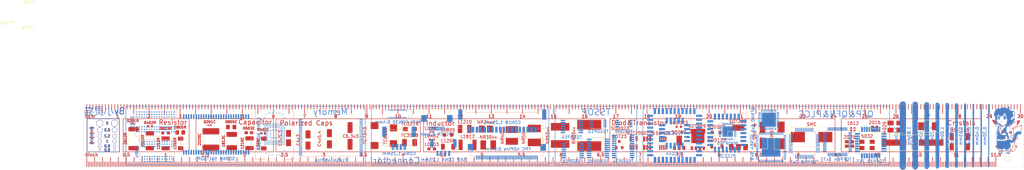
<source format=kicad_pcb>
(kicad_pcb (version 20171130) (host pcbnew "(5.1.10)-1")
  (layers (0 F.Cu signal) (31 B.Cu signal) (34 B.Paste user) (35 F.Paste user) (36 B.SilkS user) (37 F.SilkS user) (38 B.Mask user) (39 F.Mask user) (44 Edge.Cuts user))
  (net 0 "")
  (module logo:小灵猫 (layer B.Cu) (at 22.686 27.246 180)
    (fp_text reference G*** hide)
    (fp_text value LOGO hide)
    (fp_poly (pts (xy 0.563399 1.396764) (xy 0.782375 1.390234) (xy 0.943278 1.373885) (xy 1.05496 1.34356) (xy 1.126272 1.295102) (xy 1.166064 1.224353) (xy 1.183188 1.127156) (xy 1.186493 0.999354) (xy 1.184833 0.836789) (xy 1.184685 0.801) (xy 1.181489 0.612525) (xy 1.173376 0.453775) (xy 1.161696 0.345071) (xy 1.152073 0.309565) (xy 1.080609 0.248516) (xy 0.950937 0.205847) (xy 0.755204 0.18007) (xy 0.48556 0.169697) (xy 0.412111 0.169333) (xy 0.202886 0.167387) (xy 0.068392 0.160753) (xy -0.001234 0.14824) (xy -0.015855 0.128658) (xy -0.008467 0.118533) (xy 0.019467 0.050485) (xy 0.037918 -0.071358) (xy 0.042333 -0.174106) (xy 0.044862 -0.29543) (xy 0.060496 -0.382995) (xy 0.101303 -0.460933) (xy 0.179354 -0.553378) (xy 0.288137 -0.665596) (xy 0.613631 -0.945153) (xy 0.987033 -1.179172) (xy 1.23767 -1.29558) (xy 1.388976 -1.369317) (xy 1.456129 -1.435842) (xy 1.439315 -1.49541) (xy 1.401396 -1.521648) (xy 1.314358 -1.526663) (xy 1.176586 -1.48652) (xy 1.003081 -1.409417) (xy 0.808843 -1.303554) (xy 0.608875 -1.177132) (xy 0.418178 -1.03835) (xy 0.251753 -0.895408) (xy 0.246498 -0.890378) (xy -0.044725 -0.610476) (xy -0.148802 -0.78807) (xy -0.321971 -1.006194) (xy -0.568587 -1.20159) (xy -0.879016 -1.367836) (xy -1.191351 -1.483106) (xy -1.328784 -1.517135) (xy -1.437393 -1.530008) (xy -1.48327 -1.523009) (xy -1.52311 -1.468) (xy -1.483484 -1.405979) (xy -1.36884 -1.341165) (xy -1.243137 -1.295386) (xy -0.957386 -1.191501) (xy -0.728998 -1.072941) (xy -0.53067 -0.925143) (xy -0.503027 -0.900638) (xy -0.323631 -0.704647) (xy -0.217045 -0.49689) (xy -0.172365 -0.252947) (xy -0.169333 -0.153381) (xy -0.160785 0.022901) (xy -0.135602 0.121819) (xy -0.116417 0.141297) (xy -0.13594 0.149361) (xy -0.226414 0.156543) (xy -0.374123 0.162169) (xy -0.565353 0.165564) (xy -0.619233 0.165991) (xy -0.861512 0.169609) (xy -1.031695 0.177959) (xy -1.142286 0.192379) (xy -1.205789 0.214208) (xy -1.226128 0.230979) (xy -1.255766 0.274787) (xy -1.258309 0.309222) (xy -1.225857 0.335392) (xy -1.150509 0.354401) (xy -1.024365 0.367355) (xy -0.839526 0.375359) (xy -0.58809 0.379519) (xy -0.262157 0.380942) (xy -0.154135 0.381) (xy 0.190642 0.381441) (xy 0.460046 0.383926) (xy 0.663369 0.390198) (xy 0.809904 0.401998) (xy 0.908943 0.42107) (xy 0.96978 0.449155) (xy 1.001706 0.487997) (xy 1.014014 0.539337) (xy 1.016 0.600406) (xy 1.016 0.718213) (xy -0.052917 0.729523) (xy -0.380819 0.733227) (xy -0.633771 0.737122) (xy -0.821484 0.742078) (xy -0.953672 0.748968) (xy -1.040049 0.758664) (xy -1.090327 0.772039) (xy -1.114218 0.789964) (xy -1.121437 0.813311) (xy -1.121833 0.8255) (xy -1.118867 0.851504) (xy -1.103492 0.871702) (xy -1.065996 0.886967) (xy -0.996666 0.898171) (xy -0.885788 0.906186) (xy -0.723651 0.911884) (xy -0.50054 0.916137) (xy -0.206742 0.919818) (xy -0.052917 0.921477) (xy 1.016 0.932787) (xy 1.016 1.029427) (xy 1.012884 1.087912) (xy 0.997346 1.133605) (xy 0.960099 1.168082) (xy 0.891856 1.192918) (xy 0.78333 1.20969) (xy 0.625235 1.219974) (xy 0.408283 1.225345) (xy 0.123188 1.227381) (xy -0.152104 1.227667) (xy -0.48945 1.228408) (xy -0.751175 1.23096) (xy -0.946317 1.235815) (xy -1.083911 1.243466) (xy -1.172995 1.254405) (xy -1.222604 1.269125) (xy -1.241387 1.287028) (xy -1.247561 1.354835) (xy -1.238861 1.371694) (xy -1.191437 1.378416) (xy -1.070651 1.384466) (xy -0.887804 1.389598) (xy -0.654201 1.393562) (xy -0.381144 1.396112) (xy -0.084172 1.397) (xy 0.277501 1.397634) (xy 0.563399 1.396764)) (layer B.Cu) (width 0.01))
    (fp_poly (pts (xy -3.173009 1.415721) (xy -3.154417 1.402694) (xy -3.139801 1.370549) (xy -3.12857 1.310751) (xy -3.120134 1.214764) (xy -3.113903 1.074051) (xy -3.109286 0.880078) (xy -3.105694 0.624307) (xy -3.102536 0.298204) (xy -3.100339 0.032328) (xy -3.097465 -0.347066) (xy -3.095914 -0.650879) (xy -3.096145 -0.888193) (xy -3.098615 -1.068088) (xy -3.103781 -1.199646) (xy -3.112101 -1.291949) (xy -3.124031 -1.354077) (xy -3.14003 -1.395113) (xy -3.160554 -1.424136) (xy -3.174422 -1.438756) (xy -3.288918 -1.499833) (xy -3.455612 -1.521231) (xy -3.651733 -1.502611) (xy -3.84175 -1.448635) (xy -3.969404 -1.382841) (xy -4.020946 -1.314835) (xy -4.021667 -1.306084) (xy -4.006863 -1.236548) (xy -3.953936 -1.208337) (xy -3.85011 -1.220013) (xy -3.687613 -1.268446) (xy -3.544387 -1.309608) (xy -3.426921 -1.330746) (xy -3.368549 -1.328812) (xy -3.350207 -1.312804) (xy -3.335354 -1.274689) (xy -3.323526 -1.206025) (xy -3.314256 -1.098373) (xy -3.307077 -0.94329) (xy -3.301523 -0.732336) (xy -3.297129 -0.45707) (xy -3.293428 -0.109051) (xy -3.291998 0.057223) (xy -3.288768 0.432182) (xy -3.285496 0.731089) (xy -3.281576 0.962558) (xy -3.276401 1.135202) (xy -3.269365 1.257635) (xy -3.259862 1.338469) (xy -3.247284 1.386319) (xy -3.231025 1.409796) (xy -3.21048 1.417516) (xy -3.196167 1.418166) (xy -3.173009 1.415721)) (layer B.Cu) (width 0.01))
    (fp_poly (pts (xy 3.922372 0.295421) (xy 4.110052 0.291771) (xy 4.23973 0.284016) (xy 4.324733 0.270786) (xy 4.378388 0.250714) (xy 4.414022 0.222431) (xy 4.417272 0.218916) (xy 4.443387 0.178759) (xy 4.462255 0.116375) (xy 4.474979 0.019091) (xy 4.482663 -0.125766) (xy 4.486412 -0.330868) (xy 4.487333 -0.585417) (xy 4.48801 -0.882681) (xy 4.483426 -1.10595) (xy 4.463655 -1.265767) (xy 4.418775 -1.372673) (xy 4.338862 -1.437212) (xy 4.213991 -1.469926) (xy 4.034238 -1.481359) (xy 3.789681 -1.482053) (xy 3.64369 -1.481667) (xy 3.379104 -1.480249) (xy 3.186693 -1.475268) (xy 3.054002 -1.465631) (xy 2.968578 -1.450244) (xy 2.917965 -1.428015) (xy 2.90452 -1.416806) (xy 2.860385 -1.355597) (xy 2.828703 -1.265832) (xy 2.808242 -1.135987) (xy 2.797769 -0.954541) (xy 2.796052 -0.709969) (xy 2.796603 -0.677334) (xy 3.005667 -0.677334) (xy 3.005667 -1.27) (xy 3.556 -1.27) (xy 3.556 -0.677334) (xy 3.725333 -0.677334) (xy 3.725333 -1.265576) (xy 3.947583 -1.278371) (xy 4.124931 -1.282308) (xy 4.234569 -1.259724) (xy 4.292549 -1.196433) (xy 4.314924 -1.078248) (xy 4.318 -0.951011) (xy 4.318 -0.677334) (xy 3.725333 -0.677334) (xy 3.556 -0.677334) (xy 3.005667 -0.677334) (xy 2.796603 -0.677334) (xy 2.800538 -0.444593) (xy 2.806168 -0.2413) (xy 3.005667 -0.2413) (xy 3.005667 -0.508) (xy 3.556 -0.508) (xy 3.556 0.127) (xy 3.725333 0.127) (xy 3.725333 -0.508) (xy 4.318 -0.508) (xy 4.318 -0.2413) (xy 4.310167 -0.088049) (xy 4.289516 0.028251) (xy 4.2672 0.0762) (xy 4.199336 0.103943) (xy 4.077332 0.122395) (xy 3.970867 0.127) (xy 3.725333 0.127) (xy 3.556 0.127) (xy 3.331633 0.127) (xy 3.194952 0.117923) (xy 3.090454 0.094699) (xy 3.056467 0.0762) (xy 3.028768 0.007379) (xy 3.010549 -0.119259) (xy 3.005667 -0.2413) (xy 2.806168 -0.2413) (xy 2.807311 -0.200061) (xy 2.815542 -0.026266) (xy 2.827209 0.090716) (xy 2.844294 0.164814) (xy 2.868776 0.209953) (xy 2.897341 0.236292) (xy 2.951793 0.260438) (xy 3.046267 0.277628) (xy 3.192081 0.288748) (xy 3.400551 0.294685) (xy 3.663363 0.296333) (xy 3.922372 0.295421)) (layer B.Cu) (width 0.01))
    (fp_poly (pts (xy 2.031507 1.319346) (xy 2.132775 1.209497) (xy 2.148819 1.18694) (xy 2.220481 1.088913) (xy 2.272462 1.027951) (xy 2.286 1.01813) (xy 2.319879 1.049495) (xy 2.379277 1.129353) (xy 2.402806 1.164691) (xy 2.494558 1.273668) (xy 2.577876 1.311564) (xy 2.643013 1.274232) (xy 2.646773 1.26848) (xy 2.640193 1.21198) (xy 2.595286 1.110749) (xy 2.539752 1.015613) (xy 2.405628 0.8066) (xy 2.501254 0.540883) (xy 2.542433 0.410972) (xy 2.571935 0.273984) (xy 2.592354 0.109873) (xy 2.606283 -0.101408) (xy 2.615139 -0.339094) (xy 2.620404 -0.658972) (xy 2.613404 -0.90548) (xy 2.59206 -1.089303) (xy 2.554294 -1.221122) (xy 2.49803 -1.311622) (xy 2.421188 -1.371484) (xy 2.413547 -1.375551) (xy 2.323406 -1.417109) (xy 2.245455 -1.43204) (xy 2.150582 -1.420079) (xy 2.009676 -1.380963) (xy 1.979083 -1.371604) (xy 1.851825 -1.323645) (xy 1.790882 -1.273251) (xy 1.778 -1.221451) (xy 1.785674 -1.172047) (xy 1.819204 -1.151392) (xy 1.89435 -1.159405) (xy 2.02687 -1.196008) (xy 2.103174 -1.219806) (xy 2.220643 -1.237697) (xy 2.310904 -1.203658) (xy 2.376678 -1.111408) (xy 2.420685 -0.954665) (xy 2.445646 -0.727147) (xy 2.45428 -0.422575) (xy 2.454323 -0.408949) (xy 2.455333 0.007603) (xy 2.287809 -0.204331) (xy 2.140668 -0.372639) (xy 1.994216 -0.50896) (xy 1.863872 -0.600629) (xy 1.765053 -0.634985) (xy 1.763421 -0.635) (xy 1.7015 -0.611773) (xy 1.706454 -0.546237) (xy 1.775779 -0.444613) (xy 1.884923 -0.333143) (xy 2.024302 -0.192143) (xy 2.165914 -0.029695) (xy 2.229393 0.051724) (xy 2.313138 0.170719) (xy 2.353131 0.2522) (xy 2.357466 0.325591) (xy 2.334235 0.420312) (xy 2.332438 0.426328) (xy 2.295881 0.529859) (xy 2.264592 0.588041) (xy 2.257285 0.592666) (xy 2.215019 0.566197) (xy 2.131408 0.497594) (xy 2.048263 0.423333) (xy 1.938525 0.331695) (xy 1.845123 0.270204) (xy 1.800112 0.254) (xy 1.741635 0.27943) (xy 1.741453 0.346174) (xy 1.794037 0.439915) (xy 1.893857 0.546337) (xy 1.922414 0.570691) (xy 2.028973 0.664538) (xy 2.106218 0.744661) (xy 2.131101 0.780888) (xy 2.11999 0.843529) (xy 2.068952 0.948516) (xy 2.003712 1.051371) (xy 1.929383 1.170288) (xy 1.886171 1.265148) (xy 1.882191 1.309675) (xy 1.946246 1.353537) (xy 2.031507 1.319346)) (layer B.Cu) (width 0.01))
    (fp_poly (pts (xy -2.296562 0.787735) (xy -2.257169 0.730806) (xy -2.209985 0.622845) (xy -2.150247 0.453151) (xy -2.08325 0.243416) (xy -1.96178 -0.153246) (xy -1.868484 -0.47253) (xy -1.802779 -0.716686) (xy -1.76408 -0.887969) (xy -1.751804 -0.988633) (xy -1.756785 -1.015922) (xy -1.818606 -1.055168) (xy -1.891608 -1.044242) (xy -1.924916 -1.005417) (xy -1.942601 -0.945324) (xy -1.977573 -0.82217) (xy -2.024595 -0.654509) (xy -2.073 -0.480504) (xy -2.141313 -0.241945) (xy -2.2181 0.013854) (xy -2.291717 0.248574) (xy -2.328728 0.361) (xy -2.391334 0.55534) (xy -2.422718 0.683935) (xy -2.423005 0.759693) (xy -2.392315 0.795522) (xy -2.332929 0.804333) (xy -2.296562 0.787735)) (layer B.Cu) (width 0.01))
    (fp_poly (pts (xy -3.969715 0.788995) (xy -3.951396 0.687923) (xy -3.96086 0.534945) (xy -3.994649 0.342722) (xy -4.049304 0.123916) (xy -4.121366 -0.108811) (xy -4.207379 -0.342798) (xy -4.303883 -0.565383) (xy -4.40742 -0.763904) (xy -4.487698 -0.889513) (xy -4.560896 -0.963264) (xy -4.644062 -1.009909) (xy -4.712484 -1.020222) (xy -4.741449 -0.984977) (xy -4.741456 -0.98425) (xy -4.723566 -0.93619) (xy -4.6747 -0.828362) (xy -4.602215 -0.676491) (xy -4.513468 -0.496302) (xy -4.508737 -0.486834) (xy -4.322479 -0.067789) (xy -4.195506 0.330485) (xy -4.178139 0.402166) (xy -4.1237 0.617309) (xy -4.077258 0.754191) (xy -4.036638 0.818607) (xy -4.019276 0.8255) (xy -3.969715 0.788995)) (layer B.Cu) (width 0.01))
    (fp_poly (pts (xy -0.760207 0.064132) (xy -0.740744 -0.003428) (xy -0.760357 -0.126949) (xy -0.81926 -0.315367) (xy -0.828685 -0.341944) (xy -0.900841 -0.534462) (xy -0.957558 -0.65913) (xy -1.007164 -0.72936) (xy -1.057987 -0.758565) (xy -1.089488 -0.762) (xy -1.13266 -0.737274) (xy -1.131704 -0.653095) (xy -1.130312 -0.645584) (xy -1.094949 -0.506537) (xy -1.041463 -0.34753) (xy -0.978468 -0.188735) (xy -0.914577 -0.050323) (xy -0.8584 0.047535) (xy -0.81855 0.084666) (xy -0.818534 0.084666) (xy -0.760207 0.064132)) (layer B.Cu) (width 0.01))
    (fp_poly (pts (xy 1.03591 0.073248) (xy 1.040999 -0.022734) (xy 0.993966 -0.17945) (xy 0.901313 -0.382314) (xy 0.807434 -0.554259) (xy 0.732694 -0.658283) (xy 0.667889 -0.70625) (xy 0.645583 -0.712028) (xy 0.571864 -0.706573) (xy 0.550333 -0.682349) (xy 0.568103 -0.626412) (xy 0.615304 -0.516169) (xy 0.682768 -0.372673) (xy 0.703668 -0.330155) (xy 0.779482 -0.177305) (xy 0.843164 -0.048778) (xy 0.883323 0.032433) (xy 0.888198 0.042333) (xy 0.946659 0.098216) (xy 0.97828 0.105833) (xy 1.03591 0.073248)) (layer B.Cu) (width 0.01))
    (fp_poly (pts (xy 4.066628 1.411921) (xy 4.10126 1.312698) (xy 4.106333 1.24567) (xy 4.106333 1.104707) (xy 4.370917 1.092103) (xy 4.516847 1.081947) (xy 4.596963 1.064496) (xy 4.630115 1.03282) (xy 4.6355 0.994833) (xy 4.625399 0.947486) (xy 4.582483 0.919795) (xy 4.487833 0.904748) (xy 4.373255 0.897624) (xy 4.11101 0.885081) (xy 4.098088 0.707124) (xy 4.082235 0.591746) (xy 4.049285 0.539617) (xy 4.0005 0.529166) (xy 3.944729 0.544686) (xy 3.91548 0.605382) (xy 3.902816 0.709083) (xy 3.889798 0.889) (xy 3.306868 0.889) (xy 3.293851 0.709448) (xy 3.273197 0.583228) (xy 3.230312 0.524092) (xy 3.20675 0.515844) (xy 3.160749 0.520774) (xy 3.138654 0.571106) (xy 3.132682 0.685704) (xy 3.132667 0.695396) (xy 3.132667 0.889) (xy 2.905017 0.889) (xy 2.734894 0.902301) (xy 2.635969 0.940926) (xy 2.626206 0.950645) (xy 2.592749 1.022929) (xy 2.634952 1.070893) (xy 2.755242 1.095964) (xy 2.881165 1.100666) (xy 3.132667 1.100666) (xy 3.132667 1.273104) (xy 3.139133 1.383715) (xy 3.164493 1.429357) (xy 3.20675 1.431502) (xy 3.264619 1.386395) (xy 3.292798 1.271967) (xy 3.293972 1.259064) (xy 3.307111 1.100666) (xy 3.894667 1.100666) (xy 3.894667 1.240366) (xy 3.908907 1.352174) (xy 3.943284 1.428645) (xy 3.944459 1.429859) (xy 4.01007 1.455857) (xy 4.066628 1.411921)) (layer B.Cu) (width 0.01))
  )
  (module Crystal:Crystal_SMD_EuroQuartz_MT-4Pin_3.2x2.5mm_HandSoldering (layer F.Cu) (at 278.496 32.266)
    (fp_text reference 4025 (at -3.35 0.25 90) (layer F.Cu))
    (fp_text value Crystal_SMD_EuroQuartz_MT-4Pin_3.2x2.5mm_HandSoldering)
    (pad 4 smd rect (at -1.425 -1.15) (size 1.95 1.5) (layers F.Cu F.Paste F.Mask))
    (pad 3 smd rect (at 1.425 -1.15) (size 1.95 1.5) (layers F.Cu F.Paste F.Mask))
    (pad 2 smd rect (at 1.425 1.15) (size 1.95 1.5) (layers F.Cu F.Paste F.Mask))
    (pad 1 smd rect (at -1.425 1.15) (size 1.95 1.5) (layers F.Cu F.Paste F.Mask))
  )
  (module Oscillator:Oscillator_SMD_Abracon_ASCO-4Pin_1.6x1.2mm (layer F.Cu) (at 264.936 33.166 90)
    (fp_text reference 1612 (at 1.93 0.03) (layer F.Cu))
    (fp_text value Oscillator_SMD_Abracon_ASCO-4Pin_1.6x1.2mm)
    (pad 4 smd rect (at 0.4 -0.55 90) (size 0.5 0.6) (layers F.Cu F.Paste F.Mask))
    (pad 3 smd rect (at 0.4 0.55 90) (size 0.5 0.6) (layers F.Cu F.Paste F.Mask))
    (pad 2 smd rect (at -0.4 0.55 90) (size 0.5 0.6) (layers F.Cu F.Paste F.Mask))
    (pad 1 smd rect (at -0.4 -0.55 90) (size 0.5 0.6) (layers F.Cu F.Paste F.Mask))
  )
  (module Crystal:Crystal_SMD_0603-2Pin_6.0x3.5mm (layer F.Cu) (at 289.096 32.166)
    (fp_text reference 6035 (at -4.2 0.15 90) (layer F.Cu))
    (fp_text value Crystal_SMD_0603-2Pin_6.0x3.5mm)
    (pad 2 smd rect (at 2.2 0) (size 1.9 2.5) (layers F.Cu F.Paste F.Mask))
    (pad 1 smd rect (at -2.2 0) (size 1.9 2.5) (layers F.Cu F.Paste F.Mask))
  )
  (module Crystal:Crystal_SMD_2520-4Pin_2.5x2.0mm (layer F.Cu) (at 263.866 37.886)
    (fp_text reference 2025 (at 0 -2.2) (layer F.Cu))
    (fp_text value Crystal_SMD_2520-4Pin_2.5x2.0mm)
    (pad 4 smd rect (at -0.875 -0.7) (size 1.15 1) (layers F.Cu F.Paste F.Mask))
    (pad 3 smd rect (at 0.875 -0.7) (size 1.15 1) (layers F.Cu F.Paste F.Mask))
    (pad 2 smd rect (at 0.875 0.7) (size 1.15 1) (layers F.Cu F.Paste F.Mask))
    (pad 1 smd rect (at -0.875 0.7) (size 1.15 1) (layers F.Cu F.Paste F.Mask))
  )
  (module Crystal:Crystal_SMD_2016-4Pin_2.0x1.6mm (layer F.Cu) (at 271.946 32.966)
    (fp_text reference 2016 (at 0 -2) (layer F.Cu))
    (fp_text value Crystal_SMD_2016-4Pin_2.0x1.6mm)
    (pad 4 smd rect (at -0.7 -0.55) (size 0.9 0.8) (layers F.Cu F.Paste F.Mask))
    (pad 3 smd rect (at 0.7 -0.55) (size 0.9 0.8) (layers F.Cu F.Paste F.Mask))
    (pad 2 smd rect (at 0.7 0.55) (size 0.9 0.8) (layers F.Cu F.Paste F.Mask))
    (pad 1 smd rect (at -0.7 0.55) (size 0.9 0.8) (layers F.Cu F.Paste F.Mask))
  )
  (module Crystal:Crystal_SMD_5032-4Pin_5.0x3.2mm (layer F.Cu) (at 269.516 38.186)
    (fp_text reference 5032 (at 0 -2.8) (layer F.Cu))
    (fp_text value Crystal_SMD_5032-4Pin_5.0x3.2mm)
    (pad 4 smd rect (at -1.65 -1) (size 1.6 1.3) (layers F.Cu F.Paste F.Mask))
    (pad 3 smd rect (at 1.65 -1) (size 1.6 1.3) (layers F.Cu F.Paste F.Mask))
    (pad 2 smd rect (at 1.65 1) (size 1.6 1.3) (layers F.Cu F.Paste F.Mask))
    (pad 1 smd rect (at -1.65 1) (size 1.6 1.3) (layers F.Cu F.Paste F.Mask))
  )
  (module Crystal:Crystal_SMD_SeikoEpson_MC156-4Pin_7.1x2.5mm_HandSoldering (layer F.Cu) (at 299.316 37.176)
    (fp_text reference MC-156 (at 0 -3.75) (layer F.Cu))
    (fp_text value Crystal_SMD_SeikoEpson_MC156-4Pin_7.1x2.5mm_HandSoldering)
    (pad 4 smd rect (at -2.6 -1.625) (size 1.32 2.25) (layers F.Cu F.Paste F.Mask))
    (pad 3 smd rect (at 2.6 -1.625) (size 1.32 2.25) (layers F.Cu F.Paste F.Mask))
    (pad 2 smd rect (at 2.6 1.625) (size 1.32 2.25) (layers F.Cu F.Paste F.Mask))
    (pad 1 smd rect (at -2.6 1.625) (size 1.32 2.25) (layers F.Cu F.Paste F.Mask))
  )
  (module Crystal:Crystal_SMD_HC49-SD_HandSoldering (layer F.Cu) (at 284.146 37.456)
    (fp_text reference HC49 (at 0.07 -0.04 90) (layer F.Cu))
    (fp_text value Crystal_SMD_HC49-SD_HandSoldering)
    (pad 2 smd rect (at 5.9375 0) (size 7.875 2) (layers F.Cu F.Paste F.Mask))
    (pad 1 smd rect (at -5.9375 0) (size 7.875 2) (layers F.Cu F.Paste F.Mask))
  )
  (module Package_BGA:FBGA-78_7.5x11mm_Layout2x3x13_P0.8mm (layer B.Cu) (at 41.396 40.346 270)
    (fp_text reference DDR4 (at 0 6.48 90) (layer B.Cu) (effects (justify mirror)))
    (fp_text value FBGA-78_7.5x11mm_Layout2x3x13_P0.8mm)
    (pad D3 smd circle (at -1.6 2.4 270) (size 0.42 0.42) (layers B.Cu B.Paste B.Mask))
    (pad C3 smd circle (at -1.6 3.2 270) (size 0.42 0.42) (layers B.Cu B.Paste B.Mask))
    (pad N9 smd circle (at 3.2 -4.8 270) (size 0.42 0.42) (layers B.Cu B.Paste B.Mask))
    (pad N8 smd circle (at 2.4 -4.8 270) (size 0.42 0.42) (layers B.Cu B.Paste B.Mask))
    (pad N7 smd circle (at 1.6 -4.8 270) (size 0.42 0.42) (layers B.Cu B.Paste B.Mask))
    (pad N3 smd circle (at -1.6 -4.8 270) (size 0.42 0.42) (layers B.Cu B.Paste B.Mask))
    (pad N2 smd circle (at -2.4 -4.8 270) (size 0.42 0.42) (layers B.Cu B.Paste B.Mask))
    (pad N1 smd circle (at -3.2 -4.8 270) (size 0.42 0.42) (layers B.Cu B.Paste B.Mask))
    (pad M9 smd circle (at 3.2 -4 270) (size 0.42 0.42) (layers B.Cu B.Paste B.Mask))
    (pad M8 smd circle (at 2.4 -4 270) (size 0.42 0.42) (layers B.Cu B.Paste B.Mask))
    (pad M7 smd circle (at 1.6 -4 270) (size 0.42 0.42) (layers B.Cu B.Paste B.Mask))
    (pad M3 smd circle (at -1.6 -4 270) (size 0.42 0.42) (layers B.Cu B.Paste B.Mask))
    (pad M2 smd circle (at -2.4 -4 270) (size 0.42 0.42) (layers B.Cu B.Paste B.Mask))
    (pad M1 smd circle (at -3.2 -4 270) (size 0.42 0.42) (layers B.Cu B.Paste B.Mask))
    (pad L9 smd circle (at 3.2 -3.2 270) (size 0.42 0.42) (layers B.Cu B.Paste B.Mask))
    (pad L8 smd circle (at 2.4 -3.2 270) (size 0.42 0.42) (layers B.Cu B.Paste B.Mask))
    (pad L7 smd circle (at 1.6 -3.2 270) (size 0.42 0.42) (layers B.Cu B.Paste B.Mask))
    (pad L3 smd circle (at -1.6 -3.2 270) (size 0.42 0.42) (layers B.Cu B.Paste B.Mask))
    (pad L2 smd circle (at -2.4 -3.2 270) (size 0.42 0.42) (layers B.Cu B.Paste B.Mask))
    (pad L1 smd circle (at -3.2 -3.2 270) (size 0.42 0.42) (layers B.Cu B.Paste B.Mask))
    (pad K9 smd circle (at 3.2 -2.4 270) (size 0.42 0.42) (layers B.Cu B.Paste B.Mask))
    (pad K8 smd circle (at 2.4 -2.4 270) (size 0.42 0.42) (layers B.Cu B.Paste B.Mask))
    (pad K7 smd circle (at 1.6 -2.4 270) (size 0.42 0.42) (layers B.Cu B.Paste B.Mask))
    (pad K3 smd circle (at -1.6 -2.4 270) (size 0.42 0.42) (layers B.Cu B.Paste B.Mask))
    (pad K2 smd circle (at -2.4 -2.4 270) (size 0.42 0.42) (layers B.Cu B.Paste B.Mask))
    (pad K1 smd circle (at -3.2 -2.4 270) (size 0.42 0.42) (layers B.Cu B.Paste B.Mask))
    (pad J9 smd circle (at 3.2 -1.6 270) (size 0.42 0.42) (layers B.Cu B.Paste B.Mask))
    (pad J8 smd circle (at 2.4 -1.6 270) (size 0.42 0.42) (layers B.Cu B.Paste B.Mask))
    (pad J7 smd circle (at 1.6 -1.6 270) (size 0.42 0.42) (layers B.Cu B.Paste B.Mask))
    (pad J3 smd circle (at -1.6 -1.6 270) (size 0.42 0.42) (layers B.Cu B.Paste B.Mask))
    (pad J2 smd circle (at -2.4 -1.6 270) (size 0.42 0.42) (layers B.Cu B.Paste B.Mask))
    (pad J1 smd circle (at -3.2 -1.6 270) (size 0.42 0.42) (layers B.Cu B.Paste B.Mask))
    (pad H9 smd circle (at 3.2 -0.8 270) (size 0.42 0.42) (layers B.Cu B.Paste B.Mask))
    (pad H8 smd circle (at 2.4 -0.8 270) (size 0.42 0.42) (layers B.Cu B.Paste B.Mask))
    (pad H7 smd circle (at 1.6 -0.8 270) (size 0.42 0.42) (layers B.Cu B.Paste B.Mask))
    (pad H3 smd circle (at -1.6 -0.8 270) (size 0.42 0.42) (layers B.Cu B.Paste B.Mask))
    (pad H2 smd circle (at -2.4 -0.8 270) (size 0.42 0.42) (layers B.Cu B.Paste B.Mask))
    (pad H1 smd circle (at -3.2 -0.8 270) (size 0.42 0.42) (layers B.Cu B.Paste B.Mask))
    (pad G9 smd circle (at 3.2 0 270) (size 0.42 0.42) (layers B.Cu B.Paste B.Mask))
    (pad G8 smd circle (at 2.4 0 270) (size 0.42 0.42) (layers B.Cu B.Paste B.Mask))
    (pad G7 smd circle (at 1.6 0 270) (size 0.42 0.42) (layers B.Cu B.Paste B.Mask))
    (pad G3 smd circle (at -1.6 0 270) (size 0.42 0.42) (layers B.Cu B.Paste B.Mask))
    (pad G2 smd circle (at -2.4 0 270) (size 0.42 0.42) (layers B.Cu B.Paste B.Mask))
    (pad G1 smd circle (at -3.2 0 270) (size 0.42 0.42) (layers B.Cu B.Paste B.Mask))
    (pad F9 smd circle (at 3.2 0.8 270) (size 0.42 0.42) (layers B.Cu B.Paste B.Mask))
    (pad F8 smd circle (at 2.4 0.8 270) (size 0.42 0.42) (layers B.Cu B.Paste B.Mask))
    (pad F7 smd circle (at 1.6 0.8 270) (size 0.42 0.42) (layers B.Cu B.Paste B.Mask))
    (pad F3 smd circle (at -1.6 0.8 270) (size 0.42 0.42) (layers B.Cu B.Paste B.Mask))
    (pad F2 smd circle (at -2.4 0.8 270) (size 0.42 0.42) (layers B.Cu B.Paste B.Mask))
    (pad F1 smd circle (at -3.2 0.8 270) (size 0.42 0.42) (layers B.Cu B.Paste B.Mask))
    (pad E9 smd circle (at 3.2 1.6 270) (size 0.42 0.42) (layers B.Cu B.Paste B.Mask))
    (pad E8 smd circle (at 2.4 1.6 270) (size 0.42 0.42) (layers B.Cu B.Paste B.Mask))
    (pad E7 smd circle (at 1.6 1.6 270) (size 0.42 0.42) (layers B.Cu B.Paste B.Mask))
    (pad E3 smd circle (at -1.6 1.6 270) (size 0.42 0.42) (layers B.Cu B.Paste B.Mask))
    (pad E2 smd circle (at -2.4 1.6 270) (size 0.42 0.42) (layers B.Cu B.Paste B.Mask))
    (pad E1 smd circle (at -3.2 1.6 270) (size 0.42 0.42) (layers B.Cu B.Paste B.Mask))
    (pad D9 smd circle (at 3.2 2.4 270) (size 0.42 0.42) (layers B.Cu B.Paste B.Mask))
    (pad D8 smd circle (at 2.4 2.4 270) (size 0.42 0.42) (layers B.Cu B.Paste B.Mask))
    (pad D7 smd circle (at 1.6 2.4 270) (size 0.42 0.42) (layers B.Cu B.Paste B.Mask))
    (pad D2 smd circle (at -2.4 2.4 270) (size 0.42 0.42) (layers B.Cu B.Paste B.Mask))
    (pad D1 smd circle (at -3.2 2.4 270) (size 0.42 0.42) (layers B.Cu B.Paste B.Mask))
    (pad C9 smd circle (at 3.2 3.2 270) (size 0.42 0.42) (layers B.Cu B.Paste B.Mask))
    (pad C8 smd circle (at 2.4 3.2 270) (size 0.42 0.42) (layers B.Cu B.Paste B.Mask))
    (pad C7 smd circle (at 1.6 3.2 270) (size 0.42 0.42) (layers B.Cu B.Paste B.Mask))
    (pad C2 smd circle (at -2.4 3.2 270) (size 0.42 0.42) (layers B.Cu B.Paste B.Mask))
    (pad C1 smd circle (at -3.2 3.2 270) (size 0.42 0.42) (layers B.Cu B.Paste B.Mask))
    (pad B9 smd circle (at 3.2 4 270) (size 0.42 0.42) (layers B.Cu B.Paste B.Mask))
    (pad B8 smd circle (at 2.4 4 270) (size 0.42 0.42) (layers B.Cu B.Paste B.Mask))
    (pad B7 smd circle (at 1.6 4 270) (size 0.42 0.42) (layers B.Cu B.Paste B.Mask))
    (pad B3 smd circle (at -1.6 4 270) (size 0.42 0.42) (layers B.Cu B.Paste B.Mask))
    (pad B2 smd circle (at -2.4 4 270) (size 0.42 0.42) (layers B.Cu B.Paste B.Mask))
    (pad B1 smd circle (at -3.2 4 270) (size 0.42 0.42) (layers B.Cu B.Paste B.Mask))
    (pad A9 smd circle (at 3.2 4.8 270) (size 0.42 0.42) (layers B.Cu B.Paste B.Mask))
    (pad A8 smd circle (at 2.4 4.8 270) (size 0.42 0.42) (layers B.Cu B.Paste B.Mask))
    (pad A7 smd circle (at 1.6 4.8 270) (size 0.42 0.42) (layers B.Cu B.Paste B.Mask))
    (pad A3 smd circle (at -1.6 4.8 270) (size 0.42 0.42) (layers B.Cu B.Paste B.Mask))
    (pad A2 smd circle (at -2.4 4.8 270) (size 0.42 0.42) (layers B.Cu B.Paste B.Mask))
    (pad A1 smd circle (at -3.2 4.8 270) (size 0.42 0.42) (layers B.Cu B.Paste B.Mask))
  )
  (module Package_SO:TSOP-I-48_18.4x12mm_P0.5mm (layer B.Cu) (at 97.236 35.746)
    (fp_text reference "FLASH 48Pins" (at 0.06 7.41) (layer B.Cu) (effects (justify mirror)))
    (fp_text value TSOP-I-48_18.4x12mm_P0.5mm)
    (pad 48 smd rect (at 9.75 5.75) (size 1.1 0.25) (layers B.Cu B.Paste B.Mask))
    (pad 47 smd rect (at 9.75 5.25) (size 1.1 0.25) (layers B.Cu B.Paste B.Mask))
    (pad 46 smd rect (at 9.75 4.75) (size 1.1 0.25) (layers B.Cu B.Paste B.Mask))
    (pad 45 smd rect (at 9.75 4.25) (size 1.1 0.25) (layers B.Cu B.Paste B.Mask))
    (pad 44 smd rect (at 9.75 3.75) (size 1.1 0.25) (layers B.Cu B.Paste B.Mask))
    (pad 43 smd rect (at 9.75 3.25) (size 1.1 0.25) (layers B.Cu B.Paste B.Mask))
    (pad 42 smd rect (at 9.75 2.75) (size 1.1 0.25) (layers B.Cu B.Paste B.Mask))
    (pad 41 smd rect (at 9.75 2.25) (size 1.1 0.25) (layers B.Cu B.Paste B.Mask))
    (pad 40 smd rect (at 9.75 1.75) (size 1.1 0.25) (layers B.Cu B.Paste B.Mask))
    (pad 39 smd rect (at 9.75 1.25) (size 1.1 0.25) (layers B.Cu B.Paste B.Mask))
    (pad 38 smd rect (at 9.75 0.75) (size 1.1 0.25) (layers B.Cu B.Paste B.Mask))
    (pad 37 smd rect (at 9.75 0.25) (size 1.1 0.25) (layers B.Cu B.Paste B.Mask))
    (pad 36 smd rect (at 9.75 -0.25) (size 1.1 0.25) (layers B.Cu B.Paste B.Mask))
    (pad 35 smd rect (at 9.75 -0.75) (size 1.1 0.25) (layers B.Cu B.Paste B.Mask))
    (pad 34 smd rect (at 9.75 -1.25) (size 1.1 0.25) (layers B.Cu B.Paste B.Mask))
    (pad 33 smd rect (at 9.75 -1.75) (size 1.1 0.25) (layers B.Cu B.Paste B.Mask))
    (pad 32 smd rect (at 9.75 -2.25) (size 1.1 0.25) (layers B.Cu B.Paste B.Mask))
    (pad 31 smd rect (at 9.75 -2.75) (size 1.1 0.25) (layers B.Cu B.Paste B.Mask))
    (pad 30 smd rect (at 9.75 -3.25) (size 1.1 0.25) (layers B.Cu B.Paste B.Mask))
    (pad 29 smd rect (at 9.75 -3.75) (size 1.1 0.25) (layers B.Cu B.Paste B.Mask))
    (pad 28 smd rect (at 9.75 -4.25) (size 1.1 0.25) (layers B.Cu B.Paste B.Mask))
    (pad 27 smd rect (at 9.75 -4.75) (size 1.1 0.25) (layers B.Cu B.Paste B.Mask))
    (pad 26 smd rect (at 9.75 -5.25) (size 1.1 0.25) (layers B.Cu B.Paste B.Mask))
    (pad 24 smd rect (at -9.75 -5.75) (size 1.1 0.25) (layers B.Cu B.Paste B.Mask))
    (pad 23 smd rect (at -9.75 -5.25) (size 1.1 0.25) (layers B.Cu B.Paste B.Mask))
    (pad 22 smd rect (at -9.75 -4.75) (size 1.1 0.25) (layers B.Cu B.Paste B.Mask))
    (pad 21 smd rect (at -9.75 -4.25) (size 1.1 0.25) (layers B.Cu B.Paste B.Mask))
    (pad 20 smd rect (at -9.75 -3.75) (size 1.1 0.25) (layers B.Cu B.Paste B.Mask))
    (pad 19 smd rect (at -9.75 -3.25) (size 1.1 0.25) (layers B.Cu B.Paste B.Mask))
    (pad 18 smd rect (at -9.75 -2.75) (size 1.1 0.25) (layers B.Cu B.Paste B.Mask))
    (pad 17 smd rect (at -9.75 -2.25) (size 1.1 0.25) (layers B.Cu B.Paste B.Mask))
    (pad 16 smd rect (at -9.75 -1.75) (size 1.1 0.25) (layers B.Cu B.Paste B.Mask))
    (pad 15 smd rect (at -9.75 -1.25) (size 1.1 0.25) (layers B.Cu B.Paste B.Mask))
    (pad 14 smd rect (at -9.75 -0.75) (size 1.1 0.25) (layers B.Cu B.Paste B.Mask))
    (pad 13 smd rect (at -9.75 -0.25) (size 1.1 0.25) (layers B.Cu B.Paste B.Mask))
    (pad 12 smd rect (at -9.75 0.25) (size 1.1 0.25) (layers B.Cu B.Paste B.Mask))
    (pad 11 smd rect (at -9.75 0.75) (size 1.1 0.25) (layers B.Cu B.Paste B.Mask))
    (pad 10 smd rect (at -9.75 1.25) (size 1.1 0.25) (layers B.Cu B.Paste B.Mask))
    (pad 9 smd rect (at -9.75 1.75) (size 1.1 0.25) (layers B.Cu B.Paste B.Mask))
    (pad 8 smd rect (at -9.75 2.25) (size 1.1 0.25) (layers B.Cu B.Paste B.Mask))
    (pad 7 smd rect (at -9.75 2.75) (size 1.1 0.25) (layers B.Cu B.Paste B.Mask))
    (pad 6 smd rect (at -9.75 3.25) (size 1.1 0.25) (layers B.Cu B.Paste B.Mask))
    (pad 5 smd rect (at -9.75 3.75) (size 1.1 0.25) (layers B.Cu B.Paste B.Mask))
    (pad 4 smd rect (at -9.75 4.25) (size 1.1 0.25) (layers B.Cu B.Paste B.Mask))
    (pad 3 smd rect (at -9.75 4.75) (size 1.1 0.25) (layers B.Cu B.Paste B.Mask))
    (pad 2 smd rect (at -9.75 5.25) (size 1.1 0.25) (layers B.Cu B.Paste B.Mask))
    (pad 25 smd rect (at 9.75 -5.75) (size 1.1 0.25) (layers B.Cu B.Paste B.Mask))
    (pad 1 smd rect (at -9.75 5.75) (size 1.1 0.25) (layers B.Cu B.Paste B.Mask))
  )
  (module Package_SO:TSOP-II-54_22.2x10.16mm_P0.8mm (layer B.Cu) (at 60.366 34.826 90)
    (fp_text reference "SDRAM 54(TSOP)" (at -7.81 -0.33) (layer B.Cu) (effects (justify mirror)))
    (fp_text value TSOP-II-54_22.2x10.16mm_P0.8mm)
    (pad 54 smd rect (at 5.75 10.4 90) (size 1.51 0.458) (layers B.Cu B.Paste B.Mask))
    (pad 53 smd rect (at 5.75 9.6 90) (size 1.51 0.458) (layers B.Cu B.Paste B.Mask))
    (pad 52 smd rect (at 5.75 8.8 90) (size 1.51 0.458) (layers B.Cu B.Paste B.Mask))
    (pad 51 smd rect (at 5.75 8 90) (size 1.51 0.458) (layers B.Cu B.Paste B.Mask))
    (pad 50 smd rect (at 5.75 7.2 90) (size 1.51 0.458) (layers B.Cu B.Paste B.Mask))
    (pad 49 smd rect (at 5.75 6.4 90) (size 1.51 0.458) (layers B.Cu B.Paste B.Mask))
    (pad 48 smd rect (at 5.75 5.6 90) (size 1.51 0.458) (layers B.Cu B.Paste B.Mask))
    (pad 47 smd rect (at 5.75 4.8 90) (size 1.51 0.458) (layers B.Cu B.Paste B.Mask))
    (pad 46 smd rect (at 5.75 4 90) (size 1.51 0.458) (layers B.Cu B.Paste B.Mask))
    (pad 45 smd rect (at 5.75 3.2 90) (size 1.51 0.458) (layers B.Cu B.Paste B.Mask))
    (pad 44 smd rect (at 5.75 2.4 90) (size 1.51 0.458) (layers B.Cu B.Paste B.Mask))
    (pad 43 smd rect (at 5.75 1.6 90) (size 1.51 0.458) (layers B.Cu B.Paste B.Mask))
    (pad 42 smd rect (at 5.75 0.8 90) (size 1.51 0.458) (layers B.Cu B.Paste B.Mask))
    (pad 41 smd rect (at 5.75 0 90) (size 1.51 0.458) (layers B.Cu B.Paste B.Mask))
    (pad 40 smd rect (at 5.75 -0.8 90) (size 1.51 0.458) (layers B.Cu B.Paste B.Mask))
    (pad 39 smd rect (at 5.75 -1.6 90) (size 1.51 0.458) (layers B.Cu B.Paste B.Mask))
    (pad 38 smd rect (at 5.75 -2.4 90) (size 1.51 0.458) (layers B.Cu B.Paste B.Mask))
    (pad 37 smd rect (at 5.75 -3.2 90) (size 1.51 0.458) (layers B.Cu B.Paste B.Mask))
    (pad 36 smd rect (at 5.75 -4 90) (size 1.51 0.458) (layers B.Cu B.Paste B.Mask))
    (pad 35 smd rect (at 5.75 -4.8 90) (size 1.51 0.458) (layers B.Cu B.Paste B.Mask))
    (pad 34 smd rect (at 5.75 -5.6 90) (size 1.51 0.458) (layers B.Cu B.Paste B.Mask))
    (pad 33 smd rect (at 5.75 -6.4 90) (size 1.51 0.458) (layers B.Cu B.Paste B.Mask))
    (pad 32 smd rect (at 5.75 -7.2 90) (size 1.51 0.458) (layers B.Cu B.Paste B.Mask))
    (pad 31 smd rect (at 5.75 -8 90) (size 1.51 0.458) (layers B.Cu B.Paste B.Mask))
    (pad 30 smd rect (at 5.75 -8.8 90) (size 1.51 0.458) (layers B.Cu B.Paste B.Mask))
    (pad 29 smd rect (at 5.75 -9.6 90) (size 1.51 0.458) (layers B.Cu B.Paste B.Mask))
    (pad 28 smd rect (at 5.75 -10.4 90) (size 1.51 0.458) (layers B.Cu B.Paste B.Mask))
    (pad 27 smd rect (at -5.75 -10.4 90) (size 1.51 0.458) (layers B.Cu B.Paste B.Mask))
    (pad 26 smd rect (at -5.75 -9.6 90) (size 1.51 0.458) (layers B.Cu B.Paste B.Mask))
    (pad 25 smd rect (at -5.75 -8.8 90) (size 1.51 0.458) (layers B.Cu B.Paste B.Mask))
    (pad 24 smd rect (at -5.75 -8 90) (size 1.51 0.458) (layers B.Cu B.Paste B.Mask))
    (pad 23 smd rect (at -5.75 -7.2 90) (size 1.51 0.458) (layers B.Cu B.Paste B.Mask))
    (pad 22 smd rect (at -5.75 -6.4 90) (size 1.51 0.458) (layers B.Cu B.Paste B.Mask))
    (pad 21 smd rect (at -5.75 -5.6 90) (size 1.51 0.458) (layers B.Cu B.Paste B.Mask))
    (pad 20 smd rect (at -5.75 -4.8 90) (size 1.51 0.458) (layers B.Cu B.Paste B.Mask))
    (pad 19 smd rect (at -5.75 -4 90) (size 1.51 0.458) (layers B.Cu B.Paste B.Mask))
    (pad 18 smd rect (at -5.75 -3.2 90) (size 1.51 0.458) (layers B.Cu B.Paste B.Mask))
    (pad 17 smd rect (at -5.75 -2.4 90) (size 1.51 0.458) (layers B.Cu B.Paste B.Mask))
    (pad 16 smd rect (at -5.75 -1.6 90) (size 1.51 0.458) (layers B.Cu B.Paste B.Mask))
    (pad 15 smd rect (at -5.75 -0.8 90) (size 1.51 0.458) (layers B.Cu B.Paste B.Mask))
    (pad 14 smd rect (at -5.75 0 90) (size 1.51 0.458) (layers B.Cu B.Paste B.Mask))
    (pad 13 smd rect (at -5.75 0.8 90) (size 1.51 0.458) (layers B.Cu B.Paste B.Mask))
    (pad 12 smd rect (at -5.75 1.6 90) (size 1.51 0.458) (layers B.Cu B.Paste B.Mask))
    (pad 11 smd rect (at -5.75 2.4 90) (size 1.51 0.458) (layers B.Cu B.Paste B.Mask))
    (pad 10 smd rect (at -5.75 3.2 90) (size 1.51 0.458) (layers B.Cu B.Paste B.Mask))
    (pad 9 smd rect (at -5.75 4 90) (size 1.51 0.458) (layers B.Cu B.Paste B.Mask))
    (pad 8 smd rect (at -5.75 4.8 90) (size 1.51 0.458) (layers B.Cu B.Paste B.Mask))
    (pad 7 smd rect (at -5.75 5.6 90) (size 1.51 0.458) (layers B.Cu B.Paste B.Mask))
    (pad 6 smd rect (at -5.75 6.4 90) (size 1.51 0.458) (layers B.Cu B.Paste B.Mask))
    (pad 5 smd rect (at -5.75 7.2 90) (size 1.51 0.458) (layers B.Cu B.Paste B.Mask))
    (pad 4 smd rect (at -5.75 8 90) (size 1.51 0.458) (layers B.Cu B.Paste B.Mask))
    (pad 3 smd rect (at -5.75 8.8 90) (size 1.51 0.458) (layers B.Cu B.Paste B.Mask))
    (pad 2 smd rect (at -5.75 9.6 90) (size 1.51 0.458) (layers B.Cu B.Paste B.Mask))
    (pad 1 smd rect (at -5.75 10.4 90) (size 1.51 0.458) (layers B.Cu B.Paste B.Mask))
  )
  (module Package_BGA:BGA-96_9.0x13.0mm_Layout2x3x16_P0.8mm (layer B.Cu) (at 40.886 30.776 270)
    (fp_text reference DDR3 (at 0 7.4 90) (layer B.Cu) (effects (justify mirror)))
    (fp_text value BGA-96_9.0x13.0mm_Layout2x3x16_P0.8mm)
    (pad T9 smd circle (at 3.2 -6 270) (size 0.4 0.4) (layers B.Cu B.Paste B.Mask))
    (pad T8 smd circle (at 2.4 -6 270) (size 0.4 0.4) (layers B.Cu B.Paste B.Mask))
    (pad T7 smd circle (at 1.6 -6 270) (size 0.4 0.4) (layers B.Cu B.Paste B.Mask))
    (pad T3 smd circle (at -1.6 -6 270) (size 0.4 0.4) (layers B.Cu B.Paste B.Mask))
    (pad T2 smd circle (at -2.4 -6 270) (size 0.4 0.4) (layers B.Cu B.Paste B.Mask))
    (pad T1 smd circle (at -3.2 -6 270) (size 0.4 0.4) (layers B.Cu B.Paste B.Mask))
    (pad R9 smd circle (at 3.2 -5.2 270) (size 0.4 0.4) (layers B.Cu B.Paste B.Mask))
    (pad R8 smd circle (at 2.4 -5.2 270) (size 0.4 0.4) (layers B.Cu B.Paste B.Mask))
    (pad R7 smd circle (at 1.6 -5.2 270) (size 0.4 0.4) (layers B.Cu B.Paste B.Mask))
    (pad R3 smd circle (at -1.6 -5.2 270) (size 0.4 0.4) (layers B.Cu B.Paste B.Mask))
    (pad R2 smd circle (at -2.4 -5.2 270) (size 0.4 0.4) (layers B.Cu B.Paste B.Mask))
    (pad R1 smd circle (at -3.2 -5.2 270) (size 0.4 0.4) (layers B.Cu B.Paste B.Mask))
    (pad P9 smd circle (at 3.2 -4.4 270) (size 0.4 0.4) (layers B.Cu B.Paste B.Mask))
    (pad P8 smd circle (at 2.4 -4.4 270) (size 0.4 0.4) (layers B.Cu B.Paste B.Mask))
    (pad P7 smd circle (at 1.6 -4.4 270) (size 0.4 0.4) (layers B.Cu B.Paste B.Mask))
    (pad P3 smd circle (at -1.6 -4.4 270) (size 0.4 0.4) (layers B.Cu B.Paste B.Mask))
    (pad P2 smd circle (at -2.4 -4.4 270) (size 0.4 0.4) (layers B.Cu B.Paste B.Mask))
    (pad P1 smd circle (at -3.2 -4.4 270) (size 0.4 0.4) (layers B.Cu B.Paste B.Mask))
    (pad N9 smd circle (at 3.2 -3.6 270) (size 0.4 0.4) (layers B.Cu B.Paste B.Mask))
    (pad N8 smd circle (at 2.4 -3.6 270) (size 0.4 0.4) (layers B.Cu B.Paste B.Mask))
    (pad N7 smd circle (at 1.6 -3.6 270) (size 0.4 0.4) (layers B.Cu B.Paste B.Mask))
    (pad N3 smd circle (at -1.6 -3.6 270) (size 0.4 0.4) (layers B.Cu B.Paste B.Mask))
    (pad N2 smd circle (at -2.4 -3.6 270) (size 0.4 0.4) (layers B.Cu B.Paste B.Mask))
    (pad N1 smd circle (at -3.2 -3.6 270) (size 0.4 0.4) (layers B.Cu B.Paste B.Mask))
    (pad M9 smd circle (at 3.2 -2.8 270) (size 0.4 0.4) (layers B.Cu B.Paste B.Mask))
    (pad M8 smd circle (at 2.4 -2.8 270) (size 0.4 0.4) (layers B.Cu B.Paste B.Mask))
    (pad M7 smd circle (at 1.6 -2.8 270) (size 0.4 0.4) (layers B.Cu B.Paste B.Mask))
    (pad M3 smd circle (at -1.6 -2.8 270) (size 0.4 0.4) (layers B.Cu B.Paste B.Mask))
    (pad M2 smd circle (at -2.4 -2.8 270) (size 0.4 0.4) (layers B.Cu B.Paste B.Mask))
    (pad M1 smd circle (at -3.2 -2.8 270) (size 0.4 0.4) (layers B.Cu B.Paste B.Mask))
    (pad L9 smd circle (at 3.2 -2 270) (size 0.4 0.4) (layers B.Cu B.Paste B.Mask))
    (pad L8 smd circle (at 2.4 -2 270) (size 0.4 0.4) (layers B.Cu B.Paste B.Mask))
    (pad L7 smd circle (at 1.6 -2 270) (size 0.4 0.4) (layers B.Cu B.Paste B.Mask))
    (pad L3 smd circle (at -1.6 -2 270) (size 0.4 0.4) (layers B.Cu B.Paste B.Mask))
    (pad L2 smd circle (at -2.4 -2 270) (size 0.4 0.4) (layers B.Cu B.Paste B.Mask))
    (pad L1 smd circle (at -3.2 -2 270) (size 0.4 0.4) (layers B.Cu B.Paste B.Mask))
    (pad K9 smd circle (at 3.2 -1.2 270) (size 0.4 0.4) (layers B.Cu B.Paste B.Mask))
    (pad K8 smd circle (at 2.4 -1.2 270) (size 0.4 0.4) (layers B.Cu B.Paste B.Mask))
    (pad K7 smd circle (at 1.6 -1.2 270) (size 0.4 0.4) (layers B.Cu B.Paste B.Mask))
    (pad K3 smd circle (at -1.6 -1.2 270) (size 0.4 0.4) (layers B.Cu B.Paste B.Mask))
    (pad K2 smd circle (at -2.4 -1.2 270) (size 0.4 0.4) (layers B.Cu B.Paste B.Mask))
    (pad K1 smd circle (at -3.2 -1.2 270) (size 0.4 0.4) (layers B.Cu B.Paste B.Mask))
    (pad J9 smd circle (at 3.2 -0.4 270) (size 0.4 0.4) (layers B.Cu B.Paste B.Mask))
    (pad J8 smd circle (at 2.4 -0.4 270) (size 0.4 0.4) (layers B.Cu B.Paste B.Mask))
    (pad J7 smd circle (at 1.6 -0.4 270) (size 0.4 0.4) (layers B.Cu B.Paste B.Mask))
    (pad J3 smd circle (at -1.6 -0.4 270) (size 0.4 0.4) (layers B.Cu B.Paste B.Mask))
    (pad J2 smd circle (at -2.4 -0.4 270) (size 0.4 0.4) (layers B.Cu B.Paste B.Mask))
    (pad J1 smd circle (at -3.2 -0.4 270) (size 0.4 0.4) (layers B.Cu B.Paste B.Mask))
    (pad H9 smd circle (at 3.2 0.4 270) (size 0.4 0.4) (layers B.Cu B.Paste B.Mask))
    (pad H8 smd circle (at 2.4 0.4 270) (size 0.4 0.4) (layers B.Cu B.Paste B.Mask))
    (pad H7 smd circle (at 1.6 0.4 270) (size 0.4 0.4) (layers B.Cu B.Paste B.Mask))
    (pad H3 smd circle (at -1.6 0.4 270) (size 0.4 0.4) (layers B.Cu B.Paste B.Mask))
    (pad H2 smd circle (at -2.4 0.4 270) (size 0.4 0.4) (layers B.Cu B.Paste B.Mask))
    (pad H1 smd circle (at -3.2 0.4 270) (size 0.4 0.4) (layers B.Cu B.Paste B.Mask))
    (pad G9 smd circle (at 3.2 1.2 270) (size 0.4 0.4) (layers B.Cu B.Paste B.Mask))
    (pad G8 smd circle (at 2.4 1.2 270) (size 0.4 0.4) (layers B.Cu B.Paste B.Mask))
    (pad G7 smd circle (at 1.6 1.2 270) (size 0.4 0.4) (layers B.Cu B.Paste B.Mask))
    (pad G3 smd circle (at -1.6 1.2 270) (size 0.4 0.4) (layers B.Cu B.Paste B.Mask))
    (pad G2 smd circle (at -2.4 1.2 270) (size 0.4 0.4) (layers B.Cu B.Paste B.Mask))
    (pad G1 smd circle (at -3.2 1.2 270) (size 0.4 0.4) (layers B.Cu B.Paste B.Mask))
    (pad F9 smd circle (at 3.2 2 270) (size 0.4 0.4) (layers B.Cu B.Paste B.Mask))
    (pad F8 smd circle (at 2.4 2 270) (size 0.4 0.4) (layers B.Cu B.Paste B.Mask))
    (pad F7 smd circle (at 1.6 2 270) (size 0.4 0.4) (layers B.Cu B.Paste B.Mask))
    (pad F3 smd circle (at -1.6 2 270) (size 0.4 0.4) (layers B.Cu B.Paste B.Mask))
    (pad F2 smd circle (at -2.4 2 270) (size 0.4 0.4) (layers B.Cu B.Paste B.Mask))
    (pad F1 smd circle (at -3.2 2 270) (size 0.4 0.4) (layers B.Cu B.Paste B.Mask))
    (pad E9 smd circle (at 3.2 2.8 270) (size 0.4 0.4) (layers B.Cu B.Paste B.Mask))
    (pad E8 smd circle (at 2.4 2.8 270) (size 0.4 0.4) (layers B.Cu B.Paste B.Mask))
    (pad E7 smd circle (at 1.6 2.8 270) (size 0.4 0.4) (layers B.Cu B.Paste B.Mask))
    (pad E3 smd circle (at -1.6 2.8 270) (size 0.4 0.4) (layers B.Cu B.Paste B.Mask))
    (pad E2 smd circle (at -2.4 2.8 270) (size 0.4 0.4) (layers B.Cu B.Paste B.Mask))
    (pad E1 smd circle (at -3.2 2.8 270) (size 0.4 0.4) (layers B.Cu B.Paste B.Mask))
    (pad D9 smd circle (at 3.2 3.6 270) (size 0.4 0.4) (layers B.Cu B.Paste B.Mask))
    (pad D8 smd circle (at 2.4 3.6 270) (size 0.4 0.4) (layers B.Cu B.Paste B.Mask))
    (pad D7 smd circle (at 1.6 3.6 270) (size 0.4 0.4) (layers B.Cu B.Paste B.Mask))
    (pad D3 smd circle (at -1.6 3.6 270) (size 0.4 0.4) (layers B.Cu B.Paste B.Mask))
    (pad D2 smd circle (at -2.4 3.6 270) (size 0.4 0.4) (layers B.Cu B.Paste B.Mask))
    (pad D1 smd circle (at -3.2 3.6 270) (size 0.4 0.4) (layers B.Cu B.Paste B.Mask))
    (pad C9 smd circle (at 3.2 4.4 270) (size 0.4 0.4) (layers B.Cu B.Paste B.Mask))
    (pad C8 smd circle (at 2.4 4.4 270) (size 0.4 0.4) (layers B.Cu B.Paste B.Mask))
    (pad C7 smd circle (at 1.6 4.4 270) (size 0.4 0.4) (layers B.Cu B.Paste B.Mask))
    (pad C3 smd circle (at -1.6 4.4 270) (size 0.4 0.4) (layers B.Cu B.Paste B.Mask))
    (pad C2 smd circle (at -2.4 4.4 270) (size 0.4 0.4) (layers B.Cu B.Paste B.Mask))
    (pad C1 smd circle (at -3.2 4.4 270) (size 0.4 0.4) (layers B.Cu B.Paste B.Mask))
    (pad B9 smd circle (at 3.2 5.2 270) (size 0.4 0.4) (layers B.Cu B.Paste B.Mask))
    (pad B8 smd circle (at 2.4 5.2 270) (size 0.4 0.4) (layers B.Cu B.Paste B.Mask))
    (pad B7 smd circle (at 1.6 5.2 270) (size 0.4 0.4) (layers B.Cu B.Paste B.Mask))
    (pad B3 smd circle (at -1.6 5.2 270) (size 0.4 0.4) (layers B.Cu B.Paste B.Mask))
    (pad B2 smd circle (at -2.4 5.2 270) (size 0.4 0.4) (layers B.Cu B.Paste B.Mask))
    (pad B1 smd circle (at -3.2 5.2 270) (size 0.4 0.4) (layers B.Cu B.Paste B.Mask))
    (pad A9 smd circle (at 3.2 6 270) (size 0.4 0.4) (layers B.Cu B.Paste B.Mask))
    (pad A8 smd circle (at 2.4 6 270) (size 0.4 0.4) (layers B.Cu B.Paste B.Mask))
    (pad A7 smd circle (at 1.6 6 270) (size 0.4 0.4) (layers B.Cu B.Paste B.Mask))
    (pad A3 smd circle (at -1.6 6 270) (size 0.4 0.4) (layers B.Cu B.Paste B.Mask))
    (pad A2 smd circle (at -2.4 6 270) (size 0.4 0.4) (layers B.Cu B.Paste B.Mask))
    (pad A1 smd circle (at -3.2 6 270) (size 0.4 0.4) (layers B.Cu B.Paste B.Mask))
  )
  (module Package_BGA:LFBGA-169_16x12mm_Layout28x14_P0.5mm_Ball0.3_Pad0.3mm_NSMD (layer B.Cu) (at 79.116 34.696 270)
    (fp_text reference EMMC_BGA169 (at -0.06 5.01 90) (layer B.Cu) (effects (justify mirror)))
    (fp_text value LFBGA-169_16x12mm_Layout28x14_P0.5mm_Ball0.3_Pad0.3mm_NSMD)
    (pad AE14 smd circle (at 5.25 3.25 180) (size 0.3 0.3) (layers B.Cu B.Paste B.Mask))
    (pad AA14 smd circle (at 3.25 3.25 180) (size 0.3 0.3) (layers B.Cu B.Paste B.Mask))
    (pad Y14 smd circle (at 2.75 3.25 180) (size 0.3 0.3) (layers B.Cu B.Paste B.Mask))
    (pad W14 smd circle (at 2.25 3.25 180) (size 0.3 0.3) (layers B.Cu B.Paste B.Mask))
    (pad V14 smd circle (at 1.75 3.25 180) (size 0.3 0.3) (layers B.Cu B.Paste B.Mask))
    (pad U14 smd circle (at 1.25 3.25 180) (size 0.3 0.3) (layers B.Cu B.Paste B.Mask))
    (pad T14 smd circle (at 0.75 3.25 180) (size 0.3 0.3) (layers B.Cu B.Paste B.Mask))
    (pad R14 smd circle (at 0.25 3.25 180) (size 0.3 0.3) (layers B.Cu B.Paste B.Mask))
    (pad P14 smd circle (at -0.25 3.25 180) (size 0.3 0.3) (layers B.Cu B.Paste B.Mask))
    (pad N14 smd circle (at -0.75 3.25 180) (size 0.3 0.3) (layers B.Cu B.Paste B.Mask))
    (pad M14 smd circle (at -1.25 3.25 180) (size 0.3 0.3) (layers B.Cu B.Paste B.Mask))
    (pad L14 smd circle (at -1.75 3.25 180) (size 0.3 0.3) (layers B.Cu B.Paste B.Mask))
    (pad K14 smd circle (at -2.25 3.25 180) (size 0.3 0.3) (layers B.Cu B.Paste B.Mask))
    (pad J14 smd circle (at -2.75 3.25 180) (size 0.3 0.3) (layers B.Cu B.Paste B.Mask))
    (pad H14 smd circle (at -3.25 3.25 180) (size 0.3 0.3) (layers B.Cu B.Paste B.Mask))
    (pad D14 smd circle (at -5.25 3.25 180) (size 0.3 0.3) (layers B.Cu B.Paste B.Mask))
    (pad AG13 smd circle (at 6.25 2.75 180) (size 0.3 0.3) (layers B.Cu B.Paste B.Mask))
    (pad AA13 smd circle (at 3.25 2.75 180) (size 0.3 0.3) (layers B.Cu B.Paste B.Mask))
    (pad Y13 smd circle (at 2.75 2.75 180) (size 0.3 0.3) (layers B.Cu B.Paste B.Mask))
    (pad W13 smd circle (at 2.25 2.75 180) (size 0.3 0.3) (layers B.Cu B.Paste B.Mask))
    (pad V13 smd circle (at 1.75 2.75 180) (size 0.3 0.3) (layers B.Cu B.Paste B.Mask))
    (pad U13 smd circle (at 1.25 2.75 180) (size 0.3 0.3) (layers B.Cu B.Paste B.Mask))
    (pad T13 smd circle (at 0.75 2.75 180) (size 0.3 0.3) (layers B.Cu B.Paste B.Mask))
    (pad R13 smd circle (at 0.25 2.75 180) (size 0.3 0.3) (layers B.Cu B.Paste B.Mask))
    (pad P13 smd circle (at -0.25 2.75 180) (size 0.3 0.3) (layers B.Cu B.Paste B.Mask))
    (pad N13 smd circle (at -0.75 2.75 180) (size 0.3 0.3) (layers B.Cu B.Paste B.Mask))
    (pad M13 smd circle (at -1.25 2.75 180) (size 0.3 0.3) (layers B.Cu B.Paste B.Mask))
    (pad L13 smd circle (at -1.75 2.75 180) (size 0.3 0.3) (layers B.Cu B.Paste B.Mask))
    (pad K13 smd circle (at -2.25 2.75 180) (size 0.3 0.3) (layers B.Cu B.Paste B.Mask))
    (pad J13 smd circle (at -2.75 2.75 180) (size 0.3 0.3) (layers B.Cu B.Paste B.Mask))
    (pad H13 smd circle (at -3.25 2.75 180) (size 0.3 0.3) (layers B.Cu B.Paste B.Mask))
    (pad B13 smd circle (at -6.25 2.75 180) (size 0.3 0.3) (layers B.Cu B.Paste B.Mask))
    (pad AA12 smd circle (at 3.25 2.25 180) (size 0.3 0.3) (layers B.Cu B.Paste B.Mask))
    (pad Y12 smd circle (at 2.75 2.25 180) (size 0.3 0.3) (layers B.Cu B.Paste B.Mask))
    (pad W12 smd circle (at 2.25 2.25 180) (size 0.3 0.3) (layers B.Cu B.Paste B.Mask))
    (pad V12 smd circle (at 1.75 2.25 180) (size 0.3 0.3) (layers B.Cu B.Paste B.Mask))
    (pad U12 smd circle (at 1.25 2.25 180) (size 0.3 0.3) (layers B.Cu B.Paste B.Mask))
    (pad T12 smd circle (at 0.75 2.25 180) (size 0.3 0.3) (layers B.Cu B.Paste B.Mask))
    (pad R12 smd circle (at 0.25 2.25 180) (size 0.3 0.3) (layers B.Cu B.Paste B.Mask))
    (pad P12 smd circle (at -0.25 2.25 180) (size 0.3 0.3) (layers B.Cu B.Paste B.Mask))
    (pad N12 smd circle (at -0.75 2.25 180) (size 0.3 0.3) (layers B.Cu B.Paste B.Mask))
    (pad M12 smd circle (at -1.25 2.25 180) (size 0.3 0.3) (layers B.Cu B.Paste B.Mask))
    (pad L12 smd circle (at -1.75 2.25 180) (size 0.3 0.3) (layers B.Cu B.Paste B.Mask))
    (pad K12 smd circle (at -2.25 2.25 180) (size 0.3 0.3) (layers B.Cu B.Paste B.Mask))
    (pad J12 smd circle (at -2.75 2.25 180) (size 0.3 0.3) (layers B.Cu B.Paste B.Mask))
    (pad H12 smd circle (at -3.25 2.25 180) (size 0.3 0.3) (layers B.Cu B.Paste B.Mask))
    (pad AH11 smd circle (at 6.75 1.75 180) (size 0.3 0.3) (layers B.Cu B.Paste B.Mask))
    (pad AA11 smd circle (at 3.25 1.75 180) (size 0.3 0.3) (layers B.Cu B.Paste B.Mask))
    (pad Y11 smd circle (at 2.75 1.75 180) (size 0.3 0.3) (layers B.Cu B.Paste B.Mask))
    (pad W11 smd circle (at 2.25 1.75 180) (size 0.3 0.3) (layers B.Cu B.Paste B.Mask))
    (pad K11 smd circle (at -2.25 1.75 180) (size 0.3 0.3) (layers B.Cu B.Paste B.Mask))
    (pad J11 smd circle (at -2.75 1.75 180) (size 0.3 0.3) (layers B.Cu B.Paste B.Mask))
    (pad H11 smd circle (at -3.25 1.75 180) (size 0.3 0.3) (layers B.Cu B.Paste B.Mask))
    (pad A11 smd circle (at -6.75 1.75 180) (size 0.3 0.3) (layers B.Cu B.Paste B.Mask))
    (pad AA10 smd circle (at 3.25 1.25 180) (size 0.3 0.3) (layers B.Cu B.Paste B.Mask))
    (pad Y10 smd circle (at 2.75 1.25 180) (size 0.3 0.3) (layers B.Cu B.Paste B.Mask))
    (pad W10 smd circle (at 2.25 1.25 180) (size 0.3 0.3) (layers B.Cu B.Paste B.Mask))
    (pad U10 smd circle (at 1.25 1.25 180) (size 0.3 0.3) (layers B.Cu B.Paste B.Mask))
    (pad T10 smd circle (at 0.75 1.25 180) (size 0.3 0.3) (layers B.Cu B.Paste B.Mask))
    (pad R10 smd circle (at 0.25 1.25 180) (size 0.3 0.3) (layers B.Cu B.Paste B.Mask))
    (pad P10 smd circle (at -0.25 1.25 180) (size 0.3 0.3) (layers B.Cu B.Paste B.Mask))
    (pad N10 smd circle (at -0.75 1.25 180) (size 0.3 0.3) (layers B.Cu B.Paste B.Mask))
    (pad M10 smd circle (at -1.25 1.25 180) (size 0.3 0.3) (layers B.Cu B.Paste B.Mask))
    (pad K10 smd circle (at -2.25 1.25 180) (size 0.3 0.3) (layers B.Cu B.Paste B.Mask))
    (pad J10 smd circle (at -2.75 1.25 180) (size 0.3 0.3) (layers B.Cu B.Paste B.Mask))
    (pad H10 smd circle (at -3.25 1.25 180) (size 0.3 0.3) (layers B.Cu B.Paste B.Mask))
    (pad AH9 smd circle (at 6.75 0.75 180) (size 0.3 0.3) (layers B.Cu B.Paste B.Mask))
    (pad AA9 smd circle (at 3.25 0.75 180) (size 0.3 0.3) (layers B.Cu B.Paste B.Mask))
    (pad Y9 smd circle (at 2.75 0.75 180) (size 0.3 0.3) (layers B.Cu B.Paste B.Mask))
    (pad W9 smd circle (at 2.25 0.75 180) (size 0.3 0.3) (layers B.Cu B.Paste B.Mask))
    (pad U9 smd circle (at 1.25 0.75 180) (size 0.3 0.3) (layers B.Cu B.Paste B.Mask))
    (pad M9 smd circle (at -1.25 0.75 180) (size 0.3 0.3) (layers B.Cu B.Paste B.Mask))
    (pad K9 smd circle (at -2.25 0.75 180) (size 0.3 0.3) (layers B.Cu B.Paste B.Mask))
    (pad J9 smd circle (at -2.75 0.75 180) (size 0.3 0.3) (layers B.Cu B.Paste B.Mask))
    (pad H9 smd circle (at -3.25 0.75 180) (size 0.3 0.3) (layers B.Cu B.Paste B.Mask))
    (pad A9 smd circle (at -6.75 0.75 180) (size 0.3 0.3) (layers B.Cu B.Paste B.Mask))
    (pad AA8 smd circle (at 3.25 0.25 180) (size 0.3 0.3) (layers B.Cu B.Paste B.Mask))
    (pad Y8 smd circle (at 2.75 0.25 180) (size 0.3 0.3) (layers B.Cu B.Paste B.Mask))
    (pad W8 smd circle (at 2.25 0.25 180) (size 0.3 0.3) (layers B.Cu B.Paste B.Mask))
    (pad U8 smd circle (at 1.25 0.25 180) (size 0.3 0.3) (layers B.Cu B.Paste B.Mask))
    (pad M8 smd circle (at -1.25 0.25 180) (size 0.3 0.3) (layers B.Cu B.Paste B.Mask))
    (pad K8 smd circle (at -2.25 0.25 180) (size 0.3 0.3) (layers B.Cu B.Paste B.Mask))
    (pad J8 smd circle (at -2.75 0.25 180) (size 0.3 0.3) (layers B.Cu B.Paste B.Mask))
    (pad H8 smd circle (at -3.25 0.25 180) (size 0.3 0.3) (layers B.Cu B.Paste B.Mask))
    (pad AA7 smd circle (at 3.25 -0.25 180) (size 0.3 0.3) (layers B.Cu B.Paste B.Mask))
    (pad Y7 smd circle (at 2.75 -0.25 180) (size 0.3 0.3) (layers B.Cu B.Paste B.Mask))
    (pad W7 smd circle (at 2.25 -0.25 180) (size 0.3 0.3) (layers B.Cu B.Paste B.Mask))
    (pad U7 smd circle (at 1.25 -0.25 180) (size 0.3 0.3) (layers B.Cu B.Paste B.Mask))
    (pad M7 smd circle (at -1.25 -0.25 180) (size 0.3 0.3) (layers B.Cu B.Paste B.Mask))
    (pad K7 smd circle (at -2.25 -0.25 180) (size 0.3 0.3) (layers B.Cu B.Paste B.Mask))
    (pad J7 smd circle (at -2.75 -0.25 180) (size 0.3 0.3) (layers B.Cu B.Paste B.Mask))
    (pad H7 smd circle (at -3.25 -0.25 180) (size 0.3 0.3) (layers B.Cu B.Paste B.Mask))
    (pad AH6 smd circle (at 6.75 -0.75 180) (size 0.3 0.3) (layers B.Cu B.Paste B.Mask))
    (pad AA6 smd circle (at 3.25 -0.75 180) (size 0.3 0.3) (layers B.Cu B.Paste B.Mask))
    (pad Y6 smd circle (at 2.75 -0.75 180) (size 0.3 0.3) (layers B.Cu B.Paste B.Mask))
    (pad W6 smd circle (at 2.25 -0.75 180) (size 0.3 0.3) (layers B.Cu B.Paste B.Mask))
    (pad U6 smd circle (at 1.25 -0.75 180) (size 0.3 0.3) (layers B.Cu B.Paste B.Mask))
    (pad M6 smd circle (at -1.25 -0.75 180) (size 0.3 0.3) (layers B.Cu B.Paste B.Mask))
    (pad K6 smd circle (at -2.25 -0.75 180) (size 0.3 0.3) (layers B.Cu B.Paste B.Mask))
    (pad J6 smd circle (at -2.75 -0.75 180) (size 0.3 0.3) (layers B.Cu B.Paste B.Mask))
    (pad H6 smd circle (at -3.25 -0.75 180) (size 0.3 0.3) (layers B.Cu B.Paste B.Mask))
    (pad A6 smd circle (at -6.75 -0.75 180) (size 0.3 0.3) (layers B.Cu B.Paste B.Mask))
    (pad AA5 smd circle (at 3.25 -1.25 180) (size 0.3 0.3) (layers B.Cu B.Paste B.Mask))
    (pad Y5 smd circle (at 2.75 -1.25 180) (size 0.3 0.3) (layers B.Cu B.Paste B.Mask))
    (pad W5 smd circle (at 2.25 -1.25 180) (size 0.3 0.3) (layers B.Cu B.Paste B.Mask))
    (pad U5 smd circle (at 1.25 -1.25 180) (size 0.3 0.3) (layers B.Cu B.Paste B.Mask))
    (pad T5 smd circle (at 0.75 -1.25 180) (size 0.3 0.3) (layers B.Cu B.Paste B.Mask))
    (pad R5 smd circle (at 0.25 -1.25 180) (size 0.3 0.3) (layers B.Cu B.Paste B.Mask))
    (pad P5 smd circle (at -0.25 -1.25 180) (size 0.3 0.3) (layers B.Cu B.Paste B.Mask))
    (pad N5 smd circle (at -0.75 -1.25 180) (size 0.3 0.3) (layers B.Cu B.Paste B.Mask))
    (pad M5 smd circle (at -1.25 -1.25 180) (size 0.3 0.3) (layers B.Cu B.Paste B.Mask))
    (pad K5 smd circle (at -2.25 -1.25 180) (size 0.3 0.3) (layers B.Cu B.Paste B.Mask))
    (pad J5 smd circle (at -2.75 -1.25 180) (size 0.3 0.3) (layers B.Cu B.Paste B.Mask))
    (pad H5 smd circle (at -3.25 -1.25 180) (size 0.3 0.3) (layers B.Cu B.Paste B.Mask))
    (pad AH4 smd circle (at 6.75 -1.75 180) (size 0.3 0.3) (layers B.Cu B.Paste B.Mask))
    (pad AA4 smd circle (at 3.25 -1.75 180) (size 0.3 0.3) (layers B.Cu B.Paste B.Mask))
    (pad Y4 smd circle (at 2.75 -1.75 180) (size 0.3 0.3) (layers B.Cu B.Paste B.Mask))
    (pad W4 smd circle (at 2.25 -1.75 180) (size 0.3 0.3) (layers B.Cu B.Paste B.Mask))
    (pad L4 smd circle (at -1.75 -1.75 180) (size 0.3 0.3) (layers B.Cu B.Paste B.Mask))
    (pad K4 smd circle (at -2.25 -1.75 180) (size 0.3 0.3) (layers B.Cu B.Paste B.Mask))
    (pad J4 smd circle (at -2.75 -1.75 180) (size 0.3 0.3) (layers B.Cu B.Paste B.Mask))
    (pad H4 smd circle (at -3.25 -1.75 180) (size 0.3 0.3) (layers B.Cu B.Paste B.Mask))
    (pad A4 smd circle (at -6.75 -1.75 180) (size 0.3 0.3) (layers B.Cu B.Paste B.Mask))
    (pad AA3 smd circle (at 3.25 -2.25 180) (size 0.3 0.3) (layers B.Cu B.Paste B.Mask))
    (pad Y3 smd circle (at 2.75 -2.25 180) (size 0.3 0.3) (layers B.Cu B.Paste B.Mask))
    (pad W3 smd circle (at 2.25 -2.25 180) (size 0.3 0.3) (layers B.Cu B.Paste B.Mask))
    (pad V3 smd circle (at 1.75 -2.25 180) (size 0.3 0.3) (layers B.Cu B.Paste B.Mask))
    (pad U3 smd circle (at 1.25 -2.25 180) (size 0.3 0.3) (layers B.Cu B.Paste B.Mask))
    (pad T3 smd circle (at 0.75 -2.25 180) (size 0.3 0.3) (layers B.Cu B.Paste B.Mask))
    (pad R3 smd circle (at 0.25 -2.25 180) (size 0.3 0.3) (layers B.Cu B.Paste B.Mask))
    (pad P3 smd circle (at -0.25 -2.25 180) (size 0.3 0.3) (layers B.Cu B.Paste B.Mask))
    (pad N3 smd circle (at -0.75 -2.25 180) (size 0.3 0.3) (layers B.Cu B.Paste B.Mask))
    (pad M3 smd circle (at -1.25 -2.25 180) (size 0.3 0.3) (layers B.Cu B.Paste B.Mask))
    (pad L3 smd circle (at -1.75 -2.25 180) (size 0.3 0.3) (layers B.Cu B.Paste B.Mask))
    (pad K3 smd circle (at -2.25 -2.25 180) (size 0.3 0.3) (layers B.Cu B.Paste B.Mask))
    (pad J3 smd circle (at -2.75 -2.25 180) (size 0.3 0.3) (layers B.Cu B.Paste B.Mask))
    (pad H3 smd circle (at -3.25 -2.25 180) (size 0.3 0.3) (layers B.Cu B.Paste B.Mask))
    (pad AG2 smd circle (at 6.25 -2.75 180) (size 0.3 0.3) (layers B.Cu B.Paste B.Mask))
    (pad AA2 smd circle (at 3.25 -2.75 180) (size 0.3 0.3) (layers B.Cu B.Paste B.Mask))
    (pad Y2 smd circle (at 2.75 -2.75 180) (size 0.3 0.3) (layers B.Cu B.Paste B.Mask))
    (pad W2 smd circle (at 2.25 -2.75 180) (size 0.3 0.3) (layers B.Cu B.Paste B.Mask))
    (pad V2 smd circle (at 1.75 -2.75 180) (size 0.3 0.3) (layers B.Cu B.Paste B.Mask))
    (pad U2 smd circle (at 1.25 -2.75 180) (size 0.3 0.3) (layers B.Cu B.Paste B.Mask))
    (pad T2 smd circle (at 0.75 -2.75 180) (size 0.3 0.3) (layers B.Cu B.Paste B.Mask))
    (pad R2 smd circle (at 0.25 -2.75 180) (size 0.3 0.3) (layers B.Cu B.Paste B.Mask))
    (pad P2 smd circle (at -0.25 -2.75 180) (size 0.3 0.3) (layers B.Cu B.Paste B.Mask))
    (pad N2 smd circle (at -0.75 -2.75 180) (size 0.3 0.3) (layers B.Cu B.Paste B.Mask))
    (pad M2 smd circle (at -1.25 -2.75 180) (size 0.3 0.3) (layers B.Cu B.Paste B.Mask))
    (pad L2 smd circle (at -1.75 -2.75 180) (size 0.3 0.3) (layers B.Cu B.Paste B.Mask))
    (pad K2 smd circle (at -2.25 -2.75 180) (size 0.3 0.3) (layers B.Cu B.Paste B.Mask))
    (pad J2 smd circle (at -2.75 -2.75 180) (size 0.3 0.3) (layers B.Cu B.Paste B.Mask))
    (pad H2 smd circle (at -3.25 -2.75 180) (size 0.3 0.3) (layers B.Cu B.Paste B.Mask))
    (pad B2 smd circle (at -6.25 -2.75 180) (size 0.3 0.3) (layers B.Cu B.Paste B.Mask))
    (pad AE1 smd circle (at 5.25 -3.25 180) (size 0.3 0.3) (layers B.Cu B.Paste B.Mask))
    (pad AA1 smd circle (at 3.25 -3.25 180) (size 0.3 0.3) (layers B.Cu B.Paste B.Mask))
    (pad Y1 smd circle (at 2.75 -3.25 180) (size 0.3 0.3) (layers B.Cu B.Paste B.Mask))
    (pad W1 smd circle (at 2.25 -3.25 180) (size 0.3 0.3) (layers B.Cu B.Paste B.Mask))
    (pad V1 smd circle (at 1.75 -3.25 180) (size 0.3 0.3) (layers B.Cu B.Paste B.Mask))
    (pad U1 smd circle (at 1.25 -3.25 180) (size 0.3 0.3) (layers B.Cu B.Paste B.Mask))
    (pad T1 smd circle (at 0.75 -3.25 180) (size 0.3 0.3) (layers B.Cu B.Paste B.Mask))
    (pad R1 smd circle (at 0.25 -3.25 180) (size 0.3 0.3) (layers B.Cu B.Paste B.Mask))
    (pad P1 smd circle (at -0.25 -3.25 180) (size 0.3 0.3) (layers B.Cu B.Paste B.Mask))
    (pad N1 smd circle (at -0.75 -3.25 180) (size 0.3 0.3) (layers B.Cu B.Paste B.Mask))
    (pad M1 smd circle (at -1.25 -3.25 180) (size 0.3 0.3) (layers B.Cu B.Paste B.Mask))
    (pad L1 smd circle (at -1.75 -3.25 180) (size 0.3 0.3) (layers B.Cu B.Paste B.Mask))
    (pad K1 smd circle (at -2.25 -3.25 180) (size 0.3 0.3) (layers B.Cu B.Paste B.Mask))
    (pad J1 smd circle (at -2.75 -3.25 180) (size 0.3 0.3) (layers B.Cu B.Paste B.Mask))
    (pad H1 smd circle (at -3.25 -3.25 180) (size 0.3 0.3) (layers B.Cu B.Paste B.Mask))
    (pad D1 smd circle (at -5.25 -3.25 180) (size 0.3 0.3) (layers B.Cu B.Paste B.Mask))
  )
  (module Connector_FFC-FPC:Hirose_FH12-10S-0.5SH_1x10-1MP_P0.50mm_Horizontal (layer B.Cu) (at 131.306 31.076)
    (fp_text reference "FPC TP 0.5mm" (at 0 3.7) (layer B.Cu) (effects (justify mirror)))
    (fp_text value Hirose_FH12-10S-0.5SH_1x10-1MP_P0.50mm_Horizontal)
    (pad 10 smd rect (at 2.25 1.85) (size 0.3 1.3) (layers B.Cu B.Paste B.Mask))
    (pad 9 smd rect (at 1.75 1.85) (size 0.3 1.3) (layers B.Cu B.Paste B.Mask))
    (pad 8 smd rect (at 1.25 1.85) (size 0.3 1.3) (layers B.Cu B.Paste B.Mask))
    (pad 7 smd rect (at 0.75 1.85) (size 0.3 1.3) (layers B.Cu B.Paste B.Mask))
    (pad 6 smd rect (at 0.25 1.85) (size 0.3 1.3) (layers B.Cu B.Paste B.Mask))
    (pad 5 smd rect (at -0.25 1.85) (size 0.3 1.3) (layers B.Cu B.Paste B.Mask))
    (pad 4 smd rect (at -0.75 1.85) (size 0.3 1.3) (layers B.Cu B.Paste B.Mask))
    (pad 3 smd rect (at -1.25 1.85) (size 0.3 1.3) (layers B.Cu B.Paste B.Mask))
    (pad 2 smd rect (at -1.75 1.85) (size 0.3 1.3) (layers B.Cu B.Paste B.Mask))
    (pad 1 smd rect (at -2.25 1.85) (size 0.3 1.3) (layers B.Cu B.Paste B.Mask))
    (pad MP smd rect (at -4.15 -1.4) (size 1.8 2.2) (layers B.Cu B.Paste B.Mask))
    (pad MP smd rect (at 4.15 -1.4) (size 1.8 2.2) (layers B.Cu B.Paste B.Mask))
  )
  (module Connector_JST:JST_GH_SM04B-GHS-TB_1x04-1MP_P1.25mm_Horizontal (layer B.Cu) (at 133.386 39.066)
    (fp_text reference "SKP CON4 1.25mm" (at 0 3.9) (layer B.Cu) (effects (justify mirror)))
    (fp_text value JST_GH_SM04B-GHS-TB_1x04-1MP_P1.25mm_Horizontal)
    (pad MP smd roundrect (at 3.725 -1.35) (size 1 2.7) (layers B.Cu B.Paste B.Mask))
    (pad MP smd roundrect (at -3.725 -1.35) (size 1 2.7) (layers B.Cu B.Paste B.Mask))
    (pad 4 smd roundrect (at 1.875 1.85) (size 0.6 1.7) (layers B.Cu B.Paste B.Mask))
    (pad 3 smd roundrect (at 0.625 1.85) (size 0.6 1.7) (layers B.Cu B.Paste B.Mask))
    (pad 2 smd roundrect (at -0.625 1.85) (size 0.6 1.7) (layers B.Cu B.Paste B.Mask))
    (pad 1 smd roundrect (at -1.875 1.85) (size 0.6 1.7) (layers B.Cu B.Paste B.Mask))
  )
  (module Connector_Molex:Molex_Panelmate_53780-1870_1x18-1MP_P1.25mm_Horizontal (layer B.Cu) (at 152.306 30.476)
    (fp_text reference "CON18 1.25mm" (at 0.05 0.48) (layer B.Cu) (effects (justify mirror)))
    (fp_text value Molex_Panelmate_53780-1870_1x18-1MP_P1.25mm_Horizontal)
    (pad MP smd roundrect (at 13.475 -2.075) (size 1.3 3.35) (layers B.Cu B.Paste B.Mask) (roundrect_rratio 0.1923076923076923))
    (pad MP smd roundrect (at -13.475 -2.075) (size 1.3 3.35) (layers B.Cu B.Paste B.Mask) (roundrect_rratio 0.1923076923076923))
    (pad 18 smd roundrect (at 10.625 2.8) (size 0.8 1.9) (layers B.Cu B.Paste B.Mask))
    (pad 17 smd roundrect (at 9.375 2.8) (size 0.8 1.9) (layers B.Cu B.Paste B.Mask))
    (pad 16 smd roundrect (at 8.125 2.8) (size 0.8 1.9) (layers B.Cu B.Paste B.Mask))
    (pad 15 smd roundrect (at 6.875 2.8) (size 0.8 1.9) (layers B.Cu B.Paste B.Mask))
    (pad 14 smd roundrect (at 5.625 2.8) (size 0.8 1.9) (layers B.Cu B.Paste B.Mask))
    (pad 13 smd roundrect (at 4.375 2.8) (size 0.8 1.9) (layers B.Cu B.Paste B.Mask))
    (pad 12 smd roundrect (at 3.125 2.8) (size 0.8 1.9) (layers B.Cu B.Paste B.Mask))
    (pad 11 smd roundrect (at 1.875 2.8) (size 0.8 1.9) (layers B.Cu B.Paste B.Mask))
    (pad 10 smd roundrect (at 0.625 2.8) (size 0.8 1.9) (layers B.Cu B.Paste B.Mask))
    (pad 9 smd roundrect (at -0.625 2.8) (size 0.8 1.9) (layers B.Cu B.Paste B.Mask))
    (pad 8 smd roundrect (at -1.875 2.8) (size 0.8 1.9) (layers B.Cu B.Paste B.Mask))
    (pad 7 smd roundrect (at -3.125 2.8) (size 0.8 1.9) (layers B.Cu B.Paste B.Mask))
    (pad 6 smd roundrect (at -4.375 2.8) (size 0.8 1.9) (layers B.Cu B.Paste B.Mask))
    (pad 5 smd roundrect (at -5.625 2.8) (size 0.8 1.9) (layers B.Cu B.Paste B.Mask))
    (pad 4 smd roundrect (at -6.875 2.8) (size 0.8 1.9) (layers B.Cu B.Paste B.Mask))
    (pad 3 smd roundrect (at -8.125 2.8) (size 0.8 1.9) (layers B.Cu B.Paste B.Mask))
    (pad 2 smd roundrect (at -9.375 2.8) (size 0.8 1.9) (layers B.Cu B.Paste B.Mask))
    (pad 1 smd roundrect (at -10.625 2.8) (size 0.8 1.9) (layers B.Cu B.Paste B.Mask))
  )
  (module Connector_FFC-FPC:Hirose_FH12-40S-0.5SH_1x40-1MP_P0.50mm_Horizontal (layer B.Cu) (at 153.786 40.386)
    (fp_text reference "FPC 40Pins 0.5mm" (at 0.42 -0.85) (layer B.Cu) (effects (justify mirror)))
    (fp_text value Hirose_FH12-40S-0.5SH_1x40-1MP_P0.50mm_Horizontal)
    (pad 40 smd rect (at 9.75 1.85) (size 0.3 1.3) (layers B.Cu B.Paste B.Mask))
    (pad 39 smd rect (at 9.25 1.85) (size 0.3 1.3) (layers B.Cu B.Paste B.Mask))
    (pad 38 smd rect (at 8.75 1.85) (size 0.3 1.3) (layers B.Cu B.Paste B.Mask))
    (pad 37 smd rect (at 8.25 1.85) (size 0.3 1.3) (layers B.Cu B.Paste B.Mask))
    (pad 36 smd rect (at 7.75 1.85) (size 0.3 1.3) (layers B.Cu B.Paste B.Mask))
    (pad 35 smd rect (at 7.25 1.85) (size 0.3 1.3) (layers B.Cu B.Paste B.Mask))
    (pad 34 smd rect (at 6.75 1.85) (size 0.3 1.3) (layers B.Cu B.Paste B.Mask))
    (pad 33 smd rect (at 6.25 1.85) (size 0.3 1.3) (layers B.Cu B.Paste B.Mask))
    (pad 32 smd rect (at 5.75 1.85) (size 0.3 1.3) (layers B.Cu B.Paste B.Mask))
    (pad 31 smd rect (at 5.25 1.85) (size 0.3 1.3) (layers B.Cu B.Paste B.Mask))
    (pad 30 smd rect (at 4.75 1.85) (size 0.3 1.3) (layers B.Cu B.Paste B.Mask))
    (pad 29 smd rect (at 4.25 1.85) (size 0.3 1.3) (layers B.Cu B.Paste B.Mask))
    (pad 28 smd rect (at 3.75 1.85) (size 0.3 1.3) (layers B.Cu B.Paste B.Mask))
    (pad 27 smd rect (at 3.25 1.85) (size 0.3 1.3) (layers B.Cu B.Paste B.Mask))
    (pad 26 smd rect (at 2.75 1.85) (size 0.3 1.3) (layers B.Cu B.Paste B.Mask))
    (pad 25 smd rect (at 2.25 1.85) (size 0.3 1.3) (layers B.Cu B.Paste B.Mask))
    (pad 24 smd rect (at 1.75 1.85) (size 0.3 1.3) (layers B.Cu B.Paste B.Mask))
    (pad 23 smd rect (at 1.25 1.85) (size 0.3 1.3) (layers B.Cu B.Paste B.Mask))
    (pad 22 smd rect (at 0.75 1.85) (size 0.3 1.3) (layers B.Cu B.Paste B.Mask))
    (pad 21 smd rect (at 0.25 1.85) (size 0.3 1.3) (layers B.Cu B.Paste B.Mask))
    (pad 20 smd rect (at -0.25 1.85) (size 0.3 1.3) (layers B.Cu B.Paste B.Mask))
    (pad 19 smd rect (at -0.75 1.85) (size 0.3 1.3) (layers B.Cu B.Paste B.Mask))
    (pad 18 smd rect (at -1.25 1.85) (size 0.3 1.3) (layers B.Cu B.Paste B.Mask))
    (pad 17 smd rect (at -1.75 1.85) (size 0.3 1.3) (layers B.Cu B.Paste B.Mask))
    (pad 16 smd rect (at -2.25 1.85) (size 0.3 1.3) (layers B.Cu B.Paste B.Mask))
    (pad 15 smd rect (at -2.75 1.85) (size 0.3 1.3) (layers B.Cu B.Paste B.Mask))
    (pad 14 smd rect (at -3.25 1.85) (size 0.3 1.3) (layers B.Cu B.Paste B.Mask))
    (pad 13 smd rect (at -3.75 1.85) (size 0.3 1.3) (layers B.Cu B.Paste B.Mask))
    (pad 12 smd rect (at -4.25 1.85) (size 0.3 1.3) (layers B.Cu B.Paste B.Mask))
    (pad 11 smd rect (at -4.75 1.85) (size 0.3 1.3) (layers B.Cu B.Paste B.Mask))
    (pad 10 smd rect (at -5.25 1.85) (size 0.3 1.3) (layers B.Cu B.Paste B.Mask))
    (pad 9 smd rect (at -5.75 1.85) (size 0.3 1.3) (layers B.Cu B.Paste B.Mask))
    (pad 8 smd rect (at -6.25 1.85) (size 0.3 1.3) (layers B.Cu B.Paste B.Mask))
    (pad 7 smd rect (at -6.75 1.85) (size 0.3 1.3) (layers B.Cu B.Paste B.Mask))
    (pad 6 smd rect (at -7.25 1.85) (size 0.3 1.3) (layers B.Cu B.Paste B.Mask))
    (pad 5 smd rect (at -7.75 1.85) (size 0.3 1.3) (layers B.Cu B.Paste B.Mask))
    (pad 4 smd rect (at -8.25 1.85) (size 0.3 1.3) (layers B.Cu B.Paste B.Mask))
    (pad 3 smd rect (at -8.75 1.85) (size 0.3 1.3) (layers B.Cu B.Paste B.Mask))
    (pad 2 smd rect (at -9.25 1.85) (size 0.3 1.3) (layers B.Cu B.Paste B.Mask))
    (pad 1 smd rect (at -9.75 1.85) (size 0.3 1.3) (layers B.Cu B.Paste B.Mask))
    (pad MP smd rect (at -11.65 -1.4) (size 1.8 2.2) (layers B.Cu B.Paste B.Mask))
    (pad MP smd rect (at 11.65 -1.4) (size 1.8 2.2) (layers B.Cu B.Paste B.Mask))
  )
  (module Connector_Molex:Molex_SlimStack_502426-3010_2x15_P0.40mm_Vertical (layer B.Cu) (at 118.626 28.196)
    (fp_text reference "MIPI CON30 0.4mm" (at 0 2.65) (layer B.Cu) (effects (justify mirror)))
    (fp_text value Molex_SlimStack_502426-3010_2x15_P0.40mm_Vertical)
    (fp_line (start -3.91 1.41) (end -3.91 0.76) (layer Edge.Cuts) (width 0.1))
    (fp_line (start -3.91 0.76) (end -3.59 0.76) (layer Edge.Cuts) (width 0.1))
    (fp_line (start -3.59 0.76) (end -3.59 1.41) (layer Edge.Cuts) (width 0.1))
    (fp_line (start -3.59 1.41) (end -3.91 1.41) (layer Edge.Cuts) (width 0.1))
    (fp_line (start -3.91 -0.76) (end -3.91 -1.41) (layer Edge.Cuts) (width 0.1))
    (fp_line (start -3.91 -1.41) (end -3.59 -1.41) (layer Edge.Cuts) (width 0.1))
    (fp_line (start -3.59 -1.41) (end -3.59 -0.76) (layer Edge.Cuts) (width 0.1))
    (fp_line (start -3.59 -0.76) (end -3.91 -0.76) (layer Edge.Cuts) (width 0.1))
    (fp_line (start 3.59 1.41) (end 3.59 0.76) (layer Edge.Cuts) (width 0.1))
    (fp_line (start 3.59 0.76) (end 3.91 0.76) (layer Edge.Cuts) (width 0.1))
    (fp_line (start 3.91 0.76) (end 3.91 1.41) (layer Edge.Cuts) (width 0.1))
    (fp_line (start 3.91 1.41) (end 3.59 1.41) (layer Edge.Cuts) (width 0.1))
    (fp_line (start 3.59 -0.76) (end 3.59 -1.41) (layer Edge.Cuts) (width 0.1))
    (fp_line (start 3.59 -1.41) (end 3.91 -1.41) (layer Edge.Cuts) (width 0.1))
    (fp_line (start 3.91 -1.41) (end 3.91 -0.76) (layer Edge.Cuts) (width 0.1))
    (fp_line (start 3.91 -0.76) (end 3.59 -0.76) (layer Edge.Cuts) (width 0.1))
    (pad 30 smd rect (at -2.8 -1.2125) (size 0.22 0.475) (layers B.Cu B.Paste B.Mask))
    (pad 28 smd rect (at -2.4 -1.2125) (size 0.22 0.475) (layers B.Cu B.Paste B.Mask))
    (pad 26 smd rect (at -2 -1.2125) (size 0.22 0.475) (layers B.Cu B.Paste B.Mask))
    (pad 24 smd rect (at -1.6 -1.2125) (size 0.22 0.475) (layers B.Cu B.Paste B.Mask))
    (pad 22 smd rect (at -1.2 -1.2125) (size 0.22 0.475) (layers B.Cu B.Paste B.Mask))
    (pad 20 smd rect (at -0.8 -1.2125) (size 0.22 0.475) (layers B.Cu B.Paste B.Mask))
    (pad 18 smd rect (at -0.4 -1.2125) (size 0.22 0.475) (layers B.Cu B.Paste B.Mask))
    (pad 16 smd rect (at 0 -1.2125) (size 0.22 0.475) (layers B.Cu B.Paste B.Mask))
    (pad 14 smd rect (at 0.4 -1.2125) (size 0.22 0.475) (layers B.Cu B.Paste B.Mask))
    (pad 12 smd rect (at 0.8 -1.2125) (size 0.22 0.475) (layers B.Cu B.Paste B.Mask))
    (pad 10 smd rect (at 1.2 -1.2125) (size 0.22 0.475) (layers B.Cu B.Paste B.Mask))
    (pad 8 smd rect (at 1.6 -1.2125) (size 0.22 0.475) (layers B.Cu B.Paste B.Mask))
    (pad 6 smd rect (at 2 -1.2125) (size 0.22 0.475) (layers B.Cu B.Paste B.Mask))
    (pad 4 smd rect (at 2.4 -1.2125) (size 0.22 0.475) (layers B.Cu B.Paste B.Mask))
    (pad 2 smd rect (at 2.8 -1.2125) (size 0.22 0.475) (layers B.Cu B.Paste B.Mask))
    (pad 29 smd rect (at -2.8 1.2125) (size 0.22 0.475) (layers B.Cu B.Paste B.Mask))
    (pad 27 smd rect (at -2.4 1.2125) (size 0.22 0.475) (layers B.Cu B.Paste B.Mask))
    (pad 25 smd rect (at -2 1.2125) (size 0.22 0.475) (layers B.Cu B.Paste B.Mask))
    (pad 23 smd rect (at -1.6 1.2125) (size 0.22 0.475) (layers B.Cu B.Paste B.Mask))
    (pad 21 smd rect (at -1.2 1.2125) (size 0.22 0.475) (layers B.Cu B.Paste B.Mask))
    (pad 19 smd rect (at -0.8 1.2125) (size 0.22 0.475) (layers B.Cu B.Paste B.Mask))
    (pad 17 smd rect (at -0.4 1.2125) (size 0.22 0.475) (layers B.Cu B.Paste B.Mask))
    (pad 15 smd rect (at 0 1.2125) (size 0.22 0.475) (layers B.Cu B.Paste B.Mask))
    (pad 13 smd rect (at 0.4 1.2125) (size 0.22 0.475) (layers B.Cu B.Paste B.Mask))
    (pad 11 smd rect (at 0.8 1.2125) (size 0.22 0.475) (layers B.Cu B.Paste B.Mask))
    (pad 9 smd rect (at 1.2 1.2125) (size 0.22 0.475) (layers B.Cu B.Paste B.Mask))
    (pad 7 smd rect (at 1.6 1.2125) (size 0.22 0.475) (layers B.Cu B.Paste B.Mask))
    (pad 5 smd rect (at 2 1.2125) (size 0.22 0.475) (layers B.Cu B.Paste B.Mask))
    (pad 3 smd rect (at 2.4 1.2125) (size 0.22 0.475) (layers B.Cu B.Paste B.Mask))
    (pad 1 smd rect (at 2.8 1.2125) (size 0.22 0.475) (layers B.Cu B.Paste B.Mask))
  )
  (module Connector_Molex:Molex_Panelmate_53780-0470_1x04-1MP_P1.25mm_Horizontal (layer B.Cu) (at 119.126 36.026)
    (fp_text reference "CON4 1.25mm" (at 0 4.95) (layer B.Cu) (effects (justify mirror)))
    (fp_text value Molex_Panelmate_53780-0470_1x04-1MP_P1.25mm_Horizontal)
    (pad MP smd roundrect (at 4.725 -2.075) (size 1.3 3.35) (layers B.Cu B.Paste B.Mask) (roundrect_rratio 0.1923076923076923))
    (pad MP smd roundrect (at -4.725 -2.075) (size 1.3 3.35) (layers B.Cu B.Paste B.Mask) (roundrect_rratio 0.1923076923076923))
    (pad 4 smd roundrect (at 1.875 2.8) (size 0.8 1.9) (layers B.Cu B.Paste B.Mask))
    (pad 3 smd roundrect (at 0.625 2.8) (size 0.8 1.9) (layers B.Cu B.Paste B.Mask))
    (pad 2 smd roundrect (at -0.625 2.8) (size 0.8 1.9) (layers B.Cu B.Paste B.Mask))
    (pad 1 smd roundrect (at -1.875 2.8) (size 0.8 1.9) (layers B.Cu B.Paste B.Mask))
  )
  (module Package_SO:TSSOP-10_3x3mm_P0.5mm (layer B.Cu) (at 183.136 31.326)
    (fp_text reference TSSOP10 (at 0 2.55) (layer B.Cu) (effects (justify mirror)))
    (fp_text value TSSOP-10_3x3mm_P0.5mm)
    (pad 1 smd rect (at -2.15 1) (size 1.1 0.25) (layers B.Cu B.Paste B.Mask))
    (pad 2 smd rect (at -2.15 0.5) (size 1.1 0.25) (layers B.Cu B.Paste B.Mask))
    (pad 3 smd rect (at -2.15 0) (size 1.1 0.25) (layers B.Cu B.Paste B.Mask))
    (pad 4 smd rect (at -2.15 -0.5) (size 1.1 0.25) (layers B.Cu B.Paste B.Mask))
    (pad 5 smd rect (at -2.15 -1) (size 1.1 0.25) (layers B.Cu B.Paste B.Mask))
    (pad 6 smd rect (at 2.15 -1) (size 1.1 0.25) (layers B.Cu B.Paste B.Mask))
    (pad 7 smd rect (at 2.15 -0.5) (size 1.1 0.25) (layers B.Cu B.Paste B.Mask))
    (pad 8 smd rect (at 2.15 0) (size 1.1 0.25) (layers B.Cu B.Paste B.Mask))
    (pad 9 smd rect (at 2.15 0.5) (size 1.1 0.25) (layers B.Cu B.Paste B.Mask))
    (pad 10 smd rect (at 2.15 1) (size 1.1 0.25) (layers B.Cu B.Paste B.Mask))
  )
  (module Package_SO:TSSOP-8_3x3mm_P0.65mm (layer B.Cu) (at 191.416 31.326)
    (fp_text reference TSSOP8 (at 0 2.55) (layer B.Cu) (effects (justify mirror)))
    (fp_text value TSSOP-8_3x3mm_P0.65mm)
    (pad 1 smd rect (at -2.15 0.975) (size 1.1 0.4) (layers B.Cu B.Paste B.Mask))
    (pad 2 smd rect (at -2.15 0.325) (size 1.1 0.4) (layers B.Cu B.Paste B.Mask))
    (pad 3 smd rect (at -2.15 -0.325) (size 1.1 0.4) (layers B.Cu B.Paste B.Mask))
    (pad 4 smd rect (at -2.15 -0.975) (size 1.1 0.4) (layers B.Cu B.Paste B.Mask))
    (pad 5 smd rect (at 2.15 -0.975) (size 1.1 0.4) (layers B.Cu B.Paste B.Mask))
    (pad 6 smd rect (at 2.15 -0.325) (size 1.1 0.4) (layers B.Cu B.Paste B.Mask))
    (pad 7 smd rect (at 2.15 0.325) (size 1.1 0.4) (layers B.Cu B.Paste B.Mask))
    (pad 8 smd rect (at 2.15 0.975) (size 1.1 0.4) (layers B.Cu B.Paste B.Mask))
  )
  (module Package_SO:TSSOP-16_4.4x5mm_P0.65mm (layer B.Cu) (at 174.946 40.046)
    (fp_text reference TSSOP16 (at 0 3.45) (layer B.Cu) (effects (justify mirror)))
    (fp_text value TSSOP-16_4.4x5mm_P0.65mm)
    (pad 1 smd roundrect (at -2.8625 2.275) (size 1.475 0.4) (layers B.Cu B.Paste B.Mask))
    (pad 2 smd roundrect (at -2.8625 1.625) (size 1.475 0.4) (layers B.Cu B.Paste B.Mask))
    (pad 3 smd roundrect (at -2.8625 0.975) (size 1.475 0.4) (layers B.Cu B.Paste B.Mask))
    (pad 4 smd roundrect (at -2.8625 0.325) (size 1.475 0.4) (layers B.Cu B.Paste B.Mask))
    (pad 5 smd roundrect (at -2.8625 -0.325) (size 1.475 0.4) (layers B.Cu B.Paste B.Mask))
    (pad 6 smd roundrect (at -2.8625 -0.975) (size 1.475 0.4) (layers B.Cu B.Paste B.Mask))
    (pad 7 smd roundrect (at -2.8625 -1.625) (size 1.475 0.4) (layers B.Cu B.Paste B.Mask))
    (pad 8 smd roundrect (at -2.8625 -2.275) (size 1.475 0.4) (layers B.Cu B.Paste B.Mask))
    (pad 9 smd roundrect (at 2.8625 -2.275) (size 1.475 0.4) (layers B.Cu B.Paste B.Mask))
    (pad 10 smd roundrect (at 2.8625 -1.625) (size 1.475 0.4) (layers B.Cu B.Paste B.Mask))
    (pad 11 smd roundrect (at 2.8625 -0.975) (size 1.475 0.4) (layers B.Cu B.Paste B.Mask))
    (pad 12 smd roundrect (at 2.8625 -0.325) (size 1.475 0.4) (layers B.Cu B.Paste B.Mask))
    (pad 13 smd roundrect (at 2.8625 0.325) (size 1.475 0.4) (layers B.Cu B.Paste B.Mask))
    (pad 14 smd roundrect (at 2.8625 0.975) (size 1.475 0.4) (layers B.Cu B.Paste B.Mask))
    (pad 15 smd roundrect (at 2.8625 1.625) (size 1.475 0.4) (layers B.Cu B.Paste B.Mask))
    (pad 16 smd roundrect (at 2.8625 2.275) (size 1.475 0.4) (layers B.Cu B.Paste B.Mask))
  )
  (module Package_SO:TSSOP-24_4.4x7.8mm_P0.65mm (layer B.Cu) (at 191.136 38.666)
    (fp_text reference TSSOP24 (at 0 4.85) (layer B.Cu) (effects (justify mirror)))
    (fp_text value TSSOP-24_4.4x7.8mm_P0.65mm)
    (pad 1 smd roundrect (at -2.8625 3.575) (size 1.475 0.4) (layers B.Cu B.Paste B.Mask))
    (pad 2 smd roundrect (at -2.8625 2.925) (size 1.475 0.4) (layers B.Cu B.Paste B.Mask))
    (pad 3 smd roundrect (at -2.8625 2.275) (size 1.475 0.4) (layers B.Cu B.Paste B.Mask))
    (pad 4 smd roundrect (at -2.8625 1.625) (size 1.475 0.4) (layers B.Cu B.Paste B.Mask))
    (pad 5 smd roundrect (at -2.8625 0.975) (size 1.475 0.4) (layers B.Cu B.Paste B.Mask))
    (pad 6 smd roundrect (at -2.8625 0.325) (size 1.475 0.4) (layers B.Cu B.Paste B.Mask))
    (pad 7 smd roundrect (at -2.8625 -0.325) (size 1.475 0.4) (layers B.Cu B.Paste B.Mask))
    (pad 8 smd roundrect (at -2.8625 -0.975) (size 1.475 0.4) (layers B.Cu B.Paste B.Mask))
    (pad 9 smd roundrect (at -2.8625 -1.625) (size 1.475 0.4) (layers B.Cu B.Paste B.Mask))
    (pad 10 smd roundrect (at -2.8625 -2.275) (size 1.475 0.4) (layers B.Cu B.Paste B.Mask))
    (pad 11 smd roundrect (at -2.8625 -2.925) (size 1.475 0.4) (layers B.Cu B.Paste B.Mask))
    (pad 12 smd roundrect (at -2.8625 -3.575) (size 1.475 0.4) (layers B.Cu B.Paste B.Mask))
    (pad 13 smd roundrect (at 2.8625 -3.575) (size 1.475 0.4) (layers B.Cu B.Paste B.Mask))
    (pad 14 smd roundrect (at 2.8625 -2.925) (size 1.475 0.4) (layers B.Cu B.Paste B.Mask))
    (pad 15 smd roundrect (at 2.8625 -2.275) (size 1.475 0.4) (layers B.Cu B.Paste B.Mask))
    (pad 16 smd roundrect (at 2.8625 -1.625) (size 1.475 0.4) (layers B.Cu B.Paste B.Mask))
    (pad 17 smd roundrect (at 2.8625 -0.975) (size 1.475 0.4) (layers B.Cu B.Paste B.Mask))
    (pad 18 smd roundrect (at 2.8625 -0.325) (size 1.475 0.4) (layers B.Cu B.Paste B.Mask))
    (pad 19 smd roundrect (at 2.8625 0.325) (size 1.475 0.4) (layers B.Cu B.Paste B.Mask))
    (pad 20 smd roundrect (at 2.8625 0.975) (size 1.475 0.4) (layers B.Cu B.Paste B.Mask))
    (pad 21 smd roundrect (at 2.8625 1.625) (size 1.475 0.4) (layers B.Cu B.Paste B.Mask))
    (pad 22 smd roundrect (at 2.8625 2.275) (size 1.475 0.4) (layers B.Cu B.Paste B.Mask))
    (pad 23 smd roundrect (at 2.8625 2.925) (size 1.475 0.4) (layers B.Cu B.Paste B.Mask))
    (pad 24 smd roundrect (at 2.8625 3.575) (size 1.475 0.4) (layers B.Cu B.Paste B.Mask))
  )
  (module Package_SO:TSSOP-20_4.4x6.5mm_P0.65mm (layer B.Cu) (at 183.086 39.316)
    (fp_text reference TSSOP20 (at 0 4.2) (layer B.Cu) (effects (justify mirror)))
    (fp_text value TSSOP-20_4.4x6.5mm_P0.65mm)
    (pad 1 smd roundrect (at -2.8625 2.925) (size 1.475 0.4) (layers B.Cu B.Paste B.Mask))
    (pad 2 smd roundrect (at -2.8625 2.275) (size 1.475 0.4) (layers B.Cu B.Paste B.Mask))
    (pad 3 smd roundrect (at -2.8625 1.625) (size 1.475 0.4) (layers B.Cu B.Paste B.Mask))
    (pad 4 smd roundrect (at -2.8625 0.975) (size 1.475 0.4) (layers B.Cu B.Paste B.Mask))
    (pad 5 smd roundrect (at -2.8625 0.325) (size 1.475 0.4) (layers B.Cu B.Paste B.Mask))
    (pad 6 smd roundrect (at -2.8625 -0.325) (size 1.475 0.4) (layers B.Cu B.Paste B.Mask))
    (pad 7 smd roundrect (at -2.8625 -0.975) (size 1.475 0.4) (layers B.Cu B.Paste B.Mask))
    (pad 8 smd roundrect (at -2.8625 -1.625) (size 1.475 0.4) (layers B.Cu B.Paste B.Mask))
    (pad 9 smd roundrect (at -2.8625 -2.275) (size 1.475 0.4) (layers B.Cu B.Paste B.Mask))
    (pad 10 smd roundrect (at -2.8625 -2.925) (size 1.475 0.4) (layers B.Cu B.Paste B.Mask))
    (pad 11 smd roundrect (at 2.8625 -2.925) (size 1.475 0.4) (layers B.Cu B.Paste B.Mask))
    (pad 12 smd roundrect (at 2.8625 -2.275) (size 1.475 0.4) (layers B.Cu B.Paste B.Mask))
    (pad 13 smd roundrect (at 2.8625 -1.625) (size 1.475 0.4) (layers B.Cu B.Paste B.Mask))
    (pad 14 smd roundrect (at 2.8625 -0.975) (size 1.475 0.4) (layers B.Cu B.Paste B.Mask))
    (pad 15 smd roundrect (at 2.8625 -0.325) (size 1.475 0.4) (layers B.Cu B.Paste B.Mask))
    (pad 16 smd roundrect (at 2.8625 0.325) (size 1.475 0.4) (layers B.Cu B.Paste B.Mask))
    (pad 17 smd roundrect (at 2.8625 0.975) (size 1.475 0.4) (layers B.Cu B.Paste B.Mask))
    (pad 18 smd roundrect (at 2.8625 1.625) (size 1.475 0.4) (layers B.Cu B.Paste B.Mask))
    (pad 19 smd roundrect (at 2.8625 2.275) (size 1.475 0.4) (layers B.Cu B.Paste B.Mask))
    (pad 20 smd roundrect (at 2.8625 2.925) (size 1.475 0.4) (layers B.Cu B.Paste B.Mask))
  )
  (module Package_SO:TSSOP-14_4.4x5mm_P0.65mm (layer B.Cu) (at 174.666 32.276)
    (fp_text reference TSSOP14 (at 0 3.45) (layer B.Cu) (effects (justify mirror)))
    (fp_text value TSSOP-14_4.4x5mm_P0.65mm)
    (pad 1 smd roundrect (at -2.8625 1.95) (size 1.475 0.4) (layers B.Cu B.Paste B.Mask))
    (pad 2 smd roundrect (at -2.8625 1.3) (size 1.475 0.4) (layers B.Cu B.Paste B.Mask))
    (pad 3 smd roundrect (at -2.8625 0.65) (size 1.475 0.4) (layers B.Cu B.Paste B.Mask))
    (pad 4 smd roundrect (at -2.8625 0) (size 1.475 0.4) (layers B.Cu B.Paste B.Mask))
    (pad 5 smd roundrect (at -2.8625 -0.65) (size 1.475 0.4) (layers B.Cu B.Paste B.Mask))
    (pad 6 smd roundrect (at -2.8625 -1.3) (size 1.475 0.4) (layers B.Cu B.Paste B.Mask))
    (pad 7 smd roundrect (at -2.8625 -1.95) (size 1.475 0.4) (layers B.Cu B.Paste B.Mask))
    (pad 8 smd roundrect (at 2.8625 -1.95) (size 1.475 0.4) (layers B.Cu B.Paste B.Mask))
    (pad 9 smd roundrect (at 2.8625 -1.3) (size 1.475 0.4) (layers B.Cu B.Paste B.Mask))
    (pad 10 smd roundrect (at 2.8625 -0.65) (size 1.475 0.4) (layers B.Cu B.Paste B.Mask))
    (pad 11 smd roundrect (at 2.8625 0) (size 1.475 0.4) (layers B.Cu B.Paste B.Mask))
    (pad 12 smd roundrect (at 2.8625 0.65) (size 1.475 0.4) (layers B.Cu B.Paste B.Mask))
    (pad 13 smd roundrect (at 2.8625 1.3) (size 1.475 0.4) (layers B.Cu B.Paste B.Mask))
    (pad 14 smd roundrect (at 2.8625 1.95) (size 1.475 0.4) (layers B.Cu B.Paste B.Mask))
  )
  (module Package_LCC:PLCC-20 (layer B.Cu) (at 207.684 34.394)
    (fp_text reference PLCC20 (at 0 0) (layer B.Cu) (effects (justify mirror)))
    (fp_text value PLCC-20)
    (pad 1 smd rect (at 0 4.0525) (size 0.7 1.925) (layers B.Cu B.Paste B.Mask))
    (pad 2 smd rect (at -1.27 4.0525) (size 0.7 1.925) (layers B.Cu B.Paste B.Mask))
    (pad 3 smd rect (at -2.54 4.0525) (size 0.7 1.925) (layers B.Cu B.Paste B.Mask))
    (pad 20 smd rect (at 1.27 4.0525) (size 0.7 1.925) (layers B.Cu B.Paste B.Mask))
    (pad 19 smd rect (at 2.54 4.0525) (size 0.7 1.925) (layers B.Cu B.Paste B.Mask))
    (pad 4 smd rect (at -4.0525 2.54) (size 1.925 0.7) (layers B.Cu B.Paste B.Mask))
    (pad 5 smd rect (at -4.0525 1.27) (size 1.925 0.7) (layers B.Cu B.Paste B.Mask))
    (pad 6 smd rect (at -4.0525 0) (size 1.925 0.7) (layers B.Cu B.Paste B.Mask))
    (pad 7 smd rect (at -4.0525 -1.27) (size 1.925 0.7) (layers B.Cu B.Paste B.Mask))
    (pad 8 smd rect (at -4.0525 -2.54) (size 1.925 0.7) (layers B.Cu B.Paste B.Mask))
    (pad 9 smd rect (at -2.54 -4.0525) (size 0.7 1.925) (layers B.Cu B.Paste B.Mask))
    (pad 10 smd rect (at -1.27 -4.0525) (size 0.7 1.925) (layers B.Cu B.Paste B.Mask))
    (pad 11 smd rect (at 0 -4.0525) (size 0.7 1.925) (layers B.Cu B.Paste B.Mask))
    (pad 12 smd rect (at 1.27 -4.0525) (size 0.7 1.925) (layers B.Cu B.Paste B.Mask))
    (pad 13 smd rect (at 2.54 -4.0525) (size 0.7 1.925) (layers B.Cu B.Paste B.Mask))
    (pad 14 smd rect (at 4.0525 -2.54) (size 1.925 0.7) (layers B.Cu B.Paste B.Mask))
    (pad 15 smd rect (at 4.0525 -1.27) (size 1.925 0.7) (layers B.Cu B.Paste B.Mask))
    (pad 16 smd rect (at 4.0525 0) (size 1.925 0.7) (layers B.Cu B.Paste B.Mask))
    (pad 17 smd rect (at 4.0525 1.27) (size 1.925 0.7) (layers B.Cu B.Paste B.Mask))
    (pad 18 smd rect (at 4.0525 2.54) (size 1.925 0.7) (layers B.Cu B.Paste B.Mask))
  )
  (module Package_LCC:PLCC-44 (layer B.Cu) (at 207.684 35.156)
    (fp_text reference PLCC44 (at 0 5.842) (layer B.Cu) (effects (justify mirror)))
    (fp_text value PLCC-44)
    (pad 1 smd rect (at 0 7.8625) (size 0.7 1.925) (layers B.Cu B.Paste B.Mask))
    (pad 2 smd rect (at -1.27 7.8625) (size 0.7 1.925) (layers B.Cu B.Paste B.Mask))
    (pad 3 smd rect (at -2.54 7.8625) (size 0.7 1.925) (layers B.Cu B.Paste B.Mask))
    (pad 4 smd rect (at -3.81 7.8625) (size 0.7 1.925) (layers B.Cu B.Paste B.Mask))
    (pad 5 smd rect (at -5.08 7.8625) (size 0.7 1.925) (layers B.Cu B.Paste B.Mask))
    (pad 6 smd rect (at -6.35 7.8625) (size 0.7 1.925) (layers B.Cu B.Paste B.Mask))
    (pad 44 smd rect (at 1.27 7.8625) (size 0.7 1.925) (layers B.Cu B.Paste B.Mask))
    (pad 43 smd rect (at 2.54 7.8625) (size 0.7 1.925) (layers B.Cu B.Paste B.Mask))
    (pad 42 smd rect (at 3.81 7.8625) (size 0.7 1.925) (layers B.Cu B.Paste B.Mask))
    (pad 41 smd rect (at 5.08 7.8625) (size 0.7 1.925) (layers B.Cu B.Paste B.Mask))
    (pad 40 smd rect (at 6.35 7.8625) (size 0.7 1.925) (layers B.Cu B.Paste B.Mask))
    (pad 7 smd rect (at -7.8625 6.35) (size 1.925 0.7) (layers B.Cu B.Paste B.Mask))
    (pad 8 smd rect (at -7.8625 5.08) (size 1.925 0.7) (layers B.Cu B.Paste B.Mask))
    (pad 9 smd rect (at -7.8625 3.81) (size 1.925 0.7) (layers B.Cu B.Paste B.Mask))
    (pad 10 smd rect (at -7.8625 2.54) (size 1.925 0.7) (layers B.Cu B.Paste B.Mask))
    (pad 11 smd rect (at -7.8625 1.27) (size 1.925 0.7) (layers B.Cu B.Paste B.Mask))
    (pad 12 smd rect (at -7.8625 0) (size 1.925 0.7) (layers B.Cu B.Paste B.Mask))
    (pad 13 smd rect (at -7.8625 -1.27) (size 1.925 0.7) (layers B.Cu B.Paste B.Mask))
    (pad 14 smd rect (at -7.8625 -2.54) (size 1.925 0.7) (layers B.Cu B.Paste B.Mask))
    (pad 15 smd rect (at -7.8625 -3.81) (size 1.925 0.7) (layers B.Cu B.Paste B.Mask))
    (pad 16 smd rect (at -7.8625 -5.08) (size 1.925 0.7) (layers B.Cu B.Paste B.Mask))
    (pad 17 smd rect (at -7.8625 -6.35) (size 1.925 0.7) (layers B.Cu B.Paste B.Mask))
    (pad 18 smd rect (at -6.35 -7.8625) (size 0.7 1.925) (layers B.Cu B.Paste B.Mask))
    (pad 19 smd rect (at -5.08 -7.8625) (size 0.7 1.925) (layers B.Cu B.Paste B.Mask))
    (pad 20 smd rect (at -3.81 -7.8625) (size 0.7 1.925) (layers B.Cu B.Paste B.Mask))
    (pad 21 smd rect (at -2.54 -7.8625) (size 0.7 1.925) (layers B.Cu B.Paste B.Mask))
    (pad 22 smd rect (at -1.27 -7.8625) (size 0.7 1.925) (layers B.Cu B.Paste B.Mask))
    (pad 23 smd rect (at 0 -7.8625) (size 0.7 1.925) (layers B.Cu B.Paste B.Mask))
    (pad 24 smd rect (at 1.27 -7.8625) (size 0.7 1.925) (layers B.Cu B.Paste B.Mask))
    (pad 25 smd rect (at 2.54 -7.8625) (size 0.7 1.925) (layers B.Cu B.Paste B.Mask))
    (pad 26 smd rect (at 3.81 -7.8625) (size 0.7 1.925) (layers B.Cu B.Paste B.Mask))
    (pad 27 smd rect (at 5.08 -7.8625) (size 0.7 1.925) (layers B.Cu B.Paste B.Mask))
    (pad 28 smd rect (at 6.35 -7.8625) (size 0.7 1.925) (layers B.Cu B.Paste B.Mask))
    (pad 29 smd rect (at 7.8625 -6.35) (size 1.925 0.7) (layers B.Cu B.Paste B.Mask))
    (pad 30 smd rect (at 7.8625 -5.08) (size 1.925 0.7) (layers B.Cu B.Paste B.Mask))
    (pad 31 smd rect (at 7.8625 -3.81) (size 1.925 0.7) (layers B.Cu B.Paste B.Mask))
    (pad 32 smd rect (at 7.8625 -2.54) (size 1.925 0.7) (layers B.Cu B.Paste B.Mask))
    (pad 33 smd rect (at 7.8625 -1.27) (size 1.925 0.7) (layers B.Cu B.Paste B.Mask))
    (pad 34 smd rect (at 7.8625 0) (size 1.925 0.7) (layers B.Cu B.Paste B.Mask))
    (pad 35 smd rect (at 7.8625 1.27) (size 1.925 0.7) (layers B.Cu B.Paste B.Mask))
    (pad 36 smd rect (at 7.8625 2.54) (size 1.925 0.7) (layers B.Cu B.Paste B.Mask))
    (pad 37 smd rect (at 7.8625 3.81) (size 1.925 0.7) (layers B.Cu B.Paste B.Mask))
    (pad 38 smd rect (at 7.8625 5.08) (size 1.925 0.7) (layers B.Cu B.Paste B.Mask))
    (pad 39 smd rect (at 7.8625 6.35) (size 1.925 0.7) (layers B.Cu B.Paste B.Mask))
  )
  (module Package_LCC:PLCC-28 (layer B.Cu) (at 224.448 34.394)
    (fp_text reference PLCC28 (at 0 7.366) (layer B.Cu) (effects (justify mirror)))
    (fp_text value PLCC-28)
    (pad 1 smd rect (at 0 5.3225) (size 0.7 1.925) (layers B.Cu B.Paste B.Mask))
    (pad 2 smd rect (at -1.27 5.3225) (size 0.7 1.925) (layers B.Cu B.Paste B.Mask))
    (pad 3 smd rect (at -2.54 5.3225) (size 0.7 1.925) (layers B.Cu B.Paste B.Mask))
    (pad 4 smd rect (at -3.81 5.3225) (size 0.7 1.925) (layers B.Cu B.Paste B.Mask))
    (pad 28 smd rect (at 1.27 5.3225) (size 0.7 1.925) (layers B.Cu B.Paste B.Mask))
    (pad 27 smd rect (at 2.54 5.3225) (size 0.7 1.925) (layers B.Cu B.Paste B.Mask))
    (pad 26 smd rect (at 3.81 5.3225) (size 0.7 1.925) (layers B.Cu B.Paste B.Mask))
    (pad 5 smd rect (at -5.3225 3.81) (size 1.925 0.7) (layers B.Cu B.Paste B.Mask))
    (pad 6 smd rect (at -5.3225 2.54) (size 1.925 0.7) (layers B.Cu B.Paste B.Mask))
    (pad 7 smd rect (at -5.3225 1.27) (size 1.925 0.7) (layers B.Cu B.Paste B.Mask))
    (pad 8 smd rect (at -5.3225 0) (size 1.925 0.7) (layers B.Cu B.Paste B.Mask))
    (pad 9 smd rect (at -5.3225 -1.27) (size 1.925 0.7) (layers B.Cu B.Paste B.Mask))
    (pad 10 smd rect (at -5.3225 -2.54) (size 1.925 0.7) (layers B.Cu B.Paste B.Mask))
    (pad 11 smd rect (at -5.3225 -3.81) (size 1.925 0.7) (layers B.Cu B.Paste B.Mask))
    (pad 12 smd rect (at -3.81 -5.3225) (size 0.7 1.925) (layers B.Cu B.Paste B.Mask))
    (pad 13 smd rect (at -2.54 -5.3225) (size 0.7 1.925) (layers B.Cu B.Paste B.Mask))
    (pad 14 smd rect (at -1.27 -5.3225) (size 0.7 1.925) (layers B.Cu B.Paste B.Mask))
    (pad 15 smd rect (at 0 -5.3225) (size 0.7 1.925) (layers B.Cu B.Paste B.Mask))
    (pad 16 smd rect (at 1.27 -5.3225) (size 0.7 1.925) (layers B.Cu B.Paste B.Mask))
    (pad 17 smd rect (at 2.54 -5.3225) (size 0.7 1.925) (layers B.Cu B.Paste B.Mask))
    (pad 18 smd rect (at 3.81 -5.3225) (size 0.7 1.925) (layers B.Cu B.Paste B.Mask))
    (pad 19 smd rect (at 5.3225 -3.81) (size 1.925 0.7) (layers B.Cu B.Paste B.Mask))
    (pad 20 smd rect (at 5.3225 -2.54) (size 1.925 0.7) (layers B.Cu B.Paste B.Mask))
    (pad 21 smd rect (at 5.3225 -1.27) (size 1.925 0.7) (layers B.Cu B.Paste B.Mask))
    (pad 22 smd rect (at 5.3225 0) (size 1.925 0.7) (layers B.Cu B.Paste B.Mask))
    (pad 23 smd rect (at 5.3225 1.27) (size 1.925 0.7) (layers B.Cu B.Paste B.Mask))
    (pad 24 smd rect (at 5.3225 2.54) (size 1.925 0.7) (layers B.Cu B.Paste B.Mask))
    (pad 25 smd rect (at 5.3225 3.81) (size 1.925 0.7) (layers B.Cu B.Paste B.Mask))
  )
  (module Package_QFP:TQFP-64_7x7mm_P0.4mm (layer B.Cu) (at 260.008 37.188)
    (fp_text reference "TQFP64 7x7" (at 0 5.68) (layer B.Cu) (effects (justify mirror)))
    (fp_text value TQFP-64_7x7mm_P0.4mm)
    (pad 1 smd rect (at -4.115 3) (size 1.13 0.25) (layers B.Cu B.Paste B.Mask))
    (pad 2 smd rect (at -4.115 2.6) (size 1.13 0.25) (layers B.Cu B.Paste B.Mask))
    (pad 3 smd rect (at -4.115 2.2) (size 1.13 0.25) (layers B.Cu B.Paste B.Mask))
    (pad 4 smd rect (at -4.115 1.8) (size 1.13 0.25) (layers B.Cu B.Paste B.Mask))
    (pad 5 smd rect (at -4.115 1.4) (size 1.13 0.25) (layers B.Cu B.Paste B.Mask))
    (pad 6 smd rect (at -4.115 1) (size 1.13 0.25) (layers B.Cu B.Paste B.Mask))
    (pad 7 smd rect (at -4.115 0.6) (size 1.13 0.25) (layers B.Cu B.Paste B.Mask))
    (pad 8 smd rect (at -4.115 0.2) (size 1.13 0.25) (layers B.Cu B.Paste B.Mask))
    (pad 9 smd rect (at -4.115 -0.2) (size 1.13 0.25) (layers B.Cu B.Paste B.Mask))
    (pad 10 smd rect (at -4.115 -0.6) (size 1.13 0.25) (layers B.Cu B.Paste B.Mask))
    (pad 11 smd rect (at -4.115 -1) (size 1.13 0.25) (layers B.Cu B.Paste B.Mask))
    (pad 12 smd rect (at -4.115 -1.4) (size 1.13 0.25) (layers B.Cu B.Paste B.Mask))
    (pad 13 smd rect (at -4.115 -1.8) (size 1.13 0.25) (layers B.Cu B.Paste B.Mask))
    (pad 14 smd rect (at -4.115 -2.2) (size 1.13 0.25) (layers B.Cu B.Paste B.Mask))
    (pad 15 smd rect (at -4.115 -2.6) (size 1.13 0.25) (layers B.Cu B.Paste B.Mask))
    (pad 16 smd rect (at -4.115 -3) (size 1.13 0.25) (layers B.Cu B.Paste B.Mask))
    (pad 17 smd rect (at -3 -4.115 270) (size 1.13 0.25) (layers B.Cu B.Paste B.Mask))
    (pad 18 smd rect (at -2.6 -4.115 270) (size 1.13 0.25) (layers B.Cu B.Paste B.Mask))
    (pad 19 smd rect (at -2.2 -4.115 270) (size 1.13 0.25) (layers B.Cu B.Paste B.Mask))
    (pad 20 smd rect (at -1.8 -4.115 270) (size 1.13 0.25) (layers B.Cu B.Paste B.Mask))
    (pad 21 smd rect (at -1.4 -4.115 270) (size 1.13 0.25) (layers B.Cu B.Paste B.Mask))
    (pad 22 smd rect (at -1 -4.115 270) (size 1.13 0.25) (layers B.Cu B.Paste B.Mask))
    (pad 23 smd rect (at -0.6 -4.115 270) (size 1.13 0.25) (layers B.Cu B.Paste B.Mask))
    (pad 24 smd rect (at -0.2 -4.115 270) (size 1.13 0.25) (layers B.Cu B.Paste B.Mask))
    (pad 25 smd rect (at 0.2 -4.115 270) (size 1.13 0.25) (layers B.Cu B.Paste B.Mask))
    (pad 26 smd rect (at 0.6 -4.115 270) (size 1.13 0.25) (layers B.Cu B.Paste B.Mask))
    (pad 27 smd rect (at 1 -4.115 270) (size 1.13 0.25) (layers B.Cu B.Paste B.Mask))
    (pad 28 smd rect (at 1.4 -4.115 270) (size 1.13 0.25) (layers B.Cu B.Paste B.Mask))
    (pad 29 smd rect (at 1.8 -4.115 270) (size 1.13 0.25) (layers B.Cu B.Paste B.Mask))
    (pad 30 smd rect (at 2.2 -4.115 270) (size 1.13 0.25) (layers B.Cu B.Paste B.Mask))
    (pad 31 smd rect (at 2.6 -4.115 270) (size 1.13 0.25) (layers B.Cu B.Paste B.Mask))
    (pad 32 smd rect (at 3 -4.115 270) (size 1.13 0.25) (layers B.Cu B.Paste B.Mask))
    (pad 33 smd rect (at 4.115 -3) (size 1.13 0.25) (layers B.Cu B.Paste B.Mask))
    (pad 34 smd rect (at 4.115 -2.6) (size 1.13 0.25) (layers B.Cu B.Paste B.Mask))
    (pad 35 smd rect (at 4.115 -2.2) (size 1.13 0.25) (layers B.Cu B.Paste B.Mask))
    (pad 36 smd rect (at 4.115 -1.8) (size 1.13 0.25) (layers B.Cu B.Paste B.Mask))
    (pad 37 smd rect (at 4.115 -1.4) (size 1.13 0.25) (layers B.Cu B.Paste B.Mask))
    (pad 38 smd rect (at 4.115 -1) (size 1.13 0.25) (layers B.Cu B.Paste B.Mask))
    (pad 39 smd rect (at 4.115 -0.6) (size 1.13 0.25) (layers B.Cu B.Paste B.Mask))
    (pad 40 smd rect (at 4.115 -0.2) (size 1.13 0.25) (layers B.Cu B.Paste B.Mask))
    (pad 41 smd rect (at 4.115 0.2) (size 1.13 0.25) (layers B.Cu B.Paste B.Mask))
    (pad 42 smd rect (at 4.115 0.6) (size 1.13 0.25) (layers B.Cu B.Paste B.Mask))
    (pad 43 smd rect (at 4.115 1) (size 1.13 0.25) (layers B.Cu B.Paste B.Mask))
    (pad 44 smd rect (at 4.115 1.4) (size 1.13 0.25) (layers B.Cu B.Paste B.Mask))
    (pad 45 smd rect (at 4.115 1.8) (size 1.13 0.25) (layers B.Cu B.Paste B.Mask))
    (pad 46 smd rect (at 4.115 2.2) (size 1.13 0.25) (layers B.Cu B.Paste B.Mask))
    (pad 47 smd rect (at 4.115 2.6) (size 1.13 0.25) (layers B.Cu B.Paste B.Mask))
    (pad 48 smd rect (at 4.115 3) (size 1.13 0.25) (layers B.Cu B.Paste B.Mask))
    (pad 49 smd rect (at 3 4.115 270) (size 1.13 0.25) (layers B.Cu B.Paste B.Mask))
    (pad 50 smd rect (at 2.6 4.115 270) (size 1.13 0.25) (layers B.Cu B.Paste B.Mask))
    (pad 51 smd rect (at 2.2 4.115 270) (size 1.13 0.25) (layers B.Cu B.Paste B.Mask))
    (pad 52 smd rect (at 1.8 4.115 270) (size 1.13 0.25) (layers B.Cu B.Paste B.Mask))
    (pad 53 smd rect (at 1.4 4.115 270) (size 1.13 0.25) (layers B.Cu B.Paste B.Mask))
    (pad 54 smd rect (at 1 4.115 270) (size 1.13 0.25) (layers B.Cu B.Paste B.Mask))
    (pad 55 smd rect (at 0.6 4.115 270) (size 1.13 0.25) (layers B.Cu B.Paste B.Mask))
    (pad 56 smd rect (at 0.2 4.115 270) (size 1.13 0.25) (layers B.Cu B.Paste B.Mask))
    (pad 57 smd rect (at -0.2 4.115 270) (size 1.13 0.25) (layers B.Cu B.Paste B.Mask))
    (pad 58 smd rect (at -0.6 4.115 270) (size 1.13 0.25) (layers B.Cu B.Paste B.Mask))
    (pad 59 smd rect (at -1 4.115 270) (size 1.13 0.25) (layers B.Cu B.Paste B.Mask))
    (pad 60 smd rect (at -1.4 4.115 270) (size 1.13 0.25) (layers B.Cu B.Paste B.Mask))
    (pad 61 smd rect (at -1.8 4.115 270) (size 1.13 0.25) (layers B.Cu B.Paste B.Mask))
    (pad 62 smd rect (at -2.2 4.115 270) (size 1.13 0.25) (layers B.Cu B.Paste B.Mask))
    (pad 63 smd rect (at -2.6 4.115 270) (size 1.13 0.25) (layers B.Cu B.Paste B.Mask))
    (pad 64 smd rect (at -3 4.115 270) (size 1.13 0.25) (layers B.Cu B.Paste B.Mask))
  )
  (module Package_QFP:TQFP-48_7x7mm_P0.5mm (layer B.Cu) (at 249.34 37.696)
    (fp_text reference "TQFP48 7x7" (at 0 6) (layer B.Cu) (effects (justify mirror)))
    (fp_text value TQFP-48_7x7mm_P0.5mm)
    (pad 1 smd rect (at -4.35 2.75) (size 1.3 0.25) (layers B.Cu B.Paste B.Mask))
    (pad 2 smd rect (at -4.35 2.25) (size 1.3 0.25) (layers B.Cu B.Paste B.Mask))
    (pad 3 smd rect (at -4.35 1.75) (size 1.3 0.25) (layers B.Cu B.Paste B.Mask))
    (pad 4 smd rect (at -4.35 1.25) (size 1.3 0.25) (layers B.Cu B.Paste B.Mask))
    (pad 5 smd rect (at -4.35 0.75) (size 1.3 0.25) (layers B.Cu B.Paste B.Mask))
    (pad 6 smd rect (at -4.35 0.25) (size 1.3 0.25) (layers B.Cu B.Paste B.Mask))
    (pad 7 smd rect (at -4.35 -0.25) (size 1.3 0.25) (layers B.Cu B.Paste B.Mask))
    (pad 8 smd rect (at -4.35 -0.75) (size 1.3 0.25) (layers B.Cu B.Paste B.Mask))
    (pad 9 smd rect (at -4.35 -1.25) (size 1.3 0.25) (layers B.Cu B.Paste B.Mask))
    (pad 10 smd rect (at -4.35 -1.75) (size 1.3 0.25) (layers B.Cu B.Paste B.Mask))
    (pad 11 smd rect (at -4.35 -2.25) (size 1.3 0.25) (layers B.Cu B.Paste B.Mask))
    (pad 12 smd rect (at -4.35 -2.75) (size 1.3 0.25) (layers B.Cu B.Paste B.Mask))
    (pad 13 smd rect (at -2.75 -4.35 270) (size 1.3 0.25) (layers B.Cu B.Paste B.Mask))
    (pad 14 smd rect (at -2.25 -4.35 270) (size 1.3 0.25) (layers B.Cu B.Paste B.Mask))
    (pad 15 smd rect (at -1.75 -4.35 270) (size 1.3 0.25) (layers B.Cu B.Paste B.Mask))
    (pad 16 smd rect (at -1.25 -4.35 270) (size 1.3 0.25) (layers B.Cu B.Paste B.Mask))
    (pad 17 smd rect (at -0.75 -4.35 270) (size 1.3 0.25) (layers B.Cu B.Paste B.Mask))
    (pad 18 smd rect (at -0.25 -4.35 270) (size 1.3 0.25) (layers B.Cu B.Paste B.Mask))
    (pad 19 smd rect (at 0.25 -4.35 270) (size 1.3 0.25) (layers B.Cu B.Paste B.Mask))
    (pad 20 smd rect (at 0.75 -4.35 270) (size 1.3 0.25) (layers B.Cu B.Paste B.Mask))
    (pad 21 smd rect (at 1.25 -4.35 270) (size 1.3 0.25) (layers B.Cu B.Paste B.Mask))
    (pad 22 smd rect (at 1.75 -4.35 270) (size 1.3 0.25) (layers B.Cu B.Paste B.Mask))
    (pad 23 smd rect (at 2.25 -4.35 270) (size 1.3 0.25) (layers B.Cu B.Paste B.Mask))
    (pad 24 smd rect (at 2.75 -4.35 270) (size 1.3 0.25) (layers B.Cu B.Paste B.Mask))
    (pad 25 smd rect (at 4.35 -2.75) (size 1.3 0.25) (layers B.Cu B.Paste B.Mask))
    (pad 26 smd rect (at 4.35 -2.25) (size 1.3 0.25) (layers B.Cu B.Paste B.Mask))
    (pad 27 smd rect (at 4.35 -1.75) (size 1.3 0.25) (layers B.Cu B.Paste B.Mask))
    (pad 28 smd rect (at 4.35 -1.25) (size 1.3 0.25) (layers B.Cu B.Paste B.Mask))
    (pad 29 smd rect (at 4.35 -0.75) (size 1.3 0.25) (layers B.Cu B.Paste B.Mask))
    (pad 30 smd rect (at 4.35 -0.25) (size 1.3 0.25) (layers B.Cu B.Paste B.Mask))
    (pad 31 smd rect (at 4.35 0.25) (size 1.3 0.25) (layers B.Cu B.Paste B.Mask))
    (pad 32 smd rect (at 4.35 0.75) (size 1.3 0.25) (layers B.Cu B.Paste B.Mask))
    (pad 33 smd rect (at 4.35 1.25) (size 1.3 0.25) (layers B.Cu B.Paste B.Mask))
    (pad 34 smd rect (at 4.35 1.75) (size 1.3 0.25) (layers B.Cu B.Paste B.Mask))
    (pad 35 smd rect (at 4.35 2.25) (size 1.3 0.25) (layers B.Cu B.Paste B.Mask))
    (pad 36 smd rect (at 4.35 2.75) (size 1.3 0.25) (layers B.Cu B.Paste B.Mask))
    (pad 37 smd rect (at 2.75 4.35 270) (size 1.3 0.25) (layers B.Cu B.Paste B.Mask))
    (pad 38 smd rect (at 2.25 4.35 270) (size 1.3 0.25) (layers B.Cu B.Paste B.Mask))
    (pad 39 smd rect (at 1.75 4.35 270) (size 1.3 0.25) (layers B.Cu B.Paste B.Mask))
    (pad 40 smd rect (at 1.25 4.35 270) (size 1.3 0.25) (layers B.Cu B.Paste B.Mask))
    (pad 41 smd rect (at 0.75 4.35 270) (size 1.3 0.25) (layers B.Cu B.Paste B.Mask))
    (pad 42 smd rect (at 0.25 4.35 270) (size 1.3 0.25) (layers B.Cu B.Paste B.Mask))
    (pad 43 smd rect (at -0.25 4.35 270) (size 1.3 0.25) (layers B.Cu B.Paste B.Mask))
    (pad 44 smd rect (at -0.75 4.35 270) (size 1.3 0.25) (layers B.Cu B.Paste B.Mask))
    (pad 45 smd rect (at -1.25 4.35 270) (size 1.3 0.25) (layers B.Cu B.Paste B.Mask))
    (pad 46 smd rect (at -1.75 4.35 270) (size 1.3 0.25) (layers B.Cu B.Paste B.Mask))
    (pad 47 smd rect (at -2.25 4.35 270) (size 1.3 0.25) (layers B.Cu B.Paste B.Mask))
    (pad 48 smd rect (at -2.75 4.35 270) (size 1.3 0.25) (layers B.Cu B.Paste B.Mask))
  )
  (module Package_QFP:TQFP-32_7x7mm_P0.8mm (layer B.Cu) (at 270.676 37.442)
    (fp_text reference "TQFP32 7x7" (at 0 6.05) (layer B.Cu) (effects (justify mirror)))
    (fp_text value TQFP-32_7x7mm_P0.8mm)
    (pad 1 smd rect (at -4.25 2.8) (size 1.6 0.55) (layers B.Cu B.Paste B.Mask))
    (pad 2 smd rect (at -4.25 2) (size 1.6 0.55) (layers B.Cu B.Paste B.Mask))
    (pad 3 smd rect (at -4.25 1.2) (size 1.6 0.55) (layers B.Cu B.Paste B.Mask))
    (pad 4 smd rect (at -4.25 0.4) (size 1.6 0.55) (layers B.Cu B.Paste B.Mask))
    (pad 5 smd rect (at -4.25 -0.4) (size 1.6 0.55) (layers B.Cu B.Paste B.Mask))
    (pad 6 smd rect (at -4.25 -1.2) (size 1.6 0.55) (layers B.Cu B.Paste B.Mask))
    (pad 7 smd rect (at -4.25 -2) (size 1.6 0.55) (layers B.Cu B.Paste B.Mask))
    (pad 8 smd rect (at -4.25 -2.8) (size 1.6 0.55) (layers B.Cu B.Paste B.Mask))
    (pad 9 smd rect (at -2.8 -4.25 270) (size 1.6 0.55) (layers B.Cu B.Paste B.Mask))
    (pad 10 smd rect (at -2 -4.25 270) (size 1.6 0.55) (layers B.Cu B.Paste B.Mask))
    (pad 11 smd rect (at -1.2 -4.25 270) (size 1.6 0.55) (layers B.Cu B.Paste B.Mask))
    (pad 12 smd rect (at -0.4 -4.25 270) (size 1.6 0.55) (layers B.Cu B.Paste B.Mask))
    (pad 13 smd rect (at 0.4 -4.25 270) (size 1.6 0.55) (layers B.Cu B.Paste B.Mask))
    (pad 14 smd rect (at 1.2 -4.25 270) (size 1.6 0.55) (layers B.Cu B.Paste B.Mask))
    (pad 15 smd rect (at 2 -4.25 270) (size 1.6 0.55) (layers B.Cu B.Paste B.Mask))
    (pad 16 smd rect (at 2.8 -4.25 270) (size 1.6 0.55) (layers B.Cu B.Paste B.Mask))
    (pad 17 smd rect (at 4.25 -2.8) (size 1.6 0.55) (layers B.Cu B.Paste B.Mask))
    (pad 18 smd rect (at 4.25 -2) (size 1.6 0.55) (layers B.Cu B.Paste B.Mask))
    (pad 19 smd rect (at 4.25 -1.2) (size 1.6 0.55) (layers B.Cu B.Paste B.Mask))
    (pad 20 smd rect (at 4.25 -0.4) (size 1.6 0.55) (layers B.Cu B.Paste B.Mask))
    (pad 21 smd rect (at 4.25 0.4) (size 1.6 0.55) (layers B.Cu B.Paste B.Mask))
    (pad 22 smd rect (at 4.25 1.2) (size 1.6 0.55) (layers B.Cu B.Paste B.Mask))
    (pad 23 smd rect (at 4.25 2) (size 1.6 0.55) (layers B.Cu B.Paste B.Mask))
    (pad 24 smd rect (at 4.25 2.8) (size 1.6 0.55) (layers B.Cu B.Paste B.Mask))
    (pad 25 smd rect (at 2.8 4.25 270) (size 1.6 0.55) (layers B.Cu B.Paste B.Mask))
    (pad 26 smd rect (at 2 4.25 270) (size 1.6 0.55) (layers B.Cu B.Paste B.Mask))
    (pad 27 smd rect (at 1.2 4.25 270) (size 1.6 0.55) (layers B.Cu B.Paste B.Mask))
    (pad 28 smd rect (at 0.4 4.25 270) (size 1.6 0.55) (layers B.Cu B.Paste B.Mask))
    (pad 29 smd rect (at -0.4 4.25 270) (size 1.6 0.55) (layers B.Cu B.Paste B.Mask))
    (pad 30 smd rect (at -1.2 4.25 270) (size 1.6 0.55) (layers B.Cu B.Paste B.Mask))
    (pad 31 smd rect (at -2 4.25 270) (size 1.6 0.55) (layers B.Cu B.Paste B.Mask))
    (pad 32 smd rect (at -2.8 4.25 270) (size 1.6 0.55) (layers B.Cu B.Paste B.Mask))
  )
  (module Package_DFN_QFN:QFN-64-1EP_9x9mm_P0.5mm_EP6x6mm (layer B.Cu) (at 238.672 38.966)
    (fp_text reference "QFN64 9x9" (at -6.096 0 90) (layer B.Cu) (effects (justify mirror)))
    (fp_text value QFN-64-1EP_9x9mm_P0.5mm_EP6x6mm)
    (pad 65 smd rect (at 0 0) (size 6 6) (layers B.Cu B.Mask))
    (pad 64 smd roundrect (at -3.75 4.4375) (size 0.25 0.875) (layers B.Cu B.Paste B.Mask))
    (pad 63 smd roundrect (at -3.25 4.4375) (size 0.25 0.875) (layers B.Cu B.Paste B.Mask))
    (pad 62 smd roundrect (at -2.75 4.4375) (size 0.25 0.875) (layers B.Cu B.Paste B.Mask))
    (pad 61 smd roundrect (at -2.25 4.4375) (size 0.25 0.875) (layers B.Cu B.Paste B.Mask))
    (pad 60 smd roundrect (at -1.75 4.4375) (size 0.25 0.875) (layers B.Cu B.Paste B.Mask))
    (pad 59 smd roundrect (at -1.25 4.4375) (size 0.25 0.875) (layers B.Cu B.Paste B.Mask))
    (pad 58 smd roundrect (at -0.75 4.4375) (size 0.25 0.875) (layers B.Cu B.Paste B.Mask))
    (pad 57 smd roundrect (at -0.25 4.4375) (size 0.25 0.875) (layers B.Cu B.Paste B.Mask))
    (pad 56 smd roundrect (at 0.25 4.4375) (size 0.25 0.875) (layers B.Cu B.Paste B.Mask))
    (pad 55 smd roundrect (at 0.75 4.4375) (size 0.25 0.875) (layers B.Cu B.Paste B.Mask))
    (pad 54 smd roundrect (at 1.25 4.4375) (size 0.25 0.875) (layers B.Cu B.Paste B.Mask))
    (pad 53 smd roundrect (at 1.75 4.4375) (size 0.25 0.875) (layers B.Cu B.Paste B.Mask))
    (pad 52 smd roundrect (at 2.25 4.4375) (size 0.25 0.875) (layers B.Cu B.Paste B.Mask))
    (pad 51 smd roundrect (at 2.75 4.4375) (size 0.25 0.875) (layers B.Cu B.Paste B.Mask))
    (pad 50 smd roundrect (at 3.25 4.4375) (size 0.25 0.875) (layers B.Cu B.Paste B.Mask))
    (pad 49 smd roundrect (at 3.75 4.4375) (size 0.25 0.875) (layers B.Cu B.Paste B.Mask))
    (pad 48 smd roundrect (at 4.4375 3.75) (size 0.875 0.25) (layers B.Cu B.Paste B.Mask))
    (pad 47 smd roundrect (at 4.4375 3.25) (size 0.875 0.25) (layers B.Cu B.Paste B.Mask))
    (pad 46 smd roundrect (at 4.4375 2.75) (size 0.875 0.25) (layers B.Cu B.Paste B.Mask))
    (pad 45 smd roundrect (at 4.4375 2.25) (size 0.875 0.25) (layers B.Cu B.Paste B.Mask))
    (pad 44 smd roundrect (at 4.4375 1.75) (size 0.875 0.25) (layers B.Cu B.Paste B.Mask))
    (pad 43 smd roundrect (at 4.4375 1.25) (size 0.875 0.25) (layers B.Cu B.Paste B.Mask))
    (pad 42 smd roundrect (at 4.4375 0.75) (size 0.875 0.25) (layers B.Cu B.Paste B.Mask))
    (pad 41 smd roundrect (at 4.4375 0.25) (size 0.875 0.25) (layers B.Cu B.Paste B.Mask))
    (pad 40 smd roundrect (at 4.4375 -0.25) (size 0.875 0.25) (layers B.Cu B.Paste B.Mask))
    (pad 39 smd roundrect (at 4.4375 -0.75) (size 0.875 0.25) (layers B.Cu B.Paste B.Mask))
    (pad 38 smd roundrect (at 4.4375 -1.25) (size 0.875 0.25) (layers B.Cu B.Paste B.Mask))
    (pad 37 smd roundrect (at 4.4375 -1.75) (size 0.875 0.25) (layers B.Cu B.Paste B.Mask))
    (pad 36 smd roundrect (at 4.4375 -2.25) (size 0.875 0.25) (layers B.Cu B.Paste B.Mask))
    (pad 35 smd roundrect (at 4.4375 -2.75) (size 0.875 0.25) (layers B.Cu B.Paste B.Mask))
    (pad 34 smd roundrect (at 4.4375 -3.25) (size 0.875 0.25) (layers B.Cu B.Paste B.Mask))
    (pad 33 smd roundrect (at 4.4375 -3.75) (size 0.875 0.25) (layers B.Cu B.Paste B.Mask))
    (pad 32 smd roundrect (at 3.75 -4.4375) (size 0.25 0.875) (layers B.Cu B.Paste B.Mask))
    (pad 31 smd roundrect (at 3.25 -4.4375) (size 0.25 0.875) (layers B.Cu B.Paste B.Mask))
    (pad 30 smd roundrect (at 2.75 -4.4375) (size 0.25 0.875) (layers B.Cu B.Paste B.Mask))
    (pad 29 smd roundrect (at 2.25 -4.4375) (size 0.25 0.875) (layers B.Cu B.Paste B.Mask))
    (pad 28 smd roundrect (at 1.75 -4.4375) (size 0.25 0.875) (layers B.Cu B.Paste B.Mask))
    (pad 27 smd roundrect (at 1.25 -4.4375) (size 0.25 0.875) (layers B.Cu B.Paste B.Mask))
    (pad 26 smd roundrect (at 0.75 -4.4375) (size 0.25 0.875) (layers B.Cu B.Paste B.Mask))
    (pad 25 smd roundrect (at 0.25 -4.4375) (size 0.25 0.875) (layers B.Cu B.Paste B.Mask))
    (pad 24 smd roundrect (at -0.25 -4.4375) (size 0.25 0.875) (layers B.Cu B.Paste B.Mask))
    (pad 23 smd roundrect (at -0.75 -4.4375) (size 0.25 0.875) (layers B.Cu B.Paste B.Mask))
    (pad 22 smd roundrect (at -1.25 -4.4375) (size 0.25 0.875) (layers B.Cu B.Paste B.Mask))
    (pad 21 smd roundrect (at -1.75 -4.4375) (size 0.25 0.875) (layers B.Cu B.Paste B.Mask))
    (pad 20 smd roundrect (at -2.25 -4.4375) (size 0.25 0.875) (layers B.Cu B.Paste B.Mask))
    (pad 19 smd roundrect (at -2.75 -4.4375) (size 0.25 0.875) (layers B.Cu B.Paste B.Mask))
    (pad 18 smd roundrect (at -3.25 -4.4375) (size 0.25 0.875) (layers B.Cu B.Paste B.Mask))
    (pad 17 smd roundrect (at -3.75 -4.4375) (size 0.25 0.875) (layers B.Cu B.Paste B.Mask))
    (pad 16 smd roundrect (at -4.4375 -3.75) (size 0.875 0.25) (layers B.Cu B.Paste B.Mask))
    (pad 15 smd roundrect (at -4.4375 -3.25) (size 0.875 0.25) (layers B.Cu B.Paste B.Mask))
    (pad 14 smd roundrect (at -4.4375 -2.75) (size 0.875 0.25) (layers B.Cu B.Paste B.Mask))
    (pad 13 smd roundrect (at -4.4375 -2.25) (size 0.875 0.25) (layers B.Cu B.Paste B.Mask))
    (pad 12 smd roundrect (at -4.4375 -1.75) (size 0.875 0.25) (layers B.Cu B.Paste B.Mask))
    (pad 11 smd roundrect (at -4.4375 -1.25) (size 0.875 0.25) (layers B.Cu B.Paste B.Mask))
    (pad 10 smd roundrect (at -4.4375 -0.75) (size 0.875 0.25) (layers B.Cu B.Paste B.Mask))
    (pad 9 smd roundrect (at -4.4375 -0.25) (size 0.875 0.25) (layers B.Cu B.Paste B.Mask))
    (pad 8 smd roundrect (at -4.4375 0.25) (size 0.875 0.25) (layers B.Cu B.Paste B.Mask))
    (pad 7 smd roundrect (at -4.4375 0.75) (size 0.875 0.25) (layers B.Cu B.Paste B.Mask))
    (pad 6 smd roundrect (at -4.4375 1.25) (size 0.875 0.25) (layers B.Cu B.Paste B.Mask))
    (pad 5 smd roundrect (at -4.4375 1.75) (size 0.875 0.25) (layers B.Cu B.Paste B.Mask))
    (pad 4 smd roundrect (at -4.4375 2.25) (size 0.875 0.25) (layers B.Cu B.Paste B.Mask))
    (pad 3 smd roundrect (at -4.4375 2.75) (size 0.875 0.25) (layers B.Cu B.Paste B.Mask))
    (pad 2 smd roundrect (at -4.4375 3.25) (size 0.875 0.25) (layers B.Cu B.Paste B.Mask))
    (pad 1 smd roundrect (at -4.4375 3.75) (size 0.875 0.25) (layers B.Cu B.Paste B.Mask))
  )
  (module Package_DFN_QFN:QFN-40-1EP_6x6mm_P0.5mm_EP4.6x4.6mm (layer B.Cu) (at 237.91 30.076)
    (fp_text reference "QFN40 6x6" (at -5.08 0 90) (layer B.Cu) (effects (justify mirror)))
    (fp_text value QFN-40-1EP_6x6mm_P0.5mm_EP4.6x4.6mm)
    (pad 1 smd roundrect (at -2.9375 2.25) (size 0.825 0.25) (layers B.Cu B.Paste B.Mask))
    (pad 2 smd roundrect (at -2.9375 1.75) (size 0.825 0.25) (layers B.Cu B.Paste B.Mask))
    (pad 3 smd roundrect (at -2.9375 1.25) (size 0.825 0.25) (layers B.Cu B.Paste B.Mask))
    (pad 4 smd roundrect (at -2.9375 0.75) (size 0.825 0.25) (layers B.Cu B.Paste B.Mask))
    (pad 5 smd roundrect (at -2.9375 0.25) (size 0.825 0.25) (layers B.Cu B.Paste B.Mask))
    (pad 6 smd roundrect (at -2.9375 -0.25) (size 0.825 0.25) (layers B.Cu B.Paste B.Mask))
    (pad 7 smd roundrect (at -2.9375 -0.75) (size 0.825 0.25) (layers B.Cu B.Paste B.Mask))
    (pad 8 smd roundrect (at -2.9375 -1.25) (size 0.825 0.25) (layers B.Cu B.Paste B.Mask))
    (pad 9 smd roundrect (at -2.9375 -1.75) (size 0.825 0.25) (layers B.Cu B.Paste B.Mask))
    (pad 10 smd roundrect (at -2.9375 -2.25) (size 0.825 0.25) (layers B.Cu B.Paste B.Mask))
    (pad 11 smd roundrect (at -2.25 -2.9375) (size 0.25 0.825) (layers B.Cu B.Paste B.Mask))
    (pad 12 smd roundrect (at -1.75 -2.9375) (size 0.25 0.825) (layers B.Cu B.Paste B.Mask))
    (pad 13 smd roundrect (at -1.25 -2.9375) (size 0.25 0.825) (layers B.Cu B.Paste B.Mask))
    (pad 14 smd roundrect (at -0.75 -2.9375) (size 0.25 0.825) (layers B.Cu B.Paste B.Mask))
    (pad 15 smd roundrect (at -0.25 -2.9375) (size 0.25 0.825) (layers B.Cu B.Paste B.Mask))
    (pad 16 smd roundrect (at 0.25 -2.9375) (size 0.25 0.825) (layers B.Cu B.Paste B.Mask))
    (pad 17 smd roundrect (at 0.75 -2.9375) (size 0.25 0.825) (layers B.Cu B.Paste B.Mask))
    (pad 18 smd roundrect (at 1.25 -2.9375) (size 0.25 0.825) (layers B.Cu B.Paste B.Mask))
    (pad 19 smd roundrect (at 1.75 -2.9375) (size 0.25 0.825) (layers B.Cu B.Paste B.Mask))
    (pad 20 smd roundrect (at 2.25 -2.9375) (size 0.25 0.825) (layers B.Cu B.Paste B.Mask))
    (pad 21 smd roundrect (at 2.9375 -2.25) (size 0.825 0.25) (layers B.Cu B.Paste B.Mask))
    (pad 22 smd roundrect (at 2.9375 -1.75) (size 0.825 0.25) (layers B.Cu B.Paste B.Mask))
    (pad 23 smd roundrect (at 2.9375 -1.25) (size 0.825 0.25) (layers B.Cu B.Paste B.Mask))
    (pad 24 smd roundrect (at 2.9375 -0.75) (size 0.825 0.25) (layers B.Cu B.Paste B.Mask))
    (pad 25 smd roundrect (at 2.9375 -0.25) (size 0.825 0.25) (layers B.Cu B.Paste B.Mask))
    (pad 26 smd roundrect (at 2.9375 0.25) (size 0.825 0.25) (layers B.Cu B.Paste B.Mask))
    (pad 27 smd roundrect (at 2.9375 0.75) (size 0.825 0.25) (layers B.Cu B.Paste B.Mask))
    (pad 28 smd roundrect (at 2.9375 1.25) (size 0.825 0.25) (layers B.Cu B.Paste B.Mask))
    (pad 29 smd roundrect (at 2.9375 1.75) (size 0.825 0.25) (layers B.Cu B.Paste B.Mask))
    (pad 30 smd roundrect (at 2.9375 2.25) (size 0.825 0.25) (layers B.Cu B.Paste B.Mask))
    (pad 31 smd roundrect (at 2.25 2.9375) (size 0.25 0.825) (layers B.Cu B.Paste B.Mask))
    (pad 32 smd roundrect (at 1.75 2.9375) (size 0.25 0.825) (layers B.Cu B.Paste B.Mask))
    (pad 33 smd roundrect (at 1.25 2.9375) (size 0.25 0.825) (layers B.Cu B.Paste B.Mask))
    (pad 34 smd roundrect (at 0.75 2.9375) (size 0.25 0.825) (layers B.Cu B.Paste B.Mask))
    (pad 35 smd roundrect (at 0.25 2.9375) (size 0.25 0.825) (layers B.Cu B.Paste B.Mask))
    (pad 36 smd roundrect (at -0.25 2.9375) (size 0.25 0.825) (layers B.Cu B.Paste B.Mask))
    (pad 37 smd roundrect (at -0.75 2.9375) (size 0.25 0.825) (layers B.Cu B.Paste B.Mask))
    (pad 38 smd roundrect (at -1.25 2.9375) (size 0.25 0.825) (layers B.Cu B.Paste B.Mask))
    (pad 39 smd roundrect (at -1.75 2.9375) (size 0.25 0.825) (layers B.Cu B.Paste B.Mask))
    (pad 40 smd roundrect (at -2.25 2.9375) (size 0.25 0.825) (layers B.Cu B.Paste B.Mask))
    (pad 41 smd rect (at 0 0) (size 4.6 4.6) (layers B.Cu B.Mask))
  )
  (module Package_DFN_QFN:QFN-28-1EP_5x5mm_P0.5mm_EP3.35x3.35mm (layer B.Cu) (at 224.702 33.886)
    (fp_text reference "QFN28 5x5" (at 0 3.8) (layer B.Cu) (effects (font (size 0.8 0.8)) (justify mirror)))
    (fp_text value QFN-28-1EP_5x5mm_P0.5mm_EP3.35x3.35mm)
    (pad 29 smd rect (at 0 0) (size 3.35 3.35) (layers B.Cu B.Mask))
    (pad 28 smd roundrect (at -1.5 2.45) (size 0.25 0.8) (layers B.Cu B.Paste B.Mask))
    (pad 27 smd roundrect (at -1 2.45) (size 0.25 0.8) (layers B.Cu B.Paste B.Mask))
    (pad 26 smd roundrect (at -0.5 2.45) (size 0.25 0.8) (layers B.Cu B.Paste B.Mask))
    (pad 25 smd roundrect (at 0 2.45) (size 0.25 0.8) (layers B.Cu B.Paste B.Mask))
    (pad 24 smd roundrect (at 0.5 2.45) (size 0.25 0.8) (layers B.Cu B.Paste B.Mask))
    (pad 23 smd roundrect (at 1 2.45) (size 0.25 0.8) (layers B.Cu B.Paste B.Mask))
    (pad 22 smd roundrect (at 1.5 2.45) (size 0.25 0.8) (layers B.Cu B.Paste B.Mask))
    (pad 21 smd roundrect (at 2.45 1.5) (size 0.8 0.25) (layers B.Cu B.Paste B.Mask))
    (pad 20 smd roundrect (at 2.45 1) (size 0.8 0.25) (layers B.Cu B.Paste B.Mask))
    (pad 19 smd roundrect (at 2.45 0.5) (size 0.8 0.25) (layers B.Cu B.Paste B.Mask))
    (pad 18 smd roundrect (at 2.45 0) (size 0.8 0.25) (layers B.Cu B.Paste B.Mask))
    (pad 17 smd roundrect (at 2.45 -0.5) (size 0.8 0.25) (layers B.Cu B.Paste B.Mask))
    (pad 16 smd roundrect (at 2.45 -1) (size 0.8 0.25) (layers B.Cu B.Paste B.Mask))
    (pad 15 smd roundrect (at 2.45 -1.5) (size 0.8 0.25) (layers B.Cu B.Paste B.Mask))
    (pad 14 smd roundrect (at 1.5 -2.45) (size 0.25 0.8) (layers B.Cu B.Paste B.Mask))
    (pad 13 smd roundrect (at 1 -2.45) (size 0.25 0.8) (layers B.Cu B.Paste B.Mask))
    (pad 12 smd roundrect (at 0.5 -2.45) (size 0.25 0.8) (layers B.Cu B.Paste B.Mask))
    (pad 11 smd roundrect (at 0 -2.45) (size 0.25 0.8) (layers B.Cu B.Paste B.Mask))
    (pad 10 smd roundrect (at -0.5 -2.45) (size 0.25 0.8) (layers B.Cu B.Paste B.Mask))
    (pad 9 smd roundrect (at -1 -2.45) (size 0.25 0.8) (layers B.Cu B.Paste B.Mask))
    (pad 8 smd roundrect (at -1.5 -2.45) (size 0.25 0.8) (layers B.Cu B.Paste B.Mask))
    (pad 7 smd roundrect (at -2.45 -1.5) (size 0.8 0.25) (layers B.Cu B.Paste B.Mask))
    (pad 6 smd roundrect (at -2.45 -1) (size 0.8 0.25) (layers B.Cu B.Paste B.Mask))
    (pad 5 smd roundrect (at -2.45 -0.5) (size 0.8 0.25) (layers B.Cu B.Paste B.Mask))
    (pad 4 smd roundrect (at -2.45 0) (size 0.8 0.25) (layers B.Cu B.Paste B.Mask))
    (pad 3 smd roundrect (at -2.45 0.5) (size 0.8 0.25) (layers B.Cu B.Paste B.Mask))
    (pad 2 smd roundrect (at -2.45 1) (size 0.8 0.25) (layers B.Cu B.Paste B.Mask))
    (pad 1 smd roundrect (at -2.45 1.5) (size 0.8 0.25) (layers B.Cu B.Paste B.Mask))
  )
  (module logo:罗小黑1 (layer B.Cu) (at 314.696 33.476 180)
    (fp_text reference G*** hide)
    (fp_text value LOGO hide)
    (fp_poly (pts (xy 1.107338 4.794339) (xy 1.184466 4.78187) (xy 1.206664 4.775169) (xy 1.276007 4.744171) (xy 1.339149 4.704467) (xy 1.393118 4.65968) (xy 1.434943 4.613432) (xy 1.461654 4.569345) (xy 1.470279 4.531042) (xy 1.457847 4.502145) (xy 1.439679 4.491069) (xy 1.416104 4.496502) (xy 1.377721 4.52238) (xy 1.339981 4.555214) (xy 1.276113 4.611741) (xy 1.221901 4.649062) (xy 1.167956 4.670999) (xy 1.104887 4.681372) (xy 1.02347 4.684002) (xy 0.954176 4.682863) (xy 0.904304 4.678027) (xy 0.863444 4.667474) (xy 0.821181 4.649184) (xy 0.806823 4.641963) (xy 0.699863 4.571949) (xy 0.612033 4.482791) (xy 0.57099 4.422589) (xy 0.537488 4.36938) (xy 0.511502 4.341064) (xy 0.488671 4.335114) (xy 0.464632 4.349003) (xy 0.456773 4.356421) (xy 0.440888 4.373192) (xy 0.4356 4.387706) (xy 0.441669 4.409056) (xy 0.459855 4.446335) (xy 0.465164 4.456802) (xy 0.534827 4.563231) (xy 0.626336 4.655363) (xy 0.733488 4.728028) (xy 0.847452 4.775302) (xy 0.927154 4.791059) (xy 1.017675 4.797403) (xy 1.107338 4.794339)) (layer B.Cu) (width 0.01))
    (fp_poly (pts (xy 2.95315 4.661159) (xy 3.038536 4.621113) (xy 3.113185 4.555724) (xy 3.174142 4.466487) (xy 3.18445 4.445867) (xy 3.211584 4.384482) (xy 3.224395 4.342608) (xy 3.223874 4.314095) (xy 3.211009 4.292795) (xy 3.209364 4.291106) (xy 3.175634 4.273623) (xy 3.143146 4.283155) (xy 3.121113 4.314265) (xy 3.075086 4.415137) (xy 3.024944 4.488176) (xy 2.968629 4.535362) (xy 2.904079 4.558675) (xy 2.863258 4.56204) (xy 2.791247 4.550749) (xy 2.729156 4.515193) (xy 2.672944 4.452844) (xy 2.661203 4.435644) (xy 2.626462 4.389277) (xy 2.59717 4.366724) (xy 2.578364 4.362824) (xy 2.545588 4.372066) (xy 2.532563 4.397027) (xy 2.536719 4.433559) (xy 2.555487 4.477512) (xy 2.586296 4.524739) (xy 2.626576 4.571091) (xy 2.673758 4.612419) (xy 2.72527 4.644575) (xy 2.762002 4.659249) (xy 2.859986 4.674369) (xy 2.95315 4.661159)) (layer B.Cu) (width 0.01))
    (fp_poly (pts (xy 2.411545 3.637979) (xy 2.453309 3.609057) (xy 2.486684 3.562535) (xy 2.506653 3.50453) (xy 2.510117 3.467831) (xy 2.504771 3.434326) (xy 2.491948 3.420502) (xy 2.476476 3.43127) (xy 2.475609 3.432736) (xy 2.468924 3.453774) (xy 2.460788 3.490931) (xy 2.459493 3.49792) (xy 2.437571 3.556003) (xy 2.398325 3.592912) (xy 2.369239 3.603017) (xy 2.343559 3.615276) (xy 2.343269 3.631904) (xy 2.366405 3.643181) (xy 2.411545 3.637979)) (layer B.Cu) (width 0.01))
    (fp_poly (pts (xy 1.058453 4.565575) (xy 1.14448 4.529312) (xy 1.216131 4.467832) (xy 1.275223 4.379887) (xy 1.290898 4.347883) (xy 1.329965 4.234405) (xy 1.351241 4.109193) (xy 1.355257 3.978835) (xy 1.342544 3.849919) (xy 1.313634 3.729036) (xy 1.269059 3.622772) (xy 1.227212 3.558571) (xy 1.156228 3.491892) (xy 1.069323 3.446675) (xy 0.97294 3.424562) (xy 0.873525 3.427195) (xy 0.79547 3.44849) (xy 0.70593 3.49967) (xy 0.633615 3.57432) (xy 0.579144 3.671068) (xy 0.565725 3.714849) (xy 0.660598 3.714849) (xy 0.661575 3.695723) (xy 0.670745 3.696948) (xy 0.681133 3.696329) (xy 0.679207 3.686781) (xy 0.684091 3.66329) (xy 0.706629 3.628999) (xy 0.740549 3.591012) (xy 0.779576 3.556428) (xy 0.814294 3.533873) (xy 0.867496 3.517858) (xy 0.93439 3.511823) (xy 1.000318 3.516303) (xy 1.037439 3.525748) (xy 1.065403 3.544259) (xy 1.075111 3.566092) (xy 1.065003 3.58241) (xy 1.048064 3.585883) (xy 1.019043 3.595573) (xy 0.984463 3.619297) (xy 0.980059 3.623236) (xy 0.947451 3.648117) (xy 0.92014 3.660333) (xy 0.917231 3.660589) (xy 0.902753 3.668635) (xy 0.905368 3.677838) (xy 0.907201 3.687999) (xy 0.897785 3.683813) (xy 0.87488 3.685083) (xy 0.857015 3.700181) (xy 0.843269 3.714864) (xy 0.843161 3.710424) (xy 0.843074 3.692018) (xy 0.825043 3.686321) (xy 0.79876 3.694682) (xy 0.794224 3.697942) (xy 0.806823 3.697942) (xy 0.814294 3.690471) (xy 0.821764 3.697942) (xy 0.814294 3.705412) (xy 0.806823 3.697942) (xy 0.794224 3.697942) (xy 0.787598 3.702704) (xy 0.755664 3.722501) (xy 0.737866 3.727824) (xy 0.791882 3.727824) (xy 0.799353 3.720353) (xy 0.806823 3.727824) (xy 0.799353 3.735295) (xy 0.791882 3.727824) (xy 0.737866 3.727824) (xy 0.735304 3.72859) (xy 0.699567 3.734319) (xy 0.688181 3.736983) (xy 0.667858 3.729736) (xy 0.660598 3.714849) (xy 0.565725 3.714849) (xy 0.552588 3.757706) (xy 0.64247 3.757706) (xy 0.649941 3.750236) (xy 0.657412 3.757706) (xy 0.649941 3.765177) (xy 0.64247 3.757706) (xy 0.552588 3.757706) (xy 0.543135 3.788542) (xy 0.526204 3.925371) (xy 0.52641 3.976764) (xy 0.557005 3.976764) (xy 0.576241 3.943359) (xy 0.615659 3.919784) (xy 0.664463 3.916679) (xy 0.708269 3.934102) (xy 0.729279 3.964583) (xy 0.726392 4.000872) (xy 0.701736 4.034096) (xy 0.681123 4.047167) (xy 0.646284 4.059828) (xy 0.61841 4.055156) (xy 0.598946 4.044594) (xy 0.563228 4.012262) (xy 0.557005 3.976764) (xy 0.52641 3.976764) (xy 0.526686 4.045543) (xy 0.5405 4.171514) (xy 0.568751 4.276467) (xy 0.613713 4.366678) (xy 0.669469 4.439476) (xy 0.740086 4.507799) (xy 0.809469 4.551164) (xy 0.885117 4.573189) (xy 0.956235 4.57787) (xy 1.058453 4.565575)) (layer B.Cu) (width 0.01))
    (fp_poly (pts (xy 2.825914 4.441293) (xy 2.890047 4.414134) (xy 2.94776 4.362422) (xy 2.996596 4.285996) (xy 3.033837 4.188341) (xy 3.059006 4.075966) (xy 3.071624 3.955379) (xy 3.071216 3.833089) (xy 3.057305 3.715603) (xy 3.029413 3.609429) (xy 3.006844 3.556) (xy 2.95683 3.479454) (xy 2.897589 3.4302) (xy 2.830593 3.408911) (xy 2.75731 3.416261) (xy 2.726024 3.427605) (xy 2.659517 3.471684) (xy 2.606793 3.540318) (xy 2.593565 3.571975) (xy 2.696886 3.571975) (xy 2.712018 3.549373) (xy 2.726637 3.535015) (xy 2.779518 3.50257) (xy 2.835168 3.499089) (xy 2.869639 3.511677) (xy 2.900311 3.540839) (xy 2.929641 3.589934) (xy 2.952963 3.649199) (xy 2.965606 3.708872) (xy 2.966002 3.713202) (xy 2.967388 3.753457) (xy 2.961261 3.771123) (xy 2.946107 3.773154) (xy 2.925521 3.758459) (xy 2.922878 3.745928) (xy 2.915294 3.729513) (xy 2.904202 3.730604) (xy 2.886175 3.728904) (xy 2.883647 3.721952) (xy 2.871754 3.706862) (xy 2.863551 3.705412) (xy 2.8391 3.695173) (xy 2.81673 3.675882) (xy 2.792758 3.656696) (xy 2.777062 3.654352) (xy 2.764992 3.651129) (xy 2.764117 3.645648) (xy 2.754703 3.636658) (xy 2.746637 3.639746) (xy 2.73561 3.640505) (xy 2.739509 3.623573) (xy 2.744528 3.60547) (xy 2.733603 3.610007) (xy 2.724238 3.617387) (xy 2.706726 3.630047) (xy 2.708059 3.62265) (xy 2.710869 3.61783) (xy 2.71215 3.593723) (xy 2.703958 3.585639) (xy 2.696886 3.571975) (xy 2.593565 3.571975) (xy 2.567597 3.63412) (xy 2.541672 3.753707) (xy 2.528762 3.899694) (xy 2.528676 3.90183) (xy 2.528447 3.909259) (xy 2.54 3.909259) (xy 2.552006 3.880151) (xy 2.581105 3.861051) (xy 2.616919 3.854149) (xy 2.64907 3.861635) (xy 2.666332 3.882602) (xy 2.668241 3.925137) (xy 2.647397 3.955619) (xy 2.62958 3.963759) (xy 2.597058 3.961191) (xy 2.563824 3.943947) (xy 2.542433 3.919663) (xy 2.54 3.909259) (xy 2.528447 3.909259) (xy 2.52607 3.986196) (xy 2.526465 4.049211) (xy 2.530568 4.099316) (xy 2.539088 4.144955) (xy 2.552733 4.19457) (xy 2.55343 4.196872) (xy 2.59205 4.292483) (xy 2.641444 4.365921) (xy 2.698777 4.415996) (xy 2.761212 4.441516) (xy 2.825914 4.441293)) (layer B.Cu) (width 0.01))
    (fp_poly (pts (xy 1.674744 2.881801) (xy 1.711853 2.852023) (xy 1.727013 2.836939) (xy 1.817609 2.76307) (xy 1.918898 2.716614) (xy 2.029113 2.697822) (xy 2.146485 2.706947) (xy 2.269246 2.744241) (xy 2.295823 2.755803) (xy 2.348987 2.776754) (xy 2.378903 2.780158) (xy 2.385111 2.775834) (xy 2.382432 2.754585) (xy 2.350389 2.729518) (xy 2.288875 2.700559) (xy 2.261506 2.689917) (xy 2.170442 2.664649) (xy 2.073273 2.652388) (xy 1.981686 2.654033) (xy 1.926356 2.664162) (xy 1.870562 2.684226) (xy 1.810571 2.712028) (xy 1.789725 2.723482) (xy 1.74377 2.755055) (xy 1.699941 2.792839) (xy 1.664939 2.830162) (xy 1.645468 2.860354) (xy 1.643529 2.868971) (xy 1.651545 2.887613) (xy 1.674744 2.881801)) (layer B.Cu) (width 0.01))
    (fp_poly (pts (xy 0.252371 0.716647) (xy 0.26142 0.712021) (xy 0.268966 0.698742) (xy 0.27646 0.672255) (xy 0.28535 0.628003) (xy 0.297085 0.561431) (xy 0.30549 0.512404) (xy 0.322394 0.42973) (xy 0.345351 0.338) (xy 0.369797 0.255247) (xy 0.373217 0.244993) (xy 0.391825 0.18661) (xy 0.404733 0.138817) (xy 0.410153 0.108637) (xy 0.409519 0.102384) (xy 0.386894 0.08843) (xy 0.3577 0.095292) (xy 0.332548 0.119331) (xy 0.326816 0.130736) (xy 0.278151 0.266516) (xy 0.242888 0.394688) (xy 0.216731 0.531608) (xy 0.210481 0.573547) (xy 0.20284 0.64142) (xy 0.203653 0.684912) (xy 0.213864 0.70857) (xy 0.23442 0.716937) (xy 0.240372 0.717177) (xy 0.252371 0.716647)) (layer B.Cu) (width 0.01))
    (fp_poly (pts (xy 0.795468 -1.067606) (xy 0.821764 -1.083235) (xy 0.831013 -1.110851) (xy 0.815239 -1.13415) (xy 0.779301 -1.148315) (xy 0.753998 -1.15047) (xy 0.721133 -1.152171) (xy 0.711859 -1.162737) (xy 0.719893 -1.190366) (xy 0.721052 -1.193446) (xy 0.727406 -1.247023) (xy 0.710606 -1.298257) (xy 0.674809 -1.336427) (xy 0.663169 -1.342767) (xy 0.61987 -1.357433) (xy 0.584723 -1.353478) (xy 0.560294 -1.3416) (xy 0.51394 -1.300991) (xy 0.493946 -1.250142) (xy 0.501852 -1.193978) (xy 0.509158 -1.178188) (xy 0.533351 -1.153827) (xy 0.577319 -1.125809) (xy 0.632031 -1.09842) (xy 0.688454 -1.075948) (xy 0.737556 -1.062679) (xy 0.756435 -1.060835) (xy 0.795468 -1.067606)) (layer B.Cu) (width 0.01))
    (fp_poly (pts (xy -0.343402 7.616909) (xy -0.326826 7.615092) (xy -0.230595 7.58936) (xy -0.140739 7.538231) (xy -0.063192 7.466191) (xy -0.003888 7.377722) (xy 0.001238 7.367241) (xy 0.030152 7.293595) (xy 0.056541 7.204496) (xy 0.077407 7.112196) (xy 0.089754 7.028951) (xy 0.09175 6.997011) (xy 0.095422 6.952734) (xy 0.102916 6.924024) (xy 0.109129 6.917765) (xy 0.127294 6.926957) (xy 0.160778 6.951199) (xy 0.202744 6.985493) (xy 0.208017 6.99004) (xy 0.316364 7.07761) (xy 0.418516 7.145035) (xy 0.523984 7.197592) (xy 0.642279 7.240558) (xy 0.679823 7.251829) (xy 0.767611 7.274833) (xy 0.863363 7.296119) (xy 0.95375 7.312894) (xy 1.008529 7.320671) (xy 1.091214 7.327058) (xy 1.194782 7.330478) (xy 1.31039 7.331017) (xy 1.429196 7.32876) (xy 1.542356 7.323794) (xy 1.641028 7.316205) (xy 1.65847 7.314355) (xy 1.761793 7.296477) (xy 1.88946 7.263488) (xy 2.040267 7.215782) (xy 2.213014 7.153752) (xy 2.406496 7.07779) (xy 2.500463 7.038977) (xy 2.624625 6.992304) (xy 2.734148 6.963802) (xy 2.837045 6.952148) (xy 2.941324 6.956019) (xy 2.976623 6.960367) (xy 3.033906 6.969718) (xy 3.078982 6.979419) (xy 3.104281 6.987759) (xy 3.106909 6.989779) (xy 3.124697 6.99868) (xy 3.163679 7.010666) (xy 3.215691 7.023253) (xy 3.219823 7.024138) (xy 3.319056 7.038425) (xy 3.397803 7.033979) (xy 3.459314 7.010224) (xy 3.500608 6.974257) (xy 3.573165 6.871647) (xy 3.616287 6.768624) (xy 3.627486 6.712525) (xy 3.638183 6.626412) (xy 3.727827 6.617843) (xy 3.801769 6.607852) (xy 3.856957 6.590936) (xy 3.900098 6.562152) (xy 3.937897 6.516553) (xy 3.97706 6.449193) (xy 3.989719 6.424706) (xy 4.017765 6.358838) (xy 4.04485 6.276739) (xy 4.068258 6.188815) (xy 4.085275 6.105469) (xy 4.093184 6.037107) (xy 4.09343 6.027346) (xy 4.097799 5.972502) (xy 4.111916 5.937441) (xy 4.123764 5.924177) (xy 4.146184 5.897665) (xy 4.153647 5.878867) (xy 4.164088 5.854749) (xy 4.175939 5.842099) (xy 4.205013 5.807095) (xy 4.239105 5.748647) (xy 4.275995 5.672302) (xy 4.313461 5.583608) (xy 4.349283 5.488113) (xy 4.381239 5.391364) (xy 4.407109 5.29891) (xy 4.423324 5.224128) (xy 4.432589 5.140724) (xy 4.434686 5.044395) (xy 4.430071 4.946163) (xy 4.419203 4.85705) (xy 4.405595 4.797367) (xy 4.377405 4.735549) (xy 4.336082 4.680184) (xy 4.288846 4.639557) (xy 4.254438 4.623882) (xy 4.222116 4.625071) (xy 4.174566 4.636849) (xy 4.12187 4.655462) (xy 4.074111 4.677153) (xy 4.041371 4.698166) (xy 4.034586 4.705784) (xy 4.031874 4.697193) (xy 4.030491 4.664123) (xy 4.030531 4.611952) (xy 4.031898 4.551967) (xy 4.031958 4.44384) (xy 4.026145 4.332913) (xy 4.015296 4.227258) (xy 4.000245 4.134946) (xy 3.981831 4.064047) (xy 3.981111 4.061981) (xy 3.969812 4.023523) (xy 3.971476 4.001602) (xy 3.982399 3.988816) (xy 4.002263 3.966893) (xy 4.030351 3.929654) (xy 4.048623 3.903089) (xy 4.083472 3.826733) (xy 4.091945 3.741847) (xy 4.073852 3.647415) (xy 4.029006 3.54242) (xy 3.961338 3.4318) (xy 3.917538 3.36814) (xy 3.95488 3.289572) (xy 3.973289 3.242394) (xy 3.994219 3.175498) (xy 4.014828 3.098568) (xy 4.029215 3.03612) (xy 4.055718 2.859179) (xy 4.061927 2.680613) (xy 4.048414 2.506335) (xy 4.015753 2.342254) (xy 3.964514 2.194281) (xy 3.943369 2.149486) (xy 3.911091 2.101773) (xy 3.863277 2.049563) (xy 3.807163 1.999028) (xy 3.749985 1.956336) (xy 3.698976 1.927657) (xy 3.673852 1.919658) (xy 3.590041 1.920408) (xy 3.506599 1.951016) (xy 3.444253 1.993592) (xy 3.379522 2.046635) (xy 3.363442 2.000509) (xy 3.333312 1.943298) (xy 3.287359 1.887941) (xy 3.234909 1.844392) (xy 3.200626 1.826723) (xy 3.140014 1.815734) (xy 3.075913 1.827647) (xy 3.029323 1.847716) (xy 3.000553 1.860226) (xy 2.989548 1.857154) (xy 2.988235 1.847314) (xy 2.980515 1.824622) (xy 2.960335 1.785922) (xy 2.933798 1.742341) (xy 2.901536 1.697001) (xy 2.869804 1.666473) (xy 2.830834 1.646688) (xy 2.77686 1.633579) (xy 2.70787 1.623986) (xy 2.650145 1.624337) (xy 2.593029 1.642687) (xy 2.57723 1.650313) (xy 2.510308 1.684193) (xy 2.457918 1.620259) (xy 2.428939 1.582614) (xy 2.409913 1.553531) (xy 2.405529 1.542767) (xy 2.415445 1.523972) (xy 2.439374 1.497417) (xy 2.44011 1.496723) (xy 2.461586 1.48032) (xy 2.488177 1.470505) (xy 2.527722 1.465682) (xy 2.588058 1.464255) (xy 2.599745 1.464236) (xy 2.696904 1.458499) (xy 2.774466 1.438842) (xy 2.840904 1.401597) (xy 2.904689 1.343094) (xy 2.92079 1.325202) (xy 2.958831 1.276338) (xy 2.996445 1.219066) (xy 3.029245 1.161185) (xy 3.052845 1.110497) (xy 3.062856 1.074802) (xy 3.062941 1.072439) (xy 3.072433 1.050588) (xy 3.095616 1.020394) (xy 3.098917 1.016818) (xy 3.149604 0.95171) (xy 3.20225 0.861244) (xy 3.232805 0.799353) (xy 3.248355 0.76565) (xy 3.261485 0.734774) (xy 3.274252 0.700814) (xy 3.288712 0.657861) (xy 3.306922 0.600003) (xy 3.330939 0.52133) (xy 3.340301 0.490416) (xy 3.374598 0.396571) (xy 3.418284 0.30497) (xy 3.445382 0.258828) (xy 3.525717 0.127577) (xy 3.585112 0.013677) (xy 3.624367 -0.086023) (xy 3.644284 -0.174673) (xy 3.645662 -0.255425) (xy 3.629303 -0.331429) (xy 3.6083 -0.382325) (xy 3.567965 -0.464766) (xy 3.621826 -0.614724) (xy 3.670181 -0.755408) (xy 3.706312 -0.875929) (xy 3.731589 -0.982734) (xy 3.747383 -1.082272) (xy 3.755064 -1.180989) (xy 3.756356 -1.247588) (xy 3.755599 -1.328828) (xy 3.752286 -1.390532) (xy 3.744856 -1.44303) (xy 3.731747 -1.496651) (xy 3.711399 -1.561725) (xy 3.70675 -1.575744) (xy 3.670745 -1.673317) (xy 3.62837 -1.771428) (xy 3.583287 -1.862638) (xy 3.539157 -1.939507) (xy 3.501804 -1.992058) (xy 3.480642 -2.017748) (xy 3.470313 -2.037152) (xy 3.469736 -2.060051) (xy 3.477832 -2.096224) (xy 3.486651 -2.129293) (xy 3.496366 -2.179874) (xy 3.497667 -2.221114) (xy 3.494994 -2.233881) (xy 3.483226 -2.304561) (xy 3.500464 -2.381488) (xy 3.513116 -2.409331) (xy 3.557707 -2.511299) (xy 3.597883 -2.630193) (xy 3.629742 -2.753061) (xy 3.648386 -2.858696) (xy 3.656786 -2.959649) (xy 3.652347 -3.039356) (xy 3.633689 -3.104164) (xy 3.599433 -3.160425) (xy 3.577296 -3.185994) (xy 3.526117 -3.24024) (xy 3.52623 -3.566208) (xy 3.526998 -3.668931) (xy 3.529075 -3.7679) (xy 3.532233 -3.856962) (xy 3.53624 -3.92996) (xy 3.540865 -3.980739) (xy 3.542066 -3.989085) (xy 3.545697 -4.025964) (xy 3.549182 -4.088737) (xy 3.552413 -4.173418) (xy 3.555278 -4.276017) (xy 3.557667 -4.392547) (xy 3.55947 -4.51902) (xy 3.560578 -4.651449) (xy 3.560629 -4.661438) (xy 3.561251 -4.810354) (xy 3.561422 -4.932703) (xy 3.561021 -5.031796) (xy 3.559927 -5.110948) (xy 3.558017 -5.17347) (xy 3.55517 -5.222676) (xy 3.551264 -5.261878) (xy 3.546178 -5.294389) (xy 3.53979 -5.323523) (xy 3.535742 -5.339068) (xy 3.510507 -5.418223) (xy 3.476917 -5.504303) (xy 3.438746 -5.589122) (xy 3.399765 -5.664495) (xy 3.36375 -5.722236) (xy 3.352236 -5.737132) (xy 3.311893 -5.776054) (xy 3.253476 -5.821522) (xy 3.185817 -5.867701) (xy 3.11775 -5.908761) (xy 3.058106 -5.938866) (xy 3.031819 -5.948724) (xy 2.998857 -5.960502) (xy 2.979733 -5.976504) (xy 2.968135 -6.005476) (xy 2.958956 -6.049624) (xy 2.947358 -6.10923) (xy 2.932613 -6.181223) (xy 2.919635 -6.242049) (xy 2.906761 -6.303139) (xy 2.895746 -6.359332) (xy 2.88895 -6.398584) (xy 2.8889 -6.398932) (xy 2.882924 -6.436422) (xy 2.873331 -6.492567) (xy 2.861961 -6.556641) (xy 2.859248 -6.571598) (xy 2.849697 -6.631065) (xy 2.844124 -6.680461) (xy 2.843378 -6.711526) (xy 2.844323 -6.716309) (xy 2.844321 -6.737047) (xy 2.839592 -6.74124) (xy 2.833556 -6.757456) (xy 2.827312 -6.79805) (xy 2.821168 -6.857522) (xy 2.815431 -6.930372) (xy 2.810409 -7.011101) (xy 2.806407 -7.094208) (xy 2.803735 -7.174194) (xy 2.802698 -7.245558) (xy 2.803604 -7.302802) (xy 2.806292 -7.337399) (xy 2.810833 -7.414608) (xy 2.800831 -7.473761) (xy 2.777326 -7.511508) (xy 2.748269 -7.524186) (xy 2.71345 -7.53047) (xy 2.663592 -7.542435) (xy 2.630126 -7.551598) (xy 2.558981 -7.565275) (xy 2.466785 -7.57279) (xy 2.361763 -7.573985) (xy 2.252137 -7.568699) (xy 2.172697 -7.560496) (xy 2.059255 -7.538338) (xy 1.958089 -7.504094) (xy 1.873477 -7.460032) (xy 1.8097 -7.40842) (xy 1.771037 -7.351524) (xy 1.769095 -7.346646) (xy 1.767222 -7.341804) (xy 2.231948 -7.341804) (xy 2.242957 -7.348852) (xy 2.283636 -7.358651) (xy 2.316852 -7.364881) (xy 2.396064 -7.373385) (xy 2.479066 -7.373165) (xy 2.5559 -7.364911) (xy 2.616605 -7.349316) (xy 2.630614 -7.343088) (xy 2.659419 -7.32543) (xy 2.670464 -7.312914) (xy 2.66989 -7.311616) (xy 2.652818 -7.310009) (xy 2.612934 -7.311701) (xy 2.557079 -7.3163) (xy 2.519679 -7.320188) (xy 2.446542 -7.327398) (xy 2.374515 -7.332907) (xy 2.315579 -7.335851) (xy 2.29904 -7.336117) (xy 2.250634 -7.337545) (xy 2.231948 -7.341804) (xy 1.767222 -7.341804) (xy 1.761168 -7.326156) (xy 2.186392 -7.326156) (xy 2.188443 -7.335039) (xy 2.196353 -7.336117) (xy 2.208651 -7.33065) (xy 2.206313 -7.326156) (xy 2.188582 -7.324368) (xy 2.186392 -7.326156) (xy 1.761168 -7.326156) (xy 1.755013 -7.31025) (xy 1.733713 -7.256327) (xy 1.709214 -7.195037) (xy 1.702852 -7.179235) (xy 1.631832 -6.966547) (xy 1.620007 -6.911088) (xy 1.707259 -6.911088) (xy 1.714418 -6.94822) (xy 1.726679 -6.996322) (xy 1.741648 -7.046781) (xy 1.756931 -7.090982) (xy 1.770132 -7.120313) (xy 1.771049 -7.121794) (xy 1.798746 -7.14519) (xy 1.849777 -7.170459) (xy 1.917895 -7.195231) (xy 1.996854 -7.217135) (xy 2.054412 -7.229341) (xy 2.119067 -7.237311) (xy 2.204673 -7.242293) (xy 2.302444 -7.244273) (xy 2.403597 -7.243237) (xy 2.499346 -7.239169) (xy 2.580909 -7.232055) (xy 2.594948 -7.230238) (xy 2.649847 -7.222356) (xy 2.691393 -7.215903) (xy 2.712385 -7.212012) (xy 2.713588 -7.211561) (xy 2.715057 -7.196617) (xy 2.717771 -7.157676) (xy 2.721347 -7.100576) (xy 2.725403 -7.03116) (xy 2.725567 -7.028252) (xy 2.735782 -6.847386) (xy 2.649097 -6.890185) (xy 2.53504 -6.933294) (xy 2.401915 -6.961603) (xy 2.256703 -6.974947) (xy 2.106389 -6.973161) (xy 1.957955 -6.956083) (xy 1.818385 -6.923547) (xy 1.778955 -6.910631) (xy 1.73909 -6.898145) (xy 1.712677 -6.892828) (xy 1.707596 -6.89354) (xy 1.707259 -6.911088) (xy 1.620007 -6.911088) (xy 1.583608 -6.740392) (xy 1.558953 -6.507501) (xy 1.558645 -6.27816) (xy 1.643529 -6.27816) (xy 1.643642 -6.429874) (xy 1.645881 -6.523217) (xy 1.651977 -6.610016) (xy 1.66121 -6.685058) (xy 1.672859 -6.743134) (xy 1.686206 -6.779031) (xy 1.692961 -6.786825) (xy 1.726581 -6.802461) (xy 1.781613 -6.821334) (xy 1.850078 -6.841286) (xy 1.923998 -6.860157) (xy 1.995394 -6.875786) (xy 2.056288 -6.886013) (xy 2.061882 -6.886701) (xy 2.195425 -6.894378) (xy 2.334167 -6.888351) (xy 2.463355 -6.869408) (xy 2.487706 -6.863908) (xy 2.569792 -6.836911) (xy 2.645434 -6.799122) (xy 2.706018 -6.75543) (xy 2.73515 -6.723529) (xy 2.752711 -6.685551) (xy 2.765706 -6.634506) (xy 2.768402 -6.61493) (xy 2.77545 -6.543684) (xy 2.698813 -6.555165) (xy 2.534147 -6.56656) (xy 2.359297 -6.554507) (xy 2.180675 -6.520411) (xy 2.00469 -6.465679) (xy 1.837752 -6.391716) (xy 1.763143 -6.35005) (xy 1.643529 -6.27816) (xy 1.558645 -6.27816) (xy 1.55864 -6.274604) (xy 1.572452 -6.135851) (xy 1.658674 -6.135851) (xy 1.661666 -6.163006) (xy 1.674531 -6.185977) (xy 1.702695 -6.211261) (xy 1.748403 -6.243229) (xy 1.925289 -6.343974) (xy 2.117844 -6.420142) (xy 2.272747 -6.461391) (xy 2.351924 -6.473667) (xy 2.446098 -6.480838) (xy 2.544466 -6.482725) (xy 2.636226 -6.479152) (xy 2.710576 -6.469941) (xy 2.716727 -6.468683) (xy 2.790338 -6.452897) (xy 2.831601 -6.244155) (xy 2.845923 -6.169118) (xy 2.857167 -6.105124) (xy 2.86446 -6.057576) (xy 2.866926 -6.031878) (xy 2.866433 -6.028982) (xy 2.849583 -6.028367) (xy 2.810111 -6.032438) (xy 2.754726 -6.040156) (xy 2.690133 -6.050481) (xy 2.623041 -6.062374) (xy 2.560156 -6.074798) (xy 2.534642 -6.08037) (xy 2.453779 -6.092941) (xy 2.355345 -6.099248) (xy 2.246165 -6.099731) (xy 2.133058 -6.094828) (xy 2.022848 -6.08498) (xy 1.922357 -6.070627) (xy 1.838406 -6.052208) (xy 1.781144 -6.031808) (xy 1.728998 -6.015625) (xy 1.691592 -6.024912) (xy 1.668416 -6.060103) (xy 1.65896 -6.121631) (xy 1.658674 -6.135851) (xy 1.572452 -6.135851) (xy 1.577374 -6.086419) (xy 1.581666 -6.046851) (xy 1.575111 -6.026049) (xy 1.552027 -6.013346) (xy 1.535438 -6.007662) (xy 1.498108 -5.991204) (xy 1.446518 -5.963249) (xy 1.390915 -5.929404) (xy 1.382806 -5.924129) (xy 1.281329 -5.857478) (xy 1.238276 -5.888134) (xy 1.207015 -5.90733) (xy 1.15853 -5.933556) (xy 1.098454 -5.964145) (xy 1.032421 -5.996427) (xy 0.966064 -6.027734) (xy 0.905017 -6.055397) (xy 0.854914 -6.076747) (xy 0.821387 -6.089114) (xy 0.810409 -6.090835) (xy 0.783153 -6.089999) (xy 0.746324 -6.108178) (xy 0.707408 -6.139854) (xy 0.673894 -6.179507) (xy 0.661508 -6.200588) (xy 0.645597 -6.238073) (xy 0.623086 -6.298218) (xy 0.595945 -6.375056) (xy 0.566146 -6.462622) (xy 0.535661 -6.554948) (xy 0.506461 -6.646068) (xy 0.480518 -6.730016) (xy 0.459803 -6.800824) (xy 0.446752 -6.850529) (xy 0.434282 -6.896185) (xy 0.421893 -6.929843) (xy 0.416321 -6.939429) (xy 0.408638 -6.961862) (xy 0.404016 -7.002348) (xy 0.403412 -7.024368) (xy 0.399693 -7.077264) (xy 0.390374 -7.124878) (xy 0.386208 -7.137174) (xy 0.377985 -7.169782) (xy 0.369744 -7.223592) (xy 0.362667 -7.289946) (xy 0.359339 -7.334252) (xy 0.354565 -7.404227) (xy 0.349362 -7.451246) (xy 0.34174 -7.482199) (xy 0.329714 -7.50397) (xy 0.311296 -7.523448) (xy 0.302422 -7.531489) (xy 0.260959 -7.561325) (xy 0.209745 -7.583634) (xy 0.145199 -7.598895) (xy 0.063739 -7.607585) (xy -0.038217 -7.610181) (xy -0.164249 -7.607161) (xy -0.238696 -7.603626) (xy -0.347516 -7.596381) (xy -0.431448 -7.58639) (xy -0.495479 -7.571558) (xy -0.544597 -7.549791) (xy -0.58379 -7.518995) (xy -0.618043 -7.477074) (xy -0.646206 -7.432484) (xy -0.673625 -7.383034) (xy -0.692642 -7.343588) (xy -0.302637 -7.343588) (xy -0.222289 -7.368822) (xy -0.149322 -7.385264) (xy -0.067948 -7.393369) (xy 0.012437 -7.393137) (xy 0.082434 -7.384571) (xy 0.130694 -7.368746) (xy 0.147779 -7.359124) (xy 0.154969 -7.352249) (xy 0.148851 -7.347669) (xy 0.12601 -7.344932) (xy 0.083035 -7.343585) (xy 0.016513 -7.343175) (xy -0.061713 -7.343225) (xy -0.302637 -7.343588) (xy -0.692642 -7.343588) (xy -0.693593 -7.341617) (xy -0.702158 -7.316503) (xy -0.702236 -7.315212) (xy -0.705608 -7.292076) (xy -0.714704 -7.24719) (xy -0.727996 -7.187795) (xy -0.738786 -7.14225) (xy -0.770984 -6.991322) (xy -0.780013 -6.937298) (xy -0.696868 -6.937298) (xy -0.695529 -6.952389) (xy -0.688904 -6.989229) (xy -0.678347 -7.04043) (xy -0.676088 -7.050807) (xy -0.662953 -7.107279) (xy -0.650927 -7.142256) (xy -0.635117 -7.16352) (xy -0.610633 -7.17885) (xy -0.589501 -7.188544) (xy -0.500894 -7.219289) (xy -0.394006 -7.240562) (xy -0.265719 -7.252751) (xy -0.112912 -7.256244) (xy -0.052294 -7.255468) (xy 0.034941 -7.252633) (xy 0.113662 -7.248151) (xy 0.17773 -7.242505) (xy 0.221008 -7.23618) (xy 0.232623 -7.233034) (xy 0.252594 -7.224011) (xy 0.267379 -7.211113) (xy 0.279408 -7.188854) (xy 0.291113 -7.151748) (xy 0.304922 -7.09431) (xy 0.315757 -7.0454) (xy 0.353033 -6.875252) (xy 0.28484 -6.909783) (xy 0.154867 -6.961515) (xy 0.007093 -6.996191) (xy -0.151464 -7.013396) (xy -0.313788 -7.012717) (xy -0.472862 -6.993741) (xy -0.602985 -6.962079) (xy -0.650172 -6.948034) (xy -0.684129 -6.939138) (xy -0.696868 -6.937298) (xy -0.780013 -6.937298) (xy -0.798142 -6.828828) (xy -0.818197 -6.668578) (xy -0.828129 -6.544235) (xy -0.830136 -6.438725) (xy -0.826742 -6.313703) (xy -0.824794 -6.281205) (xy -0.745516 -6.281205) (xy -0.744567 -6.353039) (xy -0.742772 -6.433555) (xy -0.740283 -6.51746) (xy -0.737252 -6.599464) (xy -0.733831 -6.674275) (xy -0.730171 -6.736602) (xy -0.726425 -6.781153) (xy -0.723709 -6.799473) (xy -0.709327 -6.827847) (xy -0.677047 -6.849994) (xy -0.644395 -6.863327) (xy -0.5219 -6.897732) (xy -0.383893 -6.920428) (xy -0.240836 -6.930652) (xy -0.103194 -6.92764) (xy 0.014941 -6.911417) (xy 0.14191 -6.878631) (xy 0.242218 -6.839409) (xy 0.318745 -6.791828) (xy 0.374371 -6.733966) (xy 0.411973 -6.663901) (xy 0.419924 -6.641007) (xy 0.434497 -6.593312) (xy 0.444666 -6.558125) (xy 0.448015 -6.544235) (xy 0.433992 -6.541632) (xy 0.39512 -6.53929) (xy 0.336434 -6.537392) (xy 0.262969 -6.53612) (xy 0.212912 -6.535728) (xy 0.113356 -6.534529) (xy 0.036256 -6.531458) (xy -0.025792 -6.52581) (xy -0.080194 -6.516878) (xy -0.134352 -6.503957) (xy -0.141941 -6.501898) (xy -0.266177 -6.459532) (xy -0.39557 -6.400965) (xy -0.518744 -6.33199) (xy -0.62432 -6.2584) (xy -0.631282 -6.252799) (xy -0.677677 -6.215881) (xy -0.715222 -6.187571) (xy -0.738045 -6.172232) (xy -0.741767 -6.170705) (xy -0.744268 -6.184747) (xy -0.745467 -6.223344) (xy -0.745516 -6.281205) (xy -0.824794 -6.281205) (xy -0.818659 -6.178903) (xy -0.806602 -6.044064) (xy -0.806559 -6.043705) (xy -0.730901 -6.043705) (xy -0.627396 -6.1428) (xy -0.507922 -6.239256) (xy -0.366868 -6.322666) (xy -0.21083 -6.389943) (xy -0.046403 -6.438001) (xy 0.037353 -6.453929) (xy 0.098566 -6.459767) (xy 0.17564 -6.461943) (xy 0.258891 -6.46073) (xy 0.338639 -6.456404) (xy 0.405201 -6.449238) (xy 0.439331 -6.442528) (xy 0.46178 -6.433273) (xy 0.480314 -6.415502) (xy 0.498865 -6.383341) (xy 0.521368 -6.330913) (xy 0.531762 -6.304484) (xy 0.553621 -6.246889) (xy 0.5707 -6.199434) (xy 0.580458 -6.169294) (xy 0.581788 -6.163235) (xy 0.568376 -6.155705) (xy 0.530053 -6.152345) (xy 0.480186 -6.153175) (xy 0.366576 -6.150256) (xy 0.239353 -6.133126) (xy 0.109913 -6.103931) (xy -0.01035 -6.06482) (xy -0.029516 -6.057152) (xy -0.105696 -6.027422) (xy -0.190111 -5.997161) (xy -0.266282 -5.972239) (xy -0.276412 -5.969196) (xy -0.380142 -5.936245) (xy -0.461962 -5.904376) (xy -0.529495 -5.870117) (xy -0.590367 -5.829999) (xy -0.602851 -5.820632) (xy -0.641431 -5.792329) (xy -0.6693 -5.774126) (xy -0.679524 -5.770007) (xy -0.683793 -5.785843) (xy -0.691694 -5.824301) (xy -0.701861 -5.878543) (xy -0.70733 -5.909235) (xy -0.730901 -6.043705) (xy -0.806559 -6.043705) (xy -0.791282 -5.918921) (xy -0.775285 -5.822579) (xy -0.743689 -5.661218) (xy -0.788738 -5.57605) (xy -0.830955 -5.484471) (xy -0.872325 -5.373888) (xy -0.909471 -5.255075) (xy -0.93902 -5.138802) (xy -0.957303 -5.038081) (xy -0.968823 -4.844711) (xy -0.95438 -4.64074) (xy -0.914481 -4.429437) (xy -0.849632 -4.214069) (xy -0.81596 -4.125379) (xy -0.794426 -4.067828) (xy -0.776777 -4.013379) (xy -0.767848 -3.978429) (xy -0.758197 -3.926981) (xy -0.816128 -3.956034) (xy -0.918612 -3.995525) (xy -1.040807 -4.023429) (xy -1.174663 -4.039221) (xy -1.312131 -4.042375) (xy -1.445163 -4.032365) (xy -1.565709 -4.008666) (xy -1.576223 -4.005682) (xy -1.693759 -3.967569) (xy -1.79314 -3.925953) (xy -1.886033 -3.875388) (xy -1.963415 -3.824902) (xy -2.112847 -3.707021) (xy -2.24972 -3.570294) (xy -2.368761 -3.420813) (xy -2.464697 -3.264668) (xy -2.486761 -3.220453) (xy -2.514852 -3.155457) (xy -2.548568 -3.068545) (xy -2.585515 -2.966586) (xy -2.623298 -2.856452) (xy -2.659522 -2.745011) (xy -2.691794 -2.639134) (xy -2.703092 -2.599764) (xy -2.76381 -2.389564) (xy -2.820499 -2.206426) (xy -2.87416 -2.047958) (xy -2.925791 -1.911766) (xy -2.976394 -1.795458) (xy -3.026968 -1.696639) (xy -3.078514 -1.612917) (xy -3.132032 -1.541898) (xy -3.157092 -1.513374) (xy -3.209331 -1.465035) (xy -3.27605 -1.415049) (xy -3.348744 -1.36874) (xy -3.418904 -1.33143) (xy -3.478023 -1.308445) (xy -3.488765 -1.305826) (xy -3.522654 -1.301835) (xy -3.580455 -1.298275) (xy -3.6562 -1.295377) (xy -3.74392 -1.293372) (xy -3.832412 -1.292506) (xy -3.933578 -1.291891) (xy -4.010169 -1.290481) (xy -4.067495 -1.287775) (xy -4.110862 -1.283273) (xy -4.145577 -1.276476) (xy -4.176948 -1.266883) (xy -4.200879 -1.257791) (xy -4.27724 -1.214567) (xy -4.344922 -1.152817) (xy -4.395034 -1.081319) (xy -4.407471 -1.053815) (xy -4.42034 -0.986871) (xy -4.417304 -0.904041) (xy -4.400048 -0.813594) (xy -4.370261 -0.723798) (xy -4.329627 -0.642924) (xy -4.320881 -0.629339) (xy -4.258088 -0.557478) (xy -4.170615 -0.489161) (xy -4.063661 -0.427671) (xy -3.942427 -0.376286) (xy -3.894338 -0.360289) (xy -3.773864 -0.335219) (xy -3.635324 -0.327187) (xy -3.484912 -0.335785) (xy -3.32882 -0.360602) (xy -3.173241 -0.401229) (xy -3.147055 -0.409756) (xy -2.994539 -0.468495) (xy -2.860793 -0.53761) (xy -2.738785 -0.621861) (xy -2.62148 -0.726005) (xy -2.520054 -0.833905) (xy -2.397603 -0.988115) (xy -2.293654 -1.152783) (xy -2.206525 -1.331679) (xy -2.134531 -1.528574) (xy -2.075987 -1.747238) (xy -2.045497 -1.896542) (xy -2.012344 -2.072696) (xy -1.981918 -2.223193) (xy -1.953141 -2.352018) (xy -1.924935 -2.463154) (xy -1.896219 -2.560583) (xy -1.865915 -2.648289) (xy -1.832944 -2.730256) (xy -1.800128 -2.802346) (xy -1.720788 -2.941344) (xy -1.628449 -3.053515) (xy -1.522923 -3.139027) (xy -1.404026 -3.198047) (xy -1.341636 -3.217146) (xy -1.228612 -3.237846) (xy -1.125967 -3.238439) (xy -1.021597 -3.218504) (xy -0.975809 -3.204404) (xy -0.8603 -3.156588) (xy -0.763354 -3.09494) (xy -0.684289 -3.023231) (xy -0.628695 -2.954925) (xy -0.599803 -2.891238) (xy -0.595905 -2.827521) (xy -0.601653 -2.798334) (xy -0.608982 -2.750113) (xy -0.521572 -2.750113) (xy -0.515531 -2.782138) (xy -0.496664 -2.808865) (xy -0.464712 -2.835835) (xy -0.452318 -2.844961) (xy -0.391262 -2.8847) (xy -0.317052 -2.92611) (xy -0.236705 -2.965986) (xy -0.15724 -3.001126) (xy -0.085675 -3.028326) (xy -0.029029 -3.044385) (xy -0.009175 -3.047196) (xy -0.003242 -3.034502) (xy -0.003063 -3.001323) (xy -0.00544 -2.978679) (xy -0.010877 -2.923199) (xy -0.014452 -2.856621) (xy -0.015231 -2.818061) (xy -0.015367 -2.775077) (xy 0.076457 -2.775077) (xy 0.077418 -2.869329) (xy 0.080232 -2.952276) (xy 0.084942 -3.016025) (xy 0.087019 -3.032161) (xy 0.094114 -3.069133) (xy 0.106161 -3.092607) (xy 0.130427 -3.110179) (xy 0.174181 -3.129444) (xy 0.183827 -3.133332) (xy 0.355497 -3.195132) (xy 0.550487 -3.252828) (xy 0.762366 -3.305116) (xy 0.984704 -3.350691) (xy 1.211071 -3.38825) (xy 1.435034 -3.416489) (xy 1.650164 -3.434104) (xy 1.673412 -3.435358) (xy 1.761252 -3.439452) (xy 1.839058 -3.442017) (xy 1.91333 -3.442988) (xy 1.99057 -3.442295) (xy 2.07728 -3.439872) (xy 2.179962 -3.435652) (xy 2.305117 -3.429568) (xy 2.323353 -3.428638) (xy 2.615412 -3.401976) (xy 2.894267 -3.351851) (xy 3.166917 -3.276816) (xy 3.32276 -3.222148) (xy 3.393224 -3.194125) (xy 3.455487 -3.166762) (xy 3.503002 -3.14311) (xy 3.529219 -3.126222) (xy 3.529848 -3.125615) (xy 3.555235 -3.080511) (xy 3.567462 -3.010096) (xy 3.566387 -2.915958) (xy 3.556424 -2.828434) (xy 3.537622 -2.702055) (xy 3.498252 -2.739712) (xy 3.432609 -2.786865) (xy 3.34039 -2.829968) (xy 3.224655 -2.868788) (xy 3.088465 -2.903095) (xy 2.934881 -2.932657) (xy 2.766964 -2.957241) (xy 2.587775 -2.976617) (xy 2.400374 -2.990552) (xy 2.207823 -2.998815) (xy 2.013181 -3.001175) (xy 1.819511 -2.997399) (xy 1.629873 -2.987256) (xy 1.447327 -2.970515) (xy 1.274934 -2.946943) (xy 1.128212 -2.919087) (xy 1.005681 -2.890247) (xy 0.91096 -2.863629) (xy 0.842117 -2.838575) (xy 0.797219 -2.814427) (xy 0.781845 -2.801086) (xy 0.75678 -2.760922) (xy 0.737744 -2.701215) (xy 0.724313 -2.61943) (xy 0.716066 -2.513035) (xy 0.712639 -2.386045) (xy 0.712448 -2.295152) (xy 0.714376 -2.227036) (xy 0.719091 -2.174628) (xy 0.727258 -2.130856) (xy 0.739544 -2.088651) (xy 0.741134 -2.083923) (xy 0.771713 -1.993905) (xy 0.576357 -1.965114) (xy 0.496461 -1.954041) (xy 0.420915 -1.94482) (xy 0.357934 -1.938375) (xy 0.315733 -1.935631) (xy 0.313956 -1.935603) (xy 0.27468 -1.936699) (xy 0.249906 -1.945388) (xy 0.230012 -1.968163) (xy 0.207606 -2.007413) (xy 0.179921 -2.07064) (xy 0.151939 -2.156187) (xy 0.125672 -2.256581) (xy 0.103136 -2.364352) (xy 0.090268 -2.442882) (xy 0.084254 -2.503424) (xy 0.079919 -2.584232) (xy 0.077305 -2.677414) (xy 0.076457 -2.775077) (xy -0.015367 -2.775077) (xy -0.01552 -2.726764) (xy -0.152527 -2.67447) (xy -0.223337 -2.645551) (xy -0.294048 -2.613514) (xy -0.352839 -2.583816) (xy -0.369523 -2.574323) (xy -0.449512 -2.52647) (xy -0.465334 -2.566852) (xy -0.496214 -2.648011) (xy -0.515046 -2.707251) (xy -0.521572 -2.750113) (xy -0.608982 -2.750113) (xy -0.610746 -2.738507) (xy -0.601711 -2.686687) (xy -0.575972 -2.612132) (xy -0.550951 -2.544448) (xy -0.529003 -2.489626) (xy -0.512483 -2.453657) (xy -0.506167 -2.443629) (xy -0.494212 -2.420159) (xy -0.501103 -2.392248) (xy -0.528914 -2.35644) (xy -0.579717 -2.309277) (xy -0.593912 -2.297263) (xy -0.752517 -2.155558) (xy -0.886364 -2.015633) (xy -0.99979 -1.872468) (xy -1.097136 -1.721041) (xy -1.107258 -1.703294) (xy -1.170405 -1.591235) (xy -1.170398 -1.420197) (xy -1.08866 -1.420197) (xy -1.080149 -1.499703) (xy -1.06237 -1.571626) (xy -1.035003 -1.64127) (xy -1.026858 -1.65847) (xy -0.93994 -1.807768) (xy -0.823468 -1.959622) (xy -0.715764 -2.076179) (xy -0.673326 -2.117432) (xy -0.623255 -2.163675) (xy -0.570662 -2.210497) (xy -0.52066 -2.253481) (xy -0.47836 -2.288215) (xy -0.448873 -2.310285) (xy -0.438181 -2.315872) (xy -0.429615 -2.304278) (xy -0.40969 -2.273914) (xy -0.383487 -2.232573) (xy -0.343218 -2.153756) (xy -0.322705 -2.07282) (xy -0.320833 -2.058414) (xy -0.311513 -1.999763) (xy -0.298729 -1.945341) (xy -0.289647 -1.918162) (xy -0.257471 -1.861034) (xy -0.212925 -1.806563) (xy -0.209928 -1.803946) (xy 3.265699 -1.803946) (xy 3.285937 -1.865865) (xy 3.331446 -1.918136) (xy 3.354099 -1.933843) (xy 3.412979 -1.969378) (xy 3.448913 -1.922248) (xy 3.470349 -1.889067) (xy 3.499804 -1.836756) (xy 3.532881 -1.773364) (xy 3.556313 -1.725705) (xy 3.610375 -1.601696) (xy 3.648834 -1.485164) (xy 3.671718 -1.371288) (xy 3.679053 -1.255248) (xy 3.670864 -1.132225) (xy 3.647178 -0.997398) (xy 3.608022 -0.845947) (xy 3.561919 -0.6985) (xy 3.54021 -0.634728) (xy 3.521476 -0.582945) (xy 3.507843 -0.548818) (xy 3.501678 -0.537882) (xy 3.486174 -0.54553) (xy 3.455293 -0.564816) (xy 3.43968 -0.575235) (xy 3.401534 -0.598178) (xy 3.371144 -0.611353) (xy 3.36407 -0.612588) (xy 3.351471 -0.625824) (xy 3.351479 -0.664559) (xy 3.363809 -0.727333) (xy 3.38818 -0.812685) (xy 3.422784 -0.914913) (xy 3.458924 -1.029126) (xy 3.476943 -1.125352) (xy 3.475943 -1.21002) (xy 3.455028 -1.289562) (xy 3.413302 -1.370408) (xy 3.349868 -1.458988) (xy 3.346317 -1.463475) (xy 3.311533 -1.50955) (xy 3.292556 -1.543735) (xy 3.285264 -1.576408) (xy 3.285474 -1.616755) (xy 3.284313 -1.671979) (xy 3.276821 -1.72394) (xy 3.273021 -1.73791) (xy 3.265699 -1.803946) (xy -0.209928 -1.803946) (xy -0.164798 -1.76454) (xy -0.138275 -1.749546) (xy -0.096878 -1.717826) (xy -0.065774 -1.667158) (xy -0.049837 -1.607983) (xy -0.051063 -1.562661) (xy -0.053357 -1.514359) (xy -0.051324 -1.506254) (xy 0.361235 -1.506254) (xy 0.362859 -1.51831) (xy 0.381626 -1.524022) (xy 0.42616 -1.531729) (xy 0.492453 -1.540923) (xy 0.576493 -1.551098) (xy 0.674271 -1.561747) (xy 0.781778 -1.572363) (xy 0.814294 -1.575371) (xy 0.902375 -1.583472) (xy 0.983709 -1.591094) (xy 1.052056 -1.597641) (xy 1.101179 -1.602519) (xy 1.120588 -1.604597) (xy 1.190405 -1.607808) (xy 1.276903 -1.60474) (xy 1.367776 -1.596371) (xy 1.450715 -1.583679) (xy 1.487739 -1.575407) (xy 1.673626 -1.513503) (xy 1.860914 -1.425738) (xy 2.045351 -1.31559) (xy 2.222682 -1.186541) (xy 2.388655 -1.042071) (xy 2.539014 -0.88566) (xy 2.669507 -0.720788) (xy 2.775881 -0.550935) (xy 2.802296 -0.499848) (xy 2.840316 -0.417889) (xy 2.8705 -0.34053) (xy 2.893695 -0.262752) (xy 2.910747 -0.179535) (xy 2.922502 -0.085858) (xy 2.929808 0.023298) (xy 2.933511 0.152954) (xy 2.934458 0.283883) (xy 2.933709 0.423971) (xy 2.930668 0.539218) (xy 2.924521 0.634628) (xy 2.914455 0.715204) (xy 2.900276 0.782984) (xy 3.124422 0.782984) (xy 3.126103 0.730451) (xy 3.131724 0.661349) (xy 3.140512 0.582079) (xy 3.151689 0.499043) (xy 3.164481 0.418643) (xy 3.178111 0.347281) (xy 3.189691 0.298824) (xy 3.203542 0.242818) (xy 3.220075 0.167159) (xy 3.238316 0.07728) (xy 3.257288 -0.021385) (xy 3.276017 -0.123401) (xy 3.293527 -0.223335) (xy 3.308844 -0.315751) (xy 3.320993 -0.395216) (xy 3.328997 -0.456296) (xy 3.331882 -0.493557) (xy 3.331882 -0.493559) (xy 3.333397 -0.523797) (xy 3.343615 -0.53054) (xy 3.371049 -0.518394) (xy 3.374488 -0.516617) (xy 3.411071 -0.491373) (xy 3.451501 -0.454617) (xy 3.464043 -0.441112) (xy 3.514936 -0.373163) (xy 3.551509 -0.303974) (xy 3.569679 -0.241822) (xy 3.570941 -0.224339) (xy 3.561035 -0.158056) (xy 3.532695 -0.075067) (xy 3.487983 0.019592) (xy 3.430372 0.118666) (xy 3.372075 0.21333) (xy 3.327564 0.293284) (xy 3.292615 0.367662) (xy 3.263006 0.445599) (xy 3.234515 0.536231) (xy 3.22969 0.552824) (xy 3.201626 0.646016) (xy 3.17647 0.721498) (xy 3.155266 0.776617) (xy 3.139059 0.808719) (xy 3.128894 0.815151) (xy 3.127457 0.812545) (xy 3.124422 0.782984) (xy 2.900276 0.782984) (xy 2.899655 0.78595) (xy 2.879308 0.851872) (xy 2.852601 0.917972) (xy 2.820285 0.986118) (xy 2.771109 1.066226) (xy 2.703184 1.150361) (xy 2.620944 1.235137) (xy 2.528822 1.317167) (xy 2.431249 1.393062) (xy 2.33266 1.459437) (xy 2.237487 1.512904) (xy 2.150162 1.550075) (xy 2.07512 1.567564) (xy 2.058147 1.568469) (xy 2.017719 1.565247) (xy 2.004387 1.552356) (xy 2.016488 1.525996) (xy 2.031223 1.506979) (xy 2.060328 1.471706) (xy 2.084364 1.505324) (xy 2.107048 1.530124) (xy 2.123563 1.538942) (xy 2.13955 1.528967) (xy 2.171711 1.501841) (xy 2.21531 1.461756) (xy 2.263437 1.415069) (xy 2.31805 1.359848) (xy 2.355407 1.318368) (xy 2.38006 1.283944) (xy 2.39656 1.249886) (xy 2.409459 1.209508) (xy 2.413431 1.194687) (xy 2.447916 1.018898) (xy 2.455788 0.854622) (xy 2.436945 0.699587) (xy 2.391286 0.551519) (xy 2.383851 0.533766) (xy 2.270628 0.305717) (xy 2.133005 0.091471) (xy 1.9691 -0.111741) (xy 1.880784 -0.205925) (xy 1.798306 -0.286342) (xy 1.699082 -0.377371) (xy 1.590325 -0.472828) (xy 1.479247 -0.566532) (xy 1.373062 -0.6523) (xy 1.278982 -0.72395) (xy 1.262529 -0.735845) (xy 1.16752 -0.796911) (xy 1.051989 -0.86023) (xy 0.924599 -0.921624) (xy 0.79401 -0.976914) (xy 0.671257 -1.021153) (xy 0.579458 -1.051825) (xy 0.512209 -1.077077) (xy 0.465185 -1.099184) (xy 0.434061 -1.12042) (xy 0.414512 -1.143061) (xy 0.405395 -1.160971) (xy 0.398539 -1.187637) (xy 0.390435 -1.233876) (xy 0.381941 -1.292477) (xy 0.373915 -1.356227) (xy 0.367217 -1.417914) (xy 0.362704 -1.470327) (xy 0.361235 -1.506254) (xy -0.051324 -1.506254) (xy -0.044271 -1.478142) (xy -0.035693 -1.447518) (xy -0.050249 -1.421671) (xy -0.067638 -1.396063) (xy -0.092069 -1.352234) (xy -0.118495 -1.299288) (xy -0.120565 -1.294885) (xy -0.147423 -1.228509) (xy -0.159613 -1.169572) (xy -0.156636 -1.110224) (xy -0.137997 -1.042616) (xy -0.103196 -0.958898) (xy -0.098638 -0.948971) (xy -0.047433 -0.838145) (xy -0.117099 -0.829545) (xy -0.297434 -0.795155) (xy -0.485026 -0.736648) (xy -0.673286 -0.656389) (xy -0.823149 -0.576229) (xy -0.880587 -0.54406) (xy -0.917667 -0.527615) (xy -0.938441 -0.525379) (xy -0.945029 -0.530673) (xy -0.956573 -0.560962) (xy -0.971574 -0.615419) (xy -0.9889 -0.688683) (xy -1.007416 -0.775393) (xy -1.025991 -0.87019) (xy -1.043491 -0.967714) (xy -1.058782 -1.062603) (xy -1.061817 -1.083143) (xy -1.079172 -1.21722) (xy -1.088227 -1.327804) (xy -1.08866 -1.420197) (xy -1.170398 -1.420197) (xy -1.170397 -1.40447) (xy -1.165523 -1.272353) (xy -1.151841 -1.124536) (xy -1.130744 -0.969592) (xy -1.103628 -0.816095) (xy -1.071888 -0.672619) (xy -1.036917 -0.547739) (xy -1.025541 -0.513867) (xy -1.004031 -0.4529) (xy -1.064666 -0.394538) (xy -1.136787 -0.314494) (xy -1.185377 -0.236838) (xy -1.20851 -0.16492) (xy -1.208743 -0.161769) (xy -1.13064 -0.161769) (xy -1.121975 -0.205149) (xy -1.107302 -0.234253) (xy -1.059307 -0.292819) (xy -0.987477 -0.356892) (xy -0.896698 -0.423736) (xy -0.79186 -0.490617) (xy -0.677851 -0.5548) (xy -0.559558 -0.613549) (xy -0.441868 -0.664132) (xy -0.329672 -0.703811) (xy -0.227855 -0.729854) (xy -0.218334 -0.731621) (xy -0.172767 -0.736703) (xy -0.106526 -0.74026) (xy -0.0288 -0.741943) (xy 0.044823 -0.741542) (xy 0.1311 -0.738877) (xy 0.194516 -0.734204) (xy 0.242073 -0.726576) (xy 0.280774 -0.715048) (xy 0.299913 -0.707114) (xy 0.339418 -0.686006) (xy 0.367485 -0.660219) (xy 0.387537 -0.623477) (xy 0.402996 -0.569503) (xy 0.417284 -0.492021) (xy 0.417315 -0.491834) (xy 0.429633 -0.379909) (xy 0.432447 -0.262917) (xy 0.425721 -0.154063) (xy 0.418327 -0.104453) (xy 0.411992 -0.044106) (xy 0.419277 -0.005696) (xy 0.439455 0.008586) (xy 0.454834 0.005738) (xy 0.473394 0.011408) (xy 0.485819 0.042645) (xy 0.492317 0.095818) (xy 0.493093 0.167291) (xy 0.488356 0.253431) (xy 0.478313 0.350605) (xy 0.46317 0.455179) (xy 0.443134 0.56352) (xy 0.418413 0.671993) (xy 0.416431 0.679816) (xy 0.368642 0.82967) (xy 0.307276 0.96047) (xy 0.234367 1.068138) (xy 0.208419 1.09758) (xy 0.122318 1.17719) (xy 0.033965 1.233485) (xy -0.06605 1.272165) (xy -0.091376 1.279087) (xy -0.164606 1.292228) (xy -0.229292 1.289146) (xy -0.294367 1.267939) (xy -0.368767 1.226705) (xy -0.384258 1.216735) (xy -0.453882 1.163984) (xy -0.514452 1.101131) (xy -0.56842 1.024169) (xy -0.618235 0.929095) (xy -0.666349 0.811904) (xy -0.710343 0.683834) (xy -0.737161 0.603804) (xy -0.760483 0.544521) (xy -0.784407 0.497832) (xy -0.813029 0.455583) (xy -0.844791 0.41627) (xy -0.923977 0.314592) (xy -0.990332 0.209707) (xy -1.050753 0.090288) (xy -1.071096 0.044532) (xy -1.105902 -0.042333) (xy -1.125516 -0.109299) (xy -1.13064 -0.161769) (xy -1.208743 -0.161769) (xy -1.210236 -0.141588) (xy -1.20128 -0.076527) (xy -1.176461 0.005307) (xy -1.138852 0.097569) (xy -1.091525 0.193915) (xy -1.037553 0.288002) (xy -0.980009 0.373484) (xy -0.931844 0.433231) (xy -0.890285 0.484716) (xy -0.855659 0.540554) (xy -0.824292 0.60804) (xy -0.792509 0.69447) (xy -0.777958 0.738783) (xy -0.726815 0.882706) (xy -0.672212 1.001988) (xy -0.61056 1.101869) (xy -0.53827 1.187589) (xy -0.451753 1.264389) (xy -0.384736 1.312994) (xy -0.345951 1.343502) (xy -0.320173 1.371882) (xy -0.313765 1.386923) (xy -0.305484 1.418916) (xy -0.291782 1.444148) (xy -0.280249 1.464024) (xy -0.28499 1.476288) (xy -0.311083 1.486892) (xy -0.333855 1.493468) (xy -0.435231 1.535303) (xy -0.49025 1.572516) (xy 0.373529 1.572516) (xy 0.382966 1.558973) (xy 0.408018 1.529401) (xy 0.4438 1.489509) (xy 0.454406 1.477991) (xy 0.503078 1.41809) (xy 0.552507 1.34537) (xy 0.592507 1.27482) (xy 0.592612 1.274608) (xy 0.617831 1.225507) (xy 0.641189 1.187407) (xy 0.668137 1.15431) (xy 0.704128 1.120221) (xy 0.754611 1.07914) (xy 0.806823 1.038945) (xy 0.937836 0.933901) (xy 1.060987 0.823789) (xy 1.179695 0.704814) (xy 1.297376 0.573181) (xy 1.417451 0.425095) (xy 1.543337 0.25676) (xy 1.65847 0.093461) (xy 1.708547 0.021544) (xy 1.753058 -0.041045) (xy 1.789183 -0.090448) (xy 1.814101 -0.122807) (xy 1.824949 -0.134264) (xy 1.83885 -0.124139) (xy 1.867362 -0.097033) (xy 1.905088 -0.058159) (xy 1.91747 -0.044902) (xy 1.977542 0.026218) (xy 2.044488 0.115669) (xy 2.112431 0.214756) (xy 2.175496 0.314787) (xy 2.227806 0.407068) (xy 2.242511 0.435977) (xy 2.291375 0.535776) (xy 2.217717 0.659832) (xy 2.15228 0.75545) (xy 2.066159 0.859347) (xy 1.965079 0.965819) (xy 1.854767 1.069162) (xy 1.740948 1.163674) (xy 1.643938 1.233569) (xy 1.824315 1.233569) (xy 1.826674 1.219808) (xy 1.849584 1.192545) (xy 1.88949 1.155937) (xy 1.893957 1.15219) (xy 1.978887 1.075769) (xy 2.065892 0.987558) (xy 2.147962 0.895333) (xy 2.218093 0.80687) (xy 2.259044 0.747021) (xy 2.289892 0.699133) (xy 2.315239 0.662864) (xy 2.330769 0.644293) (xy 2.332867 0.643081) (xy 2.340229 0.656207) (xy 2.35029 0.691163) (xy 2.360591 0.738982) (xy 2.371069 0.852524) (xy 2.364103 0.985943) (xy 2.339941 1.135039) (xy 2.335893 1.15381) (xy 2.323236 1.207112) (xy 2.31145 1.238607) (xy 2.295539 1.255786) (xy 2.270509 1.266142) (xy 2.258745 1.269521) (xy 2.194117 1.280479) (xy 2.114621 1.283712) (xy 2.029115 1.279953) (xy 1.946455 1.269935) (xy 1.875499 1.25439) (xy 1.825103 1.234052) (xy 1.824315 1.233569) (xy 1.643938 1.233569) (xy 1.636059 1.239245) (xy 1.549199 1.293105) (xy 1.442842 1.353569) (xy 1.324459 1.416851) (xy 1.201523 1.479161) (xy 1.081505 1.53671) (xy 0.971875 1.585711) (xy 0.881529 1.621854) (xy 0.755501 1.656841) (xy 0.639785 1.66518) (xy 0.53118 1.646877) (xy 0.466912 1.622566) (xy 0.420386 1.600242) (xy 0.386932 1.582359) (xy 0.373548 1.57267) (xy 0.373529 1.572516) (xy -0.49025 1.572516) (xy -0.529989 1.599393) (xy -0.548868 1.618212) (xy -0.013374 1.618212) (xy -0.004927 1.602945) (xy 0.022937 1.598706) (xy 0.04915 1.601637) (xy 0.051032 1.6156) (xy 0.044307 1.629553) (xy 0.027916 1.650241) (xy 0.00961 1.645191) (xy 0.006428 1.642665) (xy -0.013374 1.618212) (xy -0.548868 1.618212) (xy -0.610177 1.679323) (xy -0.663214 1.759293) (xy -0.688029 1.80782) (xy -0.743691 1.77108) (xy -0.806721 1.736096) (xy -0.875847 1.708057) (xy -0.939455 1.691226) (xy -0.96932 1.68828) (xy -1.053281 1.702366) (xy -1.133104 1.742445) (xy -1.201702 1.804771) (xy -1.210562 1.815777) (xy -1.259748 1.888984) (xy -1.293235 1.964166) (xy -1.31414 2.050487) (xy -1.325331 2.153339) (xy -1.333939 2.282147) (xy -1.471682 2.289352) (xy -1.541596 2.294157) (xy -1.593061 2.301915) (xy -1.63751 2.315661) (xy -1.686375 2.338427) (xy -1.716171 2.354212) (xy -1.809182 2.414377) (xy -1.876219 2.479798) (xy -1.915514 2.548668) (xy -1.919812 2.562412) (xy -1.932869 2.665725) (xy -1.91805 2.768794) (xy -1.891498 2.836574) (xy -1.870705 2.879051) (xy -1.857785 2.908896) (xy -1.855437 2.918751) (xy -1.93428 2.959193) (xy -1.99398 2.998244) (xy -2.044074 3.042909) (xy -2.081503 3.084818) (xy -2.15936 3.192609) (xy -2.210129 3.298166) (xy -2.235786 3.406197) (xy -2.239799 3.46185) (xy -2.237628 3.546646) (xy -2.224148 3.61018) (xy -2.195528 3.660127) (xy -2.147933 3.704156) (xy -2.103829 3.733973) (xy -2.048501 3.769992) (xy -1.995691 3.806759) (xy -1.958525 3.834979) (xy -1.907462 3.877084) (xy -1.981219 3.893462) (xy -2.049132 3.91181) (xy -2.095833 3.934153) (xy -2.129971 3.965665) (xy -2.150194 3.994604) (xy -2.17695 4.064713) (xy -2.179983 4.144105) (xy -2.159501 4.22417) (xy -2.143879 4.256026) (xy -2.122583 4.2941) (xy -2.109133 4.319726) (xy -2.106706 4.325576) (xy -2.118381 4.335016) (xy -2.148192 4.354123) (xy -2.170754 4.367637) (xy -2.213254 4.397755) (xy -2.246373 4.430328) (xy -2.254975 4.442865) (xy -2.269427 4.496906) (xy -2.265931 4.560635) (xy -2.246467 4.621469) (xy -2.220917 4.659402) (xy -2.198731 4.684413) (xy -2.190041 4.705454) (xy -2.193236 4.733813) (xy -2.204588 4.773761) (xy -2.216454 4.817761) (xy -2.232125 4.882264) (xy -2.249531 4.958473) (xy -2.266033 5.034878) (xy -2.280934 5.110227) (xy -2.291669 5.177079) (xy -2.298937 5.243358) (xy -2.303434 5.316991) (xy -2.305857 5.405904) (xy -2.306802 5.498353) (xy -2.307152 5.596947) (xy -2.30656 5.670905) (xy -2.30628 5.678456) (xy -2.225853 5.678456) (xy -2.225461 5.619704) (xy -2.223374 5.537511) (xy -2.221537 5.479336) (xy -2.213721 5.320387) (xy -2.200612 5.181331) (xy -2.180808 5.052433) (xy -2.152907 4.923957) (xy -2.127997 4.829736) (xy -2.111163 4.776797) (xy -2.095882 4.747721) (xy -2.078831 4.736887) (xy -2.072776 4.736353) (xy -2.05211 4.742585) (xy -2.054464 4.7625) (xy -2.063079 4.793703) (xy -2.071175 4.838774) (xy -2.072867 4.851434) (xy -2.074948 4.895248) (xy -2.064036 4.926291) (xy -2.035012 4.959758) (xy -1.98149 4.996419) (xy -1.920695 5.005047) (xy -1.860767 4.990578) (xy -1.823479 4.966736) (xy -1.81171 4.936297) (xy -1.827491 4.904579) (xy -1.82781 4.904258) (xy -1.849895 4.888774) (xy -1.874722 4.89303) (xy -1.88861 4.899931) (xy -1.931917 4.91189) (xy -1.966429 4.900542) (xy -1.981226 4.879722) (xy -1.9796 4.85436) (xy -1.966437 4.812959) (xy -1.945608 4.765086) (xy -1.920981 4.72031) (xy -1.910465 4.704767) (xy -1.900154 4.672599) (xy -1.902688 4.654815) (xy -1.913514 4.639705) (xy -1.935672 4.634596) (xy -1.977428 4.637928) (xy -1.986097 4.639087) (xy -2.058465 4.639771) (xy -2.115897 4.623001) (xy -2.156295 4.593199) (xy -2.177562 4.554789) (xy -2.177601 4.512193) (xy -2.154313 4.469832) (xy -2.105601 4.43213) (xy -2.088327 4.423552) (xy -2.043918 4.404288) (xy -2.007419 4.389805) (xy -1.998044 4.386587) (xy -1.967232 4.366919) (xy -1.963049 4.337607) (xy -1.985445 4.30247) (xy -1.999304 4.289709) (xy -2.044726 4.237436) (xy -2.077691 4.171768) (xy -2.091663 4.106073) (xy -2.091765 4.100684) (xy -2.079787 4.060769) (xy -2.048062 4.018011) (xy -2.046721 4.016658) (xy -2.016677 3.989982) (xy -1.988571 3.97777) (xy -1.949718 3.97601) (xy -1.923456 3.977707) (xy -1.873896 3.983261) (xy -1.834253 3.990666) (xy -1.821015 3.994878) (xy -1.790149 3.993964) (xy -1.77184 3.981) (xy -1.755979 3.961298) (xy -1.757544 3.942315) (xy -1.772822 3.916641) (xy -1.812392 3.849056) (xy -1.83393 3.790571) (xy -1.841416 3.730078) (xy -1.841526 3.724879) (xy -1.838937 3.677501) (xy -1.825326 3.645035) (xy -1.795109 3.613349) (xy -1.739176 3.579115) (xy -1.67687 3.572071) (xy -1.60585 3.592229) (xy -1.562703 3.614635) (xy -1.511987 3.641755) (xy -1.478989 3.649748) (xy -1.460007 3.635956) (xy -1.451342 3.597721) (xy -1.449294 3.533137) (xy -1.447962 3.473225) (xy -1.442354 3.433449) (xy -1.430059 3.40412) (xy -1.410613 3.377853) (xy -1.379589 3.348371) (xy -1.350954 3.332673) (xy -1.345393 3.331883) (xy -1.306362 3.344649) (xy -1.263587 3.378559) (xy -1.224464 3.427029) (xy -1.209515 3.452825) (xy -1.179736 3.496114) (xy -1.151689 3.510891) (xy -1.128553 3.498491) (xy -1.113507 3.460248) (xy -1.109437 3.410811) (xy -1.103462 3.362467) (xy -1.087888 3.317198) (xy -1.066874 3.284075) (xy -1.045823 3.272118) (xy -1.032627 3.284927) (xy -1.022411 3.313206) (xy -1.005562 3.38381) (xy -0.985411 3.460112) (xy -0.964555 3.53297) (xy -0.96201 3.541059) (xy 0.130325 3.541059) (xy 0.138678 3.410324) (xy 0.147789 3.329844) (xy 0.166372 3.229656) (xy 0.195027 3.106859) (xy 0.224158 2.995706) (xy 0.249888 2.899337) (xy 0.274347 2.804685) (xy 0.295818 2.71863) (xy 0.31258 2.648052) (xy 0.322466 2.602186) (xy 0.337449 2.492185) (xy 0.342895 2.37455) (xy 0.338656 2.261863) (xy 0.3274 2.179716) (xy 0.317838 2.130678) (xy 0.310858 2.091811) (xy 0.308723 2.077607) (xy 0.321005 2.060505) (xy 0.35815 2.038727) (xy 0.415813 2.013925) (xy 0.489654 1.987751) (xy 0.57533 1.961857) (xy 0.668498 1.937895) (xy 0.687291 1.933561) (xy 0.767462 1.913304) (xy 0.825673 1.894026) (xy 0.858559 1.876899) (xy 0.86285 1.872541) (xy 0.874346 1.842343) (xy 0.880959 1.796958) (xy 0.881583 1.77888) (xy 0.881637 1.710765) (xy 1.012318 1.659755) (xy 1.102991 1.621798) (xy 1.20609 1.574456) (xy 1.314096 1.521555) (xy 1.419489 1.466922) (xy 1.514752 1.414383) (xy 1.592364 1.367763) (xy 1.613647 1.35377) (xy 1.660005 1.322587) (xy 1.69592 1.298959) (xy 1.715043 1.287049) (xy 1.716427 1.286397) (xy 1.732236 1.290335) (xy 1.768483 1.302065) (xy 1.817543 1.319111) (xy 1.821016 1.320352) (xy 1.888454 1.341183) (xy 1.961102 1.35862) (xy 2.009588 1.366945) (xy 2.057221 1.373559) (xy 2.078726 1.379157) (xy 2.077722 1.385536) (xy 2.061882 1.392913) (xy 2.017824 1.404877) (xy 1.979706 1.40982) (xy 1.934882 1.411942) (xy 1.930643 1.572396) (xy 1.926404 1.732851) (xy 1.855937 1.729279) (xy 1.813301 1.72836) (xy 1.792589 1.733811) (xy 1.785958 1.74939) (xy 1.78547 1.763059) (xy 1.786421 1.778348) (xy 1.79244 1.78932) (xy 1.80828 1.797349) (xy 1.838694 1.803809) (xy 1.888433 1.810074) (xy 1.962251 1.817518) (xy 1.979706 1.819209) (xy 2.073029 1.829525) (xy 2.174754 1.842847) (xy 2.271189 1.857283) (xy 2.334639 1.868234) (xy 2.542065 1.916945) (xy 2.733102 1.981247) (xy 2.906336 2.059812) (xy 3.060355 2.151312) (xy 3.193746 2.254418) (xy 3.305097 2.367802) (xy 3.392993 2.490136) (xy 3.456024 2.620091) (xy 3.492775 2.756338) (xy 3.501834 2.89755) (xy 3.496688 2.960878) (xy 3.485869 3.033868) (xy 3.471687 3.099666) (xy 3.451568 3.167056) (xy 3.422938 3.244823) (xy 3.389361 3.327146) (xy 3.360986 3.397459) (xy 3.334956 3.466518) (xy 3.315002 3.524205) (xy 3.307668 3.54853) (xy 3.296069 3.614025) (xy 3.289475 3.701786) (xy 3.287928 3.804613) (xy 3.291471 3.915306) (xy 3.300144 4.026663) (xy 3.30466 4.066576) (xy 3.312569 4.140241) (xy 3.315039 4.199861) (xy 3.311694 4.257923) (xy 3.302158 4.326916) (xy 3.295651 4.365399) (xy 3.247417 4.589069) (xy 3.183791 4.797986) (xy 3.106386 4.987437) (xy 3.038259 5.117344) (xy 2.968202 5.236863) (xy 2.936224 5.132285) (xy 2.883361 4.99415) (xy 2.812305 4.86061) (xy 2.727667 4.738645) (xy 2.63406 4.635237) (xy 2.573834 4.583727) (xy 2.500871 4.535011) (xy 2.418506 4.490721) (xy 2.335829 4.454997) (xy 2.261928 4.431978) (xy 2.227859 4.426187) (xy 2.168583 4.427269) (xy 2.098309 4.442341) (xy 2.047117 4.458799) (xy 1.925187 4.509261) (xy 1.816164 4.572584) (xy 1.709673 4.655122) (xy 1.673171 4.687795) (xy 1.615323 4.738075) (xy 1.57212 4.768027) (xy 1.539279 4.780448) (xy 1.530228 4.781177) (xy 1.475117 4.791732) (xy 1.412608 4.819385) (xy 1.35424 4.858119) (xy 1.320257 4.890665) (xy 1.292642 4.929584) (xy 1.260909 4.983417) (xy 1.235822 5.032514) (xy 1.209728 5.098037) (xy 1.203399 5.14657) (xy 1.21764 5.184217) (xy 1.253256 5.217085) (xy 1.260818 5.222194) (xy 1.283423 5.239219) (xy 1.290311 5.256885) (xy 1.283579 5.286335) (xy 1.276657 5.306423) (xy 1.262428 5.354628) (xy 1.247747 5.416581) (xy 1.238801 5.462262) (xy 1.229243 5.511107) (xy 1.220478 5.545636) (xy 1.214621 5.558118) (xy 1.198804 5.551643) (xy 1.163417 5.534441) (xy 1.115256 5.509847) (xy 1.100406 5.502089) (xy 0.982478 5.425293) (xy 0.867468 5.321222) (xy 0.757567 5.192476) (xy 0.654967 5.041651) (xy 0.561857 4.871348) (xy 0.552655 4.852305) (xy 0.48578 4.694528) (xy 0.433163 4.5294) (xy 0.393779 4.352039) (xy 0.366605 4.157563) (xy 0.350614 3.94109) (xy 0.348072 3.877956) (xy 0.344617 3.781887) (xy 0.341286 3.711069) (xy 0.337416 3.660883) (xy 0.332345 3.626708) (xy 0.325408 3.603925) (xy 0.315942 3.587913) (xy 0.304637 3.575397) (xy 0.270724 3.55152) (xy 0.225484 3.541851) (xy 0.200312 3.541059) (xy 0.130325 3.541059) (xy -0.96201 3.541059) (xy -0.945589 3.593244) (xy -0.933377 3.626609) (xy -0.920077 3.66119) (xy -0.914618 3.681091) (xy -0.914951 3.6827) (xy -0.928972 3.69126) (xy -0.959455 3.709652) (xy -0.9731 3.717858) (xy -1.028934 3.759679) (xy -1.087496 3.816691) (xy -1.139411 3.878765) (xy -1.175301 3.935771) (xy -1.175821 3.936852) (xy -1.196856 3.97054) (xy -1.217709 3.988421) (xy -1.221968 3.989295) (xy -1.25111 4.001398) (xy -1.285951 4.032161) (xy -1.319347 4.073258) (xy -1.344154 4.116368) (xy -1.352194 4.141014) (xy -1.360196 4.173445) (xy -1.374289 4.188689) (xy -1.403902 4.19322) (xy -1.42865 4.193491) (xy -1.501576 4.207399) (xy -1.564129 4.245845) (xy -1.610971 4.303913) (xy -1.636763 4.376686) (xy -1.638236 4.386529) (xy -1.637736 4.438451) (xy -1.620217 4.493238) (xy -1.608806 4.516929) (xy -1.571918 4.588858) (xy -1.611459 4.603149) (xy -1.688876 4.639) (xy -1.740125 4.683281) (xy -1.768658 4.740468) (xy -1.777925 4.815033) (xy -1.777944 4.818941) (xy -1.773451 4.874724) (xy -1.756874 4.922219) (xy -1.723711 4.971257) (xy -1.691072 5.00868) (xy -1.653551 5.049418) (xy -1.693781 5.081063) (xy -1.737032 5.128211) (xy -1.771635 5.189634) (xy -1.790967 5.252356) (xy -1.792941 5.275342) (xy -1.779472 5.343332) (xy -1.743278 5.405284) (xy -1.690681 5.454228) (xy -1.628003 5.483193) (xy -1.60035 5.487712) (xy -1.573689 5.491248) (xy -1.561987 5.502299) (xy -1.561069 5.529186) (xy -1.564328 5.559526) (xy -1.563545 5.615514) (xy -1.550923 5.671594) (xy -1.529754 5.718251) (xy -1.503326 5.745965) (xy -1.499235 5.747853) (xy -1.480707 5.760135) (xy -1.488713 5.773399) (xy -1.524374 5.788447) (xy -1.57599 5.802922) (xy -1.659235 5.820344) (xy -1.75302 5.834406) (xy -1.847676 5.844134) (xy -1.933537 5.848554) (xy -2.000936 5.846693) (xy -2.005588 5.846204) (xy -2.051062 5.843297) (xy -2.075385 5.848977) (xy -2.085628 5.862499) (xy -2.101276 5.88482) (xy -2.115553 5.879959) (xy -2.121647 5.85087) (xy -2.126626 5.824877) (xy -2.146026 5.821447) (xy -2.15153 5.82273) (xy -2.175262 5.822083) (xy -2.181412 5.800518) (xy -2.192203 5.771534) (xy -2.205933 5.761082) (xy -2.214591 5.755081) (xy -2.220645 5.742043) (xy -2.224323 5.717869) (xy -2.225853 5.678456) (xy -2.30628 5.678456) (xy -2.304536 5.72547) (xy -2.300586 5.765885) (xy -2.294217 5.797393) (xy -2.284939 5.825237) (xy -2.273626 5.851644) (xy -2.231164 5.921127) (xy -2.16852 5.984166) (xy -2.08348 6.042174) (xy -1.97383 6.096568) (xy -1.837355 6.148761) (xy -1.778 6.168312) (xy -1.538753 6.237304) (xy -1.318304 6.28627) (xy -1.202765 6.305085) (xy -1.139731 6.314047) (xy -1.082689 6.322391) (xy -1.042562 6.328516) (xy -1.038412 6.329187) (xy -0.997205 6.347302) (xy -0.950864 6.390305) (xy -0.933824 6.410466) (xy -0.858161 6.49273) (xy -0.774739 6.564116) (xy -0.688996 6.621123) (xy -0.60637 6.660255) (xy -0.5323 6.678013) (xy -0.516816 6.678706) (xy -0.475994 6.68172) (xy -0.435574 6.687962) (xy -0.389295 6.697218) (xy -0.462004 6.77147) (xy -0.528571 6.851476) (xy -0.583323 6.940787) (xy -0.621623 7.030644) (xy -0.638123 7.104077) (xy -0.637802 7.181386) (xy -0.62481 7.271223) (xy -0.601877 7.361682) (xy -0.571729 7.440857) (xy -0.553087 7.475237) (xy -0.516353 7.524012) (xy -0.473174 7.569058) (xy -0.456928 7.582728) (xy -0.419906 7.607628) (xy -0.386898 7.617819) (xy -0.343402 7.616909)) (layer B.Cu) (width 0.01))
  )
  (module logo:罗小黑1 (layer B.Cu) (at 314.696 33.476 180)
    (fp_text reference G*** hide)
    (fp_text value LOGO hide)
  )
  (module Package_TO_SOT_SMD:LFPAK56 (layer F.Cu) (at 215.146 36.421 90)
    (fp_text reference SOT669 (at 4.33 -0.27) (layer F.Cu))
    (fp_text value LFPAK56)
    (pad 5 smd custom (at 0.435 0 90) (size 3.3 4.2) (layers F.Cu F.Mask) (options (clearance outline) (anchor rect)) (primitives (gr_poly (pts (xy 1.425 -2.35) (xy 2.975 -2.35) (xy 2.975 2.35) (xy 1.425 2.35)) (width 0))))
    (pad 4 smd rect (at -2.835 1.91) (size 0.7 1.15) (layers F.Cu F.Paste F.Mask))
    (pad 3 smd rect (at -2.835 0.64) (size 0.7 1.15) (layers F.Cu F.Paste F.Mask))
    (pad 1 smd rect (at -2.835 -1.91) (size 0.7 1.15) (layers F.Cu F.Paste F.Mask))
    (pad 2 smd rect (at -2.835 -0.64) (size 0.7 1.15) (layers F.Cu F.Paste F.Mask))
  )
  (module Package_TO_SOT_SMD:SOT-223 (layer F.Cu) (at 228.186 35.776 90)
    (fp_text reference SOT223 (at 5.17 -0.18) (layer F.Cu))
    (fp_text value SOT-223)
    (pad 1 smd rect (at -3.15 -2.3 90) (size 2 1.5) (layers F.Cu F.Paste F.Mask))
    (pad 3 smd rect (at -3.15 2.3 90) (size 2 1.5) (layers F.Cu F.Paste F.Mask))
    (pad 2 smd rect (at -3.15 0 90) (size 2 1.5) (layers F.Cu F.Paste F.Mask))
    (pad 4 smd rect (at 3.15 0 90) (size 2 3.8) (layers F.Cu F.Paste F.Mask))
  )
  (module Package_TO_SOT_SMD:SOT-89-3 (layer F.Cu) (at 209.146 37.496 90)
    (fp_text reference SOT89 (at 3.36 -0.18) (layer F.Cu))
    (fp_text value SOT-89-3)
    (pad 2 smd custom (at -1.5625 0 90) (size 1.475 0.9) (layers F.Cu F.Paste F.Mask) (options (clearance outline) (anchor rect)) (primitives (gr_poly (pts (xy 0.7375 -0.8665) (xy 3.8625 -0.8665) (xy 3.8625 0.8665) (xy 0.7375 0.8665)) (width 0))))
    (pad 3 smd rect (at -1.65 1.5 90) (size 1.3 0.9) (layers F.Cu F.Paste F.Mask))
    (pad 1 smd rect (at -1.65 -1.5 90) (size 1.3 0.9) (layers F.Cu F.Paste F.Mask))
  )
  (module Package_TO_SOT_SMD:SOT-23-8_Handsoldering (layer F.Cu) (at 203.896 37.656 90)
    (fp_text reference SOT28 (at 3.22 -0.02) (layer F.Cu))
    (fp_text value SOT-23-8_Handsoldering)
    (pad 8 smd rect (at 1.35 -0.98 90) (size 1.56 0.4) (layers F.Cu F.Paste F.Mask))
    (pad 7 smd rect (at 1.35 -0.33 90) (size 1.56 0.4) (layers F.Cu F.Paste F.Mask))
    (pad 6 smd rect (at 1.35 0.33 90) (size 1.56 0.4) (layers F.Cu F.Paste F.Mask))
    (pad 5 smd rect (at 1.35 0.98 90) (size 1.56 0.4) (layers F.Cu F.Paste F.Mask))
    (pad 4 smd rect (at -1.35 0.98 90) (size 1.56 0.4) (layers F.Cu F.Paste F.Mask))
    (pad 3 smd rect (at -1.35 0.33 90) (size 1.56 0.4) (layers F.Cu F.Paste F.Mask))
    (pad 2 smd rect (at -1.35 -0.33 90) (size 1.56 0.4) (layers F.Cu F.Paste F.Mask))
    (pad 1 smd rect (at -1.35 -0.98 90) (size 1.56 0.4) (layers F.Cu F.Paste F.Mask))
  )
  (module Package_TO_SOT_SMD:SOT-23-6_Handsoldering (layer F.Cu) (at 198.896 37.636 90)
    (fp_text reference SOT26 (at 3.22 0.14) (layer F.Cu))
    (fp_text value SOT-23-6_Handsoldering)
    (pad 5 smd rect (at 1.35 0 90) (size 1.56 0.65) (layers F.Cu F.Paste F.Mask))
    (pad 6 smd rect (at 1.35 -0.95 90) (size 1.56 0.65) (layers F.Cu F.Paste F.Mask))
    (pad 4 smd rect (at 1.35 0.95 90) (size 1.56 0.65) (layers F.Cu F.Paste F.Mask))
    (pad 3 smd rect (at -1.35 0.95 90) (size 1.56 0.65) (layers F.Cu F.Paste F.Mask))
    (pad 2 smd rect (at -1.35 0 90) (size 1.56 0.65) (layers F.Cu F.Paste F.Mask))
    (pad 1 smd rect (at -1.35 -0.95 90) (size 1.56 0.65) (layers F.Cu F.Paste F.Mask))
  )
  (module Package_TO_SOT_SMD:SOT-23-5_HandSoldering (layer F.Cu) (at 194.496 37.476 90)
    (fp_text reference SOT25 (at 3.13 -0.02) (layer F.Cu))
    (fp_text value SOT-23-5_HandSoldering)
    (pad 5 smd rect (at 1.35 -0.95 90) (size 1.56 0.65) (layers F.Cu F.Paste F.Mask))
    (pad 4 smd rect (at 1.35 0.95 90) (size 1.56 0.65) (layers F.Cu F.Paste F.Mask))
    (pad 3 smd rect (at -1.35 0.95 90) (size 1.56 0.65) (layers F.Cu F.Paste F.Mask))
    (pad 2 smd rect (at -1.35 0 90) (size 1.56 0.65) (layers F.Cu F.Paste F.Mask))
    (pad 1 smd rect (at -1.35 -0.95 90) (size 1.56 0.65) (layers F.Cu F.Paste F.Mask))
  )
  (module Package_TO_SOT_SMD:SOT-23 (layer F.Cu) (at 189.886 38.066 90)
    (fp_text reference SOT23 (at 2.58 0.05) (layer F.Cu))
    (fp_text value SOT-23)
    (pad 3 smd rect (at 1 0 90) (size 0.9 0.8) (layers F.Cu F.Paste F.Mask))
    (pad 2 smd rect (at -1 0.95 90) (size 0.9 0.8) (layers F.Cu F.Paste F.Mask))
    (pad 1 smd rect (at -1 -0.95 90) (size 0.9 0.8) (layers F.Cu F.Paste F.Mask))
  )
  (module Diode_SMD:D_SMC_Handsoldering (layer F.Cu) (at 251.696 35.666)
    (fp_text reference SMC (at 0 -4.1) (layer F.Cu))
    (fp_text value D_SMC_Handsoldering)
    (pad 2 smd rect (at 4.4 0 90) (size 3.3 4.5) (layers F.Cu F.Paste F.Mask))
    (pad 1 smd rect (at -4.4 0 90) (size 3.3 4.5) (layers F.Cu F.Paste F.Mask))
  )
  (module Diode_SMD:D_SMB_Handsoldering (layer F.Cu) (at 241.876 35.106 90)
    (fp_text reference SMB (at 0 -3 90) (layer F.Cu))
    (fp_text value D_SMB_Handsoldering)
    (pad 2 smd rect (at 2.7 0 90) (size 3.5 2.3) (layers F.Cu F.Paste F.Mask))
    (pad 1 smd rect (at -2.7 0 90) (size 3.5 2.3) (layers F.Cu F.Paste F.Mask))
  )
  (module Diode_SMD:D_SMA_Handsoldering (layer F.Cu) (at 235.926 35.086 90)
    (fp_text reference SMA (at 0 -2.5 90) (layer F.Cu))
    (fp_text value D_SMA_Handsoldering)
    (pad 2 smd rect (at 2.5 0 90) (size 3.5 1.8) (layers F.Cu F.Paste F.Mask))
    (pad 1 smd rect (at -2.5 0 90) (size 3.5 1.8) (layers F.Cu F.Paste F.Mask))
  )
  (module Diode_SMD:D_SOD-123 (layer F.Cu) (at 221.246 38.706)
    (fp_text reference SOD123 (at 0 -2) (layer F.Cu))
    (fp_text value D_SOD-123)
    (pad 2 smd rect (at 1.65 0) (size 0.9 1.2) (layers F.Cu F.Paste F.Mask))
    (pad 1 smd rect (at -1.65 0) (size 0.9 1.2) (layers F.Cu F.Paste F.Mask))
  )
  (module Diode_SMD:D_SOD-323_HandSoldering (layer F.Cu) (at 221.036 34.186)
    (fp_text reference SOD323)
    (fp_text value D_SOD-323_HandSoldering)
    (fp_text user %R (at 0.04 -1.79) (layer F.Cu))
    (pad 2 smd rect (at 1.25 0) (size 1 1) (layers F.Cu F.Paste F.Mask))
    (pad 1 smd rect (at -1.25 0) (size 1 1) (layers F.Cu F.Paste F.Mask))
  )
  (module Diode_SMD:D_SOD-523 (layer F.Cu) (at 209.036 32.336)
    (fp_text reference SOD523 (at 0 -1.3) (layer F.Cu))
    (fp_text value D_SOD-523)
    (pad 1 smd rect (at -0.7 0 180) (size 0.6 0.7) (layers F.Cu F.Paste F.Mask))
    (pad 2 smd rect (at 0.7 0 180) (size 0.6 0.7) (layers F.Cu F.Paste F.Mask))
  )
  (module Diode_SMD:D_SOD-923 (layer F.Cu) (at 190.096 34.096)
    (fp_text reference SOD923 (at 0.05 -1.22) (layer F.Cu))
    (fp_text value D_SOD-923)
    (pad 2 smd rect (at 0.42 0 180) (size 0.36 0.25) (layers F.Cu F.Paste F.Mask))
    (pad 1 smd rect (at -0.42 0 180) (size 0.36 0.25) (layers F.Cu F.Paste F.Mask))
  )
  (module Inductor_SMD:L_Taiyo-Yuden_NR-80xx_HandSoldering (layer F.Cu) (at 180.246 35.136 90)
    (fp_text reference NR80xx (at 0 -5 90) (layer F.Cu))
    (fp_text value L_Taiyo-Yuden_NR-80xx_HandSoldering)
    (pad 2 smd rect (at 3.45 0 90) (size 3.1 7.7) (layers F.Cu F.Paste F.Mask))
    (pad 1 smd rect (at -3.45 0 90) (size 3.1 7.7) (layers F.Cu F.Paste F.Mask))
  )
  (module Inductor_SMD:L_Taiyo-Yuden_NR-60xx_HandSoldering (layer F.Cu) (at 170.886 35.126 90)
    (fp_text reference NR60xx (at 0 -4 90) (layer F.Cu))
    (fp_text value L_Taiyo-Yuden_NR-60xx_HandSoldering)
    (pad 2 smd rect (at 2.775 0 90) (size 2.45 5.9) (layers F.Cu F.Paste F.Mask))
    (pad 1 smd rect (at -2.775 0 90) (size 2.45 5.9) (layers F.Cu F.Paste F.Mask))
  )
  (module Inductor_SMD:L_Taiyo-Yuden_NR-50xx_HandSoldering (layer F.Cu) (at 162.616 35.146 90)
    (fp_text reference NR50xx (at 0 -3.45 90) (layer F.Cu))
    (fp_text value L_Taiyo-Yuden_NR-50xx_HandSoldering)
    (pad 2 smd rect (at 2.25 0 90) (size 2.4 4.2) (layers F.Cu F.Paste F.Mask))
    (pad 1 smd rect (at -2.25 0 90) (size 2.4 4.2) (layers F.Cu F.Paste F.Mask))
  )
  (module Inductor_SMD:L_Taiyo-Yuden_NR-40xx_HandSoldering (layer F.Cu) (at 155.396 35.146 90)
    (fp_text reference NR40xx (at 0 -3 90) (layer F.Cu))
    (fp_text value L_Taiyo-Yuden_NR-40xx_HandSoldering)
    (pad 2 smd rect (at 1.9 0 90) (size 2.2 3.9) (layers F.Cu F.Paste F.Mask))
    (pad 1 smd rect (at -1.9 0 90) (size 2.2 3.9) (layers F.Cu F.Paste F.Mask))
  )
  (module Inductor_SMD:L_Taiyo-Yuden_NR-30xx_HandSoldering (layer F.Cu) (at 147.786 38.186)
    (fp_text reference NR30xx (at 0 -2.5) (layer F.Cu))
    (fp_text value L_Taiyo-Yuden_NR-30xx_HandSoldering)
    (pad 2 smd rect (at 1.6 0) (size 1.8 2.9) (layers F.Cu F.Paste F.Mask))
    (pad 1 smd rect (at -1.6 0) (size 1.8 2.9) (layers F.Cu F.Paste F.Mask))
  )
  (module Inductor_SMD:L_Taiyo-Yuden_NR-24xx_HandSoldering (layer F.Cu) (at 147.016 33.066)
    (fp_text reference NR24xx (at 0 -2.2) (layer F.Cu))
    (fp_text value L_Taiyo-Yuden_NR-24xx_HandSoldering)
    (pad 2 smd rect (at 1.2875 0) (size 1.825 2.2) (layers F.Cu F.Paste F.Mask))
    (pad 1 smd rect (at -1.2875 0) (size 1.825 2.2) (layers F.Cu F.Paste F.Mask))
  )
  (module Inductor_SMD:L_1812_4532Metric_Pad1.30x3.40mm_HandSolder (layer F.Cu) (at 141.156 38.156)
    (fp_text reference L1812 (at 0 -2.65) (layer F.Cu))
    (fp_text value L_1812_4532Metric_Pad1.30x3.40mm_HandSolder)
    (pad 2 smd roundrect (at 2.225 0) (size 1.3 3.4) (layers F.Cu F.Paste F.Mask) (roundrect_rratio 0.1923076923076923))
    (pad 1 smd roundrect (at -2.225 0) (size 1.3 3.4) (layers F.Cu F.Paste F.Mask) (roundrect_rratio 0.1923076923076923))
  )
  (module Inductor_SMD:L_1210_3225Metric_Pad1.42x2.65mm_HandSolder (layer F.Cu) (at 140.236 33.046)
    (fp_text reference L1210 (at 0 -2.28) (layer F.Cu))
    (fp_text value L_1210_3225Metric_Pad1.42x2.65mm_HandSolder)
    (pad 2 smd roundrect (at 1.4875 0) (size 1.425 2.65) (layers F.Cu F.Paste F.Mask) (roundrect_rratio 0.1754385964912281))
    (pad 1 smd roundrect (at -1.4875 0) (size 1.425 2.65) (layers F.Cu F.Paste F.Mask) (roundrect_rratio 0.1754385964912281))
  )
  (module Inductor_SMD:L_1206_3216Metric_Pad1.22x1.90mm_HandSolder (layer F.Cu) (at 134.896 38.756)
    (fp_text reference L1206 (at 0 -1.9) (layer F.Cu))
    (fp_text value L_1206_3216Metric_Pad1.22x1.90mm_HandSolder)
    (pad 2 smd roundrect (at 1.6625 0) (size 1.225 1.9) (layers F.Cu F.Paste F.Mask) (roundrect_rratio 0.2040816326530612))
    (pad 1 smd roundrect (at -1.6625 0) (size 1.225 1.9) (layers F.Cu F.Paste F.Mask) (roundrect_rratio 0.2040816326530612))
  )
  (module Inductor_SMD:L_0805_2012Metric_Pad1.05x1.20mm_HandSolder (layer F.Cu) (at 134.856 34.946)
    (fp_text reference L0805 (at 0 -1.55) (layer F.Cu))
    (fp_text value L_0805_2012Metric_Pad1.05x1.20mm_HandSolder)
    (pad 2 smd roundrect (at 1.15 0) (size 1.05 1.2) (layers F.Cu F.Paste F.Mask) (roundrect_rratio 0.2380942857142857))
    (pad 1 smd roundrect (at -1.15 0) (size 1.05 1.2) (layers F.Cu F.Paste F.Mask) (roundrect_rratio 0.2380942857142857))
  )
  (module Inductor_SMD:L_0603_1608Metric_Pad1.05x0.95mm_HandSolder (layer F.Cu) (at 129.646 39.466)
    (fp_text reference L0603 (at 0 -1.43) (layer F.Cu))
    (fp_text value L_0603_1608Metric_Pad1.05x0.95mm_HandSolder)
    (pad 2 smd roundrect (at 0.875 0) (size 1.05 0.95) (layers F.Cu F.Paste F.Mask))
    (pad 1 smd roundrect (at -0.875 0) (size 1.05 0.95) (layers F.Cu F.Paste F.Mask))
  )
  (module Inductor_SMD:L_0402_1005Metric_Pad0.77x0.64mm_HandSolder (layer F.Cu) (at 129.656 36.476)
    (fp_text reference L0402 (at 0 -1.17) (layer F.Cu))
    (fp_text value L_0402_1005Metric_Pad0.77x0.64mm_HandSolder)
    (pad 2 smd roundrect (at 0.5725 0) (size 0.765 0.64) (layers F.Cu F.Paste F.Mask))
    (pad 1 smd roundrect (at -0.5725 0) (size 0.765 0.64) (layers F.Cu F.Paste F.Mask))
  )
  (module Inductor_SMD:L_0201_0603Metric_Pad0.64x0.40mm_HandSolder (layer F.Cu) (at 129.686 33.956)
    (fp_text reference L0201 (at 0 -1.05) (layer F.Cu))
    (fp_text value L_0201_0603Metric_Pad0.64x0.40mm_HandSolder)
    (pad 2 smd roundrect (at 0.4075 0) (size 0.635 0.4) (layers F.Cu F.Mask))
    (pad 1 smd roundrect (at -0.4075 0) (size 0.635 0.4) (layers F.Cu F.Mask))
  )
  (module Capacitor_Tantalum_SMD:CP_EIA-7343-31_Kemet-D_Pad2.25x2.55mm_HandSolder (layer F.Cu) (at 111.271 35.171 90)
    (fp_text reference TC7343 (at 0 -3.1 90) (layer F.Cu))
    (fp_text value CP_EIA-7343-31_Kemet-D_Pad2.25x2.55mm_HandSolder)
    (pad 2 smd roundrect (at 3.2 0 90) (size 2.25 2.55) (layers F.Cu F.Paste F.Mask) (roundrect_rratio 0.1111106666666667))
    (pad 1 smd roundrect (at -3.2 0 90) (size 2.25 2.55) (layers F.Cu F.Paste F.Mask) (roundrect_rratio 0.1111106666666667))
  )
  (module Capacitor_Tantalum_SMD:CP_EIA-6032-15_Kemet-U_Pad2.25x2.35mm_HandSolder (layer F.Cu) (at 117.346 35.246 90)
    (fp_text reference TC6032 (at 0 -2.55 90) (layer F.Cu))
    (fp_text value CP_EIA-6032-15_Kemet-U_Pad2.25x2.35mm_HandSolder)
    (pad 2 smd roundrect (at 2.55 0 90) (size 2.25 2.35) (layers F.Cu F.Paste F.Mask) (roundrect_rratio 0.1111106666666667))
    (pad 1 smd roundrect (at -2.55 0 90) (size 2.25 2.35) (layers F.Cu F.Paste F.Mask) (roundrect_rratio 0.1111106666666667))
  )
  (module Capacitor_Tantalum_SMD:CP_EIA-3528-21_Kemet-B_Pad1.50x2.35mm_HandSolder (layer F.Cu) (at 122.521 37.446)
    (fp_text reference TC3528 (at 0 -2.35) (layer F.Cu))
    (fp_text value CP_EIA-3528-21_Kemet-B_Pad1.50x2.35mm_HandSolder)
    (pad 2 smd roundrect (at 1.625 0) (size 1.5 2.35) (layers F.Cu F.Paste F.Mask) (roundrect_rratio 0.1666666666666667))
    (pad 1 smd roundrect (at -1.625 0) (size 1.5 2.35) (layers F.Cu F.Paste F.Mask) (roundrect_rratio 0.1666666666666667))
  )
  (module Capacitor_Tantalum_SMD:CP_EIA-3216-10_Kemet-I_Pad1.58x1.35mm_HandSolder (layer F.Cu) (at 122.621 33.096)
    (fp_text reference TC3216 (at 0 -1.75) (layer F.Cu))
    (fp_text value CP_EIA-3216-10_Kemet-I_Pad1.58x1.35mm_HandSolder)
    (pad 2 smd roundrect (at 1.4375 0) (size 1.575 1.35) (layers F.Cu F.Paste F.Mask) (roundrect_rratio 0.1851844444444445))
    (pad 1 smd roundrect (at -1.4375 0) (size 1.575 1.35) (layers F.Cu F.Paste F.Mask) (roundrect_rratio 0.1851844444444445))
  )
  (module Capacitor_SMD:CP_Elec_6.3x3 (layer F.Cu) (at 103.396 35.296 90)
    (fp_text reference C6.3x3 (at -0.075 0.175) (layer F.Cu))
    (fp_text value CP_Elec_6.3x3)
    (pad 2 smd roundrect (at 2.7 0 90) (size 3.5 1.6) (layers F.Cu F.Paste F.Mask) (roundrect_rratio 0.15625))
    (pad 1 smd roundrect (at -2.7 0 90) (size 3.5 1.6) (layers F.Cu F.Paste F.Mask) (roundrect_rratio 0.15625))
  )
  (module Capacitor_SMD:CP_Elec_4x5.4 (layer F.Cu) (at 96.766 36.206 90)
    (fp_text reference C4x5.4 (at 0 -3.2 90) (layer F.Cu))
    (fp_text value CP_Elec_4x5.4)
    (pad 2 smd roundrect (at 1.8 0 90) (size 2.6 1.6) (layers F.Cu F.Paste F.Mask) (roundrect_rratio 0.15625))
    (pad 1 smd roundrect (at -1.8 0 90) (size 2.6 1.6) (layers F.Cu F.Paste F.Mask) (roundrect_rratio 0.15625))
  )
  (module Capacitor_SMD:CP_Elec_4x3 (layer F.Cu) (at 89.896 36.596 90)
    (fp_text reference C4x3 (at 0 -3.2 90) (layer F.Cu))
    (fp_text value CP_Elec_4x3)
    (pad 2 smd roundrect (at 1.8 0 90) (size 2.6 1.6) (layers F.Cu F.Paste F.Mask) (roundrect_rratio 0.15625))
    (pad 1 smd roundrect (at -1.8 0 90) (size 2.6 1.6) (layers F.Cu F.Paste F.Mask) (roundrect_rratio 0.15625))
  )
  (module Capacitor_SMD:CP_Elec_3x5.3 (layer F.Cu) (at 83.636 35.986 90)
    (fp_text reference C3x5.3 (at 0 -2.7 90) (layer F.Cu))
    (fp_text value CP_Elec_3x5.3)
    (pad 2 smd rect (at 1.5 0 90) (size 2.2 1.6) (layers F.Cu F.Paste F.Mask))
    (pad 1 smd rect (at -1.5 0 90) (size 2.2 1.6) (layers F.Cu F.Paste F.Mask))
  )
  (module logo:pika (layer F.Cu) (at 314.496 35.346)
    (fp_text reference G*** hide)
    (fp_text value LOGO hide)
    (fp_poly (pts (xy 1.32392 -1.534873) (xy 1.457648 -1.399569) (xy 1.5185 -1.215458) (xy 1.495267 -1.016411) (xy 1.377032 -0.836569) (xy 1.186533 -0.717474) (xy 1.002538 -0.725153) (xy 0.836568 -0.845468) (xy 0.777314 -0.944401) (xy 0.822683 -0.944401) (xy 0.862695 -0.887545) (xy 0.904875 -0.86608) (xy 1.074498 -0.83393) (xy 1.243168 -0.859515) (xy 1.362057 -0.931093) (xy 1.387929 -0.982229) (xy 1.393285 -1.067224) (xy 1.339796 -1.046737) (xy 1.308916 -1.021948) (xy 1.152777 -0.966128) (xy 1.015842 -0.974757) (xy 0.880776 -0.98037) (xy 0.822683 -0.944401) (xy 0.777314 -0.944401) (xy 0.71672 -1.04557) (xy 0.701992 -1.250081) (xy 0.709842 -1.26795) (xy 0.82867 -1.26795) (xy 0.867833 -1.185334) (xy 0.982571 -1.143606) (xy 1.092894 -1.194687) (xy 1.120347 -1.239059) (xy 1.116675 -1.362462) (xy 1.040112 -1.460676) (xy 0.930658 -1.486182) (xy 0.916107 -1.481682) (xy 0.841754 -1.396638) (xy 0.82867 -1.26795) (xy 0.709842 -1.26795) (xy 0.780423 -1.428601) (xy 0.940053 -1.550731) (xy 1.128524 -1.5875) (xy 1.32392 -1.534873)) (layer F.Cu) (width 0.01))
    (fp_poly (pts (xy -0.074247 -0.791212) (xy -0.0635 -0.762) (xy -0.114933 -0.705665) (xy -0.15875 -0.6985) (xy -0.243254 -0.732789) (xy -0.254 -0.762) (xy -0.202568 -0.818336) (xy -0.15875 -0.8255) (xy -0.074247 -0.791212)) (layer F.Cu) (width 0.01))
    (fp_poly (pts (xy -1.27 -1.4605) (xy -1.158506 -1.268658) (xy -1.147049 -1.048517) (xy -1.232965 -0.845953) (xy -1.310314 -0.766609) (xy -1.447555 -0.675752) (xy -1.551857 -0.635148) (xy -1.55575 -0.635) (xy -1.656231 -0.671615) (xy -1.793163 -0.760366) (xy -1.801187 -0.766609) (xy -1.939383 -0.94404) (xy -1.939705 -0.946761) (xy -1.83728 -0.946761) (xy -1.783092 -0.857087) (xy -1.7653 -0.8382) (xy -1.618917 -0.769314) (xy -1.447606 -0.78308) (xy -1.333533 -0.857212) (xy -1.296012 -0.918842) (xy -1.34567 -0.930806) (xy -1.4526 -0.912806) (xy -1.643368 -0.908804) (xy -1.746093 -0.95237) (xy -1.82308 -0.989618) (xy -1.83728 -0.946761) (xy -1.939705 -0.946761) (xy -1.963909 -1.151152) (xy -1.90051 -1.298912) (xy -1.578376 -1.298912) (xy -1.526737 -1.193492) (xy -1.407463 -1.143181) (xy -1.398993 -1.143) (xy -1.291795 -1.186606) (xy -1.27 -1.271993) (xy -1.31558 -1.394408) (xy -1.419158 -1.450681) (xy -1.530996 -1.415132) (xy -1.5367 -1.4097) (xy -1.578376 -1.298912) (xy -1.90051 -1.298912) (xy -1.874285 -1.360032) (xy -1.812637 -1.431637) (xy -1.620517 -1.562769) (xy -1.434158 -1.567495) (xy -1.27 -1.4605)) (layer F.Cu) (width 0.01))
    (fp_poly (pts (xy 0.025025 -0.242129) (xy 0.091128 -0.211428) (xy 0.26197 -0.1443) (xy 0.378465 -0.144505) (xy 0.446828 -0.177218) (xy 0.576393 -0.244977) (xy 0.618662 -0.236068) (xy 0.5715 -0.15875) (xy 0.427145 -0.077094) (xy 0.222155 -0.078379) (xy 0.011552 -0.152777) (xy -0.126386 -0.208057) (xy -0.227114 -0.189259) (xy -0.283182 -0.152777) (xy -0.457416 -0.080595) (xy -0.659933 -0.069926) (xy -0.834822 -0.119278) (xy -0.8971 -0.169147) (xy -0.948139 -0.238745) (xy -0.913188 -0.235238) (xy -0.834405 -0.194932) (xy -0.714143 -0.151833) (xy -0.579114 -0.16345) (xy -0.413092 -0.218745) (xy -0.235158 -0.279059) (xy -0.110191 -0.287159) (xy 0.025025 -0.242129)) (layer F.Cu) (width 0.01))
    (fp_poly (pts (xy 2.916107 3.654152) (xy 2.921 3.675504) (xy 2.87466 3.765273) (xy 2.8575 3.77825) (xy 2.798892 3.775347) (xy 2.794 3.753995) (xy 2.840339 3.664226) (xy 2.8575 3.65125) (xy 2.916107 3.654152)) (layer F.Cu) (width 0.01))
    (fp_poly (pts (xy -4.370828 -5.228945) (xy -4.298125 -5.20564) (xy -3.607431 -4.913394) (xy -2.975875 -4.516192) (xy -2.419296 -4.025709) (xy -1.986666 -3.501531) (xy -1.847282 -3.302996) (xy -1.73848 -3.148189) (xy -1.678765 -3.063434) (xy -1.673284 -3.055734) (xy -1.611429 -3.06642) (xy -1.472427 -3.120104) (xy -1.368105 -3.166991) (xy -0.880252 -3.334073) (xy -0.349802 -3.408167) (xy 0.172839 -3.38277) (xy 0.230255 -3.373161) (xy 0.476183 -3.320652) (xy 0.69138 -3.260792) (xy 0.821924 -3.209893) (xy 0.89149 -3.179147) (xy 0.958599 -3.17913) (xy 1.042181 -3.222543) (xy 1.161163 -3.32209) (xy 1.334474 -3.490474) (xy 1.520424 -3.678664) (xy 2.061405 -4.174878) (xy 2.605698 -4.568496) (xy 3.143142 -4.853568) (xy 3.663578 -5.024145) (xy 3.880728 -5.060943) (xy 4.061809 -5.072225) (xy 4.163361 -5.04293) (xy 4.18826 -4.957154) (xy 4.13938 -4.798994) (xy 4.019594 -4.552544) (xy 3.984625 -4.486054) (xy 3.74924 -4.121353) (xy 3.425423 -3.733047) (xy 3.040666 -3.349393) (xy 2.622463 -2.998651) (xy 2.346161 -2.801995) (xy 2.119827 -2.644208) (xy 1.94519 -2.505669) (xy 1.84313 -2.403958) (xy 1.82605 -2.3641) (xy 1.859204 -2.307473) (xy 1.921177 -2.296859) (xy 2.033136 -2.338941) (xy 2.216253 -2.440401) (xy 2.379083 -2.538674) (xy 2.654929 -2.700802) (xy 2.973935 -2.878511) (xy 3.253326 -3.026216) (xy 3.485633 -3.136342) (xy 3.756784 -3.252468) (xy 4.040342 -3.364842) (xy 4.309873 -3.463713) (xy 4.538943 -3.539328) (xy 4.701116 -3.581936) (xy 4.7671 -3.584641) (xy 4.779385 -3.514986) (xy 4.773932 -3.357278) (xy 4.757556 -3.194096) (xy 4.68456 -2.6111) (xy 4.625076 -2.143029) (xy 4.577575 -1.778699) (xy 4.540529 -1.506931) (xy 4.512409 -1.31654) (xy 4.491689 -1.196346) (xy 4.476838 -1.135167) (xy 4.475735 -1.132167) (xy 4.405072 -1.081828) (xy 4.237412 -1.008177) (xy 3.998274 -0.921334) (xy 3.729668 -0.836289) (xy 3.428243 -0.745141) (xy 3.155536 -0.659418) (xy 2.944153 -0.589563) (xy 2.836231 -0.550124) (xy 2.656212 -0.475422) (xy 3.031978 0.000414) (xy 3.207604 0.218026) (xy 3.364591 0.403994) (xy 3.479369 0.530771) (xy 3.513622 0.5634) (xy 3.599215 0.656614) (xy 3.6195 0.705637) (xy 3.566225 0.755136) (xy 3.42236 0.845303) (xy 3.211842 0.961923) (xy 3.032125 1.054445) (xy 2.786115 1.178313) (xy 2.586086 1.280635) (xy 2.456974 1.348558) (xy 2.421947 1.368926) (xy 2.439692 1.428274) (xy 2.512569 1.548338) (xy 2.533072 1.577771) (xy 2.636997 1.744498) (xy 2.652718 1.858884) (xy 2.577708 1.962337) (xy 2.505922 2.022485) (xy 2.344845 2.149189) (xy 2.474172 2.533091) (xy 2.543218 2.763605) (xy 2.59014 2.969155) (xy 2.6035 3.081347) (xy 2.611749 3.194076) (xy 2.659777 3.201644) (xy 2.744629 3.14685) (xy 2.944057 3.05649) (xy 3.105133 3.071522) (xy 3.205505 3.17742) (xy 3.222818 3.359661) (xy 3.203287 3.444875) (xy 3.11929 3.629594) (xy 2.971818 3.872669) (xy 2.784985 4.140499) (xy 2.582911 4.399481) (xy 2.389711 4.616012) (xy 2.304059 4.697784) (xy 2.034885 4.903188) (xy 1.819019 4.999601) (xy 1.659606 4.985747) (xy 1.6343 4.969262) (xy 1.507356 4.901098) (xy 1.42875 4.874125) (xy 1.268969 4.824203) (xy 1.19897 4.797862) (xy 1.102587 4.80363) (xy 1.064205 4.877627) (xy 0.985395 4.976114) (xy 0.912985 4.988367) (xy 0.567288 4.927258) (xy 0.313452 4.823205) (xy 0.196121 4.723473) (xy 0.026036 4.598084) (xy -0.18047 4.574326) (xy -0.383468 4.652343) (xy -0.463408 4.721091) (xy -0.582619 4.816733) (xy -0.679387 4.843764) (xy -0.682625 4.842799) (xy -0.754187 4.86109) (xy -0.762 4.891002) (xy -0.807805 4.938432) (xy -0.855217 4.930817) (xy -0.957473 4.931618) (xy -0.986109 4.956006) (xy -1.066156 4.984057) (xy -1.202638 4.972398) (xy -1.335248 4.931332) (xy -1.397 4.885818) (xy -1.478625 4.857742) (xy -1.637378 4.853188) (xy -1.826402 4.868178) (xy -1.998839 4.898732) (xy -2.10783 4.940874) (xy -2.114646 4.946745) (xy -2.183641 5.001688) (xy -2.261762 5.000937) (xy -2.38125 4.956851) (xy -2.49765 4.878118) (xy -2.670328 4.723643) (xy -2.877018 4.51748) (xy -3.09545 4.283683) (xy -3.303357 4.046306) (xy -3.478469 3.829403) (xy -3.59852 3.657028) (xy -3.619729 3.619053) (xy -3.698624 3.442232) (xy -3.711936 3.331998) (xy -3.676107 3.261944) (xy -3.499695 3.111586) (xy -3.322567 3.087189) (xy -3.204726 3.138736) (xy -3.078441 3.216266) (xy -3.020201 3.213866) (xy -3.000954 3.113203) (xy -2.996386 3.00728) (xy -2.949144 2.802001) (xy -2.820265 2.504143) (xy -2.634377 2.15747) (xy -2.394407 1.695201) (xy -2.247243 1.311789) (xy -2.2111 1.162687) (xy -2.14114 0.786497) (xy -2.378862 0.475064) (xy -2.506134 0.301474) (xy -2.573638 0.170671) (xy -2.595208 0.031831) (xy -2.584675 -0.165869) (xy -2.582792 -0.185911) (xy -2.512764 -0.185911) (xy -2.486619 0.034263) (xy -2.367938 0.303299) (xy -2.311043 0.396875) (xy -2.1843 0.565684) (xy -2.076531 0.623945) (xy -1.957812 0.57832) (xy -1.861468 0.496931) (xy -1.733952 0.300088) (xy -1.718288 0.073723) (xy -1.813049 -0.154271) (xy -1.900116 -0.258885) (xy -2.103215 -0.408549) (xy -2.287591 -0.432977) (xy -2.443535 -0.341395) (xy -2.512764 -0.185911) (xy -2.582792 -0.185911) (xy -2.57662 -0.25156) (xy -2.554788 -0.497146) (xy -2.528661 -0.819076) (xy -2.502243 -1.166969) (xy -2.488057 -1.36525) (xy -2.460439 -1.666291) (xy -2.423798 -1.933647) (xy -2.38345 -2.133537) (xy -2.353623 -2.219465) (xy -2.302778 -2.339848) (xy -2.330337 -2.39486) (xy -2.34598 -2.401244) (xy -2.428093 -2.448948) (xy -2.58451 -2.555711) (xy -2.788853 -2.703178) (xy -2.915954 -2.797877) (xy -3.399259 -3.208262) (xy -3.854336 -3.681872) (xy -4.251965 -4.184827) (xy -4.562927 -4.683245) (xy -4.594741 -4.744515) (xy -4.665232 -4.896661) (xy -3.949274 -4.896661) (xy -3.946493 -4.747791) (xy -3.91985 -4.536615) (xy -3.873695 -4.293357) (xy -3.81238 -4.048242) (xy -3.777066 -3.933435) (xy -3.619287 -3.624576) (xy -3.347147 -3.292792) (xy -2.969159 -2.947274) (xy -2.618764 -2.682852) (xy -2.416995 -2.546548) (xy -2.289946 -2.478626) (xy -2.212117 -2.469467) (xy -2.158267 -2.509134) (xy -2.063894 -2.588626) (xy -2.018581 -2.6035) (xy -2.015642 -2.561759) (xy -2.082097 -2.457211) (xy -2.119079 -2.411131) (xy -2.202599 -2.298743) (xy -2.262897 -2.17528) (xy -2.305363 -2.015721) (xy -2.335385 -1.795048) (xy -2.358351 -1.488238) (xy -2.371682 -1.23825) (xy -2.388637 -0.971307) (xy -2.41002 -0.745827) (xy -2.432196 -0.597156) (xy -2.440829 -0.566223) (xy -2.44691 -0.498309) (xy -2.367382 -0.484641) (xy -2.29602 -0.492985) (xy -2.04727 -0.473495) (xy -1.835916 -0.33457) (xy -1.71134 -0.170573) (xy -1.605821 0.067897) (xy -1.61394 0.274346) (xy -1.739332 0.478085) (xy -1.799789 0.542488) (xy -2.012078 0.754777) (xy -1.752164 0.940135) (xy -1.547601 1.076966) (xy -1.342873 1.200233) (xy -1.279974 1.234178) (xy -1.151627 1.311061) (xy -1.097282 1.366622) (xy -1.099448 1.374614) (xy -1.175975 1.368739) (xy -1.33153 1.301686) (xy -1.541648 1.185887) (xy -1.781867 1.033776) (xy -1.817113 1.009876) (xy -2.078475 0.831112) (xy -2.115435 1.143176) (xy -2.180047 1.401684) (xy -2.323692 1.756794) (xy -2.536697 2.189572) (xy -2.730085 2.576354) (xy -2.85492 2.873609) (xy -2.913908 3.096936) (xy -2.909754 3.261934) (xy -2.845162 3.3842) (xy -2.756741 3.45852) (xy -2.651805 3.541623) (xy -2.6223 3.595707) (xy -2.623501 3.597167) (xy -2.685999 3.578608) (xy -2.816491 3.498843) (xy -2.951375 3.401593) (xy -3.182549 3.238847) (xy -3.328575 3.166742) (xy -3.387447 3.184134) (xy -3.357159 3.289879) (xy -3.235707 3.482831) (xy -3.194151 3.540125) (xy -3.114815 3.667007) (xy -3.097404 3.739754) (xy -3.109667 3.7465) (xy -3.178633 3.6969) (xy -3.284428 3.569098) (xy -3.366899 3.448317) (xy -3.467854 3.303578) (xy -3.536463 3.232864) (xy -3.556001 3.243077) (xy -3.523283 3.349232) (xy -3.440564 3.510272) (xy -3.392373 3.588884) (xy -3.228745 3.84175) (xy -3.424123 3.634373) (xy -3.539659 3.520093) (xy -3.60977 3.466853) (xy -3.6195 3.469853) (xy -3.579799 3.553081) (xy -3.473242 3.706492) (xy -3.318647 3.906518) (xy -3.134833 4.129593) (xy -2.94062 4.352151) (xy -2.763688 4.541572) (xy -2.529237 4.758458) (xy -2.348836 4.867289) (xy -2.212081 4.869434) (xy -2.108567 4.766268) (xy -2.05146 4.6355) (xy -2.002047 4.497981) (xy -1.979873 4.473938) (xy -1.972815 4.556098) (xy -1.972085 4.587875) (xy -1.948828 4.715823) (xy -1.859412 4.759061) (xy -1.793875 4.761527) (xy -1.596358 4.739062) (xy -1.512909 4.677355) (xy -1.547621 4.580706) (xy -1.585274 4.542264) (xy -1.73677 4.369595) (xy -1.904312 4.124932) (xy -2.058894 3.85502) (xy -2.17151 3.606607) (xy -2.179245 3.585039) (xy -2.278364 3.274611) (xy -2.321196 3.07544) (xy -2.307542 2.988567) (xy -2.294277 2.9845) (xy -2.245957 3.040012) (xy -2.201143 3.17673) (xy -2.194674 3.208165) (xy -2.128619 3.428844) (xy -2.011817 3.696371) (xy -1.860145 3.984909) (xy -1.68948 4.268621) (xy -1.515697 4.52167) (xy -1.354675 4.718218) (xy -1.22229 4.832428) (xy -1.187153 4.847768) (xy -1.056572 4.850527) (xy -0.869401 4.81898) (xy -0.806153 4.802369) (xy -0.639105 4.74425) (xy -0.553491 4.667603) (xy -0.510768 4.527558) (xy -0.496832 4.442281) (xy -0.469177 4.155021) (xy -0.460001 3.807089) (xy -0.467348 3.426436) (xy -0.489263 3.041018) (xy -0.523788 2.678786) (xy -0.56897 2.367694) (xy -0.622852 2.135695) (xy -0.665303 2.034342) (xy -0.666268 1.973984) (xy -0.645588 1.9685) (xy -0.582188 2.028422) (xy -0.520473 2.193909) (xy -0.463993 2.443538) (xy -0.416299 2.755887) (xy -0.380939 3.109533) (xy -0.361464 3.483054) (xy -0.358841 3.698875) (xy -0.361964 4.5085) (xy 0.165738 4.5085) (xy 0.168529 3.667125) (xy 0.179097 3.175741) (xy 0.209825 2.780145) (xy 0.264716 2.450155) (xy 0.34777 2.155591) (xy 0.381175 2.063288) (xy 0.439942 1.932504) (xy 0.470511 1.911568) (xy 0.471532 1.986201) (xy 0.441654 2.142121) (xy 0.402514 2.288952) (xy 0.363449 2.480829) (xy 0.330981 2.750298) (xy 0.305668 3.072781) (xy 0.288069 3.423704) (xy 0.27874 3.77849) (xy 0.27824 4.112562) (xy 0.287128 4.401345) (xy 0.305961 4.620263) (xy 0.335297 4.744739) (xy 0.346402 4.760137) (xy 0.456221 4.808953) (xy 0.631989 4.84975) (xy 0.681718 4.856971) (xy 0.832183 4.869294) (xy 0.931871 4.843082) (xy 1.020161 4.754799) (xy 1.132029 4.587796) (xy 1.330591 4.248084) (xy 1.521458 3.870276) (xy 1.686457 3.494429) (xy 1.807412 3.160596) (xy 1.848974 3.007655) (xy 1.899449 2.820456) (xy 1.94926 2.696723) (xy 1.977017 2.667) (xy 2.005779 2.720661) (xy 1.988815 2.866185) (xy 1.934174 3.080378) (xy 1.849903 3.340049) (xy 1.74405 3.622005) (xy 1.624662 3.903054) (xy 1.499786 4.160004) (xy 1.396248 4.340708) (xy 1.280244 4.539912) (xy 1.243229 4.663834) (xy 1.285579 4.736936) (xy 1.403029 4.782475) (xy 1.5212 4.777796) (xy 1.570175 4.69489) (xy 1.621105 4.594149) (xy 1.659615 4.572) (xy 1.688884 4.623991) (xy 1.677075 4.73075) (xy 1.665043 4.848106) (xy 1.729529 4.887317) (xy 1.777853 4.8895) (xy 1.949427 4.836937) (xy 2.162325 4.690949) (xy 2.39611 4.469081) (xy 2.630348 4.188881) (xy 2.691235 4.105197) (xy 2.908596 3.793554) (xy 3.054608 3.575085) (xy 3.134272 3.441481) (xy 3.152591 3.384429) (xy 3.120571 3.391782) (xy 3.063532 3.406048) (xy 3.067949 3.325684) (xy 3.076234 3.294077) (xy 3.101137 3.19017) (xy 3.074772 3.199509) (xy 3.019537 3.266511) (xy 2.942152 3.386477) (xy 2.924262 3.463397) (xy 2.971092 3.468308) (xy 2.9845 3.46075) (xy 3.043107 3.463652) (xy 3.048 3.485004) (xy 3.00166 3.574773) (xy 2.9845 3.58775) (xy 2.926236 3.578486) (xy 2.921 3.551972) (xy 2.891348 3.5158) (xy 2.812645 3.564099) (xy 2.763244 3.58931) (xy 2.785591 3.524092) (xy 2.851638 3.409784) (xy 2.933084 3.257411) (xy 2.967525 3.153239) (xy 2.963584 3.132918) (xy 2.904388 3.156283) (xy 2.779501 3.250122) (xy 2.613484 3.395557) (xy 2.574636 3.431886) (xy 2.403568 3.58658) (xy 2.269322 3.694748) (xy 2.196141 3.737196) (xy 2.190707 3.735873) (xy 2.212718 3.678056) (xy 2.304273 3.569423) (xy 2.350162 3.523615) (xy 2.471152 3.377449) (xy 2.536341 3.239798) (xy 2.539991 3.210744) (xy 2.517874 3.069569) (xy 2.458046 2.841154) (xy 2.370272 2.556051) (xy 2.26432 2.244811) (xy 2.149954 1.937986) (xy 2.071849 1.74625) (xy 1.977012 1.495509) (xy 1.900855 1.244376) (xy 1.868369 1.095375) (xy 1.845296 0.975564) (xy 1.909071 0.975564) (xy 1.934995 1.068186) (xy 1.956619 1.0795) (xy 2.029163 1.037508) (xy 2.147655 0.932599) (xy 2.189767 0.890025) (xy 2.371296 0.70055) (xy 2.224196 0.572971) (xy 2.11662 0.489899) (xy 2.052067 0.490616) (xy 1.993068 0.556071) (xy 1.94137 0.672665) (xy 1.912283 0.82811) (xy 1.909071 0.975564) (xy 1.845296 0.975564) (xy 1.836714 0.931006) (xy 1.805706 0.835378) (xy 1.795831 0.8255) (xy 1.732009 0.86253) (xy 1.611673 0.954716) (xy 1.571739 0.987767) (xy 1.421848 1.097637) (xy 1.232258 1.215087) (xy 1.035131 1.323086) (xy 0.862629 1.4046) (xy 0.746912 1.442597) (xy 0.719461 1.439127) (xy 0.755431 1.397059) (xy 0.878372 1.315096) (xy 1.061959 1.210731) (xy 1.068068 1.207469) (xy 1.234474 1.108516) (xy 1.405788 0.990475) (xy 1.562716 0.869697) (xy 1.685965 0.762534) (xy 1.75624 0.685339) (xy 1.754246 0.654463) (xy 1.706428 0.66645) (xy 1.59206 0.652509) (xy 1.451398 0.56731) (xy 1.328219 0.445514) (xy 1.266298 0.321785) (xy 1.265738 0.3175) (xy 1.26752 0.188597) (xy 1.3335 0.188597) (xy 1.375707 0.409155) (xy 1.503352 0.53603) (xy 1.688224 0.5715) (xy 1.849982 0.553425) (xy 1.942553 0.474261) (xy 1.994881 0.365125) (xy 2.101178 0.037685) (xy 2.12037 -0.201904) (xy 2.057135 -0.346794) (xy 1.953829 -0.42716) (xy 1.846161 -0.432853) (xy 1.696232 -0.37559) (xy 1.529995 -0.244381) (xy 1.396812 -0.04498) (xy 1.334438 0.163889) (xy 1.3335 0.188597) (xy 1.26752 0.188597) (xy 1.269123 0.072778) (xy 1.355072 -0.136821) (xy 1.471999 -0.289146) (xy 1.613445 -0.432096) (xy 1.732909 -0.492907) (xy 1.878604 -0.495281) (xy 1.888949 -0.494116) (xy 2.031075 -0.485902) (xy 2.07834 -0.519766) (xy 2.06482 -0.599636) (xy 2.042963 -0.716313) (xy 2.015463 -0.925768) (xy 1.986462 -1.194153) (xy 1.968709 -1.384865) (xy 1.931496 -1.731247) (xy 1.884759 -1.986182) (xy 1.820273 -2.185215) (xy 1.818481 -2.18888) (xy 1.984927 -2.18888) (xy 1.986782 -2.126907) (xy 2.002898 -1.963166) (xy 2.030643 -1.721762) (xy 2.06739 -1.426797) (xy 2.07185 -1.392261) (xy 2.129914 -0.937565) (xy 2.171516 -0.590245) (xy 2.197788 -0.331901) (xy 2.209863 -0.144135) (xy 2.208874 -0.008548) (xy 2.195956 0.09326) (xy 2.17224 0.179688) (xy 2.169217 0.188484) (xy 2.13746 0.318504) (xy 2.169065 0.414656) (xy 2.283063 0.527419) (xy 2.303536 0.544761) (xy 2.50342 0.712953) (xy 2.234839 0.943851) (xy 2.10445 1.06126) (xy 2.028981 1.160818) (xy 2.006996 1.271861) (xy 2.037059 1.423724) (xy 2.117735 1.645743) (xy 2.191513 1.828962) (xy 2.30246 2.102174) (xy 2.450524 1.963074) (xy 2.549211 1.840577) (xy 2.546204 1.738553) (xy 2.537018 1.721612) (xy 2.4516 1.58976) (xy 2.376106 1.481086) (xy 2.336938 1.417992) (xy 2.334859 1.364064) (xy 2.386232 1.304288) (xy 2.507417 1.223649) (xy 2.714778 1.107134) (xy 2.882555 1.01635) (xy 3.488345 0.689778) (xy 3.15613 0.297264) (xy 2.925537 0.018228) (xy 2.738294 -0.221404) (xy 2.606875 -0.40485) (xy 2.543753 -0.515325) (xy 2.54 -0.531739) (xy 2.597364 -0.560997) (xy 2.755756 -0.620162) (xy 2.994621 -0.702435) (xy 3.293406 -0.801019) (xy 3.631559 -0.909115) (xy 3.988526 -1.019926) (xy 4.295631 -1.112429) (xy 4.343733 -1.181819) (xy 4.395633 -1.364743) (xy 4.451981 -1.664609) (xy 4.513427 -2.084826) (xy 4.573978 -2.57175) (xy 4.607412 -2.844745) (xy 4.63924 -3.083215) (xy 4.66426 -3.248922) (xy 4.671166 -3.286125) (xy 4.669017 -3.398345) (xy 4.589084 -3.428418) (xy 4.452096 -3.400132) (xy 4.227859 -3.323504) (xy 3.941397 -3.209553) (xy 3.617733 -3.069298) (xy 3.281891 -2.913759) (xy 2.958894 -2.753955) (xy 2.673767 -2.600906) (xy 2.562533 -2.535998) (xy 2.328108 -2.394599) (xy 2.13845 -2.280484) (xy 2.017007 -2.207744) (xy 1.984927 -2.18888) (xy 1.818481 -2.18888) (xy 1.750445 -2.327955) (xy 1.663569 -2.4975) (xy 1.646115 -2.575784) (xy 1.68746 -2.57873) (xy 1.795291 -2.59327) (xy 1.97773 -2.67633) (xy 2.212363 -2.81448) (xy 2.476777 -2.994291) (xy 2.748559 -3.202332) (xy 2.803092 -3.2472) (xy 2.968434 -3.396865) (xy 3.072263 -3.535462) (xy 3.142718 -3.71123) (xy 3.196342 -3.92136) (xy 3.253777 -4.182171) (xy 3.304481 -4.430957) (xy 3.33342 -4.590105) (xy 3.372091 -4.830459) (xy 3.13067 -4.73029) (xy 2.706458 -4.521997) (xy 2.295197 -4.249153) (xy 1.870187 -3.892646) (xy 1.604609 -3.637757) (xy 1.018469 -3.052763) (xy 0.747359 -3.150691) (xy 0.336956 -3.252297) (xy -0.1254 -3.290693) (xy -0.598645 -3.268001) (xy -1.041715 -3.18634) (xy -1.413548 -3.04783) (xy -1.431892 -3.038189) (xy -1.678615 -2.905953) (xy -1.775933 -3.044241) (xy -2.136376 -3.525663) (xy -2.490602 -3.940152) (xy -2.821346 -4.268326) (xy -2.990013 -4.407282) (xy -3.26126 -4.600601) (xy -3.518456 -4.765029) (xy -3.7362 -4.885722) (xy -3.889093 -4.947836) (xy -3.923842 -4.953) (xy -3.949274 -4.896661) (xy -4.665232 -4.896661) (xy -4.718894 -5.01248) (xy -4.764636 -5.185489) (xy -4.725912 -5.272957) (xy -4.596662 -5.284303) (xy -4.370828 -5.228945)) (layer F.Cu) (width 0.01))
  )
  (module logo:pika (layer F.Cu) (at 314.496 35.346)
    (fp_text reference G*** hide)
    (fp_text value LOGO hide)
  )
  (module 皮卡丘 (layer F.Cu) (at 0 0)
    (fp_text reference REF** (at 0.696 -7.654) (layer F.SilkS))
    (fp_text value 皮卡丘)
  )
  (module 皮卡丘 (layer F.Cu) (at 0 0)
    (fp_text reference REF** (at 0 0.5) (layer F.SilkS))
    (fp_text value 皮卡丘)
  )
  (module 皮卡丘 (layer F.Cu) (at 0 0)
    (fp_text reference REF** (at -6.804 -1.054) (layer F.SilkS))
    (fp_text value 皮卡丘)
  )
  (module Capacitor_SMD:C_2220_5650Metric_Pad1.97x5.40mm_HandSolder (layer F.Cu) (at 58.696 36.446 90)
    (fp_text reference 2220C (at 0 -3.65 90) (layer F.Cu) (effects (font (size 0.8 0.8) (thickness 0.2))))
    (fp_text value C_2220_5650Metric_Pad1.97x5.40mm_HandSolder)
    (pad 2 smd roundrect (at 2.6375 0 90) (size 1.975 5.4) (layers F.Cu F.Paste F.Mask) (roundrect_rratio 0.1265812658227848))
    (pad 1 smd roundrect (at -2.6375 0 90) (size 1.975 5.4) (layers F.Cu F.Paste F.Mask) (roundrect_rratio 0.1265812658227848))
  )
  (module Capacitor_SMD:C_1812_4532Metric_Pad1.57x3.40mm_HandSolder (layer F.Cu) (at 65.396 36.946 90)
    (fp_text reference 1812C (at 0 -2.65 90) (layer F.Cu) (effects (font (size 0.8 0.8) (thickness 0.2))))
    (fp_text value C_1812_4532Metric_Pad1.57x3.40mm_HandSolder)
    (pad 2 smd roundrect (at 2.1375 0 90) (size 1.575 3.4) (layers F.Cu F.Paste F.Mask) (roundrect_rratio 0.1587295238095238))
    (pad 1 smd roundrect (at -2.1375 0 90) (size 1.575 3.4) (layers F.Cu F.Paste F.Mask) (roundrect_rratio 0.1587295238095238))
  )
  (module Capacitor_SMD:C_1210_3225Metric_Pad1.33x2.70mm_HandSolder (layer F.Cu) (at 71.096 37.646 90)
    (fp_text reference 1210C (at 0 -2.3 90) (layer F.Cu) (effects (font (size 0.8 0.8) (thickness 0.2))))
    (fp_text value C_1210_3225Metric_Pad1.33x2.70mm_HandSolder)
    (pad 2 smd roundrect (at 1.5625 0 90) (size 1.325 2.7) (layers F.Cu F.Paste F.Mask) (roundrect_rratio 0.1886784905660377))
    (pad 1 smd roundrect (at -1.5625 0 90) (size 1.325 2.7) (layers F.Cu F.Paste F.Mask) (roundrect_rratio 0.1886784905660377))
  )
  (module Capacitor_SMD:C_1206_3216Metric_Pad1.33x1.80mm_HandSolder (layer F.Cu) (at 75.696 37.746 90)
    (fp_text reference 1206C (at 0 -1.85 90) (layer F.Cu) (effects (font (size 0.8 0.8) (thickness 0.2))))
    (fp_text value C_1206_3216Metric_Pad1.33x1.80mm_HandSolder)
    (pad 2 smd roundrect (at 1.5625 0 90) (size 1.325 1.8) (layers F.Cu F.Paste F.Mask) (roundrect_rratio 0.1886784905660377))
    (pad 1 smd roundrect (at -1.5625 0 90) (size 1.325 1.8) (layers F.Cu F.Paste F.Mask) (roundrect_rratio 0.1886784905660377))
  )
  (module Capacitor_SMD:C_0805_2012Metric_Pad1.18x1.45mm_HandSolder (layer F.Cu) (at 65.196 32.446)
    (fp_text reference 0805C (at 0 -1.68) (layer F.Cu) (effects (font (size 0.8 0.8) (thickness 0.2))))
    (fp_text value C_0805_2012Metric_Pad1.18x1.45mm_HandSolder)
    (pad 2 smd roundrect (at 1.0375 0) (size 1.175 1.45) (layers F.Cu F.Paste F.Mask) (roundrect_rratio 0.2127659574468085))
    (pad 1 smd roundrect (at -1.0375 0) (size 1.175 1.45) (layers F.Cu F.Paste F.Mask) (roundrect_rratio 0.2127659574468085))
  )
  (module Capacitor_SMD:C_0603_1608Metric_Pad1.08x0.95mm_HandSolder (layer F.Cu) (at 70.896 34.266)
    (fp_text reference 0603C (at 0 -1.43) (layer F.Cu) (effects (font (size 0.8 0.8) (thickness 0.2))))
    (fp_text value C_0603_1608Metric_Pad1.08x0.95mm_HandSolder)
    (pad 2 smd roundrect (at 0.8625 0) (size 1.075 0.95) (layers F.Cu F.Paste F.Mask))
    (pad 1 smd roundrect (at -0.8625 0) (size 1.075 0.95) (layers F.Cu F.Paste F.Mask))
  )
  (module Capacitor_SMD:C_0402_1005Metric_Pad0.74x0.62mm_HandSolder (layer F.Cu) (at 75.5285 34.446)
    (fp_text reference 0402C (at 0 -1.16) (layer F.Cu) (effects (font (size 0.8 0.8) (thickness 0.2))))
    (fp_text value C_0402_1005Metric_Pad0.74x0.62mm_HandSolder)
    (pad 2 smd roundrect (at 0.5675 0) (size 0.735 0.62) (layers F.Cu F.Paste F.Mask))
    (pad 1 smd roundrect (at -0.5675 0) (size 0.735 0.62) (layers F.Cu F.Paste F.Mask))
  )
  (module Capacitor_SMD:C_0201_0603Metric_Pad0.64x0.40mm_HandSolder (layer F.Cu) (at 58.2885 31.846)
    (fp_text reference 0201C (at 0 -1.05) (layer F.Cu) (effects (font (size 0.8 0.8) (thickness 0.2))))
    (fp_text value C_0201_0603Metric_Pad0.64x0.40mm_HandSolder)
    (pad 2 smd roundrect (at 0.4075 0) (size 0.635 0.4) (layers F.Cu F.Mask))
    (pad 1 smd roundrect (at -0.4075 0) (size 0.635 0.4) (layers F.Cu F.Mask))
  )
  (module Resistor_SMD:R_2512_6332Metric_Pad1.40x3.35mm_HandSolder (layer F.Cu) (at 33.8455 36.195 90)
    (fp_text reference 2512R (at 0 -2.62 90) (layer F.Cu) (effects (font (size 0.8 0.8) (thickness 0.2))))
    (fp_text value R_2512_6332Metric_Pad1.40x3.35mm_HandSolder)
    (pad 2 smd roundrect (at 3.05 0 90) (size 1.4 3.35) (layers F.Cu F.Paste F.Mask) (roundrect_rratio 0.1785707142857143))
    (pad 1 smd roundrect (at -3.05 0 90) (size 1.4 3.35) (layers F.Cu F.Paste F.Mask) (roundrect_rratio 0.1785707142857143))
  )
  (module Resistor_SMD:R_2010_5025Metric_Pad1.40x2.65mm_HandSolder (layer F.Cu) (at 39.0525 36.83 90)
    (fp_text reference 2010R (at 0 -2.28 90) (layer F.Cu) (effects (font (size 0.8 0.8) (thickness 0.2))))
    (fp_text value R_2010_5025Metric_Pad1.40x2.65mm_HandSolder)
    (pad 2 smd roundrect (at 2.4 0 90) (size 1.4 2.65) (layers F.Cu F.Paste F.Mask) (roundrect_rratio 0.1785707142857143))
    (pad 1 smd roundrect (at -2.4 0 90) (size 1.4 2.65) (layers F.Cu F.Paste F.Mask) (roundrect_rratio 0.1785707142857143))
  )
  (module Resistor_SMD:R_1210_3225Metric_Pad1.30x2.65mm_HandSolder (layer F.Cu) (at 44.1325 37.719 90)
    (fp_text reference 1210R (at 0 -2.28 90) (layer F.Cu) (effects (font (size 0.8 0.8) (thickness 0.2))))
    (fp_text value R_1210_3225Metric_Pad1.30x2.65mm_HandSolder)
    (pad 2 smd roundrect (at 1.55 0 90) (size 1.3 2.65) (layers F.Cu F.Paste F.Mask) (roundrect_rratio 0.1923076923076923))
    (pad 1 smd roundrect (at -1.55 0 90) (size 1.3 2.65) (layers F.Cu F.Paste F.Mask) (roundrect_rratio 0.1923076923076923))
  )
  (module Resistor_SMD:R_1206_3216Metric_Pad1.30x1.75mm_HandSolder (layer F.Cu) (at 48.9585 37.719 90)
    (fp_text reference 1206R (at 0 -1.82 90) (layer F.Cu) (effects (font (size 0.8 0.8) (thickness 0.2))))
    (fp_text value R_1206_3216Metric_Pad1.30x1.75mm_HandSolder)
    (pad 2 smd roundrect (at 1.55 0 90) (size 1.3 1.75) (layers F.Cu F.Paste F.Mask) (roundrect_rratio 0.1923076923076923))
    (pad 1 smd roundrect (at -1.55 0 90) (size 1.3 1.75) (layers F.Cu F.Paste F.Mask) (roundrect_rratio 0.1923076923076923))
  )
  (module Resistor_SMD:R_0805_2012Metric_Pad1.20x1.40mm_HandSolder (layer F.Cu) (at 48.8315 34.163)
    (fp_text reference 0805R (at 0 -1.65) (layer F.Cu) (effects (font (size 0.8 0.8) (thickness 0.2))))
    (fp_text value R_0805_2012Metric_Pad1.20x1.40mm_HandSolder)
    (pad 2 smd roundrect (at 1 0) (size 1.2 1.4) (layers F.Cu F.Paste F.Mask) (roundrect_rratio 0.2083325))
    (pad 1 smd roundrect (at -1 0) (size 1.2 1.4) (layers F.Cu F.Paste F.Mask) (roundrect_rratio 0.2083325))
  )
  (module Resistor_SMD:R_0603_1608Metric_Pad0.98x0.95mm_HandSolder (layer F.Cu) (at 44.1325 34.3535)
    (fp_text reference 0603R (at 0 -1.43) (layer F.Cu) (effects (font (size 0.8 0.8) (thickness 0.2))))
    (fp_text value R_0603_1608Metric_Pad0.98x0.95mm_HandSolder)
    (pad 2 smd roundrect (at 0.9125 0) (size 0.975 0.95) (layers F.Cu F.Paste F.Mask))
    (pad 1 smd roundrect (at -0.9125 0) (size 0.975 0.95) (layers F.Cu F.Paste F.Mask))
  )
  (module Resistor_SMD:R_0402_1005Metric_Pad0.72x0.64mm_HandSolder (layer F.Cu) (at 39.116 32.1945)
    (fp_text reference 0402R (at 0 -1.17) (layer F.Cu) (effects (font (size 0.8 0.8) (thickness 0.2))))
    (fp_text value R_0402_1005Metric_Pad0.72x0.64mm_HandSolder)
    (pad 2 smd roundrect (at 0.5975 0) (size 0.715 0.64) (layers F.Cu F.Paste F.Mask))
    (pad 1 smd roundrect (at -0.5975 0) (size 0.715 0.64) (layers F.Cu F.Paste F.Mask))
  )
  (module Resistor_SMD:R_0201_0603Metric_Pad0.64x0.40mm_HandSolder (layer F.Cu) (at 33.596 31.446)
    (fp_text reference 0201R (at -0.01 -1.01) (layer F.Cu) (effects (font (size 0.8 0.8) (thickness 0.2))))
    (fp_text value R_0201_0603Metric_Pad0.64x0.40mm_HandSolder)
    (pad 2 smd roundrect (at 0.4075 0) (size 0.635 0.4) (layers F.Cu F.Mask))
    (pad 1 smd roundrect (at -0.4075 0) (size 0.635 0.4) (layers F.Cu F.Mask))
  )
  (gr_text By (at 29.306 27.300142) (layer B.Cu) (effects (font (size 2 2) (thickness 0.3)) (justify mirror)))
  (gr_text Memory (at 97.126 27.526) (layer B.Cu) (effects (font (size 2 2) (thickness 0.2)) (justify mirror)))
  (gr_line (start 108.266 44.636) (end 31.366 44.636) (layer B.Cu) (width 0.15))
  (gr_line (start 108.266 25.716) (end 31.366 25.716) (layer B.Cu) (width 0.15))
  (gr_line (start 108.266 25.716) (end 108.266 44.636) (layer B.Cu) (width 0.15))
  (gr_line (start 31.366 25.716) (end 31.366 44.636) (layer B.Cu) (width 0.15))
  (gr_text Crystals (at 299.866 31.106) (layer F.Cu) (effects (font (size 1.5 1.5) (thickness 0.2))))
  (gr_line (start 306.266 29.756) (end 306.266 40.424) (layer F.Cu) (width 0.15))
  (gr_line (start 261.226 40.424) (end 306.266 40.424) (layer F.Cu) (width 0.15))
  (gr_line (start 261.226 29.756) (end 306.266 29.756) (layer F.Cu) (width 0.15))
  (gr_line (start 261.226 29.756) (end 261.226 40.424) (layer F.Cu) (width 0.15))
  (gr_text 11 (at 298.196 41.402) (layer F.Cu) (effects (font (size 1 1) (thickness 0.2))))
  (gr_text 11.5 (at 310.896 41.402) (layer F.Cu) (effects (font (size 1 1) (thickness 0.2))))
  (gr_text 10.5 (at 285.496 41.402) (layer F.Cu) (effects (font (size 1 1) (thickness 0.2))))
  (gr_text 10 (at 272.796 41.402) (layer F.Cu) (effects (font (size 1 1) (thickness 0.2))))
  (gr_line (start 306.324 43.688) (end 306.324 45.188) (layer F.Cu) (width 0.2))
  (gr_line (start 309.88 43.688) (end 309.88 45.188) (layer F.Cu) (width 0.2))
  (gr_line (start 301.736 43.688) (end 301.736 45.188) (layer F.Cu) (width 0.2))
  (gr_line (start 305.816 42.206) (end 305.816 45.206) (layer F.Cu) (width 0.2))
  (gr_line (start 303.784 43.688) (end 303.784 45.188) (layer F.Cu) (width 0.2))
  (gr_line (start 302.768 43.688) (end 302.768 45.188) (layer F.Cu) (width 0.2))
  (gr_line (start 310.388 43.688) (end 310.388 45.188) (layer F.Cu) (width 0.2))
  (gr_line (start 310.896 42.206) (end 310.896 45.206) (layer F.Cu) (width 0.2))
  (gr_line (start 307.34 43.688) (end 307.34 45.188) (layer F.Cu) (width 0.2))
  (gr_line (start 306.816 43.688) (end 306.816 45.188) (layer F.Cu) (width 0.2))
  (gr_line (start 298.704 43.688) (end 298.704 45.188) (layer F.Cu) (width 0.2))
  (gr_line (start 304.276 43.688) (end 304.276 45.188) (layer F.Cu) (width 0.2))
  (gr_line (start 304.8 43.688) (end 304.8 45.188) (layer F.Cu) (width 0.2))
  (gr_line (start 301.244 43.688) (end 301.244 45.188) (layer F.Cu) (width 0.2))
  (gr_line (start 302.26 43.688) (end 302.26 45.188) (layer F.Cu) (width 0.2))
  (gr_line (start 300.736 42.206) (end 300.736 45.206) (layer F.Cu) (width 0.2))
  (gr_line (start 309.356 43.688) (end 309.356 45.188) (layer F.Cu) (width 0.2))
  (gr_line (start 300.228 43.688) (end 300.228 45.188) (layer F.Cu) (width 0.2))
  (gr_line (start 305.308 43.688) (end 305.308 45.188) (layer F.Cu) (width 0.2))
  (gr_line (start 299.72 43.688) (end 299.72 45.188) (layer F.Cu) (width 0.2))
  (gr_line (start 308.864 43.688) (end 308.864 45.188) (layer F.Cu) (width 0.2))
  (gr_line (start 308.356 42.206) (end 308.356 45.206) (layer F.Cu) (width 0.2))
  (gr_line (start 307.848 43.688) (end 307.848 45.188) (layer F.Cu) (width 0.2))
  (gr_line (start 303.276 42.206) (end 303.276 45.206) (layer F.Cu) (width 0.2))
  (gr_line (start 299.196 43.688) (end 299.196 45.188) (layer F.Cu) (width 0.2))
  (gr_line (start 293.624 43.688) (end 293.624 45.188) (layer F.Cu) (width 0.2))
  (gr_line (start 289.036 43.688) (end 289.036 45.188) (layer F.Cu) (width 0.2))
  (gr_line (start 293.116 42.206) (end 293.116 45.206) (layer F.Cu) (width 0.2))
  (gr_line (start 297.18 43.688) (end 297.18 45.188) (layer F.Cu) (width 0.2))
  (gr_line (start 291.084 43.688) (end 291.084 45.188) (layer F.Cu) (width 0.2))
  (gr_line (start 290.068 43.688) (end 290.068 45.188) (layer F.Cu) (width 0.2))
  (gr_line (start 297.688 43.688) (end 297.688 45.188) (layer F.Cu) (width 0.2))
  (gr_line (start 298.196 42.206) (end 298.196 45.206) (layer F.Cu) (width 0.2))
  (gr_line (start 287.02 43.688) (end 287.02 45.188) (layer F.Cu) (width 0.2))
  (gr_line (start 295.656 42.206) (end 295.656 45.206) (layer F.Cu) (width 0.2))
  (gr_line (start 292.608 43.688) (end 292.608 45.188) (layer F.Cu) (width 0.2))
  (gr_line (start 294.64 43.688) (end 294.64 45.188) (layer F.Cu) (width 0.2))
  (gr_line (start 288.036 42.206) (end 288.036 45.206) (layer F.Cu) (width 0.2))
  (gr_line (start 294.116 43.688) (end 294.116 45.188) (layer F.Cu) (width 0.2))
  (gr_line (start 295.148 43.688) (end 295.148 45.188) (layer F.Cu) (width 0.2))
  (gr_line (start 286.004 43.688) (end 286.004 45.188) (layer F.Cu) (width 0.2))
  (gr_line (start 287.528 43.688) (end 287.528 45.188) (layer F.Cu) (width 0.2))
  (gr_line (start 292.1 43.688) (end 292.1 45.188) (layer F.Cu) (width 0.2))
  (gr_line (start 289.56 43.688) (end 289.56 45.188) (layer F.Cu) (width 0.2))
  (gr_line (start 296.164 43.688) (end 296.164 45.188) (layer F.Cu) (width 0.2))
  (gr_line (start 296.656 43.688) (end 296.656 45.188) (layer F.Cu) (width 0.2))
  (gr_line (start 288.544 43.688) (end 288.544 45.188) (layer F.Cu) (width 0.2))
  (gr_line (start 291.576 43.688) (end 291.576 45.188) (layer F.Cu) (width 0.2))
  (gr_line (start 290.576 42.206) (end 290.576 45.206) (layer F.Cu) (width 0.2))
  (gr_line (start 286.496 43.688) (end 286.496 45.188) (layer F.Cu) (width 0.2))
  (gr_line (start 273.304 43.688) (end 273.304 45.188) (layer F.Cu) (width 0.2))
  (gr_line (start 282.448 43.688) (end 282.448 45.188) (layer F.Cu) (width 0.2))
  (gr_line (start 274.828 43.688) (end 274.828 45.188) (layer F.Cu) (width 0.2))
  (gr_line (start 281.416 43.688) (end 281.416 45.188) (layer F.Cu) (width 0.2))
  (gr_line (start 279.4 43.688) (end 279.4 45.188) (layer F.Cu) (width 0.2))
  (gr_line (start 276.86 43.688) (end 276.86 45.188) (layer F.Cu) (width 0.2))
  (gr_line (start 283.464 43.688) (end 283.464 45.188) (layer F.Cu) (width 0.2))
  (gr_line (start 283.956 43.688) (end 283.956 45.188) (layer F.Cu) (width 0.2))
  (gr_line (start 281.94 43.688) (end 281.94 45.188) (layer F.Cu) (width 0.2))
  (gr_line (start 275.844 43.688) (end 275.844 45.188) (layer F.Cu) (width 0.2))
  (gr_line (start 278.876 43.688) (end 278.876 45.188) (layer F.Cu) (width 0.2))
  (gr_line (start 280.924 43.688) (end 280.924 45.188) (layer F.Cu) (width 0.2))
  (gr_line (start 284.48 43.688) (end 284.48 45.188) (layer F.Cu) (width 0.2))
  (gr_line (start 279.908 43.688) (end 279.908 45.188) (layer F.Cu) (width 0.2))
  (gr_line (start 280.416 42.206) (end 280.416 45.206) (layer F.Cu) (width 0.2))
  (gr_line (start 278.384 43.688) (end 278.384 45.188) (layer F.Cu) (width 0.2))
  (gr_line (start 284.988 43.688) (end 284.988 45.188) (layer F.Cu) (width 0.2))
  (gr_line (start 275.336 42.206) (end 275.336 45.206) (layer F.Cu) (width 0.2))
  (gr_line (start 276.336 43.688) (end 276.336 45.188) (layer F.Cu) (width 0.2))
  (gr_line (start 274.32 43.688) (end 274.32 45.188) (layer F.Cu) (width 0.2))
  (gr_line (start 277.876 42.206) (end 277.876 45.206) (layer F.Cu) (width 0.2))
  (gr_line (start 282.956 42.206) (end 282.956 45.206) (layer F.Cu) (width 0.2))
  (gr_line (start 277.368 43.688) (end 277.368 45.188) (layer F.Cu) (width 0.2))
  (gr_line (start 285.496 42.206) (end 285.496 45.206) (layer F.Cu) (width 0.2))
  (gr_line (start 273.796 43.688) (end 273.796 45.188) (layer F.Cu) (width 0.2))
  (gr_line (start 268.716 43.688) (end 268.716 45.188) (layer F.Cu) (width 0.2))
  (gr_line (start 260.604 43.688) (end 260.604 45.188) (layer F.Cu) (width 0.2))
  (gr_line (start 266.176 43.688) (end 266.176 45.188) (layer F.Cu) (width 0.2))
  (gr_line (start 270.764 43.688) (end 270.764 45.188) (layer F.Cu) (width 0.2))
  (gr_line (start 263.144 43.688) (end 263.144 45.188) (layer F.Cu) (width 0.2))
  (gr_line (start 269.748 43.688) (end 269.748 45.188) (layer F.Cu) (width 0.2))
  (gr_line (start 262.128 43.688) (end 262.128 45.188) (layer F.Cu) (width 0.2))
  (gr_line (start 269.24 43.688) (end 269.24 45.188) (layer F.Cu) (width 0.2))
  (gr_line (start 268.224 43.688) (end 268.224 45.188) (layer F.Cu) (width 0.2))
  (gr_line (start 266.7 43.688) (end 266.7 45.188) (layer F.Cu) (width 0.2))
  (gr_line (start 264.16 43.688) (end 264.16 45.188) (layer F.Cu) (width 0.2))
  (gr_line (start 271.256 43.688) (end 271.256 45.188) (layer F.Cu) (width 0.2))
  (gr_line (start 263.636 43.688) (end 263.636 45.188) (layer F.Cu) (width 0.2))
  (gr_line (start 261.62 43.688) (end 261.62 45.188) (layer F.Cu) (width 0.2))
  (gr_line (start 265.176 42.206) (end 265.176 45.206) (layer F.Cu) (width 0.2))
  (gr_line (start 261.096 43.688) (end 261.096 45.188) (layer F.Cu) (width 0.2))
  (gr_line (start 271.78 43.688) (end 271.78 45.188) (layer F.Cu) (width 0.2))
  (gr_line (start 267.208 43.688) (end 267.208 45.188) (layer F.Cu) (width 0.2))
  (gr_line (start 270.256 42.206) (end 270.256 45.206) (layer F.Cu) (width 0.2))
  (gr_line (start 264.668 43.688) (end 264.668 45.188) (layer F.Cu) (width 0.2))
  (gr_line (start 272.796 42.206) (end 272.796 45.206) (layer F.Cu) (width 0.2))
  (gr_line (start 267.716 42.206) (end 267.716 45.206) (layer F.Cu) (width 0.2))
  (gr_line (start 265.684 43.688) (end 265.684 45.188) (layer F.Cu) (width 0.2))
  (gr_line (start 272.288 43.688) (end 272.288 45.188) (layer F.Cu) (width 0.2))
  (gr_line (start 262.636 42.206) (end 262.636 45.206) (layer F.Cu) (width 0.2))
  (gr_text 30 (at 318.796 29.006) (layer F.Cu) (effects (font (size 1 1) (thickness 0.2))))
  (gr_text 29 (at 308.796 29.006) (layer F.Cu) (effects (font (size 1 1) (thickness 0.2))))
  (gr_text 28 (at 298.796 29.006) (layer F.Cu) (effects (font (size 1 1) (thickness 0.2))))
  (gr_text 27 (at 288.796 29.006) (layer F.Cu) (effects (font (size 1 1) (thickness 0.2))))
  (gr_text 26 (at 278.796 29.006) (layer F.Cu) (effects (font (size 1 1) (thickness 0.2))))
  (gr_line (start 311.796 25.146) (end 311.796 26.646) (layer F.Cu) (width 0.2))
  (gr_line (start 312.796 25.146) (end 312.796 26.646) (layer F.Cu) (width 0.2))
  (gr_line (start 317.796 25.146) (end 317.796 26.646) (layer F.Cu) (width 0.2))
  (gr_line (start 310.796 25.146) (end 310.796 26.646) (layer F.Cu) (width 0.2))
  (gr_line (start 316.796 25.146) (end 316.796 26.646) (layer F.Cu) (width 0.2))
  (gr_line (start 313.796 25.146) (end 313.796 28.146) (layer F.Cu) (width 0.2))
  (gr_line (start 318.796 25.146) (end 318.796 28.146) (layer F.Cu) (width 0.2))
  (gr_line (start 309.796 25.146) (end 309.796 26.646) (layer F.Cu) (width 0.2))
  (gr_line (start 314.796 25.146) (end 314.796 26.646) (layer F.Cu) (width 0.2))
  (gr_line (start 315.796 25.146) (end 315.796 26.646) (layer F.Cu) (width 0.2))
  (gr_line (start 305.796 25.146) (end 305.796 26.646) (layer F.Cu) (width 0.2))
  (gr_line (start 300.796 25.146) (end 300.796 26.646) (layer F.Cu) (width 0.2))
  (gr_line (start 304.796 25.146) (end 304.796 26.646) (layer F.Cu) (width 0.2))
  (gr_line (start 303.796 25.146) (end 303.796 28.146) (layer F.Cu) (width 0.2))
  (gr_line (start 306.796 25.146) (end 306.796 26.646) (layer F.Cu) (width 0.2))
  (gr_line (start 308.796 25.146) (end 308.796 28.146) (layer F.Cu) (width 0.2))
  (gr_line (start 307.796 25.146) (end 307.796 26.646) (layer F.Cu) (width 0.2))
  (gr_line (start 301.796 25.146) (end 301.796 26.646) (layer F.Cu) (width 0.2))
  (gr_line (start 299.796 25.146) (end 299.796 26.646) (layer F.Cu) (width 0.2))
  (gr_line (start 302.796 25.146) (end 302.796 26.646) (layer F.Cu) (width 0.2))
  (gr_line (start 289.796 25.146) (end 289.796 26.646) (layer F.Cu) (width 0.2))
  (gr_line (start 292.796 25.146) (end 292.796 26.646) (layer F.Cu) (width 0.2))
  (gr_line (start 294.796 25.146) (end 294.796 26.646) (layer F.Cu) (width 0.2))
  (gr_line (start 293.796 25.146) (end 293.796 28.146) (layer F.Cu) (width 0.2))
  (gr_line (start 296.796 25.146) (end 296.796 26.646) (layer F.Cu) (width 0.2))
  (gr_line (start 290.796 25.146) (end 290.796 26.646) (layer F.Cu) (width 0.2))
  (gr_line (start 295.796 25.146) (end 295.796 26.646) (layer F.Cu) (width 0.2))
  (gr_line (start 298.796 25.146) (end 298.796 28.146) (layer F.Cu) (width 0.2))
  (gr_line (start 297.796 25.146) (end 297.796 26.646) (layer F.Cu) (width 0.2))
  (gr_line (start 291.796 25.146) (end 291.796 26.646) (layer F.Cu) (width 0.2))
  (gr_line (start 287.796 25.146) (end 287.796 26.646) (layer F.Cu) (width 0.2))
  (gr_line (start 282.796 25.146) (end 282.796 26.646) (layer F.Cu) (width 0.2))
  (gr_line (start 281.796 25.146) (end 281.796 26.646) (layer F.Cu) (width 0.2))
  (gr_line (start 280.796 25.146) (end 280.796 26.646) (layer F.Cu) (width 0.2))
  (gr_line (start 284.796 25.146) (end 284.796 26.646) (layer F.Cu) (width 0.2))
  (gr_line (start 288.796 25.146) (end 288.796 28.146) (layer F.Cu) (width 0.2))
  (gr_line (start 283.796 25.146) (end 283.796 28.146) (layer F.Cu) (width 0.2))
  (gr_line (start 279.796 25.146) (end 279.796 26.646) (layer F.Cu) (width 0.2))
  (gr_line (start 286.796 25.146) (end 286.796 26.646) (layer F.Cu) (width 0.2))
  (gr_line (start 285.796 25.146) (end 285.796 26.646) (layer F.Cu) (width 0.2))
  (gr_line (start 278.796 25.146) (end 278.796 28.146) (layer F.Cu) (width 0.2))
  (gr_line (start 269.796 25.146) (end 269.796 26.646) (layer F.Cu) (width 0.2))
  (gr_line (start 273.796 25.146) (end 273.796 28.146) (layer F.Cu) (width 0.2))
  (gr_line (start 270.796 25.146) (end 270.796 26.646) (layer F.Cu) (width 0.2))
  (gr_line (start 271.796 25.146) (end 271.796 26.646) (layer F.Cu) (width 0.2))
  (gr_line (start 275.796 25.146) (end 275.796 26.646) (layer F.Cu) (width 0.2))
  (gr_line (start 272.796 25.146) (end 272.796 26.646) (layer F.Cu) (width 0.2))
  (gr_line (start 277.796 25.146) (end 277.796 26.646) (layer F.Cu) (width 0.2))
  (gr_line (start 276.796 25.146) (end 276.796 26.646) (layer F.Cu) (width 0.2))
  (gr_line (start 274.796 25.146) (end 274.796 26.646) (layer F.Cu) (width 0.2))
  (gr_line (start 167.266 44.636) (end 110.266 44.636) (layer B.Cu) (width 0.15))
  (gr_line (start 167.266 25.716) (end 110.266 25.716) (layer B.Cu) (width 0.15))
  (gr_line (start 110.266 25.716) (end 110.266 44.636) (layer B.Cu) (width 0.15))
  (gr_line (start 167.266 25.716) (end 167.266 44.636) (layer B.Cu) (width 0.15))
  (gr_text Connector (at 118.346 43.226) (layer B.Cu) (effects (font (size 2 2) (thickness 0.2)) (justify mirror)))
  (gr_line (start 195.526 25.719) (end 195.526 44.639) (layer B.Cu) (width 0.15))
  (gr_line (start 195.526 44.636) (end 169.266 44.636) (layer B.Cu) (width 0.15))
  (gr_line (start 195.526 25.719) (end 169.266 25.719) (layer B.Cu) (width 0.15))
  (gr_line (start 169.266 25.719) (end 169.266 44.639) (layer B.Cu) (width 0.15))
  (gr_text TSSOP (at 182.395999 27.626) (layer B.Cu) (effects (font (size 2 2) (thickness 0.2)) (justify mirror)))
  (gr_text QFP&QFN&PLCC (at 259.5 28.298) (layer B.Cu) (effects (font (size 2 2) (thickness 0.2)) (justify mirror)))
  (gr_line (start 197.526 44.639) (end 276.726 44.639) (layer B.Cu) (width 0.15))
  (gr_line (start 197.526 25.719) (end 197.526 44.639) (layer B.Cu) (width 0.15))
  (gr_line (start 276.726 25.719) (end 197.526 25.719) (layer B.Cu) (width 0.15))
  (gr_line (start 276.726 25.719) (end 276.726 44.639) (layer B.Cu) (width 0.15))
  (gr_text 2.00mm (at 278.916 35.319 90) (layer B.Cu) (effects (font (size 1 1)) (justify mirror)))
  (gr_text 1.80mm (at 282.97942 35.319 90) (layer B.Cu) (effects (font (size 1 1)) (justify mirror)))
  (gr_text 1.50mm (at 286.84284 35.319 90) (layer B.Cu) (effects (font (size 1 1)) (justify mirror)))
  (gr_text 1.20mm (at 290.40626 35.319 90) (layer B.Cu) (effects (font (size 1 1)) (justify mirror)))
  (gr_text 1.00mm (at 293.66968 35.319 90) (layer B.Cu) (effects (font (size 1 1)) (justify mirror)))
  (gr_text 0.80mm (at 296.7331 35.319 90) (layer B.Cu) (effects (font (size 1 1)) (justify mirror)))
  (gr_text 0.65mm (at 299.59652 35.319 90) (layer B.Cu) (effects (font (size 1 1)) (justify mirror)))
  (gr_text 0.50mm (at 302.30994 35.319 90) (layer B.Cu) (effects (font (size 1 1)) (justify mirror)))
  (gr_text 0.40mm (at 304.87336 35.319 90) (layer B.Cu) (effects (font (size 1 1)) (justify mirror)))
  (gr_text 0.30mm (at 307.33678 35.319 90) (layer B.Cu) (effects (font (size 1 1)) (justify mirror)))
  (gr_line (start 281.01521 25.146) (end 281.01521 45.212) (layer B.Cu) (width 2))
  (gr_line (start 284.97863 25.146) (end 284.97863 45.212) (layer B.Cu) (width 1.8))
  (gr_line (start 288.69205 25.146) (end 288.69205 45.212) (layer B.Cu) (width 1.5))
  (gr_line (start 292.10547 25.146) (end 292.10547 45.212) (layer B.Cu) (width 1.2))
  (gr_line (start 295.26889 25.146) (end 295.26889 45.212) (layer B.Cu) (width 1))
  (gr_line (start 298.23231 25.146) (end 298.23231 45.212) (layer B.Cu) (width 0.8))
  (gr_line (start 301.02073 25.146) (end 301.02073 45.212) (layer B.Cu) (width 0.65))
  (gr_line (start 303.65915 25.146) (end 303.65915 45.212) (layer B.Cu) (width 0.5))
  (gr_line (start 306.17257 25.146) (end 306.17257 45.212) (layer B.Cu) (width 0.4))
  (gr_line (start 308.586 25.146) (end 308.586 45.212) (layer B.Cu) (width 0.3))
  (gr_circle (center 314.576 42.796) (end 315.576 42.796) (layer Edge.Cuts) (width 0.1))
  (gr_line (start 186.886 29.756) (end 259.226 29.756) (layer F.Cu) (width 0.15))
  (gr_line (start 186.886 40.424) (end 259.226 40.424) (layer F.Cu) (width 0.15))
  (gr_line (start 259.226 29.756) (end 259.226 40.424) (layer F.Cu) (width 0.15))
  (gr_text - (at 233.386 38.246 90) (layer F.Cu) (effects (font (size 1.5 1.5) (thickness 0.3))))
  (gr_text + (at 233.266 31.816 90) (layer F.Cu) (effects (font (size 1.5 1.5) (thickness 0.3))))
  (gr_text Diod&Transistor (at 196.296 31.076) (layer F.Cu) (effects (font (size 1.5 1.5) (thickness 0.2))))
  (gr_line (start 186.886 29.756) (end 186.886 40.424) (layer F.Cu) (width 0.15))
  (gr_line (start 126.996 40.436) (end 185.416 40.436) (layer F.Cu) (width 0.15))
  (gr_line (start 126.996 29.756) (end 185.416 29.756) (layer F.Cu) (width 0.15))
  (gr_line (start 185.416 29.756) (end 185.416 40.424) (layer F.Cu) (width 0.15))
  (gr_text Inductor (at 132.446 31.226) (layer F.Cu) (effects (font (size 1.5 1.5) (thickness 0.2))))
  (gr_line (start 126.996 29.768) (end 126.996 40.436) (layer F.Cu) (width 0.15))
  (gr_line (start 79.596 29.766) (end 125.996 29.766) (layer F.Cu) (width 0.15))
  (gr_line (start 79.596 40.436) (end 125.996 40.436) (layer F.Cu) (width 0.15))
  (gr_line (start 125.996 29.768) (end 125.996 40.436) (layer F.Cu) (width 0.15))
  (gr_text "Polarized Caps\n" (at 89.321 31.121) (layer F.Cu) (effects (font (size 1.5 1.5) (thickness 0.2))))
  (gr_line (start 79.596 29.768) (end 79.596 40.436) (layer F.Cu) (width 0.15))
  (gr_line (start 53.906 40.436) (end 78.796 40.436) (layer F.Cu) (width 0.15))
  (gr_line (start 53.906 29.768) (end 78.806 29.768) (layer F.Cu) (width 0.15))
  (gr_line (start 78.806 29.768) (end 78.806 40.436) (layer F.Cu) (width 0.15))
  (gr_text Capacitor (at 72.896 30.846) (layer F.Cu) (effects (font (size 1.5 1.5) (thickness 0.2))))
  (gr_line (start 53.906 29.768) (end 53.906 40.436) (layer F.Cu) (width 0.15))
  (gr_line (start 51.697 40.386) (end 30.48 40.386) (layer F.Cu) (width 0.15))
  (gr_line (start 51.697 29.718) (end 30.48 29.718) (layer F.Cu) (width 0.15))
  (gr_text Resistor (at 46.482 30.9245) (layer F.Cu) (effects (font (size 1.5 1.5) (thickness 0.2))))
  (gr_line (start 51.697 29.718) (end 51.697 40.386) (layer F.Cu) (width 0.15))
  (gr_line (start 30.48 29.718) (end 30.48 40.386) (layer F.Cu) (width 0.15))
  (gr_line (start 29.296 29.746) (end 29.296 40.446) (layer B.Cu) (width 0.15))
  (gr_line (start 18.896 29.746) (end 18.896 40.446) (layer B.Cu) (width 0.15))
  (gr_line (start 18.896 29.746) (end 29.296 29.746) (layer B.Cu) (width 0.15))
  (gr_line (start 18.896 40.446) (end 29.296 40.446) (layer B.Cu) (width 0.15))
  (gr_text 1.2 (at 25.359 35.327) (layer B.Cu) (effects (font (size 0.8 0.8) (thickness 0.2)) (justify mirror)))
  (gr_text 2 (at 25.359 31.199) (layer B.Cu) (effects (font (size 0.8 0.8) (thickness 0.2)) (justify mirror)))
  (gr_text 1 (at 25.359 37.041) (layer B.Cu) (effects (font (size 0.8 0.8) (thickness 0.2)) (justify mirror)))
  (gr_text 1.5 (at 25.359 33.363) (layer B.Cu) (effects (font (size 0.8 0.8) (thickness 0.2)) (justify mirror)))
  (gr_text 0.5 (at 25.359 39.819) (layer B.Cu) (effects (font (size 0.8 0.8) (thickness 0.2)) (justify mirror)))
  (gr_text 0.8 (at 25.359 38.555) (layer B.Cu) (effects (font (size 0.8 0.8) (thickness 0.2)) (justify mirror)))
  (gr_text "Φ (mm)" (at 20.396 35.146 90) (layer B.Cu) (effects (font (size 1 1) (thickness 0.2)) (justify mirror)))
  (gr_line (start 18.896 29.746) (end 29.296 29.746) (layer F.Cu) (width 0.15))
  (gr_line (start 18.896 40.446) (end 18.896 29.746) (layer F.Cu) (width 0.15))
  (gr_line (start 29.296 40.446) (end 18.896 40.446) (layer F.Cu) (width 0.15))
  (gr_line (start 29.296 29.746) (end 29.296 40.446) (layer F.Cu) (width 0.15))
  (gr_text "Φ (mm)" (at 20.396 35.146 90) (layer F.Cu) (effects (font (size 1 1) (thickness 0.2))))
  (gr_text 2 (at 25.359 31.199) (layer F.Cu) (effects (font (size 0.8 0.8) (thickness 0.2))))
  (gr_text 1.5 (at 25.359 33.363) (layer F.Cu) (effects (font (size 0.8 0.8) (thickness 0.2))))
  (gr_text 1.2 (at 25.359 35.327) (layer F.Cu) (effects (font (size 0.8 0.8) (thickness 0.2))))
  (gr_text 1 (at 25.359 37.041) (layer F.Cu) (effects (font (size 0.8 0.8) (thickness 0.2))))
  (gr_text 0.8 (at 25.359 38.555) (layer F.Cu) (effects (font (size 0.8 0.8) (thickness 0.2))))
  (gr_text 0.5 (at 25.359 39.819) (layer F.Cu) (effects (font (size 0.8 0.8) (thickness 0.2))))
  (gr_text 9.5 (at 260.096 41.402) (layer F.Cu) (effects (font (size 1 1) (thickness 0.2))))
  (gr_text 9 (at 247.396 41.402) (layer F.Cu) (effects (font (size 1 1) (thickness 0.2))))
  (gr_text 8.5 (at 234.696 41.402) (layer F.Cu) (effects (font (size 1 1) (thickness 0.2))))
  (gr_text 8 (at 221.996 41.402) (layer F.Cu) (effects (font (size 1 1) (thickness 0.2))))
  (gr_text 7.5 (at 209.296 41.402) (layer F.Cu) (effects (font (size 1 1) (thickness 0.2))))
  (gr_text 7 (at 196.596 41.402) (layer F.Cu) (effects (font (size 1 1) (thickness 0.2))))
  (gr_text 6.5 (at 183.896 41.402) (layer F.Cu) (effects (font (size 1 1) (thickness 0.2))))
  (gr_text 6 (at 171.196 41.402) (layer F.Cu) (effects (font (size 1 1) (thickness 0.2))))
  (gr_text 5.5 (at 158.496 41.402) (layer F.Cu) (effects (font (size 1 1) (thickness 0.2))))
  (gr_text 5 (at 145.796 41.402) (layer F.Cu) (effects (font (size 1 1) (thickness 0.2))))
  (gr_text 4.5 (at 133.096 41.402) (layer F.Cu) (effects (font (size 1 1) (thickness 0.2))))
  (gr_text 4 (at 120.396 41.402) (layer F.Cu) (effects (font (size 1 1) (thickness 0.2))))
  (gr_text 3.5 (at 107.696 41.402) (layer F.Cu) (effects (font (size 1 1) (thickness 0.2))))
  (gr_text 3 (at 94.996 41.402) (layer F.Cu) (effects (font (size 1 1) (thickness 0.2))))
  (gr_text 2.5 (at 82.296 41.402) (layer F.Cu) (effects (font (size 1 1) (thickness 0.2))))
  (gr_text 2 (at 69.596 41.402) (layer F.Cu) (effects (font (size 1 1) (thickness 0.2))))
  (gr_text 1.5 (at 56.896 41.402) (layer F.Cu) (effects (font (size 1 1) (thickness 0.2))))
  (gr_text 0.5 (at 31.496 41.402) (layer F.Cu) (effects (font (size 1 1) (thickness 0.2))))
  (gr_line (start 249.936 42.206) (end 249.936 45.206) (layer F.Cu) (width 0.2))
  (gr_line (start 259.588 43.688) (end 259.588 45.188) (layer F.Cu) (width 0.2))
  (gr_line (start 252.984 43.688) (end 252.984 45.188) (layer F.Cu) (width 0.2))
  (gr_line (start 258.064 43.688) (end 258.064 45.188) (layer F.Cu) (width 0.2))
  (gr_line (start 248.92 43.688) (end 248.92 45.188) (layer F.Cu) (width 0.2))
  (gr_line (start 257.556 42.206) (end 257.556 45.206) (layer F.Cu) (width 0.2))
  (gr_line (start 259.08 43.688) (end 259.08 45.188) (layer F.Cu) (width 0.2))
  (gr_line (start 258.556 43.688) (end 258.556 45.188) (layer F.Cu) (width 0.2))
  (gr_line (start 256.016 43.688) (end 256.016 45.188) (layer F.Cu) (width 0.2))
  (gr_line (start 248.396 43.688) (end 248.396 45.188) (layer F.Cu) (width 0.2))
  (gr_line (start 233.156 43.688) (end 233.156 45.188) (layer F.Cu) (width 0.2))
  (gr_line (start 246.38 43.688) (end 246.38 45.188) (layer F.Cu) (width 0.2))
  (gr_line (start 251.968 43.688) (end 251.968 45.188) (layer F.Cu) (width 0.2))
  (gr_line (start 232.156 42.206) (end 232.156 45.206) (layer F.Cu) (width 0.2))
  (gr_line (start 242.316 42.206) (end 242.316 45.206) (layer F.Cu) (width 0.2))
  (gr_line (start 260.096 42.206) (end 260.096 45.206) (layer F.Cu) (width 0.2))
  (gr_line (start 240.776 43.688) (end 240.776 45.188) (layer F.Cu) (width 0.2))
  (gr_line (start 247.904 43.688) (end 247.904 45.188) (layer F.Cu) (width 0.2))
  (gr_line (start 255.524 43.688) (end 255.524 45.188) (layer F.Cu) (width 0.2))
  (gr_line (start 241.808 43.688) (end 241.808 45.188) (layer F.Cu) (width 0.2))
  (gr_line (start 247.396 42.206) (end 247.396 45.206) (layer F.Cu) (width 0.2))
  (gr_line (start 257.048 43.688) (end 257.048 45.188) (layer F.Cu) (width 0.2))
  (gr_line (start 224.536 42.206) (end 224.536 45.206) (layer F.Cu) (width 0.2))
  (gr_line (start 230.616 43.688) (end 230.616 45.188) (layer F.Cu) (width 0.2))
  (gr_line (start 238.76 43.688) (end 238.76 45.188) (layer F.Cu) (width 0.2))
  (gr_line (start 223.52 43.688) (end 223.52 45.188) (layer F.Cu) (width 0.2))
  (gr_line (start 252.476 42.206) (end 252.476 45.206) (layer F.Cu) (width 0.2))
  (gr_line (start 249.428 43.688) (end 249.428 45.188) (layer F.Cu) (width 0.2))
  (gr_line (start 256.54 43.688) (end 256.54 45.188) (layer F.Cu) (width 0.2))
  (gr_line (start 254 43.688) (end 254 45.188) (layer F.Cu) (width 0.2))
  (gr_line (start 250.444 43.688) (end 250.444 45.188) (layer F.Cu) (width 0.2))
  (gr_line (start 243.316 43.688) (end 243.316 45.188) (layer F.Cu) (width 0.2))
  (gr_line (start 234.188 43.688) (end 234.188 45.188) (layer F.Cu) (width 0.2))
  (gr_line (start 235.696 43.688) (end 235.696 45.188) (layer F.Cu) (width 0.2))
  (gr_line (start 254.508 43.688) (end 254.508 45.188) (layer F.Cu) (width 0.2))
  (gr_line (start 232.664 43.688) (end 232.664 45.188) (layer F.Cu) (width 0.2))
  (gr_line (start 253.476 43.688) (end 253.476 45.188) (layer F.Cu) (width 0.2))
  (gr_line (start 243.84 43.688) (end 243.84 45.188) (layer F.Cu) (width 0.2))
  (gr_line (start 244.856 42.206) (end 244.856 45.206) (layer F.Cu) (width 0.2))
  (gr_line (start 222.996 43.688) (end 222.996 45.188) (layer F.Cu) (width 0.2))
  (gr_line (start 250.936 43.688) (end 250.936 45.188) (layer F.Cu) (width 0.2))
  (gr_line (start 227.584 43.688) (end 227.584 45.188) (layer F.Cu) (width 0.2))
  (gr_line (start 233.68 43.688) (end 233.68 45.188) (layer F.Cu) (width 0.2))
  (gr_line (start 244.348 43.688) (end 244.348 45.188) (layer F.Cu) (width 0.2))
  (gr_line (start 245.856 43.688) (end 245.856 45.188) (layer F.Cu) (width 0.2))
  (gr_line (start 237.744 43.688) (end 237.744 45.188) (layer F.Cu) (width 0.2))
  (gr_line (start 222.504 43.688) (end 222.504 45.188) (layer F.Cu) (width 0.2))
  (gr_line (start 240.284 43.688) (end 240.284 45.188) (layer F.Cu) (width 0.2))
  (gr_line (start 255.016 42.206) (end 255.016 45.206) (layer F.Cu) (width 0.2))
  (gr_line (start 221.996 42.206) (end 221.996 45.206) (layer F.Cu) (width 0.2))
  (gr_line (start 231.14 43.688) (end 231.14 45.188) (layer F.Cu) (width 0.2))
  (gr_line (start 228.6 43.688) (end 228.6 45.188) (layer F.Cu) (width 0.2))
  (gr_line (start 238.236 43.688) (end 238.236 45.188) (layer F.Cu) (width 0.2))
  (gr_line (start 251.46 43.688) (end 251.46 45.188) (layer F.Cu) (width 0.2))
  (gr_line (start 229.616 42.206) (end 229.616 45.206) (layer F.Cu) (width 0.2))
  (gr_line (start 241.3 43.688) (end 241.3 45.188) (layer F.Cu) (width 0.2))
  (gr_line (start 245.364 43.688) (end 245.364 45.188) (layer F.Cu) (width 0.2))
  (gr_line (start 227.076 42.206) (end 227.076 45.206) (layer F.Cu) (width 0.2))
  (gr_line (start 239.268 43.688) (end 239.268 45.188) (layer F.Cu) (width 0.2))
  (gr_line (start 226.568 43.688) (end 226.568 45.188) (layer F.Cu) (width 0.2))
  (gr_line (start 216.408 43.688) (end 216.408 45.188) (layer F.Cu) (width 0.2))
  (gr_line (start 212.836 43.688) (end 212.836 45.188) (layer F.Cu) (width 0.2))
  (gr_line (start 207.756 43.688) (end 207.756 45.188) (layer F.Cu) (width 0.2))
  (gr_line (start 216.916 42.206) (end 216.916 45.206) (layer F.Cu) (width 0.2))
  (gr_line (start 205.216 43.688) (end 205.216 45.188) (layer F.Cu) (width 0.2))
  (gr_line (start 236.728 43.688) (end 236.728 45.188) (layer F.Cu) (width 0.2))
  (gr_line (start 218.44 43.688) (end 218.44 45.188) (layer F.Cu) (width 0.2))
  (gr_line (start 208.788 43.688) (end 208.788 45.188) (layer F.Cu) (width 0.2))
  (gr_line (start 236.22 43.688) (end 236.22 45.188) (layer F.Cu) (width 0.2))
  (gr_line (start 202.184 43.688) (end 202.184 45.188) (layer F.Cu) (width 0.2))
  (gr_line (start 226.06 43.688) (end 226.06 45.188) (layer F.Cu) (width 0.2))
  (gr_line (start 230.124 43.688) (end 230.124 45.188) (layer F.Cu) (width 0.2))
  (gr_line (start 235.204 43.688) (end 235.204 45.188) (layer F.Cu) (width 0.2))
  (gr_line (start 242.824 43.688) (end 242.824 45.188) (layer F.Cu) (width 0.2))
  (gr_line (start 231.648 43.688) (end 231.648 45.188) (layer F.Cu) (width 0.2))
  (gr_line (start 213.36 43.688) (end 213.36 45.188) (layer F.Cu) (width 0.2))
  (gr_line (start 198.12 43.688) (end 198.12 45.188) (layer F.Cu) (width 0.2))
  (gr_line (start 210.296 43.688) (end 210.296 45.188) (layer F.Cu) (width 0.2))
  (gr_line (start 201.676 42.206) (end 201.676 45.206) (layer F.Cu) (width 0.2))
  (gr_line (start 206.756 42.206) (end 206.756 45.206) (layer F.Cu) (width 0.2))
  (gr_line (start 220.456 43.688) (end 220.456 45.188) (layer F.Cu) (width 0.2))
  (gr_line (start 204.216 42.206) (end 204.216 45.206) (layer F.Cu) (width 0.2))
  (gr_line (start 212.344 43.688) (end 212.344 45.188) (layer F.Cu) (width 0.2))
  (gr_line (start 217.916 43.688) (end 217.916 45.188) (layer F.Cu) (width 0.2))
  (gr_line (start 219.456 42.206) (end 219.456 45.206) (layer F.Cu) (width 0.2))
  (gr_line (start 213.868 43.688) (end 213.868 45.188) (layer F.Cu) (width 0.2))
  (gr_line (start 199.136 42.206) (end 199.136 45.206) (layer F.Cu) (width 0.2))
  (gr_line (start 208.28 43.688) (end 208.28 45.188) (layer F.Cu) (width 0.2))
  (gr_line (start 215.376 43.688) (end 215.376 45.188) (layer F.Cu) (width 0.2))
  (gr_line (start 220.98 43.688) (end 220.98 45.188) (layer F.Cu) (width 0.2))
  (gr_line (start 214.884 43.688) (end 214.884 45.188) (layer F.Cu) (width 0.2))
  (gr_line (start 215.9 43.688) (end 215.9 45.188) (layer F.Cu) (width 0.2))
  (gr_line (start 219.964 43.688) (end 219.964 45.188) (layer F.Cu) (width 0.2))
  (gr_line (start 218.948 43.688) (end 218.948 45.188) (layer F.Cu) (width 0.2))
  (gr_line (start 205.74 43.688) (end 205.74 45.188) (layer F.Cu) (width 0.2))
  (gr_line (start 207.264 43.688) (end 207.264 45.188) (layer F.Cu) (width 0.2))
  (gr_line (start 197.596 43.688) (end 197.596 45.188) (layer F.Cu) (width 0.2))
  (gr_line (start 203.2 43.688) (end 203.2 45.188) (layer F.Cu) (width 0.2))
  (gr_line (start 196.596 42.206) (end 196.596 45.206) (layer F.Cu) (width 0.2))
  (gr_line (start 197.104 43.688) (end 197.104 45.188) (layer F.Cu) (width 0.2))
  (gr_line (start 211.836 42.206) (end 211.836 45.206) (layer F.Cu) (width 0.2))
  (gr_line (start 214.376 42.206) (end 214.376 45.206) (layer F.Cu) (width 0.2))
  (gr_line (start 225.536 43.688) (end 225.536 45.188) (layer F.Cu) (width 0.2))
  (gr_line (start 209.296 42.206) (end 209.296 45.206) (layer F.Cu) (width 0.2))
  (gr_line (start 225.044 43.688) (end 225.044 45.188) (layer F.Cu) (width 0.2))
  (gr_line (start 237.236 42.206) (end 237.236 45.206) (layer F.Cu) (width 0.2))
  (gr_line (start 239.776 42.206) (end 239.776 45.206) (layer F.Cu) (width 0.2))
  (gr_line (start 229.108 43.688) (end 229.108 45.188) (layer F.Cu) (width 0.2))
  (gr_line (start 202.676 43.688) (end 202.676 45.188) (layer F.Cu) (width 0.2))
  (gr_line (start 234.696 42.206) (end 234.696 45.206) (layer F.Cu) (width 0.2))
  (gr_line (start 203.708 43.688) (end 203.708 45.188) (layer F.Cu) (width 0.2))
  (gr_line (start 198.628 43.688) (end 198.628 45.188) (layer F.Cu) (width 0.2))
  (gr_line (start 228.076 43.688) (end 228.076 45.188) (layer F.Cu) (width 0.2))
  (gr_line (start 221.488 43.688) (end 221.488 45.188) (layer F.Cu) (width 0.2))
  (gr_line (start 201.168 43.688) (end 201.168 45.188) (layer F.Cu) (width 0.2))
  (gr_line (start 211.328 43.688) (end 211.328 45.188) (layer F.Cu) (width 0.2))
  (gr_line (start 200.66 43.688) (end 200.66 45.188) (layer F.Cu) (width 0.2))
  (gr_line (start 199.644 43.688) (end 199.644 45.188) (layer F.Cu) (width 0.2))
  (gr_line (start 224.028 43.688) (end 224.028 45.188) (layer F.Cu) (width 0.2))
  (gr_line (start 246.888 43.688) (end 246.888 45.188) (layer F.Cu) (width 0.2))
  (gr_line (start 209.804 43.688) (end 209.804 45.188) (layer F.Cu) (width 0.2))
  (gr_line (start 217.424 43.688) (end 217.424 45.188) (layer F.Cu) (width 0.2))
  (gr_line (start 204.724 43.688) (end 204.724 45.188) (layer F.Cu) (width 0.2))
  (gr_line (start 191.516 42.206) (end 191.516 45.206) (layer F.Cu) (width 0.2))
  (gr_line (start 187.96 43.688) (end 187.96 45.188) (layer F.Cu) (width 0.2))
  (gr_line (start 184.404 43.688) (end 184.404 45.188) (layer F.Cu) (width 0.2))
  (gr_line (start 193.04 43.688) (end 193.04 45.188) (layer F.Cu) (width 0.2))
  (gr_line (start 192.516 43.688) (end 192.516 45.188) (layer F.Cu) (width 0.2))
  (gr_line (start 194.056 42.206) (end 194.056 45.206) (layer F.Cu) (width 0.2))
  (gr_line (start 188.468 43.688) (end 188.468 45.188) (layer F.Cu) (width 0.2))
  (gr_line (start 182.88 43.688) (end 182.88 45.188) (layer F.Cu) (width 0.2))
  (gr_line (start 189.976 43.688) (end 189.976 45.188) (layer F.Cu) (width 0.2))
  (gr_line (start 178.308 43.688) (end 178.308 45.188) (layer F.Cu) (width 0.2))
  (gr_line (start 184.896 43.688) (end 184.896 45.188) (layer F.Cu) (width 0.2))
  (gr_line (start 177.276 43.688) (end 177.276 45.188) (layer F.Cu) (width 0.2))
  (gr_line (start 185.928 43.688) (end 185.928 45.188) (layer F.Cu) (width 0.2))
  (gr_line (start 190.5 43.688) (end 190.5 45.188) (layer F.Cu) (width 0.2))
  (gr_line (start 169.164 43.688) (end 169.164 45.188) (layer F.Cu) (width 0.2))
  (gr_line (start 170.688 43.688) (end 170.688 45.188) (layer F.Cu) (width 0.2))
  (gr_line (start 168.148 43.688) (end 168.148 45.188) (layer F.Cu) (width 0.2))
  (gr_line (start 200.136 43.688) (end 200.136 45.188) (layer F.Cu) (width 0.2))
  (gr_line (start 210.82 43.688) (end 210.82 45.188) (layer F.Cu) (width 0.2))
  (gr_line (start 206.248 43.688) (end 206.248 45.188) (layer F.Cu) (width 0.2))
  (gr_line (start 194.564 43.688) (end 194.564 45.188) (layer F.Cu) (width 0.2))
  (gr_line (start 169.656 43.688) (end 169.656 45.188) (layer F.Cu) (width 0.2))
  (gr_line (start 196.088 43.688) (end 196.088 45.188) (layer F.Cu) (width 0.2))
  (gr_line (start 193.548 43.688) (end 193.548 45.188) (layer F.Cu) (width 0.2))
  (gr_line (start 183.388 43.688) (end 183.388 45.188) (layer F.Cu) (width 0.2))
  (gr_line (start 195.58 43.688) (end 195.58 45.188) (layer F.Cu) (width 0.2))
  (gr_line (start 180.34 43.688) (end 180.34 45.188) (layer F.Cu) (width 0.2))
  (gr_line (start 181.864 43.688) (end 181.864 45.188) (layer F.Cu) (width 0.2))
  (gr_line (start 171.704 43.688) (end 171.704 45.188) (layer F.Cu) (width 0.2))
  (gr_line (start 183.896 42.206) (end 183.896 45.206) (layer F.Cu) (width 0.2))
  (gr_line (start 170.18 43.688) (end 170.18 45.188) (layer F.Cu) (width 0.2))
  (gr_line (start 177.8 43.688) (end 177.8 45.188) (layer F.Cu) (width 0.2))
  (gr_line (start 179.816 43.688) (end 179.816 45.188) (layer F.Cu) (width 0.2))
  (gr_line (start 186.436 42.206) (end 186.436 45.206) (layer F.Cu) (width 0.2))
  (gr_line (start 171.196 42.206) (end 171.196 45.206) (layer F.Cu) (width 0.2))
  (gr_line (start 173.736 42.206) (end 173.736 45.206) (layer F.Cu) (width 0.2))
  (gr_line (start 179.324 43.688) (end 179.324 45.188) (layer F.Cu) (width 0.2))
  (gr_line (start 166.624 43.688) (end 166.624 45.188) (layer F.Cu) (width 0.2))
  (gr_line (start 191.008 43.688) (end 191.008 45.188) (layer F.Cu) (width 0.2))
  (gr_line (start 172.72 43.688) (end 172.72 45.188) (layer F.Cu) (width 0.2))
  (gr_line (start 176.276 42.206) (end 176.276 45.206) (layer F.Cu) (width 0.2))
  (gr_line (start 176.784 43.688) (end 176.784 45.188) (layer F.Cu) (width 0.2))
  (gr_line (start 189.484 43.688) (end 189.484 45.188) (layer F.Cu) (width 0.2))
  (gr_line (start 181.356 42.206) (end 181.356 45.206) (layer F.Cu) (width 0.2))
  (gr_line (start 175.768 43.688) (end 175.768 45.188) (layer F.Cu) (width 0.2))
  (gr_line (start 188.976 42.206) (end 188.976 45.206) (layer F.Cu) (width 0.2))
  (gr_line (start 182.356 43.688) (end 182.356 45.188) (layer F.Cu) (width 0.2))
  (gr_line (start 195.056 43.688) (end 195.056 45.188) (layer F.Cu) (width 0.2))
  (gr_line (start 192.024 43.688) (end 192.024 45.188) (layer F.Cu) (width 0.2))
  (gr_line (start 178.816 42.206) (end 178.816 45.206) (layer F.Cu) (width 0.2))
  (gr_line (start 175.26 43.688) (end 175.26 45.188) (layer F.Cu) (width 0.2))
  (gr_line (start 172.196 43.688) (end 172.196 45.188) (layer F.Cu) (width 0.2))
  (gr_line (start 174.244 43.688) (end 174.244 45.188) (layer F.Cu) (width 0.2))
  (gr_line (start 173.228 43.688) (end 173.228 45.188) (layer F.Cu) (width 0.2))
  (gr_line (start 187.436 43.688) (end 187.436 45.188) (layer F.Cu) (width 0.2))
  (gr_line (start 186.944 43.688) (end 186.944 45.188) (layer F.Cu) (width 0.2))
  (gr_line (start 174.736 43.688) (end 174.736 45.188) (layer F.Cu) (width 0.2))
  (gr_line (start 185.42 43.688) (end 185.42 45.188) (layer F.Cu) (width 0.2))
  (gr_line (start 180.848 43.688) (end 180.848 45.188) (layer F.Cu) (width 0.2))
  (gr_line (start 153.416 42.206) (end 153.416 45.206) (layer F.Cu) (width 0.2))
  (gr_line (start 154.416 43.688) (end 154.416 45.188) (layer F.Cu) (width 0.2))
  (gr_line (start 151.384 43.688) (end 151.384 45.188) (layer F.Cu) (width 0.2))
  (gr_line (start 149.86 43.688) (end 149.86 45.188) (layer F.Cu) (width 0.2))
  (gr_line (start 146.796 43.688) (end 146.796 45.188) (layer F.Cu) (width 0.2))
  (gr_line (start 146.304 43.688) (end 146.304 45.188) (layer F.Cu) (width 0.2))
  (gr_line (start 161.036 42.206) (end 161.036 45.206) (layer F.Cu) (width 0.2))
  (gr_line (start 154.94 43.688) (end 154.94 45.188) (layer F.Cu) (width 0.2))
  (gr_line (start 148.844 43.688) (end 148.844 45.188) (layer F.Cu) (width 0.2))
  (gr_line (start 151.876 43.688) (end 151.876 45.188) (layer F.Cu) (width 0.2))
  (gr_line (start 156.956 43.688) (end 156.956 45.188) (layer F.Cu) (width 0.2))
  (gr_line (start 157.48 43.688) (end 157.48 45.188) (layer F.Cu) (width 0.2))
  (gr_line (start 157.988 43.688) (end 157.988 45.188) (layer F.Cu) (width 0.2))
  (gr_line (start 158.496 42.206) (end 158.496 45.206) (layer F.Cu) (width 0.2))
  (gr_line (start 152.4 43.688) (end 152.4 45.188) (layer F.Cu) (width 0.2))
  (gr_line (start 167.116 43.688) (end 167.116 45.188) (layer F.Cu) (width 0.2))
  (gr_line (start 147.828 43.688) (end 147.828 45.188) (layer F.Cu) (width 0.2))
  (gr_line (start 167.64 43.688) (end 167.64 45.188) (layer F.Cu) (width 0.2))
  (gr_line (start 164.084 43.688) (end 164.084 45.188) (layer F.Cu) (width 0.2))
  (gr_line (start 155.956 42.206) (end 155.956 45.206) (layer F.Cu) (width 0.2))
  (gr_line (start 165.608 43.688) (end 165.608 45.188) (layer F.Cu) (width 0.2))
  (gr_line (start 160.528 43.688) (end 160.528 45.188) (layer F.Cu) (width 0.2))
  (gr_line (start 147.32 43.688) (end 147.32 45.188) (layer F.Cu) (width 0.2))
  (gr_line (start 161.544 43.688) (end 161.544 45.188) (layer F.Cu) (width 0.2))
  (gr_line (start 164.576 43.688) (end 164.576 45.188) (layer F.Cu) (width 0.2))
  (gr_line (start 145.796 42.206) (end 145.796 45.206) (layer F.Cu) (width 0.2))
  (gr_line (start 163.576 42.206) (end 163.576 45.206) (layer F.Cu) (width 0.2))
  (gr_line (start 165.1 43.688) (end 165.1 45.188) (layer F.Cu) (width 0.2))
  (gr_line (start 163.068 43.688) (end 163.068 45.188) (layer F.Cu) (width 0.2))
  (gr_line (start 162.036 43.688) (end 162.036 45.188) (layer F.Cu) (width 0.2))
  (gr_line (start 152.908 43.688) (end 152.908 45.188) (layer F.Cu) (width 0.2))
  (gr_line (start 150.368 43.688) (end 150.368 45.188) (layer F.Cu) (width 0.2))
  (gr_line (start 162.56 43.688) (end 162.56 45.188) (layer F.Cu) (width 0.2))
  (gr_line (start 159.496 43.688) (end 159.496 45.188) (layer F.Cu) (width 0.2))
  (gr_line (start 148.336 42.206) (end 148.336 45.206) (layer F.Cu) (width 0.2))
  (gr_line (start 160.02 43.688) (end 160.02 45.188) (layer F.Cu) (width 0.2))
  (gr_line (start 159.004 43.688) (end 159.004 45.188) (layer F.Cu) (width 0.2))
  (gr_line (start 149.336 43.688) (end 149.336 45.188) (layer F.Cu) (width 0.2))
  (gr_line (start 150.876 42.206) (end 150.876 45.206) (layer F.Cu) (width 0.2))
  (gr_line (start 156.464 43.688) (end 156.464 45.188) (layer F.Cu) (width 0.2))
  (gr_line (start 153.924 43.688) (end 153.924 45.188) (layer F.Cu) (width 0.2))
  (gr_line (start 168.656 42.206) (end 168.656 45.206) (layer F.Cu) (width 0.2))
  (gr_line (start 166.116 42.206) (end 166.116 45.206) (layer F.Cu) (width 0.2))
  (gr_line (start 155.448 43.688) (end 155.448 45.188) (layer F.Cu) (width 0.2))
  (gr_line (start 131.556 43.688) (end 131.556 45.188) (layer F.Cu) (width 0.2))
  (gr_line (start 144.78 43.688) (end 144.78 45.188) (layer F.Cu) (width 0.2))
  (gr_line (start 130.556 42.206) (end 130.556 45.206) (layer F.Cu) (width 0.2))
  (gr_line (start 140.716 42.206) (end 140.716 45.206) (layer F.Cu) (width 0.2))
  (gr_line (start 139.176 43.688) (end 139.176 45.188) (layer F.Cu) (width 0.2))
  (gr_line (start 140.208 43.688) (end 140.208 45.188) (layer F.Cu) (width 0.2))
  (gr_line (start 122.936 42.206) (end 122.936 45.206) (layer F.Cu) (width 0.2))
  (gr_line (start 129.016 43.688) (end 129.016 45.188) (layer F.Cu) (width 0.2))
  (gr_line (start 137.16 43.688) (end 137.16 45.188) (layer F.Cu) (width 0.2))
  (gr_line (start 121.92 43.688) (end 121.92 45.188) (layer F.Cu) (width 0.2))
  (gr_line (start 141.716 43.688) (end 141.716 45.188) (layer F.Cu) (width 0.2))
  (gr_line (start 132.588 43.688) (end 132.588 45.188) (layer F.Cu) (width 0.2))
  (gr_line (start 134.096 43.688) (end 134.096 45.188) (layer F.Cu) (width 0.2))
  (gr_line (start 131.064 43.688) (end 131.064 45.188) (layer F.Cu) (width 0.2))
  (gr_line (start 142.24 43.688) (end 142.24 45.188) (layer F.Cu) (width 0.2))
  (gr_line (start 143.256 42.206) (end 143.256 45.206) (layer F.Cu) (width 0.2))
  (gr_line (start 121.396 43.688) (end 121.396 45.188) (layer F.Cu) (width 0.2))
  (gr_line (start 125.984 43.688) (end 125.984 45.188) (layer F.Cu) (width 0.2))
  (gr_line (start 132.08 43.688) (end 132.08 45.188) (layer F.Cu) (width 0.2))
  (gr_line (start 142.748 43.688) (end 142.748 45.188) (layer F.Cu) (width 0.2))
  (gr_line (start 144.256 43.688) (end 144.256 45.188) (layer F.Cu) (width 0.2))
  (gr_line (start 136.144 43.688) (end 136.144 45.188) (layer F.Cu) (width 0.2))
  (gr_line (start 120.904 43.688) (end 120.904 45.188) (layer F.Cu) (width 0.2))
  (gr_line (start 138.684 43.688) (end 138.684 45.188) (layer F.Cu) (width 0.2))
  (gr_line (start 120.396 42.206) (end 120.396 45.206) (layer F.Cu) (width 0.2))
  (gr_line (start 129.54 43.688) (end 129.54 45.188) (layer F.Cu) (width 0.2))
  (gr_line (start 127 43.688) (end 127 45.188) (layer F.Cu) (width 0.2))
  (gr_line (start 136.636 43.688) (end 136.636 45.188) (layer F.Cu) (width 0.2))
  (gr_line (start 128.016 42.206) (end 128.016 45.206) (layer F.Cu) (width 0.2))
  (gr_line (start 139.7 43.688) (end 139.7 45.188) (layer F.Cu) (width 0.2))
  (gr_line (start 143.764 43.688) (end 143.764 45.188) (layer F.Cu) (width 0.2))
  (gr_line (start 125.476 42.206) (end 125.476 45.206) (layer F.Cu) (width 0.2))
  (gr_line (start 137.668 43.688) (end 137.668 45.188) (layer F.Cu) (width 0.2))
  (gr_line (start 124.968 43.688) (end 124.968 45.188) (layer F.Cu) (width 0.2))
  (gr_line (start 135.128 43.688) (end 135.128 45.188) (layer F.Cu) (width 0.2))
  (gr_line (start 134.62 43.688) (end 134.62 45.188) (layer F.Cu) (width 0.2))
  (gr_line (start 124.46 43.688) (end 124.46 45.188) (layer F.Cu) (width 0.2))
  (gr_line (start 128.524 43.688) (end 128.524 45.188) (layer F.Cu) (width 0.2))
  (gr_line (start 133.604 43.688) (end 133.604 45.188) (layer F.Cu) (width 0.2))
  (gr_line (start 141.224 43.688) (end 141.224 45.188) (layer F.Cu) (width 0.2))
  (gr_line (start 130.048 43.688) (end 130.048 45.188) (layer F.Cu) (width 0.2))
  (gr_line (start 123.936 43.688) (end 123.936 45.188) (layer F.Cu) (width 0.2))
  (gr_line (start 123.444 43.688) (end 123.444 45.188) (layer F.Cu) (width 0.2))
  (gr_line (start 135.636 42.206) (end 135.636 45.206) (layer F.Cu) (width 0.2))
  (gr_line (start 138.176 42.206) (end 138.176 45.206) (layer F.Cu) (width 0.2))
  (gr_line (start 127.508 43.688) (end 127.508 45.188) (layer F.Cu) (width 0.2))
  (gr_line (start 133.096 42.206) (end 133.096 45.206) (layer F.Cu) (width 0.2))
  (gr_line (start 126.476 43.688) (end 126.476 45.188) (layer F.Cu) (width 0.2))
  (gr_line (start 122.428 43.688) (end 122.428 45.188) (layer F.Cu) (width 0.2))
  (gr_line (start 145.288 43.688) (end 145.288 45.188) (layer F.Cu) (width 0.2))
  (gr_line (start 114.808 43.688) (end 114.808 45.188) (layer F.Cu) (width 0.2))
  (gr_line (start 111.236 43.688) (end 111.236 45.188) (layer F.Cu) (width 0.2))
  (gr_line (start 106.156 43.688) (end 106.156 45.188) (layer F.Cu) (width 0.2))
  (gr_line (start 115.316 42.206) (end 115.316 45.206) (layer F.Cu) (width 0.2))
  (gr_line (start 103.616 43.688) (end 103.616 45.188) (layer F.Cu) (width 0.2))
  (gr_line (start 116.84 43.688) (end 116.84 45.188) (layer F.Cu) (width 0.2))
  (gr_line (start 107.188 43.688) (end 107.188 45.188) (layer F.Cu) (width 0.2))
  (gr_line (start 100.584 43.688) (end 100.584 45.188) (layer F.Cu) (width 0.2))
  (gr_line (start 111.76 43.688) (end 111.76 45.188) (layer F.Cu) (width 0.2))
  (gr_line (start 96.52 43.688) (end 96.52 45.188) (layer F.Cu) (width 0.2))
  (gr_line (start 108.696 43.688) (end 108.696 45.188) (layer F.Cu) (width 0.2))
  (gr_line (start 100.076 42.206) (end 100.076 45.206) (layer F.Cu) (width 0.2))
  (gr_line (start 105.156 42.206) (end 105.156 45.206) (layer F.Cu) (width 0.2))
  (gr_line (start 118.856 43.688) (end 118.856 45.188) (layer F.Cu) (width 0.2))
  (gr_line (start 102.616 42.206) (end 102.616 45.206) (layer F.Cu) (width 0.2))
  (gr_line (start 110.744 43.688) (end 110.744 45.188) (layer F.Cu) (width 0.2))
  (gr_line (start 116.316 43.688) (end 116.316 45.188) (layer F.Cu) (width 0.2))
  (gr_line (start 117.856 42.206) (end 117.856 45.206) (layer F.Cu) (width 0.2))
  (gr_line (start 112.268 43.688) (end 112.268 45.188) (layer F.Cu) (width 0.2))
  (gr_line (start 97.536 42.206) (end 97.536 45.206) (layer F.Cu) (width 0.2))
  (gr_line (start 106.68 43.688) (end 106.68 45.188) (layer F.Cu) (width 0.2))
  (gr_line (start 113.776 43.688) (end 113.776 45.188) (layer F.Cu) (width 0.2))
  (gr_line (start 119.38 43.688) (end 119.38 45.188) (layer F.Cu) (width 0.2))
  (gr_line (start 113.284 43.688) (end 113.284 45.188) (layer F.Cu) (width 0.2))
  (gr_line (start 114.3 43.688) (end 114.3 45.188) (layer F.Cu) (width 0.2))
  (gr_line (start 118.364 43.688) (end 118.364 45.188) (layer F.Cu) (width 0.2))
  (gr_line (start 117.348 43.688) (end 117.348 45.188) (layer F.Cu) (width 0.2))
  (gr_line (start 104.14 43.688) (end 104.14 45.188) (layer F.Cu) (width 0.2))
  (gr_line (start 105.664 43.688) (end 105.664 45.188) (layer F.Cu) (width 0.2))
  (gr_line (start 95.996 43.688) (end 95.996 45.188) (layer F.Cu) (width 0.2))
  (gr_line (start 101.6 43.688) (end 101.6 45.188) (layer F.Cu) (width 0.2))
  (gr_line (start 94.996 42.206) (end 94.996 45.206) (layer F.Cu) (width 0.2))
  (gr_line (start 95.504 43.688) (end 95.504 45.188) (layer F.Cu) (width 0.2))
  (gr_line (start 110.236 42.206) (end 110.236 45.206) (layer F.Cu) (width 0.2))
  (gr_line (start 112.776 42.206) (end 112.776 45.206) (layer F.Cu) (width 0.2))
  (gr_line (start 107.696 42.206) (end 107.696 45.206) (layer F.Cu) (width 0.2))
  (gr_line (start 101.076 43.688) (end 101.076 45.188) (layer F.Cu) (width 0.2))
  (gr_line (start 102.108 43.688) (end 102.108 45.188) (layer F.Cu) (width 0.2))
  (gr_line (start 97.028 43.688) (end 97.028 45.188) (layer F.Cu) (width 0.2))
  (gr_line (start 119.888 43.688) (end 119.888 45.188) (layer F.Cu) (width 0.2))
  (gr_line (start 99.568 43.688) (end 99.568 45.188) (layer F.Cu) (width 0.2))
  (gr_line (start 109.728 43.688) (end 109.728 45.188) (layer F.Cu) (width 0.2))
  (gr_line (start 99.06 43.688) (end 99.06 45.188) (layer F.Cu) (width 0.2))
  (gr_line (start 98.044 43.688) (end 98.044 45.188) (layer F.Cu) (width 0.2))
  (gr_line (start 108.204 43.688) (end 108.204 45.188) (layer F.Cu) (width 0.2))
  (gr_line (start 115.824 43.688) (end 115.824 45.188) (layer F.Cu) (width 0.2))
  (gr_line (start 103.124 43.688) (end 103.124 45.188) (layer F.Cu) (width 0.2))
  (gr_line (start 98.536 43.688) (end 98.536 45.188) (layer F.Cu) (width 0.2))
  (gr_line (start 109.22 43.688) (end 109.22 45.188) (layer F.Cu) (width 0.2))
  (gr_line (start 104.648 43.688) (end 104.648 45.188) (layer F.Cu) (width 0.2))
  (gr_line (start 89.916 42.206) (end 89.916 45.206) (layer F.Cu) (width 0.2))
  (gr_line (start 86.36 43.688) (end 86.36 45.188) (layer F.Cu) (width 0.2))
  (gr_line (start 82.804 43.688) (end 82.804 45.188) (layer F.Cu) (width 0.2))
  (gr_line (start 91.44 43.688) (end 91.44 45.188) (layer F.Cu) (width 0.2))
  (gr_line (start 90.916 43.688) (end 90.916 45.188) (layer F.Cu) (width 0.2))
  (gr_line (start 92.456 42.206) (end 92.456 45.206) (layer F.Cu) (width 0.2))
  (gr_line (start 86.868 43.688) (end 86.868 45.188) (layer F.Cu) (width 0.2))
  (gr_line (start 81.28 43.688) (end 81.28 45.188) (layer F.Cu) (width 0.2))
  (gr_line (start 88.376 43.688) (end 88.376 45.188) (layer F.Cu) (width 0.2))
  (gr_line (start 76.708 43.688) (end 76.708 45.188) (layer F.Cu) (width 0.2))
  (gr_line (start 83.296 43.688) (end 83.296 45.188) (layer F.Cu) (width 0.2))
  (gr_line (start 75.676 43.688) (end 75.676 45.188) (layer F.Cu) (width 0.2))
  (gr_line (start 84.328 43.688) (end 84.328 45.188) (layer F.Cu) (width 0.2))
  (gr_line (start 88.9 43.688) (end 88.9 45.188) (layer F.Cu) (width 0.2))
  (gr_line (start 92.964 43.688) (end 92.964 45.188) (layer F.Cu) (width 0.2))
  (gr_line (start 94.488 43.688) (end 94.488 45.188) (layer F.Cu) (width 0.2))
  (gr_line (start 91.948 43.688) (end 91.948 45.188) (layer F.Cu) (width 0.2))
  (gr_line (start 81.788 43.688) (end 81.788 45.188) (layer F.Cu) (width 0.2))
  (gr_line (start 93.98 43.688) (end 93.98 45.188) (layer F.Cu) (width 0.2))
  (gr_line (start 78.74 43.688) (end 78.74 45.188) (layer F.Cu) (width 0.2))
  (gr_line (start 80.264 43.688) (end 80.264 45.188) (layer F.Cu) (width 0.2))
  (gr_line (start 70.104 43.688) (end 70.104 45.188) (layer F.Cu) (width 0.2))
  (gr_line (start 82.296 42.206) (end 82.296 45.206) (layer F.Cu) (width 0.2))
  (gr_line (start 76.2 43.688) (end 76.2 45.188) (layer F.Cu) (width 0.2))
  (gr_line (start 78.216 43.688) (end 78.216 45.188) (layer F.Cu) (width 0.2))
  (gr_line (start 84.836 42.206) (end 84.836 45.206) (layer F.Cu) (width 0.2))
  (gr_line (start 69.596 42.206) (end 69.596 45.206) (layer F.Cu) (width 0.2))
  (gr_line (start 72.136 42.206) (end 72.136 45.206) (layer F.Cu) (width 0.2))
  (gr_line (start 77.724 43.688) (end 77.724 45.188) (layer F.Cu) (width 0.2))
  (gr_line (start 89.408 43.688) (end 89.408 45.188) (layer F.Cu) (width 0.2))
  (gr_line (start 71.12 43.688) (end 71.12 45.188) (layer F.Cu) (width 0.2))
  (gr_line (start 74.676 42.206) (end 74.676 45.206) (layer F.Cu) (width 0.2))
  (gr_line (start 75.184 43.688) (end 75.184 45.188) (layer F.Cu) (width 0.2))
  (gr_line (start 87.884 43.688) (end 87.884 45.188) (layer F.Cu) (width 0.2))
  (gr_line (start 79.756 42.206) (end 79.756 45.206) (layer F.Cu) (width 0.2))
  (gr_line (start 74.168 43.688) (end 74.168 45.188) (layer F.Cu) (width 0.2))
  (gr_line (start 87.376 42.206) (end 87.376 45.206) (layer F.Cu) (width 0.2))
  (gr_line (start 80.756 43.688) (end 80.756 45.188) (layer F.Cu) (width 0.2))
  (gr_line (start 93.456 43.688) (end 93.456 45.188) (layer F.Cu) (width 0.2))
  (gr_line (start 90.424 43.688) (end 90.424 45.188) (layer F.Cu) (width 0.2))
  (gr_line (start 77.216 42.206) (end 77.216 45.206) (layer F.Cu) (width 0.2))
  (gr_line (start 73.66 43.688) (end 73.66 45.188) (layer F.Cu) (width 0.2))
  (gr_line (start 70.596 43.688) (end 70.596 45.188) (layer F.Cu) (width 0.2))
  (gr_line (start 72.644 43.688) (end 72.644 45.188) (layer F.Cu) (width 0.2))
  (gr_line (start 71.628 43.688) (end 71.628 45.188) (layer F.Cu) (width 0.2))
  (gr_line (start 85.836 43.688) (end 85.836 45.188) (layer F.Cu) (width 0.2))
  (gr_line (start 85.344 43.688) (end 85.344 45.188) (layer F.Cu) (width 0.2))
  (gr_line (start 73.136 43.688) (end 73.136 45.188) (layer F.Cu) (width 0.2))
  (gr_line (start 83.82 43.688) (end 83.82 45.188) (layer F.Cu) (width 0.2))
  (gr_line (start 79.248 43.688) (end 79.248 45.188) (layer F.Cu) (width 0.2))
  (gr_line (start 67.564 43.688) (end 67.564 45.188) (layer F.Cu) (width 0.2))
  (gr_line (start 69.088 43.688) (end 69.088 45.188) (layer F.Cu) (width 0.2))
  (gr_line (start 66.548 43.688) (end 66.548 45.188) (layer F.Cu) (width 0.2))
  (gr_line (start 68.056 43.688) (end 68.056 45.188) (layer F.Cu) (width 0.2))
  (gr_line (start 68.58 43.688) (end 68.58 45.188) (layer F.Cu) (width 0.2))
  (gr_line (start 65.024 43.688) (end 65.024 45.188) (layer F.Cu) (width 0.2))
  (gr_line (start 51.816 42.206) (end 51.816 45.206) (layer F.Cu) (width 0.2))
  (gr_line (start 52.816 43.688) (end 52.816 45.188) (layer F.Cu) (width 0.2))
  (gr_line (start 49.784 43.688) (end 49.784 45.188) (layer F.Cu) (width 0.2))
  (gr_line (start 48.26 43.688) (end 48.26 45.188) (layer F.Cu) (width 0.2))
  (gr_line (start 45.196 43.688) (end 45.196 45.188) (layer F.Cu) (width 0.2))
  (gr_line (start 44.704 43.688) (end 44.704 45.188) (layer F.Cu) (width 0.2))
  (gr_line (start 59.436 42.206) (end 59.436 45.206) (layer F.Cu) (width 0.2))
  (gr_line (start 53.34 43.688) (end 53.34 45.188) (layer F.Cu) (width 0.2))
  (gr_line (start 47.244 43.688) (end 47.244 45.188) (layer F.Cu) (width 0.2))
  (gr_line (start 50.276 43.688) (end 50.276 45.188) (layer F.Cu) (width 0.2))
  (gr_line (start 55.356 43.688) (end 55.356 45.188) (layer F.Cu) (width 0.2))
  (gr_line (start 55.88 43.688) (end 55.88 45.188) (layer F.Cu) (width 0.2))
  (gr_line (start 56.388 43.688) (end 56.388 45.188) (layer F.Cu) (width 0.2))
  (gr_line (start 56.896 42.206) (end 56.896 45.206) (layer F.Cu) (width 0.2))
  (gr_line (start 50.8 43.688) (end 50.8 45.188) (layer F.Cu) (width 0.2))
  (gr_line (start 65.516 43.688) (end 65.516 45.188) (layer F.Cu) (width 0.2))
  (gr_line (start 46.228 43.688) (end 46.228 45.188) (layer F.Cu) (width 0.2))
  (gr_line (start 66.04 43.688) (end 66.04 45.188) (layer F.Cu) (width 0.2))
  (gr_line (start 62.484 43.688) (end 62.484 45.188) (layer F.Cu) (width 0.2))
  (gr_line (start 54.356 42.206) (end 54.356 45.206) (layer F.Cu) (width 0.2))
  (gr_line (start 64.008 43.688) (end 64.008 45.188) (layer F.Cu) (width 0.2))
  (gr_line (start 58.928 43.688) (end 58.928 45.188) (layer F.Cu) (width 0.2))
  (gr_line (start 45.72 43.688) (end 45.72 45.188) (layer F.Cu) (width 0.2))
  (gr_line (start 59.944 43.688) (end 59.944 45.188) (layer F.Cu) (width 0.2))
  (gr_line (start 62.976 43.688) (end 62.976 45.188) (layer F.Cu) (width 0.2))
  (gr_line (start 44.196 42.206) (end 44.196 45.206) (layer F.Cu) (width 0.2))
  (gr_line (start 61.976 42.206) (end 61.976 45.206) (layer F.Cu) (width 0.2))
  (gr_line (start 63.5 43.688) (end 63.5 45.188) (layer F.Cu) (width 0.2))
  (gr_line (start 61.468 43.688) (end 61.468 45.188) (layer F.Cu) (width 0.2))
  (gr_line (start 60.436 43.688) (end 60.436 45.188) (layer F.Cu) (width 0.2))
  (gr_line (start 51.308 43.688) (end 51.308 45.188) (layer F.Cu) (width 0.2))
  (gr_line (start 48.768 43.688) (end 48.768 45.188) (layer F.Cu) (width 0.2))
  (gr_line (start 60.96 43.688) (end 60.96 45.188) (layer F.Cu) (width 0.2))
  (gr_line (start 57.896 43.688) (end 57.896 45.188) (layer F.Cu) (width 0.2))
  (gr_line (start 46.736 42.206) (end 46.736 45.206) (layer F.Cu) (width 0.2))
  (gr_line (start 58.42 43.688) (end 58.42 45.188) (layer F.Cu) (width 0.2))
  (gr_line (start 57.404 43.688) (end 57.404 45.188) (layer F.Cu) (width 0.2))
  (gr_line (start 47.736 43.688) (end 47.736 45.188) (layer F.Cu) (width 0.2))
  (gr_line (start 49.276 42.206) (end 49.276 45.206) (layer F.Cu) (width 0.2))
  (gr_line (start 54.864 43.688) (end 54.864 45.188) (layer F.Cu) (width 0.2))
  (gr_line (start 52.324 43.688) (end 52.324 45.188) (layer F.Cu) (width 0.2))
  (gr_line (start 67.056 42.206) (end 67.056 45.206) (layer F.Cu) (width 0.2))
  (gr_line (start 64.516 42.206) (end 64.516 45.206) (layer F.Cu) (width 0.2))
  (gr_line (start 53.848 43.688) (end 53.848 45.188) (layer F.Cu) (width 0.2))
  (gr_line (start 43.688 43.688) (end 43.688 45.188) (layer F.Cu) (width 0.2))
  (gr_line (start 42.164 43.688) (end 42.164 45.188) (layer F.Cu) (width 0.2))
  (gr_line (start 42.656 43.688) (end 42.656 45.188) (layer F.Cu) (width 0.2))
  (gr_line (start 43.18 43.688) (end 43.18 45.188) (layer F.Cu) (width 0.2))
  (gr_line (start 39.624 43.688) (end 39.624 45.188) (layer F.Cu) (width 0.2))
  (gr_line (start 41.148 43.688) (end 41.148 45.188) (layer F.Cu) (width 0.2))
  (gr_line (start 40.116 43.688) (end 40.116 45.188) (layer F.Cu) (width 0.2))
  (gr_line (start 40.64 43.688) (end 40.64 45.188) (layer F.Cu) (width 0.2))
  (gr_line (start 37.084 43.688) (end 37.084 45.188) (layer F.Cu) (width 0.2))
  (gr_line (start 38.608 43.688) (end 38.608 45.188) (layer F.Cu) (width 0.2))
  (gr_line (start 37.576 43.688) (end 37.576 45.188) (layer F.Cu) (width 0.2))
  (gr_line (start 38.1 43.688) (end 38.1 45.188) (layer F.Cu) (width 0.2))
  (gr_line (start 36.068 43.688) (end 36.068 45.188) (layer F.Cu) (width 0.2))
  (gr_line (start 35.036 43.688) (end 35.036 45.188) (layer F.Cu) (width 0.2))
  (gr_line (start 35.56 43.688) (end 35.56 45.188) (layer F.Cu) (width 0.2))
  (gr_line (start 34.544 43.688) (end 34.544 45.188) (layer F.Cu) (width 0.2))
  (gr_line (start 32.496 43.688) (end 32.496 45.188) (layer F.Cu) (width 0.2))
  (gr_line (start 33.02 43.688) (end 33.02 45.188) (layer F.Cu) (width 0.2))
  (gr_line (start 33.528 43.688) (end 33.528 45.188) (layer F.Cu) (width 0.2))
  (gr_line (start 32.004 43.688) (end 32.004 45.188) (layer F.Cu) (width 0.2))
  (gr_line (start 29.956 43.688) (end 29.956 45.188) (layer F.Cu) (width 0.2))
  (gr_line (start 30.48 43.688) (end 30.48 45.188) (layer F.Cu) (width 0.2))
  (gr_line (start 29.464 43.688) (end 29.464 45.188) (layer F.Cu) (width 0.2))
  (gr_line (start 30.988 43.688) (end 30.988 45.188) (layer F.Cu) (width 0.2))
  (gr_line (start 26.924 43.688) (end 26.924 45.188) (layer F.Cu) (width 0.2))
  (gr_line (start 27.416 43.688) (end 27.416 45.188) (layer F.Cu) (width 0.2))
  (gr_line (start 27.94 43.688) (end 27.94 45.188) (layer F.Cu) (width 0.2))
  (gr_line (start 28.448 43.688) (end 28.448 45.188) (layer F.Cu) (width 0.2))
  (gr_line (start 25.4 43.688) (end 25.4 45.188) (layer F.Cu) (width 0.2))
  (gr_line (start 24.384 43.688) (end 24.384 45.188) (layer F.Cu) (width 0.2))
  (gr_line (start 25.908 43.688) (end 25.908 45.188) (layer F.Cu) (width 0.2))
  (gr_line (start 24.876 43.688) (end 24.876 45.188) (layer F.Cu) (width 0.2))
  (gr_line (start 22.336 43.688) (end 22.336 45.188) (layer F.Cu) (width 0.2))
  (gr_line (start 21.844 43.688) (end 21.844 45.188) (layer F.Cu) (width 0.2))
  (gr_line (start 23.368 43.688) (end 23.368 45.188) (layer F.Cu) (width 0.2))
  (gr_line (start 22.86 43.688) (end 22.86 45.188) (layer F.Cu) (width 0.2))
  (gr_line (start 20.828 43.688) (end 20.828 45.188) (layer F.Cu) (width 0.2))
  (gr_line (start 20.32 43.688) (end 20.32 45.188) (layer F.Cu) (width 0.2))
  (gr_line (start 19.796 43.688) (end 19.796 45.188) (layer F.Cu) (width 0.2))
  (gr_line (start 19.304 43.688) (end 19.304 45.188) (layer F.Cu) (width 0.2))
  (gr_line (start 41.656 42.206) (end 41.656 45.206) (layer F.Cu) (width 0.2))
  (gr_line (start 39.116 42.206) (end 39.116 45.206) (layer F.Cu) (width 0.2))
  (gr_line (start 36.576 42.206) (end 36.576 45.206) (layer F.Cu) (width 0.2))
  (gr_line (start 34.036 42.206) (end 34.036 45.206) (layer F.Cu) (width 0.2))
  (gr_line (start 31.496 42.206) (end 31.496 45.206) (layer F.Cu) (width 0.2))
  (gr_line (start 28.956 42.206) (end 28.956 45.206) (layer F.Cu) (width 0.2))
  (gr_line (start 26.416 42.206) (end 26.416 45.206) (layer F.Cu) (width 0.2))
  (gr_line (start 23.876 42.206) (end 23.876 45.206) (layer F.Cu) (width 0.2))
  (gr_line (start 21.336 42.206) (end 21.336 45.206) (layer F.Cu) (width 0.2))
  (gr_text 1 (at 44.196 41.402) (layer F.Cu) (effects (font (size 1 1) (thickness 0.2))))
  (gr_text 0inch (at 20.376 41.402) (layer F.Cu) (effects (font (size 1 1) (thickness 0.2))))
  (gr_line (start 18.796 42.206) (end 18.796 45.206) (layer F.Cu) (width 0.2))
  (gr_text 22 (at 238.796 29.006) (layer F.Cu) (effects (font (size 1 1) (thickness 0.2))))
  (gr_text 24 (at 258.796 29.006) (layer F.Cu) (effects (font (size 1 1) (thickness 0.2))))
  (gr_text 21 (at 228.796 29.006) (layer F.Cu) (effects (font (size 1 1) (thickness 0.2))))
  (gr_text 23 (at 248.796 29.006) (layer F.Cu) (effects (font (size 1 1) (thickness 0.2))))
  (gr_text 25 (at 268.796 29.006) (layer F.Cu) (effects (font (size 1 1) (thickness 0.2))))
  (gr_text 17 (at 188.796 29.006) (layer F.Cu) (effects (font (size 1 1) (thickness 0.2))))
  (gr_text 19 (at 208.796 29.006) (layer F.Cu) (effects (font (size 1 1) (thickness 0.2))))
  (gr_text 16 (at 178.796 29.006) (layer F.Cu) (effects (font (size 1 1) (thickness 0.2))))
  (gr_text 18 (at 198.796 29.006) (layer F.Cu) (effects (font (size 1 1) (thickness 0.2))))
  (gr_text 20 (at 218.796 29.006) (layer F.Cu) (effects (font (size 1 1) (thickness 0.2))))
  (gr_text 12 (at 138.796 29.006) (layer F.Cu) (effects (font (size 1 1) (thickness 0.2))))
  (gr_text 14 (at 158.796 29.006) (layer F.Cu) (effects (font (size 1 1) (thickness 0.2))))
  (gr_text 11 (at 128.796 29.006) (layer F.Cu) (effects (font (size 1 1) (thickness 0.2))))
  (gr_text 13 (at 148.796 29.006) (layer F.Cu) (effects (font (size 1 1) (thickness 0.2))))
  (gr_text 15 (at 168.796 29.006) (layer F.Cu) (effects (font (size 1 1) (thickness 0.2))))
  (gr_text 7 (at 88.796 29.006) (layer F.Cu) (effects (font (size 1 1) (thickness 0.2))))
  (gr_text 9 (at 108.796 29.006) (layer F.Cu) (effects (font (size 1 1) (thickness 0.2))))
  (gr_text 6 (at 78.796 29.006) (layer F.Cu) (effects (font (size 1 1) (thickness 0.2))))
  (gr_text 8 (at 98.796 29.006) (layer F.Cu) (effects (font (size 1 1) (thickness 0.2))))
  (gr_text 10 (at 118.796 29.006) (layer F.Cu) (effects (font (size 1 1) (thickness 0.2))))
  (gr_text 5 (at 68.796 29.006) (layer F.Cu) (effects (font (size 1 1) (thickness 0.2))))
  (gr_text 3 (at 48.796 29.006) (layer F.Cu) (effects (font (size 1 1) (thickness 0.2))))
  (gr_text 4 (at 58.796 29.006) (layer F.Cu) (effects (font (size 1 1) (thickness 0.2))))
  (gr_text 2 (at 38.796 29.006) (layer F.Cu) (effects (font (size 1 1) (thickness 0.2))))
  (gr_text 1 (at 28.796 29.006) (layer F.Cu) (effects (font (size 1 1) (thickness 0.2))))
  (gr_text 0cm (at 19.886 29.006) (layer F.Cu) (effects (font (size 1 1) (thickness 0.2))))
  (gr_line (start 260.796 25.146) (end 260.796 26.646) (layer F.Cu) (width 0.2))
  (gr_line (start 261.796 25.146) (end 261.796 26.646) (layer F.Cu) (width 0.2))
  (gr_line (start 262.796 25.146) (end 262.796 26.646) (layer F.Cu) (width 0.2))
  (gr_line (start 259.796 25.146) (end 259.796 26.646) (layer F.Cu) (width 0.2))
  (gr_line (start 258.796 25.146) (end 258.796 28.146) (layer F.Cu) (width 0.2))
  (gr_line (start 268.796 25.146) (end 268.796 28.146) (layer F.Cu) (width 0.2))
  (gr_line (start 264.796 25.146) (end 264.796 26.646) (layer F.Cu) (width 0.2))
  (gr_line (start 263.796 25.146) (end 263.796 28.146) (layer F.Cu) (width 0.2))
  (gr_line (start 265.796 25.146) (end 265.796 26.646) (layer F.Cu) (width 0.2))
  (gr_line (start 266.796 25.146) (end 266.796 26.646) (layer F.Cu) (width 0.2))
  (gr_line (start 267.796 25.146) (end 267.796 26.646) (layer F.Cu) (width 0.2))
  (gr_line (start 250.796 25.146) (end 250.796 26.646) (layer F.Cu) (width 0.2))
  (gr_line (start 238.796 25.146) (end 238.796 28.146) (layer F.Cu) (width 0.2))
  (gr_line (start 240.796 25.146) (end 240.796 26.646) (layer F.Cu) (width 0.2))
  (gr_line (start 256.796 25.146) (end 256.796 26.646) (layer F.Cu) (width 0.2))
  (gr_line (start 232.796 25.146) (end 232.796 26.646) (layer F.Cu) (width 0.2))
  (gr_line (start 255.796 25.146) (end 255.796 26.646) (layer F.Cu) (width 0.2))
  (gr_line (start 239.796 25.146) (end 239.796 26.646) (layer F.Cu) (width 0.2))
  (gr_line (start 249.796 25.146) (end 249.796 26.646) (layer F.Cu) (width 0.2))
  (gr_line (start 218.796 25.146) (end 218.796 28.146) (layer F.Cu) (width 0.2))
  (gr_line (start 233.796 25.146) (end 233.796 28.146) (layer F.Cu) (width 0.2))
  (gr_line (start 242.796 25.146) (end 242.796 26.646) (layer F.Cu) (width 0.2))
  (gr_line (start 243.796 25.146) (end 243.796 28.146) (layer F.Cu) (width 0.2))
  (gr_line (start 219.796 25.146) (end 219.796 26.646) (layer F.Cu) (width 0.2))
  (gr_line (start 228.796 25.146) (end 228.796 28.146) (layer F.Cu) (width 0.2))
  (gr_line (start 241.796 25.146) (end 241.796 26.646) (layer F.Cu) (width 0.2))
  (gr_line (start 257.796 25.146) (end 257.796 26.646) (layer F.Cu) (width 0.2))
  (gr_line (start 229.796 25.146) (end 229.796 26.646) (layer F.Cu) (width 0.2))
  (gr_line (start 224.796 25.146) (end 224.796 26.646) (layer F.Cu) (width 0.2))
  (gr_line (start 222.796 25.146) (end 222.796 26.646) (layer F.Cu) (width 0.2))
  (gr_line (start 248.796 25.146) (end 248.796 28.146) (layer F.Cu) (width 0.2))
  (gr_line (start 251.796 25.146) (end 251.796 26.646) (layer F.Cu) (width 0.2))
  (gr_line (start 246.796 25.146) (end 246.796 26.646) (layer F.Cu) (width 0.2))
  (gr_line (start 230.796 25.146) (end 230.796 26.646) (layer F.Cu) (width 0.2))
  (gr_line (start 253.796 25.146) (end 253.796 28.146) (layer F.Cu) (width 0.2))
  (gr_line (start 220.796 25.146) (end 220.796 26.646) (layer F.Cu) (width 0.2))
  (gr_line (start 244.796 25.146) (end 244.796 26.646) (layer F.Cu) (width 0.2))
  (gr_line (start 235.796 25.146) (end 235.796 26.646) (layer F.Cu) (width 0.2))
  (gr_line (start 231.796 25.146) (end 231.796 26.646) (layer F.Cu) (width 0.2))
  (gr_line (start 237.796 25.146) (end 237.796 26.646) (layer F.Cu) (width 0.2))
  (gr_line (start 252.796 25.146) (end 252.796 26.646) (layer F.Cu) (width 0.2))
  (gr_line (start 254.796 25.146) (end 254.796 26.646) (layer F.Cu) (width 0.2))
  (gr_line (start 234.796 25.146) (end 234.796 26.646) (layer F.Cu) (width 0.2))
  (gr_line (start 221.796 25.146) (end 221.796 26.646) (layer F.Cu) (width 0.2))
  (gr_line (start 245.796 25.146) (end 245.796 26.646) (layer F.Cu) (width 0.2))
  (gr_line (start 247.796 25.146) (end 247.796 26.646) (layer F.Cu) (width 0.2))
  (gr_line (start 236.796 25.146) (end 236.796 26.646) (layer F.Cu) (width 0.2))
  (gr_line (start 140.796 25.146) (end 140.796 26.646) (layer F.Cu) (width 0.2))
  (gr_line (start 141.796 25.146) (end 141.796 26.646) (layer F.Cu) (width 0.2))
  (gr_line (start 142.796 25.146) (end 142.796 26.646) (layer F.Cu) (width 0.2))
  (gr_line (start 139.796 25.146) (end 139.796 26.646) (layer F.Cu) (width 0.2))
  (gr_line (start 138.796 25.146) (end 138.796 28.146) (layer F.Cu) (width 0.2))
  (gr_line (start 166.796 25.146) (end 166.796 26.646) (layer F.Cu) (width 0.2))
  (gr_line (start 148.796 25.146) (end 148.796 28.146) (layer F.Cu) (width 0.2))
  (gr_line (start 165.796 25.146) (end 165.796 26.646) (layer F.Cu) (width 0.2))
  (gr_line (start 156.796 25.146) (end 156.796 26.646) (layer F.Cu) (width 0.2))
  (gr_line (start 169.796 25.146) (end 169.796 26.646) (layer F.Cu) (width 0.2))
  (gr_line (start 160.796 25.146) (end 160.796 26.646) (layer F.Cu) (width 0.2))
  (gr_line (start 159.796 25.146) (end 159.796 26.646) (layer F.Cu) (width 0.2))
  (gr_line (start 168.796 25.146) (end 168.796 28.146) (layer F.Cu) (width 0.2))
  (gr_line (start 164.796 25.146) (end 164.796 26.646) (layer F.Cu) (width 0.2))
  (gr_line (start 174.796 25.146) (end 174.796 26.646) (layer F.Cu) (width 0.2))
  (gr_line (start 175.796 25.146) (end 175.796 26.646) (layer F.Cu) (width 0.2))
  (gr_line (start 162.796 25.146) (end 162.796 26.646) (layer F.Cu) (width 0.2))
  (gr_line (start 158.796 25.146) (end 158.796 28.146) (layer F.Cu) (width 0.2))
  (gr_line (start 176.796 25.146) (end 176.796 26.646) (layer F.Cu) (width 0.2))
  (gr_line (start 155.796 25.146) (end 155.796 26.646) (layer F.Cu) (width 0.2))
  (gr_line (start 161.796 25.146) (end 161.796 26.646) (layer F.Cu) (width 0.2))
  (gr_line (start 167.796 25.146) (end 167.796 26.646) (layer F.Cu) (width 0.2))
  (gr_line (start 157.796 25.146) (end 157.796 26.646) (layer F.Cu) (width 0.2))
  (gr_line (start 150.796 25.146) (end 150.796 26.646) (layer F.Cu) (width 0.2))
  (gr_line (start 151.796 25.146) (end 151.796 26.646) (layer F.Cu) (width 0.2))
  (gr_line (start 153.796 25.146) (end 153.796 28.146) (layer F.Cu) (width 0.2))
  (gr_line (start 170.796 25.146) (end 170.796 26.646) (layer F.Cu) (width 0.2))
  (gr_line (start 172.796 25.146) (end 172.796 26.646) (layer F.Cu) (width 0.2))
  (gr_line (start 171.796 25.146) (end 171.796 26.646) (layer F.Cu) (width 0.2))
  (gr_line (start 173.796 25.146) (end 173.796 28.146) (layer F.Cu) (width 0.2))
  (gr_line (start 177.796 25.146) (end 177.796 26.646) (layer F.Cu) (width 0.2))
  (gr_line (start 154.796 25.146) (end 154.796 26.646) (layer F.Cu) (width 0.2))
  (gr_line (start 152.796 25.146) (end 152.796 26.646) (layer F.Cu) (width 0.2))
  (gr_line (start 149.796 25.146) (end 149.796 26.646) (layer F.Cu) (width 0.2))
  (gr_line (start 163.796 25.146) (end 163.796 28.146) (layer F.Cu) (width 0.2))
  (gr_line (start 144.796 25.146) (end 144.796 26.646) (layer F.Cu) (width 0.2))
  (gr_line (start 143.796 25.146) (end 143.796 28.146) (layer F.Cu) (width 0.2))
  (gr_line (start 145.796 25.146) (end 145.796 26.646) (layer F.Cu) (width 0.2))
  (gr_line (start 146.796 25.146) (end 146.796 26.646) (layer F.Cu) (width 0.2))
  (gr_line (start 147.796 25.146) (end 147.796 26.646) (layer F.Cu) (width 0.2))
  (gr_line (start 223.796 25.146) (end 223.796 28.146) (layer F.Cu) (width 0.2))
  (gr_line (start 225.796 25.146) (end 225.796 26.646) (layer F.Cu) (width 0.2))
  (gr_line (start 226.796 25.146) (end 226.796 26.646) (layer F.Cu) (width 0.2))
  (gr_line (start 227.796 25.146) (end 227.796 26.646) (layer F.Cu) (width 0.2))
  (gr_line (start 202.796 25.146) (end 202.796 26.646) (layer F.Cu) (width 0.2))
  (gr_line (start 211.796 25.146) (end 211.796 26.646) (layer F.Cu) (width 0.2))
  (gr_line (start 205.796 25.146) (end 205.796 26.646) (layer F.Cu) (width 0.2))
  (gr_line (start 216.796 25.146) (end 216.796 26.646) (layer F.Cu) (width 0.2))
  (gr_line (start 217.796 25.146) (end 217.796 26.646) (layer F.Cu) (width 0.2))
  (gr_line (start 212.796 25.146) (end 212.796 26.646) (layer F.Cu) (width 0.2))
  (gr_line (start 186.796 25.146) (end 186.796 26.646) (layer F.Cu) (width 0.2))
  (gr_line (start 180.796 25.146) (end 180.796 26.646) (layer F.Cu) (width 0.2))
  (gr_line (start 182.796 25.146) (end 182.796 26.646) (layer F.Cu) (width 0.2))
  (gr_line (start 188.796 25.146) (end 188.796 28.146) (layer F.Cu) (width 0.2))
  (gr_line (start 200.796 25.146) (end 200.796 26.646) (layer F.Cu) (width 0.2))
  (gr_line (start 195.796 25.146) (end 195.796 26.646) (layer F.Cu) (width 0.2))
  (gr_line (start 185.796 25.146) (end 185.796 26.646) (layer F.Cu) (width 0.2))
  (gr_line (start 190.796 25.146) (end 190.796 26.646) (layer F.Cu) (width 0.2))
  (gr_line (start 210.796 25.146) (end 210.796 26.646) (layer F.Cu) (width 0.2))
  (gr_line (start 181.796 25.146) (end 181.796 26.646) (layer F.Cu) (width 0.2))
  (gr_line (start 179.796 25.146) (end 179.796 26.646) (layer F.Cu) (width 0.2))
  (gr_line (start 209.796 25.146) (end 209.796 26.646) (layer F.Cu) (width 0.2))
  (gr_line (start 203.796 25.146) (end 203.796 28.146) (layer F.Cu) (width 0.2))
  (gr_line (start 214.796 25.146) (end 214.796 26.646) (layer F.Cu) (width 0.2))
  (gr_line (start 178.796 25.146) (end 178.796 28.146) (layer F.Cu) (width 0.2))
  (gr_line (start 192.796 25.146) (end 192.796 26.646) (layer F.Cu) (width 0.2))
  (gr_line (start 189.796 25.146) (end 189.796 26.646) (layer F.Cu) (width 0.2))
  (gr_line (start 191.796 25.146) (end 191.796 26.646) (layer F.Cu) (width 0.2))
  (gr_line (start 208.796 25.146) (end 208.796 28.146) (layer F.Cu) (width 0.2))
  (gr_line (start 199.796 25.146) (end 199.796 26.646) (layer F.Cu) (width 0.2))
  (gr_line (start 187.796 25.146) (end 187.796 26.646) (layer F.Cu) (width 0.2))
  (gr_line (start 197.796 25.146) (end 197.796 26.646) (layer F.Cu) (width 0.2))
  (gr_line (start 213.796 25.146) (end 213.796 28.146) (layer F.Cu) (width 0.2))
  (gr_line (start 206.796 25.146) (end 206.796 26.646) (layer F.Cu) (width 0.2))
  (gr_line (start 201.796 25.146) (end 201.796 26.646) (layer F.Cu) (width 0.2))
  (gr_line (start 204.796 25.146) (end 204.796 26.646) (layer F.Cu) (width 0.2))
  (gr_line (start 215.796 25.146) (end 215.796 26.646) (layer F.Cu) (width 0.2))
  (gr_line (start 207.796 25.146) (end 207.796 26.646) (layer F.Cu) (width 0.2))
  (gr_line (start 193.796 25.146) (end 193.796 28.146) (layer F.Cu) (width 0.2))
  (gr_line (start 198.796 25.146) (end 198.796 28.146) (layer F.Cu) (width 0.2))
  (gr_line (start 184.796 25.146) (end 184.796 26.646) (layer F.Cu) (width 0.2))
  (gr_line (start 183.796 25.146) (end 183.796 28.146) (layer F.Cu) (width 0.2))
  (gr_line (start 196.796 25.146) (end 196.796 26.646) (layer F.Cu) (width 0.2))
  (gr_line (start 194.796 25.146) (end 194.796 26.646) (layer F.Cu) (width 0.2))
  (gr_line (start 100.796 25.146) (end 100.796 26.646) (layer F.Cu) (width 0.2))
  (gr_line (start 101.796 25.146) (end 101.796 26.646) (layer F.Cu) (width 0.2))
  (gr_line (start 102.796 25.146) (end 102.796 26.646) (layer F.Cu) (width 0.2))
  (gr_line (start 99.796 25.146) (end 99.796 26.646) (layer F.Cu) (width 0.2))
  (gr_line (start 98.796 25.146) (end 98.796 28.146) (layer F.Cu) (width 0.2))
  (gr_line (start 126.796 25.146) (end 126.796 26.646) (layer F.Cu) (width 0.2))
  (gr_line (start 108.796 25.146) (end 108.796 28.146) (layer F.Cu) (width 0.2))
  (gr_line (start 125.796 25.146) (end 125.796 26.646) (layer F.Cu) (width 0.2))
  (gr_line (start 116.796 25.146) (end 116.796 26.646) (layer F.Cu) (width 0.2))
  (gr_line (start 129.796 25.146) (end 129.796 26.646) (layer F.Cu) (width 0.2))
  (gr_line (start 120.796 25.146) (end 120.796 26.646) (layer F.Cu) (width 0.2))
  (gr_line (start 119.796 25.146) (end 119.796 26.646) (layer F.Cu) (width 0.2))
  (gr_line (start 128.796 25.146) (end 128.796 28.146) (layer F.Cu) (width 0.2))
  (gr_line (start 124.796 25.146) (end 124.796 26.646) (layer F.Cu) (width 0.2))
  (gr_line (start 134.796 25.146) (end 134.796 26.646) (layer F.Cu) (width 0.2))
  (gr_line (start 135.796 25.146) (end 135.796 26.646) (layer F.Cu) (width 0.2))
  (gr_line (start 122.796 25.146) (end 122.796 26.646) (layer F.Cu) (width 0.2))
  (gr_line (start 118.796 25.146) (end 118.796 28.146) (layer F.Cu) (width 0.2))
  (gr_line (start 136.796 25.146) (end 136.796 26.646) (layer F.Cu) (width 0.2))
  (gr_line (start 115.796 25.146) (end 115.796 26.646) (layer F.Cu) (width 0.2))
  (gr_line (start 121.796 25.146) (end 121.796 26.646) (layer F.Cu) (width 0.2))
  (gr_line (start 127.796 25.146) (end 127.796 26.646) (layer F.Cu) (width 0.2))
  (gr_line (start 117.796 25.146) (end 117.796 26.646) (layer F.Cu) (width 0.2))
  (gr_line (start 110.796 25.146) (end 110.796 26.646) (layer F.Cu) (width 0.2))
  (gr_line (start 111.796 25.146) (end 111.796 26.646) (layer F.Cu) (width 0.2))
  (gr_line (start 113.796 25.146) (end 113.796 28.146) (layer F.Cu) (width 0.2))
  (gr_line (start 130.796 25.146) (end 130.796 26.646) (layer F.Cu) (width 0.2))
  (gr_line (start 132.796 25.146) (end 132.796 26.646) (layer F.Cu) (width 0.2))
  (gr_line (start 131.796 25.146) (end 131.796 26.646) (layer F.Cu) (width 0.2))
  (gr_line (start 133.796 25.146) (end 133.796 28.146) (layer F.Cu) (width 0.2))
  (gr_line (start 137.796 25.146) (end 137.796 26.646) (layer F.Cu) (width 0.2))
  (gr_line (start 114.796 25.146) (end 114.796 26.646) (layer F.Cu) (width 0.2))
  (gr_line (start 112.796 25.146) (end 112.796 26.646) (layer F.Cu) (width 0.2))
  (gr_line (start 109.796 25.146) (end 109.796 26.646) (layer F.Cu) (width 0.2))
  (gr_line (start 123.796 25.146) (end 123.796 28.146) (layer F.Cu) (width 0.2))
  (gr_line (start 104.796 25.146) (end 104.796 26.646) (layer F.Cu) (width 0.2))
  (gr_line (start 103.796 25.146) (end 103.796 28.146) (layer F.Cu) (width 0.2))
  (gr_line (start 105.796 25.146) (end 105.796 26.646) (layer F.Cu) (width 0.2))
  (gr_line (start 106.796 25.146) (end 106.796 26.646) (layer F.Cu) (width 0.2))
  (gr_line (start 107.796 25.146) (end 107.796 26.646) (layer F.Cu) (width 0.2))
  (gr_line (start 60.796 25.146) (end 60.796 26.646) (layer F.Cu) (width 0.2))
  (gr_line (start 61.796 25.146) (end 61.796 26.646) (layer F.Cu) (width 0.2))
  (gr_line (start 62.796 25.146) (end 62.796 26.646) (layer F.Cu) (width 0.2))
  (gr_line (start 59.796 25.146) (end 59.796 26.646) (layer F.Cu) (width 0.2))
  (gr_line (start 58.796 25.146) (end 58.796 28.146) (layer F.Cu) (width 0.2))
  (gr_line (start 86.796 25.146) (end 86.796 26.646) (layer F.Cu) (width 0.2))
  (gr_line (start 68.796 25.146) (end 68.796 28.146) (layer F.Cu) (width 0.2))
  (gr_line (start 85.796 25.146) (end 85.796 26.646) (layer F.Cu) (width 0.2))
  (gr_line (start 76.796 25.146) (end 76.796 26.646) (layer F.Cu) (width 0.2))
  (gr_line (start 89.796 25.146) (end 89.796 26.646) (layer F.Cu) (width 0.2))
  (gr_line (start 80.796 25.146) (end 80.796 26.646) (layer F.Cu) (width 0.2))
  (gr_line (start 79.796 25.146) (end 79.796 26.646) (layer F.Cu) (width 0.2))
  (gr_line (start 88.796 25.146) (end 88.796 28.146) (layer F.Cu) (width 0.2))
  (gr_line (start 84.796 25.146) (end 84.796 26.646) (layer F.Cu) (width 0.2))
  (gr_line (start 94.796 25.146) (end 94.796 26.646) (layer F.Cu) (width 0.2))
  (gr_line (start 95.796 25.146) (end 95.796 26.646) (layer F.Cu) (width 0.2))
  (gr_line (start 82.796 25.146) (end 82.796 26.646) (layer F.Cu) (width 0.2))
  (gr_line (start 78.796 25.146) (end 78.796 28.146) (layer F.Cu) (width 0.2))
  (gr_line (start 96.796 25.146) (end 96.796 26.646) (layer F.Cu) (width 0.2))
  (gr_line (start 75.796 25.146) (end 75.796 26.646) (layer F.Cu) (width 0.2))
  (gr_line (start 81.796 25.146) (end 81.796 26.646) (layer F.Cu) (width 0.2))
  (gr_line (start 87.796 25.146) (end 87.796 26.646) (layer F.Cu) (width 0.2))
  (gr_line (start 77.796 25.146) (end 77.796 26.646) (layer F.Cu) (width 0.2))
  (gr_line (start 70.796 25.146) (end 70.796 26.646) (layer F.Cu) (width 0.2))
  (gr_line (start 71.796 25.146) (end 71.796 26.646) (layer F.Cu) (width 0.2))
  (gr_line (start 73.796 25.146) (end 73.796 28.146) (layer F.Cu) (width 0.2))
  (gr_line (start 90.796 25.146) (end 90.796 26.646) (layer F.Cu) (width 0.2))
  (gr_line (start 92.796 25.146) (end 92.796 26.646) (layer F.Cu) (width 0.2))
  (gr_line (start 91.796 25.146) (end 91.796 26.646) (layer F.Cu) (width 0.2))
  (gr_line (start 93.796 25.146) (end 93.796 28.146) (layer F.Cu) (width 0.2))
  (gr_line (start 97.796 25.146) (end 97.796 26.646) (layer F.Cu) (width 0.2))
  (gr_line (start 74.796 25.146) (end 74.796 26.646) (layer F.Cu) (width 0.2))
  (gr_line (start 72.796 25.146) (end 72.796 26.646) (layer F.Cu) (width 0.2))
  (gr_line (start 69.796 25.146) (end 69.796 26.646) (layer F.Cu) (width 0.2))
  (gr_line (start 83.796 25.146) (end 83.796 28.146) (layer F.Cu) (width 0.2))
  (gr_line (start 64.796 25.146) (end 64.796 26.646) (layer F.Cu) (width 0.2))
  (gr_line (start 63.796 25.146) (end 63.796 28.146) (layer F.Cu) (width 0.2))
  (gr_line (start 65.796 25.146) (end 65.796 26.646) (layer F.Cu) (width 0.2))
  (gr_line (start 66.796 25.146) (end 66.796 26.646) (layer F.Cu) (width 0.2))
  (gr_line (start 67.796 25.146) (end 67.796 26.646) (layer F.Cu) (width 0.2))
  (gr_line (start 50.796 25.146) (end 50.796 26.646) (layer F.Cu) (width 0.2))
  (gr_line (start 51.796 25.146) (end 51.796 26.646) (layer F.Cu) (width 0.2))
  (gr_line (start 52.796 25.146) (end 52.796 26.646) (layer F.Cu) (width 0.2))
  (gr_line (start 49.796 25.146) (end 49.796 26.646) (layer F.Cu) (width 0.2))
  (gr_line (start 48.796 25.146) (end 48.796 28.146) (layer F.Cu) (width 0.2))
  (gr_line (start 54.796 25.146) (end 54.796 26.646) (layer F.Cu) (width 0.2))
  (gr_line (start 53.796 25.146) (end 53.796 28.146) (layer F.Cu) (width 0.2))
  (gr_line (start 55.796 25.146) (end 55.796 26.646) (layer F.Cu) (width 0.2))
  (gr_line (start 56.796 25.146) (end 56.796 26.646) (layer F.Cu) (width 0.2))
  (gr_line (start 57.796 25.146) (end 57.796 26.646) (layer F.Cu) (width 0.2))
  (gr_line (start 40.796 25.146) (end 40.796 26.646) (layer F.Cu) (width 0.2))
  (gr_line (start 41.796 25.146) (end 41.796 26.646) (layer F.Cu) (width 0.2))
  (gr_line (start 42.796 25.146) (end 42.796 26.646) (layer F.Cu) (width 0.2))
  (gr_line (start 39.796 25.146) (end 39.796 26.646) (layer F.Cu) (width 0.2))
  (gr_line (start 38.796 25.146) (end 38.796 28.146) (layer F.Cu) (width 0.2))
  (gr_line (start 44.796 25.146) (end 44.796 26.646) (layer F.Cu) (width 0.2))
  (gr_line (start 43.796 25.146) (end 43.796 28.146) (layer F.Cu) (width 0.2))
  (gr_line (start 45.796 25.146) (end 45.796 26.646) (layer F.Cu) (width 0.2))
  (gr_line (start 46.796 25.146) (end 46.796 26.646) (layer F.Cu) (width 0.2))
  (gr_line (start 47.796 25.146) (end 47.796 26.646) (layer F.Cu) (width 0.2))
  (gr_line (start 30.796 25.146) (end 30.796 26.646) (layer F.Cu) (width 0.2))
  (gr_line (start 31.796 25.146) (end 31.796 26.646) (layer F.Cu) (width 0.2))
  (gr_line (start 32.796 25.146) (end 32.796 26.646) (layer F.Cu) (width 0.2))
  (gr_line (start 29.796 25.146) (end 29.796 26.646) (layer F.Cu) (width 0.2))
  (gr_line (start 28.796 25.146) (end 28.796 28.146) (layer F.Cu) (width 0.2))
  (gr_line (start 34.796 25.146) (end 34.796 26.646) (layer F.Cu) (width 0.2))
  (gr_line (start 33.796 25.146) (end 33.796 28.146) (layer F.Cu) (width 0.2))
  (gr_line (start 35.796 25.146) (end 35.796 26.646) (layer F.Cu) (width 0.2))
  (gr_line (start 36.796 25.146) (end 36.796 26.646) (layer F.Cu) (width 0.2))
  (gr_line (start 37.796 25.146) (end 37.796 26.646) (layer F.Cu) (width 0.2))
  (gr_line (start 25.796 25.146) (end 25.796 26.646) (layer F.Cu) (width 0.2))
  (gr_line (start 26.796 25.146) (end 26.796 26.646) (layer F.Cu) (width 0.2))
  (gr_line (start 27.796 25.146) (end 27.796 26.646) (layer F.Cu) (width 0.2))
  (gr_line (start 24.796 25.146) (end 24.796 26.646) (layer F.Cu) (width 0.2))
  (gr_line (start 23.796 25.146) (end 23.796 28.146) (layer F.Cu) (width 0.2))
  (gr_line (start 20.796 25.146) (end 20.796 26.646) (layer F.Cu) (width 0.2))
  (gr_line (start 21.796 25.146) (end 21.796 26.646) (layer F.Cu) (width 0.2))
  (gr_line (start 22.796 25.146) (end 22.796 26.646) (layer F.Cu) (width 0.2))
  (gr_line (start 19.796 25.146) (end 19.796 26.646) (layer F.Cu) (width 0.2))
  (gr_line (start 18.796 25.146) (end 18.796 28.146) (layer F.Cu) (width 0.2))
  (gr_line (start 319.796 45.212) (end 319.796 25.146) (layer Edge.Cuts) (width 0.05))
  (gr_line (start 17.796 45.212) (end 319.796 45.212) (layer Edge.Cuts) (width 0.05))
  (gr_line (start 17.796 25.146) (end 17.796 45.212) (layer Edge.Cuts) (width 0.05))
  (gr_line (start 17.796 25.146) (end 319.796 25.146) (layer Edge.Cuts) (width 0.05))
  (via (at 22.982 39.746) (size 0.7) (drill 0.5) (layers F.Cu B.Cu) (net 0))
  (via (at 27.736 39.746) (size 0.7) (drill 0.5) (layers F.Cu B.Cu) (net 0))
  (via (at 22.982 38.604) (size 1) (drill 0.8) (layers F.Cu B.Cu) (net 0))
  (via (at 27.736 38.604) (size 1) (drill 0.8) (layers F.Cu B.Cu) (net 0))
  (via (at 22.982 37.09) (size 1.2) (drill 1) (layers F.Cu B.Cu) (net 0))
  (via (at 27.736 37.09) (size 1.2) (drill 1) (layers F.Cu B.Cu) (net 0))
  (via (at 22.982 35.376) (size 1.4) (drill 1.2) (layers F.Cu B.Cu) (net 0))
  (via (at 27.736 35.376) (size 1.4) (drill 1.2) (layers F.Cu B.Cu) (net 0))
  (via (at 22.982 33.412) (size 1.7) (drill 1.5) (layers F.Cu B.Cu) (net 0))
  (via (at 27.736 33.412) (size 1.7) (drill 1.5) (layers F.Cu B.Cu) (net 0))
  (via (at 22.982 31.246) (size 2.2) (drill 2) (layers F.Cu B.Cu) (net 0))
  (via (at 27.736 31.246) (size 2.2) (drill 2) (layers F.Cu B.Cu) (net 0))
)
</source>
